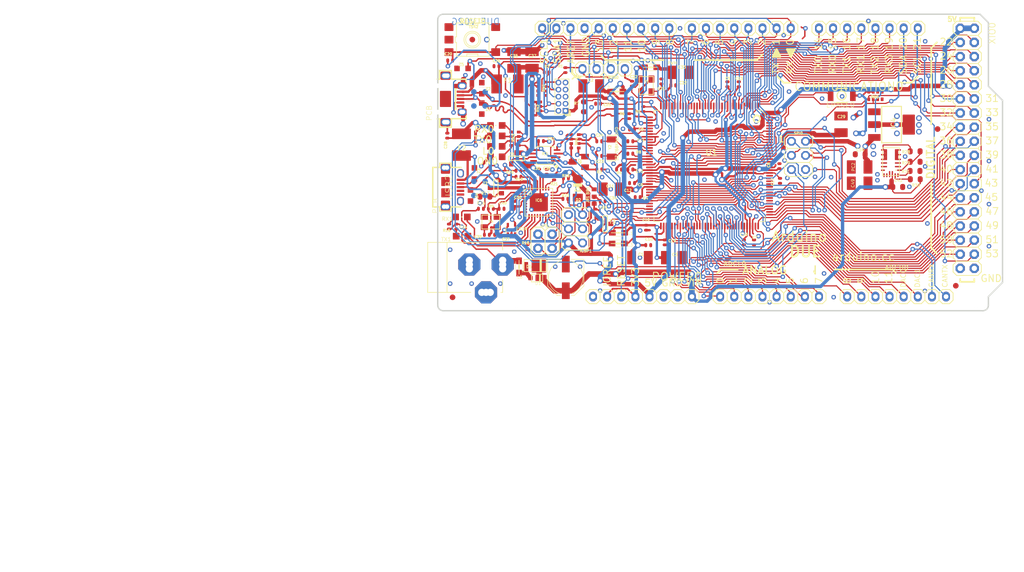
<source format=kicad_pcb>
(kicad_pcb (version 20211014) (generator pcbnew)
  (layers (0 "F.Cu" signal) (31 "B.Cu" signal) (34 "B.Paste" user) (35 "F.Paste" user) (36 "B.SilkS" user "B.Silkscreen") (37 "F.SilkS" user "F.Silkscreen") (38 "B.Mask" user) (39 "F.Mask" user) (44 "Edge.Cuts" user))
  (net 0 "")
  (net 1 "+5V")
  (net 2 "GND")
  (net 3 "VIN")
  (net 4 "N$3")
  (net 5 "+3V3")
  (net 6 "N$54")
  (net 7 "N$55")
  (net 8 "USBVCC")
  (net 9 "N$2")
  (net 10 "GATE_CMD")
  (net 11 "CMP")
  (net 12 "RXL")
  (net 13 "TXL")
  (net 14 "D+")
  (net 15 "5-GND")
  (net 16 "JTAG_TMS")
  (net 17 "JTAG_TCK")
  (net 18 "JTAG_TDO")
  (net 19 "JTAG_TDI")
  (net 20 "L13")
  (net 21 "PIN51")
  (net 22 "PIN49")
  (net 23 "PIN47")
  (net 24 "PIN45")
  (net 25 "PIN43")
  (net 26 "PIN41")
  (net 27 "PIN39")
  (net 28 "PIN37")
  (net 29 "PIN35")
  (net 30 "PIN33")
  (net 31 "PIN25")
  (net 32 "PIN24")
  (net 33 "PIN32")
  (net 34 "PIN34")
  (net 35 "PIN36")
  (net 36 "PIN38")
  (net 37 "PIN40")
  (net 38 "PIN42")
  (net 39 "PIN44")
  (net 40 "PIN46")
  (net 41 "PIN48")
  (net 42 "XOUT32")
  (net 43 "XOUT")
  (net 44 "XIN")
  (net 45 "XIN32")
  (net 46 "D-")
  (net 47 "XUSB")
  (net 48 "UOTGID")
  (net 49 "N$11")
  (net 50 "N$12")
  (net 51 "VBG")
  (net 52 "ERASE_S")
  (net 53 "AVREF")
  (net 54 "AD2")
  (net 55 "AD3")
  (net 56 "AD4")
  (net 57 "AD5")
  (net 58 "AD6")
  (net 59 "AD7")
  (net 60 "SCL0-3")
  (net 61 "SDA0-3")
  (net 62 "RXD3")
  (net 63 "TXD3")
  (net 64 "RXD2")
  (net 65 "TXD2")
  (net 66 "TXD1")
  (net 67 "SDA1")
  (net 68 "SCL1")
  (net 69 "MISO")
  (net 70 "MOSI")
  (net 71 "SPCK")
  (net 72 "SS1/PWM4")
  (net 73 "PWM11")
  (net 74 "PWM12")
  (net 75 "PWM9")
  (net 76 "PWM8")
  (net 77 "PWM7")
  (net 78 "PWM6")
  (net 79 "PWM2")
  (net 80 "PWM5")
  (net 81 "RXD0")
  (net 82 "TXD0")
  (net 83 "PIN50")
  (net 84 "AD1")
  (net 85 "AD0")
  (net 86 "AD8")
  (net 87 "AD9")
  (net 88 "AD10")
  (net 89 "AVREFL")
  (net 90 "AREF")
  (net 91 "N$5")
  (net 92 "VDDOUT")
  (net 93 "VDDANA")
  (net 94 "VDDOUTMI")
  (net 95 "VDDPLL")
  (net 96 "N$6")
  (net 97 "UOTGVBOF")
  (net 98 "VIN+")
  (net 99 "JTAG_RESET")
  (net 100 "MASTER-RESET")
  (net 101 "N$7")
  (net 102 "DAC1")
  (net 103 "CANTX0")
  (net 104 "CANRX0")
  (net 105 "ETX_EN")
  (net 106 "ETXD0")
  (net 107 "ETXD1")
  (net 108 "ERXD0")
  (net 109 "ERXD1")
  (net 110 "EMDIO")
  (net 111 "ERX_DV")
  (net 112 "EEXTINT")
  (net 113 "ERX_ER")
  (net 114 "EMDC")
  (net 115 "ETX_CLK")
  (net 116 "CANTX1/IO")
  (net 117 "DAC0(CANRX1)")
  (net 118 "RXD1")
  (net 119 "AD14(RXD3)")
  (net 120 "AD11(TXD3)")
  (net 121 "SS0/PWM10")
  (net 122 "PWM3")
  (net 123 "PWM13")
  (net 124 "PIN30")
  (net 125 "PIN28")
  (net 126 "PIN26")
  (net 127 "PIN22")
  (net 128 "PIN31")
  (net 129 "PIN29")
  (net 130 "PIN27")
  (net 131 "PIN23")
  (net 132 "SS3")
  (net 133 "16U2-TX")
  (net 134 "N$4")
  (net 135 "N$14")
  (net 136 "DTR")
  (net 137 "RD-")
  (net 138 "RD+")
  (net 139 "RESET2")
  (net 140 "MISO2")
  (net 141 "MOSI2")
  (net 142 "SCK2")
  (net 143 "XVCC")
  (net 144 "XT2")
  (net 145 "XT1")
  (net 146 "8PB7")
  (net 147 "8PB6")
  (net 148 "8PB5")
  (net 149 "8PB4")
  (net 150 "RESET_CMD")
  (net 151 "ERASE_CMD")
  (net 152 "BD-")
  (net 153 "BD+")
  (net 154 "N$1")
  (net 155 "VUCAP")
  (net 156 "TXL-U2")
  (net 157 "RXL-U2")
  (net 158 "USBVCCU2")
  (net 159 "N$10")
  (net 160 "N$15")
  (net 161 "N$35")
  (net 162 "N$36")
  (net 163 "N$37")
  (footprint "boardEagle:SMC_B" (layer "F.Cu") (at 140.1699 122.1232)
    (fp_text reference "C3")
    (fp_text value "22uF")
  )
  (footprint "boardEagle:C0402" (layer "F.Cu") (at 106.5403 118.02)
    (fp_text reference "C39")
    (fp_text value "22pF")
  )
  (footprint "boardEagle:R0402" (layer "F.Cu") (at 118.6307 107.696 90)
    (fp_text reference "R21")
    (fp_text value "1K")
  )
  (footprint "boardEagle:MCR-AB1-S-RA-SMT" (layer "F.Cu") (at 99.0981 93.5736 -90)
    (fp_text reference "USB1" hide)
    (fp_text value "MCR-AB1-S-RA-SMT-TR" hide)
  )
  (footprint "boardEagle:R0603-ROUND" (layer "F.Cu") (at 183.5785 104.8766 180)
    (fp_text reference "R29")
    (fp_text value "19K1_0,1%")
  )
  (footprint "boardEagle:CT_CN0603" (layer "F.Cu") (at 104.3051 106.9848 -90)
    (fp_text reference "Z3")
    (fp_text value "BRNCG0603MLC-05E")
  )
  (footprint "boardEagle:C0402" (layer "F.Cu") (at 152.7683 119.38 90)
    (fp_text reference "C16")
    (fp_text value "100nF")
  )
  (footprint "boardEagle:0805" (layer "F.Cu") (at 136.0043 87.884)
    (fp_text reference "L5")
    (fp_text value "MH2029-300Y")
  )
  (footprint "boardEagle:R0603-ROUND" (layer "F.Cu") (at 183.5785 102.997 180)
    (fp_text reference "R28")
    (fp_text value "100K_1%")
  )
  (footprint "boardEagle:C0402" (layer "F.Cu") (at 132.3467 106.2736)
    (fp_text reference "C15")
    (fp_text value "100nF")
  )
  (footprint "boardEagle:SOT-23" (layer "F.Cu") (at 111.9251 104.267 180)
    (fp_text reference "T1")
    (fp_text value "PMV48XP")
  )
  (footprint "boardEagle:C0603-ROUND" (layer "F.Cu") (at 180.446681 109.418122)
    (fp_text reference "C41")
    (fp_text value "100nF")
  )
  (footprint "boardEagle:2X03" (layer "F.Cu") (at 122.4899 116.9416 90)
    (fp_text reference "ICSP1")
    (fp_text value "ICSP")
  )
  (footprint "boardEagle:CHIPLED_0805" (layer "F.Cu") (at 101.9683 114.808 -90)
    (fp_text reference "RX1")
    (fp_text value "Yellow")
  )
  (footprint "boardEagle:TP-1.00MM" (layer "F.Cu") (at 104.2011 92.3036)
    (fp_text reference "UD-1")
    (fp_text value "DNP" hide)
  )
  (footprint "boardEagle:R0402" (layer "F.Cu") (at 112.2299 107.5944 180)
    (fp_text reference "R19")
    (fp_text value "22R")
  )
  (footprint "boardEagle:R0402" (layer "F.Cu") (at 120.6627 88.392 90)
    (fp_text reference "R1")
    (fp_text value "0R")
  )
  (footprint "boardEagle:R0402" (layer "F.Cu") (at 126.0475 113.8428 90)
    (fp_text reference "R99")
    (fp_text value "10K" hide)
  )
  (footprint "boardEagle:CAY16" (layer "F.Cu") (at 115.4811 95.3262 -90)
    (fp_text reference "RN2")
    (fp_text value "100k")
  )
  (footprint "boardEagle:CHIPLED_0805" (layer "F.Cu") (at 108.2421 100.2284 90)
    (fp_text reference "TX0")
    (fp_text value "Yellow")
  )
  (footprint "boardEagle:FIDUCIA-MOUNT" (layer "F.Cu") (at 103.9241 82.9056)
    (fp_text reference "FID3" hide)
    (fp_text value "FIDUCIALMOUNT" hide)
  )
  (footprint "boardEagle:CT_CN0603" (layer "F.Cu") (at 105.6259 95.3008 -90)
    (fp_text reference "Z1")
    (fp_text value "BRNCG0603MLC-05E")
  )
  (footprint "boardEagle:SMC_B" (layer "F.Cu") (at 170.2435 98.1456 90)
    (fp_text reference "C29")
    (fp_text value "22uF")
  )
  (footprint "boardEagle:C0402" (layer "F.Cu") (at 127.3683 111.9632 180)
    (fp_text reference "C34")
    (fp_text value "100nF")
  )
  (footprint "boardEagle:R0402" (layer "F.Cu") (at 120.7643 107.8484)
    (fp_text reference "R13")
    (fp_text value "10K")
  )
  (footprint "boardEagle:SMC_B" (layer "F.Cu") (at 173.5963 105.8164 180)
    (fp_text reference "PC2")
    (fp_text value "22uF")
  )
  (footprint "boardEagle:TP-1.00MM" (layer "F.Cu") (at 106.2301 110.9472)
    (fp_text reference "UVB2")
    (fp_text value "DNP" hide)
  )
  (footprint "boardEagle:SOT223" (layer "F.Cu") (at 179.3367 98.1964 -90)
    (fp_text reference "IC4")
    (fp_text value "NX1117CE33Z")
  )
  (footprint "boardEagle:SMC_B" (layer "F.Cu") (at 134.0739 122.1232)
    (fp_text reference "C1")
    (fp_text value "22uF")
  )
  (footprint "boardEagle:C0402" (layer "F.Cu") (at 131.9403 110.8456 90)
    (fp_text reference "C12")
    (fp_text value "100nF")
  )
  (footprint "boardEagle:C0402" (layer "F.Cu") (at 126.7587 103.8352 180)
    (fp_text reference "C23")
    (fp_text value "22pF")
  )
  (footprint "boardEagle:R0603-ROUND" (layer "F.Cu") (at 124.0155 94.996 90)
    (fp_text reference "R7")
    (fp_text value "6K8")
  )
  (footprint "boardEagle:R0402" (layer "F.Cu") (at 112.2299 106.4768 180)
    (fp_text reference "R20")
    (fp_text value "22R")
  )
  (footprint "boardEagle:SOT-23" (layer "F.Cu") (at 108.1659 109.5502 -90)
    (fp_text reference "T2")
    (fp_text value "PMV48XP")
  )
  (footprint "boardEagle:C0402" (layer "F.Cu") (at 159.2707 108.3056 90)
    (fp_text reference "C17")
    (fp_text value "100nF")
  )
  (footprint "boardEagle:TP-1.00MM" (layer "F.Cu") (at 104.2011 110.9472)
    (fp_text reference "UGND2")
    (fp_text value "DNP" hide)
  )
  (footprint "boardEagle:FIDUCIA-MOUNT" (layer "F.Cu") (at 187.6171 98.9932)
    (fp_text reference "FID1" hide)
    (fp_text value "FIDUCIALMOUNT" hide)
  )
  (footprint "boardEagle:CON2_USB_MICRO_B_AT" (layer "F.Cu") (at 99.0981 109.4486 -90)
    (fp_text reference "USB2")
    (fp_text value "MCR-B-S-RA-SMT-CS1TR")
  )
  (footprint "boardEagle:QFN-20" (layer "F.Cu") (at 179.2351 104.8512 180)
    (fp_text reference "IC5")
    (fp_text value "MPM3610")
  )
  (footprint "boardEagle:J0402" (layer "F.Cu") (at 125.8443 110.49 -90)
    (fp_text reference "BR1")
    (fp_text value "NM")
  )
  (footprint "boardEagle:C0402" (layer "F.Cu") (at 140.0683 91.1352 180)
    (fp_text reference "C32")
    (fp_text value "100nF")
  )
  (footprint "boardEagle:R0402" (layer "F.Cu") (at 113.8583 120.2168 -90)
    (fp_text reference "R18")
    (fp_text value "10K")
  )
  (footprint "boardEagle:C0402" (layer "F.Cu") (at 138.5443 119.38 90)
    (fp_text reference "C19")
    (fp_text value "100nF")
  )
  (footprint "boardEagle:SMC_B" (layer "F.Cu") (at 111.4171 86.5632 90)
    (fp_text reference "C35")
    (fp_text value "22uF")
  )
  (footprint "boardEagle:C0402" (layer "F.Cu") (at 132.6515 108.712)
    (fp_text reference "C6")
    (fp_text value "100nF")
  )
  (footprint "boardEagle:1X08" (layer "F.Cu") (at 157.3911 129.1336)
    (fp_text reference "ADCL0")
    (fp_text value "FH254-108DF08500V")
  )
  (footprint "boardEagle:R0402" (layer "F.Cu") (at 120.6627 111.5568)
    (fp_text reference "R23")
    (fp_text value "1K")
  )
  (footprint "boardEagle:1X10" (layer "F.Cu") (at 127.9271 80.8736 180)
    (fp_text reference "PWMH0" hide)
    (fp_text value "FH254-110DF08500V")
  )
  (footprint "boardEagle:0805" (layer "F.Cu") (at 130.1623 119.5832)
    (fp_text reference "L3")
    (fp_text value "MH2029-300Y")
  )
  (footprint "boardEagle:CHIPLED_0805" (layer "F.Cu") (at 108.2421 102.108 90)
    (fp_text reference "L0")
    (fp_text value "Yellow")
  )
  (footprint "boardEagle:C0402" (layer "F.Cu") (at 115.9129 106.6546 90)
    (fp_text reference "C30")
    (fp_text value "100nF")
  )
  (footprint "boardEagle:C0402" (layer "F.Cu") (at 126.7587 101.1936 180)
    (fp_text reference "C24")
    (fp_text value "22pF")
  )
  (footprint "boardEagle:CAY16" (layer "F.Cu") (at 176.4411 92.964 180)
    (fp_text reference "RN5")
    (fp_text value "1K5")
  )
  (footprint "boardEagle:R0402" (layer "F.Cu") (at 134.6835 95.4024 90)
    (fp_text reference "R5")
    (fp_text value "39R 1%")
  )
  (footprint "" (layer "F.Cu") (at 111.6711 129.1336)
    (fp_text reference "@HOLE3" hide)
    (fp_text value "")
  )
  (footprint "boardEagle:C0402" (layer "F.Cu") (at 132.3467 101.1936)
    (fp_text reference "C14")
    (fp_text value "100nF")
  )
  (footprint "boardEagle:CAY16" (layer "F.Cu") (at 111.5949 100.7364 -90)
    (fp_text reference "RN3")
    (fp_text value "1K")
  )
  (footprint "boardEagle:R0402" (layer "F.Cu") (at 125.8443 111.76 90)
    (fp_text reference "JR1")
    (fp_text value "0R")
  )
  (footprint "boardEagle:TP-1.00MM" (layer "F.Cu") (at 106.2301 92.3036)
    (fp_text reference "UD+1")
    (fp_text value "DNP" hide)
  )
  (footprint "boardEagle:TS42" (layer "F.Cu") (at 103.9241 82.9056)
    (fp_text reference "RESET0")
    (fp_text value "TS42")
  )
  (footprint "boardEagle:TP-1.00MM" (layer "F.Cu") (at 104.2011 108.4072)
    (fp_text reference "UD-2")
    (fp_text value "DNP" hide)
  )
  (footprint "boardEagle:CT_CN0603" (layer "F.Cu") (at 103.5939 110.9472 90)
    (fp_text reference "Z4")
    (fp_text value "BRNCG0603MLC-05E")
  )
  (footprint "boardEagle:C0603-ROUND" (layer "F.Cu") (at 173.6979 103.5304 180)
    (fp_text reference "C50")
    (fp_text value "100nF")
  )
  (footprint "boardEagle:R0603-ROUND" (layer "F.Cu") (at 183.6039 108.0262 180)
    (fp_text reference "R30")
    (fp_text value "100k")
  )
  (footprint "boardEagle:FIDUCIA-MOUNT" (layer "F.Cu") (at 100.3681 129.2606)
    (fp_text reference "FID4" hide)
    (fp_text value "FIDUCIALMOUNT" hide)
  )
  (footprint "boardEagle:TP-1.00MM" (layer "F.Cu") (at 106.2301 94.8436)
    (fp_text reference "UVB1")
    (fp_text value "DNP" hide)
  )
  (footprint "boardEagle:PANASONIC_D" (layer "F.Cu") (at 120.7389 125.6792 -90)
    (fp_text reference "PC1" hide)
    (fp_text value "47uF")
  )
  (footprint "boardEagle:DO220AAL" (layer "F.Cu") (at 115.2271 123.5456 180)
    (fp_text reference "D5")
    (fp_text value "SS1P3L")
  )
  (footprint "boardEagle:FRAME" (layer "F.Cu") (at 97.7011 131.6736)
    (fp_text reference "U$1" hide)
    (fp_text value "DNP" hide)
  )
  (footprint "boardEagle:0805" (layer "F.Cu") (at 130.2131 117.6528)
    (fp_text reference "L1")
    (fp_text value "MH2029-300Y")
  )
  (footprint "boardEagle:1X08" (layer "F.Cu") (at 152.3111 80.8736 180)
    (fp_text reference "PWML0" hide)
    (fp_text value "FH254-108DF08500V")
  )
  (footprint "boardEagle:R0603-ROUND" (layer "F.Cu") (at 106.1847 111.1504)
    (fp_text reference "R17")
    (fp_text value "75K" hide)
  )
  (footprint "boardEagle:SMC_B" (layer "F.Cu") (at 173.5963 108.7374 180)
    (fp_text reference "C49")
    (fp_text value "22uF")
  )
  (footprint "boardEagle:L1812" (layer "F.Cu") (at 110.2487 90.8812 180)
    (fp_text reference "F1")
    (fp_text value "MF-MSMF050-2 500mA")
  )
  (footprint "boardEagle:CT_CN0603" (layer "F.Cu") (at 102.1715 88.0872)
    (fp_text reference "Z5")
    (fp_text value "BRNCG0603MLC-05E")
  )
  (footprint "" (layer "F.Cu") (at 163.7411 96.1136)
    (fp_text reference "@HOLE4" hide)
    (fp_text value "")
  )
  (footprint "boardEagle:R0402" (layer "F.Cu") (at 99.7331 116.5352 90)
    (fp_text reference "R15")
    (fp_text value "1K")
  )
  (footprint "boardEagle:SC70-5" (layer "F.Cu") (at 110.9643 117.0736)
    (fp_text reference "IC10")
    (fp_text value "74LVC1G125DCKR")
  )
  (footprint "boardEagle:PH1X4-THT" (layer "F.Cu") (at 131.3561 88.1888 180)
    (fp_text reference "DEBUG0")
    (fp_text value "")
  )
  (footprint "boardEagle:C0402" (layer "F.Cu") (at 159.1691 105.664 -90)
    (fp_text reference "C8")
    (fp_text value "100nF")
  )
  (footprint "" (layer "F.Cu") (at 194.2211 129.1336)
    (fp_text reference "@HOLE0" hide)
    (fp_text value "")
  )
  (footprint "boardEagle:SMC_B" (layer "F.Cu") (at 125.3109 91.2368 180)
    (fp_text reference "C2")
    (fp_text value "22uF")
  )
  (footprint "boardEagle:C0402" (layer "F.Cu") (at 126.5555 94.4372 180)
    (fp_text reference "C25")
    (fp_text value "22pF")
  )
  (footprint "boardEagle:C0402" (layer "F.Cu") (at 108.2675 87.6808 180)
    (fp_text reference "C26")
    (fp_text value "10n")
  )
  (footprint "boardEagle:C0402" (layer "F.Cu") (at 151.8539 90.932 -90)
    (fp_text reference "C13")
    (fp_text value "100nF")
  )
  (footprint "boardEagle:CHIPLED_0805" (layer "F.Cu") (at 102.0699 118.2624 -90)
    (fp_text reference "TX1")
    (fp_text value "Yellow")
  )
  (footprint "boardEagle:RESONATOR_EPSON_FC_145" (layer "F.Cu") (at 128.9939 102.4128 90)
    (fp_text reference "Y2")
    (fp_text value "32,768Khz_SMD")
  )
  (footprint "boardEagle:R0402" (layer "F.Cu") (at 126.7587 106.2736 180)
    (fp_text reference "R3")
    (fp_text value "1K")
  )
  (footprint "boardEagle:C0402" (layer "F.Cu") (at 133.6675 111.252)
    (fp_text reference "C4")
    (fp_text value "100nF")
  )
  (footprint "boardEagle:R0402" (layer "F.Cu") (at 132.1435 96.6724 -90)
    (fp_text reference "R6")
    (fp_text value "39R 1%")
  )
  (footprint "boardEagle:C0402" (layer "F.Cu") (at 109.1819 113.3348)
    (fp_text reference "C40")
    (fp_text value "22pF")
  )
  (footprint "boardEagle:1X08" (layer "F.Cu") (at 175.1711 80.8736)
    (fp_text reference "COMMUNICATION0")
    (fp_text value "FH254-108DF08500V")
  )
  (footprint "boardEagle:1X08" (layer "F.Cu") (at 180.2511 129.1336)
    (fp_text reference "ADCH0")
    (fp_text value "FH254-108DF08500V")
  )
  (footprint "boardEagle:0805" (layer "F.Cu") (at 129.9083 92.2528 180)
    (fp_text reference "L2")
    (fp_text value "MH2029-300Y")
  )
  (footprint "" (layer "F.Cu") (at 163.7411 124.0536)
    (fp_text reference "@HOLE5" hide)
    (fp_text value "")
  )
  (footprint "boardEagle:MINIMELF" (layer "F.Cu") (at 122.8979 109.6264 -90)
    (fp_text reference "D2")
    (fp_text value "CD1206-S01575")
  )
  (footprint "boardEagle:MICROSMP" (layer "F.Cu") (at 115.5827 125.7808 180)
    (fp_text reference "D1")
    (fp_text value "MSS1P3L-M3/89A")
  )
  (footprint "boardEagle:CAY16" (layer "F.Cu") (at 116.4463 91.7448 90)
    (fp_text reference "RN1")
    (fp_text value "100k")
  )
  (footprint "boardEagle:TP-1.00MM" (layer "F.Cu") (at 104.2011 94.8436)
    (fp_text reference "UGND1")
    (fp_text value "DNP" hide)
  )
  (footprint "boardEagle:2X18" (layer "F.Cu") (at 192.9511 102.4636 -90)
    (fp_text reference "XIO0")
    (fp_text value "18x2F-H8.5")
  )
  (footprint "boardEagle:R0402" (layer "F.Cu") (at 105.4735 113.3348 180)
    (fp_text reference "R16")
    (fp_text value "100k" hide)
  )
  (footprint "boardEagle:C0402" (layer "F.Cu") (at 111.5187 112.4712 90)
    (fp_text reference "C36")
    (fp_text value "100nF")
  )
  (footprint "boardEagle:SMD_157SW" (layer "F.Cu") (at 172.3771 92.964 180)
    (fp_text reference "ERASE0")
    (fp_text value "157SW")
  )
  (footprint "boardEagle:1X08" (layer "F.Cu") (at 134.5311 129.1336)
    (fp_text reference "POWER0")
    (fp_text value "FH254-108DF08500V")
  )
  (footprint "boardEagle:2X02" (layer "F.Cu") (at 117.0067 119.1768 180)
    (fp_text reference "JP5")
    (fp_text value "2x2M - NM")
  )
  (footprint "boardEagle:C0402" (layer "F.Cu") (at 99.4283 100.1776 90)
    (fp_text reference "C28")
    (fp_text value "100nF")
  )
  (footprint "boardEagle:FIDUCIA-MOUNT" (layer "F.Cu") (at 190.8937 127.1778)
    (fp_text reference "FID2" hide)
    (fp_text value "FIDUCIALMOUNT" hide)
  )
  (footprint "boardEagle:0805" (layer "F.Cu") (at 112.3315 123.7996 90)
    (fp_text reference "L6")
    (fp_text value "MH2029-300Y")
  )
  (footprint "boardEagle:CHIPLED_0805" (layer "F.Cu") (at 108.2421 98.3488 90)
    (fp_text reference "RX0")
    (fp_text value "Yellow")
  )
  (footprint "boardEagle:L1812" (layer "F.Cu") (at 101.9683 101.8032 -90)
    (fp_text reference "F2")
    (fp_text value "MF-MSMF050-2 500mA")
  )
  (footprint "boardEagle:2X03" (layer "F.Cu") (at 162.5981 103.7336 -90)
    (fp_text reference "SPI0")
    (fp_text value "ICSP")
  )
  (footprint "boardEagle:C0402" (layer "F.Cu") (at 132.6515 99.06)
    (fp_text reference "C9")
    (fp_text value "100nF")
  )
  (footprint "" (layer "F.Cu") (at 112.9411 80.8736)
    (fp_text reference "@HOLE1" hide)
    (fp_text value "")
  )
  (footprint "boardEagle:SOT23" (layer "F.Cu") (at 123.1011 104.902 90)
    (fp_text reference "Q2")
    (fp_text value "BC847B")
  )
  (footprint "boardEagle:R0603-ROUND" (layer "F.Cu") (at 183.5531 106.5276 180)
    (fp_text reference "R31")
    (fp_text value "56k")
  )
  (footprint "boardEagle:C0402" (layer "F.Cu") (at 108.3899 118.02 180)
    (fp_text reference "C37")
    (fp_text value "100nF")
  )
  (footprint "boardEagle:C0402" (layer "F.Cu") (at 149.8219 90.932 -90)
    (fp_text reference "C5")
    (fp_text value "100nF")
  )
  (footprint "boardEagle:C0402" (layer "F.Cu") (at 116.2685 101.1682 180)
    (fp_text reference "C31")
    (fp_text value "100nF")
  )
  (footprint "boardEagle:FRAME" (layer "F.Cu") (at 97.7011 131.6736)
    (fp_text reference "U$2" hide)
    (fp_text value "DNP" hide)
  )
  (footprint "boardEagle:CT_CN0603" (layer "F.Cu") (at 105.6259 91.6432 90)
    (fp_text reference "Z2")
    (fp_text value "BRNCG0603MLC-05E")
  )
  (footprint "boardEagle:LQFP144" (layer "F.Cu") (at 146.5961 105.6386 180)
    (fp_text reference "U1")
    (fp_text value "ATSAM3X8EA-AU")
  )
  (footprint "" (layer "F.Cu") (at 187.8711 80.8736)
    (fp_text reference "@HOLE2" hide)
    (fp_text value "")
  )
  (footprint "boardEagle:C0402" (layer "F.Cu") (at 137.9347 90.424 90)
    (fp_text reference "C21")
    (fp_text value "22pF")
  )
  (footprint "boardEagle:MLF32" (layer "F.Cu") (at 115.8875 112.1664)
    (fp_text reference "IC6")
    (fp_text value "ATMEGA16U2-MU" hide)
  )
  (footprint "boardEagle:CRYSTAL-3.2-2.5" (layer "F.Cu") (at 135.2169 91.1606 -90)
    (fp_text reference "Y1")
    (fp_text value "12mHz-12pF-K7")
  )
  (footprint "boardEagle:SMC_B" (layer "F.Cu") (at 128.9685 109.8042 180)
    (fp_text reference "C11")
    (fp_text value "22uF")
  )
  (footprint "boardEagle:CAY16" (layer "F.Cu") (at 122.3899 101.1936 -90)
    (fp_text reference "RN4")
    (fp_text value "100k")
  )
  (footprint "boardEagle:SMC_B" (layer "F.Cu") (at 141.3891 88.7984)
    (fp_text reference "C33")
    (fp_text value "22uF")
  )
  (footprint "boardEagle:C0402" (layer "F.Cu") (at 99.9363 86.6648 180)
    (fp_text reference "C20")
    (fp_text value "10n")
  )
  (footprint "boardEagle:CRYSTAL-3.2-2.5" (layer "F.Cu") (at 107.2515 115.7224)
    (fp_text reference "Y4")
    (fp_text value "16Mhz-KX-7")
  )
  (footprint "boardEagle:POWERSUPPLY_DC-21MM" (layer "F.Cu") (at 103.0351 123.2916 90)
    (fp_text reference "X2" hide)
    (fp_text value "POWER-SUPPLY")
  )
  (footprint "boardEagle:TP-1.00MM" (layer "F.Cu") (at 106.2301 108.4072)
    (fp_text reference "UD+2")
    (fp_text value "DNP" hide)
  )
  (footprint "boardEagle:R0402" (layer "F.Cu") (at 117.3099 88.7984 180)
    (fp_text reference "R2")
    (fp_text value "10K")
  )
  (footprint "boardEagle:R0402" (layer "F.Cu") (at 107.2515 113.3348)
    (fp_text reference "R9")
    (fp_text value "1M")
  )
  (footprint "boardEagle:C0402" (layer "F.Cu") (at 154.5971 119.38 90)
    (fp_text reference "C7")
    (fp_text value "100nF")
  )
  (footprint "boardEagle:CHIPLED_0805" (layer "F.Cu") (at 108.2421 103.9876 90)
    (fp_text reference "ON0")
    (fp_text value "Green")
  )
  (footprint "boardEagle:MSOP08" (layer "F.Cu") (at 117.0559 103.7336 90)
    (fp_text reference "IC1")
    (fp_text value "LMV358IDGKR")
  )
  (footprint "boardEagle:R0402" (layer "F.Cu") (at 132.3467 103.4288)
    (fp_text reference "R8")
    (fp_text value "0R-DNP")
  )
  (footprint "boardEagle:SMC_B" (layer "F.Cu") (at 114.6683 86.5632 90)
    (fp_text reference "C27")
    (fp_text value "22uF")
  )
  (footprint "boardEagle:C0402" (layer "F.Cu") (at 135.569962 119.880382 180)
    (fp_text reference "C18")
    (fp_text value "100nF")
  )
  (footprint "boardEagle:R0402" (layer "F.Cu") (at 101.0539 116.5352 -90)
    (fp_text reference "R14")
    (fp_text value "1K")
  )
  (footprint "boardEagle:SOT-23" (layer "F.Cu") (at 127.8255 116.078 90)
    (fp_text reference "T3")
    (fp_text value "PMV48XP")
  )
  (footprint "boardEagle:C0402" (layer "F.Cu") (at 117.3099 106.68 90)
    (fp_text reference "C38")
    (fp_text value "1uF")
  )
  (footprint "boardEagle:C0402" (layer "F.Cu") (at 135.1915 116.7384 90)
    (fp_text reference "C10")
    (fp_text value "100nF")
  )
  (footprint "boardEagle:R0402" (layer "F.Cu") (at 130.3147 106.2736 180)
    (fp_text reference "R4")
    (fp_text value "100k")
  )
  (footprint "boardEagle:PINHEAD_2X05_127" (layer "F.Cu") (at 120.0531 93.1672 180)
    (fp_text reference "CN2" hide)
    (fp_text value "PINHEAD-2x5-P1.27" hide)
  )
  (footprint "boardEagle:C0402" (layer "F.Cu") (at 132.6515 90.8304 90)
    (fp_text reference "C22")
    (fp_text value "22pF")
  )
  (gr_line (start 161.8361 84.6836) (end 161.2011 84.6836) (layer "F.SilkS") (width 0.4064))
  (gr_line (start 169.0243 124.2568) (end 179.5145 124.2568) (layer "F.SilkS") (width 0.3048))
  (gr_circle (center 119.0371 105.7148) (end 119.2167 105.7148) (layer "F.SilkS") (width 0.3048) (fill none))
  (gr_line (start 194.2211 126.4666) (end 194.2211 125.9586) (layer "F.SilkS") (width 0.3048))
  (gr_line (start 158.0261 85.9536) (end 158.6611 84.6836) (layer "F.SilkS") (width 0.4064))
  (gr_line (start 182.9181 90.6526) (end 184.0611 89.5096) (layer "F.SilkS") (width 0.3048))
  (gr_line (start 191.6811 125.9586) (end 191.6811 126.4666) (layer "F.SilkS") (width 0.3048))
  (gr_line (start 121.9835 88.9) (end 121.9835 88.0872) (layer "F.SilkS") (width 0.2032))
  (gr_line (start 123.4059 89.6112) (end 122.6947 89.6112) (layer "F.SilkS") (width 0.2032))
  (gr_line (start 158.6611 85.9536) (end 159.2961 85.9536) (layer "F.SilkS") (width 0.4064))
  (gr_line (start 186.4741 84.4296) (end 187.4901 83.4136) (layer "F.SilkS") (width 0.3048))
  (gr_line (start 179.5145 124.2568) (end 180.0987 124.841) (layer "F.SilkS") (width 0.3048))
  (gr_line (start 151.6761 124.2568) (end 148.6281 124.2568) (layer "F.SilkS") (width 0.3048))
  (gr_line (start 123.4059 89.8144) (end 123.4059 89.6112) (layer "F.SilkS") (width 0.2032))
  (gr_line (start 158.6611 84.6836) (end 159.2961 85.9536) (layer "F.SilkS") (width 0.4064))
  (gr_line (start 186.4741 108.6866) (end 186.4741 120.3706) (layer "F.SilkS") (width 0.3048))
  (gr_line (start 121.9835 88.0872) (end 121.7803 88.0872) (layer "F.SilkS") (width 0.2032))
  (gr_line (start 121.7803 88.9508) (end 122.6439 89.8144) (layer "F.SilkS") (width 0.2032))
  (gr_line (start 127.9271 86.5886) (end 127.0381 85.6996) (layer "F.SilkS") (width 0.3048))
  (gr_line (start 161.2011 84.6836) (end 161.2011 85.3186) (layer "F.SilkS") (width 0.4064))
  (gr_line (start 122.6947 89.6112) (end 121.9835 88.9) (layer "F.SilkS") (width 0.2032))
  (gr_line (start 160.5661 84.6836) (end 161.2011 85.3186) (layer "F.SilkS") (width 0.4064))
  (gr_line (start 122.6439 89.8144) (end 123.4059 89.8144) (layer "F.SilkS") (width 0.2032))
  (gr_line (start 158.6611 85.9536) (end 158.0261 85.9536) (layer "F.SilkS") (width 0.4064))
  (gr_line (start 186.4741 120.3706) (end 187.4901 121.3866) (layer "F.SilkS") (width 0.3048))
  (gr_line (start 138.3411 86.5886) (end 127.9271 86.5886) (layer "F.SilkS") (width 0.3048))
  (gr_line (start 191.6811 78.9686) (end 194.2211 78.9686) (layer "F.SilkS") (width 0.3048))
  (gr_line (start 158.7881 89.5096) (end 159.9311 90.6526) (layer "F.SilkS") (width 0.3048))
  (gr_line (start 161.2011 85.3186) (end 161.8361 84.6836) (layer "F.SilkS") (width 0.4064))
  (gr_line (start 148.6281 124.2568) (end 147.9169 124.968) (layer "F.SilkS") (width 0.3048))
  (gr_line (start 159.2961 85.9536) (end 158.6611 85.3186) (layer "F.SilkS") (width 0.4064))
  (gr_line (start 143.9291 86.5886) (end 155.1051 86.5886) (layer "F.SilkS") (width 0.3048))
  (gr_line (start 161.8361 84.6836) (end 161.2011 85.9536) (layer "F.SilkS") (width 0.4064))
  (gr_line (start 121.7803 88.0872) (end 121.7803 88.9508) (layer "F.SilkS") (width 0.2032))
  (gr_line (start 158.6611 85.3186) (end 158.6611 85.9536) (layer "F.SilkS") (width 0.4064))
  (gr_line (start 191.6811 79.6036) (end 191.6811 78.9686) (layer "F.SilkS") (width 0.3048))
  (gr_line (start 158.0261 85.9536) (end 158.6611 85.3186) (layer "F.SilkS") (width 0.4064))
  (gr_line (start 155.1051 86.5886) (end 156.1211 85.5726) (layer "F.SilkS") (width 0.3048))
  (gr_line (start 159.9311 90.6526) (end 161.2011 90.6526) (layer "F.SilkS") (width 0.3048))
  (gr_line (start 161.2011 85.9536) (end 160.5661 84.6836) (layer "F.SilkS") (width 0.4064))
  (gr_line (start 122.7963 89.2048) (end 121.9327 89.9668) (layer "F.SilkS") (width 0.254))
  (gr_line (start 186.4741 98.1456) (end 186.4741 84.4296) (layer "F.SilkS") (width 0.3048))
  (gr_line (start 181.1401 90.6526) (end 182.9181 90.6526) (layer "F.SilkS") (width 0.3048))
  (gr_line (start 194.2211 78.9686) (end 194.2211 79.6036) (layer "F.SilkS") (width 0.3048))
  (gr_line (start 191.6811 126.4666) (end 194.2211 126.4666) (layer "F.SilkS") (width 0.3048))
  (gr_line (start 160.5661 84.6836) (end 161.2011 84.6836) (layer "F.SilkS") (width 0.4064))
  (gr_arc (start 97.7011 79.3336) (mid 97.993993 78.626493) (end 98.7011 78.3336) (layer "Edge.Cuts") (width 0.254))
  (gr_line (start 97.7011 130.6736) (end 97.7011 79.3336) (layer "Edge.Cuts") (width 0.254))
  (gr_line (start 98.7011 78.3336) (end 195.2371 78.3336) (layer "Edge.Cuts") (width 0.254))
  (gr_line (start 195.7611 131.6736) (end 98.7011 131.6736) (layer "Edge.Cuts") (width 0.254))
  (gr_line (start 195.2371 78.3336) (end 196.7611 79.8576) (layer "Edge.Cuts") (width 0.254))
  (gr_line (start 196.7611 129.1336) (end 196.7611 130.6736) (layer "Edge.Cuts") (width 0.254))
  (gr_line (start 199.3011 126.5936) (end 196.7611 129.1336) (layer "Edge.Cuts") (width 0.254))
  (gr_line (start 199.3011 93.8276) (end 199.3011 126.5936) (layer "Edge.Cuts") (width 0.254))
  (gr_line (start 196.7611 91.2876) (end 199.3011 93.8276) (layer "Edge.Cuts") (width 0.254))
  (gr_arc (start 196.7611 130.6736) (mid 196.468207 131.380707) (end 195.7611 131.6736) (layer "Edge.Cuts") (width 0.254))
  (gr_arc (start 98.7011 131.6736) (mid 97.993993 131.380707) (end 97.7011 130.6736) (layer "Edge.Cuts") (width 0.254))
  (gr_line (start 196.7611 79.8576) (end 196.7611 91.2876) (layer "Edge.Cuts") (width 0.254))
  (gr_text "DUE V02G" (at 108.9279 80.3656) (layer "B.Cu") (effects (font (size 1.1684 1.1684) (thickness 0.1016)) (justify left bottom mirror)))
  (gr_text "DIGITAL" (at 187.2361 108.1786 90) (layer "F.SilkS") (effects (font (size 1.42494 1.42494) (thickness 0.25146)) (justify left bottom)))
  (gr_text "21" (at 184.6961 84.9376 90) (layer "F.SilkS") (effects (font (size 1.251712 1.251712) (thickness 0.170688)) (justify left bottom)))
  (gr_text "7" (at 144.0561 84.0486 90) (layer "F.SilkS") (effects (font (size 1.251712 1.251712) (thickness 0.170688)) (justify left bottom)))
  (gr_text "35" (at 196.1261 99.2886) (layer "F.SilkS") (effects (font (size 1.251712 1.251712) (thickness 0.170688)) (justify left bottom)))
  (gr_text "PWM" (at 138.9761 87.4268) (layer "F.SilkS") (effects (font (size 0.51816 0.51816) (thickness 0.09144)) (justify left bottom)))
  (gr_text "31" (at 196.1261 94.2086) (layer "F.SilkS") (effects (font (size 1.251712 1.251712) (thickness 0.170688)) (justify left bottom)))
  (gr_text "8" (at 172.1231 126.9746 90) (layer "F.SilkS") (effects (font (size 1.251712 1.251712) (thickness 0.170688)) (justify left bottom)))
  (gr_text "TX0" (at 166.9161 89.2556 90) (layer "F.SilkS") (effects (font (size 1.251712 1.251712) (thickness 0.170688)) (justify left bottom)))
  (gr_text "AREF" (at 122.4363 87.3892 90) (layer "F.SilkS") (effects (font (size 1.251712 1.251712) (thickness 0.170688)) (justify left bottom)))
  (gr_text "43" (at 195.9991 109.4486) (layer "F.SilkS") (effects (font (size 1.251712 1.251712) (thickness 0.170688)) (justify left bottom)))
  (gr_text "RESET" (at 131.4533 127.4196 90) (layer "F.SilkS") (effects (font (size 1.251712 1.251712) (thickness 0.170688)) (justify left bottom)))
  (gr_text "13" (at 127.5461 85.3186 90) (layer "F.SilkS") (effects (font (size 1.251712 1.251712) (thickness 0.170688)) (justify left bottom)))
  (gr_text "CANTX" (at 189.4713 127.5842 90) (layer "F.SilkS") (effects (font (size 0.89408 0.89408) (thickness 0.12192)) (justify left bottom)))
  (gr_text "SCL" (at 184.6961 89.2556 90) (layer "F.SilkS") (effects (font (size 1.251712 1.251712) (thickness 0.170688)) (justify left bottom)))
  (gr_text "CANRX" (at 187.0583 127.5842 90) (layer "F.SilkS") (effects (font (size 0.89408 0.89408) (thickness 0.12192)) (justify left bottom)))
  (gr_text "34" (at 187.8711 99.2886) (layer "F.SilkS") (effects (font (size 1.251712 1.251712) (thickness 0.170688)) (justify left bottom)))
  (gr_text "12" (at 130.0861 85.3186 90) (layer "F.SilkS") (effects (font (size 1.251712 1.251712) (thickness 0.170688)) (justify left bottom)))
  (gr_text "22" (at 187.8711 84.0486) (layer "F.SilkS") (effects (font (size 1.251712 1.251712) (thickness 0.170688)) (justify left bottom)))
  (gr_text "7" (at 167.0431 126.9746 90) (layer "F.SilkS") (effects (font (size 1.251712 1.251712) (thickness 0.170688)) (justify left bottom)))
  (gr_text "GND" (at 137.8199 127.402) (layer "F.SilkS") (effects (font (size 1.251712 1.251712) (thickness 0.170688)) (justify left bottom)))
  (gr_text "GND" (at 195.2371 126.5936) (layer "F.SilkS") (effects (font (size 1.251712 1.251712) (thickness 0.170688)) (justify left bottom)))
  (gr_text "RX1" (at 174.5361 89.2556 90) (layer "F.SilkS") (effects (font (size 1.251712 1.251712) (thickness 0.170688)) (justify left bottom)))
  (gr_text "42" (at 187.8711 109.4486) (layer "F.SilkS") (effects (font (size 1.251712 1.251712) (thickness 0.170688)) (justify left bottom)))
  (gr_text "52" (at 187.8711 122.1486) (layer "F.SilkS") (effects (font (size 1.251712 1.251712) (thickness 0.170688)) (justify left bottom)))
  (gr_text "1" (at 151.5491 126.9746 90) (layer "F.SilkS") (effects (font (size 1.251712 1.251712) (thickness 0.170688)) (justify left bottom)))
  (gr_text "3" (at 156.8831 126.9746 90) (layer "F.SilkS") (effects (font (size 1.251712 1.251712) (thickness 0.170688)) (justify left bottom)))
  (gr_text "0" (at 149.2631 126.9746 90) (layer "F.SilkS") (effects (font (size 1.251712 1.251712) (thickness 0.170688)) (justify left bottom)))
  (gr_text "VIN" (at 142.1887 127.402) (layer "F.SilkS") (effects (font (size 1.251712 1.251712) (thickness 0.170688)) (justify left bottom)))
  (gr_text "5V" (at 191.1731 78.7146) (layer "F.SilkS") (effects (font (size 0.89408 0.89408) (thickness 0.22352)) (justify right top)))
  (gr_text "33" (at 196.1261 96.7486) (layer "F.SilkS") (effects (font (size 1.251712 1.251712) (thickness 0.170688)) (justify left bottom)))
  (gr_text "TX1" (at 171.9961 89.2556 90) (layer "F.SilkS") (effects (font (size 1.251712 1.251712) (thickness 0.170688)) (justify left bottom)))
  (gr_text "6" (at 164.3761 126.9746 90) (layer "F.SilkS") (effects (font (size 1.251712 1.251712) (thickness 0.170688)) (justify left bottom)))
  (gr_text "11" (at 179.5399 126.9746 90) (layer "F.SilkS") (effects (font (size 1.251712 1.251712) (thickness 0.170688)) (justify left bottom)))
  (gr_text "16" (at 171.9961 84.9376 90) (layer "F.SilkS") (effects (font (size 1.251712 1.251712) (thickness 0.170688)) (justify left bottom)))
  (gr_text "48" (at 187.8711 117.0686) (layer "F.SilkS") (effects (font (size 1.251712 1.251712) (thickness 0.170688)) (justify left bottom)))
  (gr_text "37" (at 196.1261 101.8286) (layer "F.SilkS") (effects (font (size 1.251712 1.251712) (thickness 0.170688)) (justify left bottom)))
  (gr_text "11" (at 132.6261 85.3186 90) (layer "F.SilkS") (effects (font (size 1.251712 1.251712) (thickness 0.170688)) (justify left bottom)))
  (gr_text "RX3" (at 179.6161 89.2556 90) (layer "F.SilkS") (effects (font (size 1.251712 1.251712) (thickness 0.170688)) (justify left bottom)))
  (gr_text "20" (at 182.1561 84.9376 90) (layer "F.SilkS") (effects (font (size 1.251712 1.251712) (thickness 0.170688)) (justify left bottom)))
  (gr_text "RX0" (at 169.4561 89.2556 90) (layer "F.SilkS") (effects (font (size 1.251712 1.251712) (thickness 0.170688)) (justify left bottom)))
  (gr_text "36" (at 187.8711 101.8286) (layer "F.SilkS") (effects (font (size 1.251712 1.251712) (thickness 0.170688)) (justify left bottom)))
  (gr_text "17" (at 174.5361 84.9376 90) (layer "F.SilkS") (effects (font (size 1.251712 1.251712) (thickness 0.170688)) (justify left bottom)))
  (gr_text "3V3" (at 133.9933 127.4196 90) (layer "F.SilkS") (effects (font (size 1.251712 1.251712) (thickness 0.170688)) (justify left bottom)))
  (gr_text "32" (at 187.8711 96.7486) (layer "F.SilkS") (effects (font (size 1.251712 1.251712) (thickness 0.170688)) (justify left bottom)))
  (gr_text "49" (at 196.1261 117.0686) (layer "F.SilkS") (effects (font (size 1.251712 1.251712) (thickness 0.170688)) (justify left bottom)))
  (gr_text "19" (at 179.6161 84.9376 90) (layer "F.SilkS") (effects (font (size 1.251712 1.251712) (thickness 0.170688)) (justify left bottom)))
  (gr_text "3" (at 154.2161 84.0486 90) (layer "F.SilkS") (effects (font (size 1.251712 1.251712) (thickness 0.170688)) (justify left bottom)))
  (gr_text "ANALOG   IN" (at 152.3365 125.222) (layer "F.SilkS") (effects (font (size 1.42494 1.42494) (thickness 0.25146)) (justify left bottom)))
  (gr_text "8" (at 140.2461 84.0486 90) (layer "F.SilkS") (effects (font (size 1.251712 1.251712) (thickness 0.170688)) (justify left bottom)))
  (gr_text "5V" (at 134.7719 127.402) (layer "F.SilkS") (effects (font (size 1.251712 1.251712) (thickness 0.170688)) (justify left bottom)))
  (gr_text "4" (at 159.4231 126.9746 90) (layer "F.SilkS") (effects (font (size 1.251712 1.251712) (thickness 0.170688)) (justify left bottom)))
  (gr_text "DUE" (at 160.7439 122.174) (layer "F.SilkS") (effects (font (size 1.9431 1.9431) (thickness 0.3429)) (justify left bottom)))
  (gr_text "9" (at 174.6631 126.9746 90) (layer "F.SilkS") (effects (font (size 1.251712 1.251712) (thickness 0.170688)) (justify left bottom)))
  (gr_text "TX2" (at 177.0761 89.2556 90) (layer "F.SilkS") (effects (font (size 1.251712 1.251712) (thickness 0.170688)) (justify left bottom)))
  (gr_text "45" (at 195.9991 111.9886) (layer "F.SilkS") (effects (font (size 1.251712 1.251712) (thickness 0.170688)) (justify left bottom)))
  (gr_text "Arduino" (at 157.5943 119.38) (layer "F.SilkS") (effects (font (size 1.78816 1.78816) (thickness 0.24384)) (justify left bottom)))
  (gr_text "24" (at 187.8711 86.5886) (layer "F.SilkS") (effects (font (size 1.251712 1.251712) (thickness 0.170688)) (justify left bottom)))
  (gr_text "10" (at 135.1661 85.3186 90) (layer "F.SilkS") (effects (font (size 1.251712 1.251712) (thickness 0.170688)) (justify left bottom)))
  (gr_text "DAC0" (at 181.9783 127.5842 90) (layer "F.SilkS") (effects (font (size 0.89408 0.89408) (thickness 0.12192)) (justify left bottom)))
  (gr_text "39" (at 196.1261 104.3686) (layer "F.SilkS") (effects (font (size 1.251712 1.251712) (thickness 0.170688)) (justify left bottom)))
  (gr_text "41" (at 196.1261 106.9086) (layer "F.SilkS") (effects (font (size 1.251712 1.251712) (thickness 0.170688)) (justify left bottom)))
  (gr_text "9" (at 137.7061 84.0486 90) (layer "F.SilkS") (effects (font (size 1.251712 1.251712) (thickness 0.170688)) (justify left bottom)))
  (gr_text "40" (at 187.8711 106.9086) (layer "F.SilkS") (effects (font (size 1.251712 1.251712) (thickness 0.170688)) (justify left bottom)))
  (gr_text "10" (at 177.2031 126.9746 90) (layer "F.SilkS") (effects (font (size 1.28016 1.28016) (thickness 0.14224)) (justify left bottom)))
  (gr_text "4" (at 151.6761 84.0486 90) (layer "F.SilkS") (effects (font (size 1.251712 1.251712) (thickness 0.170688)) (justify left bottom)))
  (gr_text "44" (at 187.8711 111.9886) (layer "F.SilkS") (effects (font (size 1.251712 1.251712) (thickness 0.170688)) (justify left bottom)))
  (gr_text "arduino.cc" (at 168.4909 122.809) (layer "F.SilkS") (effects (font (size 1.45288 1.45288) (thickness 0.19812)) (justify left bottom)))
  (gr_text "26" (at 187.8711 89.1286) (layer "F.SilkS") (effects (font (size 1.251712 1.251712) (thickness 0.170688)) (justify left bottom)))
  (gr_text "DAC1" (at 184.5183 127.5842 90) (layer "F.SilkS") (effects (font (size 0.89408 0.89408) (thickness 0.12192)) (justify left bottom)))
  (gr_text "IOREF" (at 128.9133 127.4196 90) (layer "F.SilkS") (effects (font (size 1.251712 1.251712) (thickness 0.170688)) (justify left bottom)))
  (gr_text "GND" (at 125.1141 86.1954 90) (layer "F.SilkS") (effects (font (size 1.251712 1.251712) (thickness 0.170688)) (justify left bottom)))
  (gr_text "38" (at 187.8711 104.3686) (layer "F.SilkS") (effects (font (size 1.251712 1.251712) (thickness 0.170688)) (justify left bottom)))
  (gr_text "5" (at 161.8361 126.9746 90) (layer "F.SilkS") (effects (font (size 1.251712 1.251712) (thickness 0.170688)) (justify left bottom)))
  (gr_text "18" (at 177.0761 84.9376 90) (layer "F.SilkS") (effects (font (size 1.251712 1.251712) (thickness 0.170688)) (justify left bottom)))
  (gr_text "RX" (at 161.8361 89.2556 90) (layer "F.SilkS") (effects (font (size 1.251712 1.251712) (thickness 0.170688)) (justify left bottom)))
  (gr_text "53" (at 196.1261 122.1486) (layer "F.SilkS") (effects (font (size 1.251712 1.251712) (thickness 0.170688)) (justify left bottom)))
  (gr_text "SDA1" (at 119.8963 87.3892 90) (layer "F.SilkS") (effects (font (size 1.251712 1.251712) (thickness 0.170688)) (justify left bottom)))
  (gr_text "47" (at 196.1261 114.5286) (layer "F.SilkS") (effects (font (size 1.251712 1.251712) (thickness 0.170688)) (justify left bottom)))
  (gr_text "2" (at 154.3431 126.9746 90) (layer "F.SilkS") (effects (font (size 1.251712 1.251712) (thickness 0.170688)) (justify left bottom)))
  (gr_text "50" (at 187.8711 119.6086) (layer "F.SilkS") (effects (font (size 1.251712 1.251712) (thickness 0.170688)) (justify left bottom)))
  (gr_text "6" (at 146.5961 84.0486 90) (layer "F.SilkS") (effects (font (size 1.251712 1.251712) (thickness 0.170688)) (justify left bottom)))
  (gr_text "0" (at 161.8361 84.0486 90) (layer "F.SilkS") (effects (font (size 1.251712 1.251712) (thickness 0.170688)) (justify left bottom)))
  (gr_text "28" (at 187.8711 91.6686) (layer "F.SilkS") (effects (font (size 1.251712 1.251712) (thickness 0.170688)) (justify left bottom)))
  (gr_text "15" (at 169.4561 84.9376 90) (layer "F.SilkS") (effects (font (size 1.251712 1.251712) (thickness 0.170688)) (justify left bottom)))
  (gr_text "30" (at 187.8711 94.2086) (layer "F.SilkS") (effects (font (size 1.251712 1.251712) (thickness 0.170688)) (justify left bottom)))
  (gr_text "SDA" (at 182.1561 89.2556 90) (layer "F.SilkS") (effects (font (size 1.251712 1.251712) (thickness 0.170688)) (justify left bottom)))
  (gr_text "SCL1" (at 117.5595 87.3892 90) (layer "F.SilkS") (effects (font (size 1.251712 1.251712) (thickness 0.170688)) (justify left bottom)))
  (gr_text "1" (at 160.1767 100.1898) (layer "F.SilkS") (effects (font (size 1.0795 1.0795) (thickness 0.1905)) (justify right top)))
  (gr_text "5" (at 149.1361 84.0486 90) (layer "F.SilkS") (effects (font (size 1.251712 1.251712) (thickness 0.170688)) (justify left bottom)))
  (gr_text "51" (at 196.1261 119.6086) (layer "F.SilkS") (effects (font (size 1.251712 1.251712) (thickness 0.170688)) (justify left bottom)))
  (gr_text "14" (at 166.9161 84.9376 90) (layer "F.SilkS") (effects (font (size 1.251712 1.251712) (thickness 0.170688)) (justify left bottom)))
  (gr_text "1" (at 159.2961 84.0486 90) (layer "F.SilkS") (effects (font (size 1.251712 1.251712) (thickness 0.170688)) (justify left bottom)))
  (gr_text "2" (at 156.7561 84.0486 90) (layer "F.SilkS") (effects (font (size 1.251712 1.251712) (thickness 0.170688)) (justify left bottom)))
  (gr_text "46" (at 187.8711 114.5286) (layer "F.SilkS") (effects (font (size 1.251712 1.251712) (thickness 0.170688)) (justify left bottom)))
  (gr_text "TX" (at 159.2961 89.2556 90) (layer "F.SilkS") (effects (font (size 1.251712 1.251712) (thickness 0.170688)) (justify left bottom)))
  (segment (start 122.9723 107.696) (end 122.9995 107.696) (width 0.4064) (layer "F.Cu") (net 1))
  (segment (start 175.0695 104.648) (end 175.0695 105.7896) (width 0.8128) (layer "F.Cu") (net 1))
  (segment (start 111.5291 113.3784) (end 111.0107 113.8968) (width 0.4064) (layer "F.Cu") (net 1))
  (segment (start 155.6639 98.7552) (end 156.1211 98.298) (width 0.8128) (layer "F.Cu") (net 1))
  (segment (start 188.6331 91.2368) (end 189.7507 91.2368) (width 0.8128) (layer "F.Cu") (net 1))
  (segment (start 122.9723 107.696) (end 122.8979 107.9264) (width 0.4064) (layer "F.Cu") (net 1))
  (segment (start 124.8283 116.1288) (end 125.1331 116.4336) (width 0.6096) (layer "F.Cu") (net 1))
  (segment (start 122.6947 107.696) (end 121.7803 106.7816) (width 0.8128) (layer "F.Cu") (net 1))
  (segment (start 121.3739 107.5309) (end 121.3739 106.7816) (width 0.3048) (layer "F.Cu") (net 1))
  (segment (start 152.6667 98.4504) (end 152.9715 98.7552) (width 0.8128) (layer "F.Cu") (net 1))
  (segment (start 112.4943 112.918) (end 111.5187 112.9157) (width 0.4064) (layer "F.Cu") (net 1))
  (segment (start 150.4315 98.7552) (end 151.3459 98.7552) (width 0.8128) (layer "F.Cu") (net 1))
  (segment (start 174.6123 103.505) (end 174.5869 103.5304) (width 0.8128) (layer "F.Cu") (net 1))
  (segment (start 112.8649 105.283) (end 113.4745 105.283) (width 0.8128) (layer "F.Cu") (net 1))
  (segment (start 115.1128 106.2101) (end 114.8715 105.9688) (width 0.3048) (layer "F.Cu") (net 1))
  (segment (start 151.3459 98.7552) (end 151.6507 98.4504) (width 0.8128) (layer "F.Cu") (net 1))
  (segment (start 177.8127 101.9048) (end 177.8127 102.7236) (width 0.2032) (layer "F.Cu") (net 1))
  (segment (start 113.4375 109.7164) (end 113.1443 109.4232) (width 0.254) (layer "F.Cu") (net 1))
  (segment (start 128.7907 126.8984) (end 133.8707 126.8984) (width 0.8128) (layer "F.Cu") (net 1))
  (segment (start 101.5238 116.0907) (end 102.0191 116.586) (width 0.254) (layer "F.Cu") (net 1))
  (segment (start 125.1331 114.9096) (end 124.8283 115.2144) (width 0.6096) (layer "F.Cu") (net 1))
  (segment (start 112.7379 112.1664) (end 112.7379 112.6744) (width 0.254) (layer "F.Cu") (net 1))
  (segment (start 113.0427 109.5248) (end 113.1443 109.4232) (width 0.4064) (layer "F.Cu") (net 1))
  (segment (start 182.4355 91.8464) (end 183.0451 91.2368) (width 0.8128) (layer "F.Cu") (net 1))
  (segment (start 158.8643 96.1136) (end 159.4739 95.504) (width 0.8128) (layer "F.Cu") (net 1))
  (segment (start 133.8707 126.8984) (end 135.8011 128.8288) (width 0.8128) (layer "F.Cu") (net 1))
  (segment (start 114.1375 109.7164) (end 113.4375 109.7164) (width 0.254) (layer "F.Cu") (net 1))
  (segment (start 112.9919 109.5756) (end 113.1443 109.4232) (width 0.6096) (layer "F.Cu") (net 1))
  (segment (start 113.4745 105.283) (end 113.8555 105.664) (width 0.8128) (layer "F.Cu") (net 1))
  (segment (start 128.1811 126.2888) (end 128.7907 126.8984) (width 0.8128) (layer "F.Cu") (net 1))
  (segment (start 128.7907 122.428) (end 128.7907 121.7168) (width 0.8128) (layer "F.Cu") (net 1))
  (segment (start 112.7379 112.6744) (end 112.4943 112.918) (width 0.254) (layer "F.Cu") (net 1))
  (segment (start 124.7267 110.5408) (end 122.8979 108.712) (width 0.8128) (layer "F.Cu") (net 1))
  (segment (start 128.4859 121.412) (end 125.2347 121.412) (width 0.8128) (layer "F.Cu") (net 1))
  (segment (start 182.6895 102.2096) (end 182.3339 101.854) (width 0.2032) (layer "F.Cu") (net 1))
  (segment (start 124.7267 113.1824) (end 125.1331 113.5888) (width 0.6096) (layer "F.Cu") (net 1))
  (segment (start 99.7331 116.9797) (end 100.1014 116.9797) (width 0.254) (layer "F.Cu") (net 1))
  (segment (start 121.7803 106.7816) (end 121.3739 106.7816) (width 0.8128) (layer "F.Cu") (net 1))
  (segment (start 175.0695 105.7896) (end 175.0963 105.8164) (width 0.8128) (layer "F.Cu") (net 1))
  (segment (start 123.1503 121.412) (end 121.2199 119.4816) (width 0.8128) (layer "F.Cu") (net 1))
  (segment (start 156.5783 96.1136) (end 158.8643 96.1136) (width 0.8128) (layer "F.Cu") (net 1))
  (segment (start 177.8127 102.7236) (end 177.7851 102.7512) (width 0.2032) (layer "F.Cu") (net 1))
  (segment (start 100.3427 116.6368) (end 100.8888 116.0907) (width 0.254) (layer "F.Cu") (net 1))
  (segment (start 147.5867 99.4664) (end 147.8915 99.1616) (width 0.8128) (layer "F.Cu") (net 1))
  (segment (start 156.1211 96.5708) (end 156.5783 96.1136) (width 0.8128) (layer "F.Cu") (net 1))
  (segment (start 177.8635 101.854) (end 177.8127 101.9048) (width 0.2032) (layer "F.Cu") (net 1))
  (segment (start 174.6123 102.108) (end 174.6123 103.505) (width 0.8128) (layer "F.Cu") (net 1))
  (segment (start 107.1499 109.5756) (end 112.9919 109.5756) (width 0.6096) (layer "F.Cu") (net 1))
  (segment (start 121.4143 106.7204) (end 121.3739 106.7816) (width 0.8128) (layer "F.Cu") (net 1))
  (segment (start 125.2347 118.7704) (end 125.1331 118.5672) (width 0.8128) (layer "F.Cu") (net 1))
  (segment (start 135.8011 128.8288) (end 135.8011 129.1336) (width 0.8128) (layer "F.Cu") (net 1))
  (segment (start 122.8979 108.712) (end 122.8979 107.9264) (width 0.8128) (layer "F.Cu") (net 1))
  (segment (start 114.9439 105.8964) (end 114.8715 105.9688) (width 0.254) (layer "F.Cu") (net 1))
  (segment (start 125.2347 121.412) (end 125.2347 118.7704) (width 0.8128) (layer "F.Cu") (net 1))
  (segment (start 124.7267 110.5408) (end 124.7267 113.1824) (width 0.8128) (layer "F.Cu") (net 1))
  (segment (start 176.2379 100.5078) (end 176.2125 100.5078) (width 0.8128) (layer "F.Cu") (net 1))
  (segment (start 124.8283 115.2144) (end 124.8283 116.1288) (width 0.6096) (layer "F.Cu") (net 1))
  (segment (start 111.5187 112.9157) (end 111.5291 113.3784) (width 0.4064) (layer "F.Cu") (net 1))
  (segment (start 156.1211 98.298) (end 156.1211 96.5708) (width 0.8128) (layer "F.Cu") (net 1))
  (segment (start 182.6895 102.997) (end 182.6895 102.2096) (width 0.2032) (layer "F.Cu") (net 1))
  (segment (start 114.9439 104.7096) (end 114.9439 105.8964) (width 0.254) (layer "F.Cu") (net 1))
  (segment (start 115.9129 106.2101) (end 115.1128 106.2101) (width 0.3048) (layer "F.Cu") (net 1))
  (segment (start 125.1331 118.5672) (end 125.1331 118.364) (width 0.8128) (layer "F.Cu") (net 1))
  (segment (start 123.1503 121.412) (end 125.2347 121.412) (width 0.8128) (layer "F.Cu") (net 1))
  (segment (start 149.9743 99.1616) (end 150.4315 98.7552) (width 0.8128) (layer "F.Cu") (net 1))
  (segment (start 142.9131 99.4664) (end 147.5867 99.4664) (width 0.8128) (layer "F.Cu") (net 1))
  (segment (start 179.2351 91.8464) (end 182.4355 91.8464) (width 0.8128) (layer "F.Cu") (net 1))
  (segment (start 183.0451 91.2368) (end 188.6331 91.2368) (width 0.8128) (layer "F.Cu") (net 1))
  (segment (start 152.9715 98.7552) (end 155.6639 98.7552) (width 0.8128) (layer "F.Cu") (net 1))
  (segment (start 113.8555 105.664) (end 114.5667 105.664) (width 0.8128) (layer "F.Cu") (net 1))
  (segment (start 122.9723 107.696) (end 122.6947 107.696) (width 0.8128) (layer "F.Cu") (net 1))
  (segment (start 126.9111 126.2888) (end 128.1811 126.2888) (width 0.8128) (layer "F.Cu") (net 1))
  (segment (start 174.5869 103.5304) (end 174.5869 104.1654) (width 0.8128) (layer "F.Cu") (net 1))
  (segment (start 128.7907 121.7168) (end 128.4859 121.412) (width 0.8128) (layer "F.Cu") (net 1))
  (segment (start 151.6507 98.4504) (end 152.6667 98.4504) (width 0.8128) (layer "F.Cu") (net 1))
  (segment (start 125.1331 113.5888) (end 125.1331 114.9096) (width 0.6096) (layer "F.Cu") (net 1))
  (segment (start 174.5869 104.1654) (end 175.0695 104.648) (width 0.8128) (layer "F.Cu") (net 1))
  (segment (start 114.5667 105.664) (end 114.8715 105.9688) (width 0.8128) (layer "F.Cu") (net 1))
  (segment (start 113.4375 111.9164) (end 112.9879 111.9164) (width 0.254) (layer "F.Cu") (net 1))
  (segment (start 176.2125 100.5078) (end 174.6123 102.108) (width 0.8128) (layer "F.Cu") (net 1))
  (segment (start 100.8888 116.0907) (end 101.0539 116.0907) (width 0.254) (layer "F.Cu") (net 1))
  (segment (start 182.3339 101.854) (end 177.8635 101.854) (width 0.2032) (layer "F.Cu") (net 1))
  (segment (start 112.9879 111.9164) (end 112.7379 112.1664) (width 0.254) (layer "F.Cu") (net 1))
  (segment (start 147.8915 99.1616) (end 149.9743 99.1616) (width 0.8128) (layer "F.Cu") (net 1))
  (segment (start 171.4627 101.1936) (end 173.2407 102.0572) (width 0.8128) (layer "F.Cu") (net 1))
  (segment (start 141.7955 100.584) (end 142.9131 99.4664) (width 0.8128) (layer "F.Cu") (net 1))
  (segment (start 125.1331 116.4336) (end 125.1331 118.364) (width 0.6096) (layer "F.Cu") (net 1))
  (segment (start 100.3427 116.7384) (end 100.3427 116.6368) (width 0.254) (layer "F.Cu") (net 1))
  (segment (start 163.8681 101.1936) (end 171.4627 101.1936) (width 0.8128) (layer "F.Cu") (net 1))
  (segment (start 101.0539 116.0907) (end 101.5238 116.0907) (width 0.254) (layer "F.Cu") (net 1))
  (segment (start 100.1014 116.9797) (end 100.3427 116.7384) (width 0.254) (layer "F.Cu") (net 1))
  (segment (start 121.2088 107.8484) (end 121.3739 107.5309) (width 0.3048) (layer "F.Cu") (net 1))
  (via (at 114.8715 105.9688) (size 1.016) (drill 0.6096) (layers "F.Cu" "B.Cu") (net 1))
  (via (at 174.6123 102.108) (size 1.016) (drill 0.6096) (layers "F.Cu" "B.Cu") (net 1))
  (via (at 159.4739 95.504) (size 1.016) (drill 0.6096) (layers "F.Cu" "B.Cu") (net 1))
  (via (at 121.3739 106.7816) (size 1.016) (drill 0.6096) (layers "F.Cu" "B.Cu") (net 1))
  (via (at 173.2407 102.0572) (size 1.016) (drill 0.6096) (layers "F.Cu" "B.Cu") (net 1))
  (via (at 128.7907 122.428) (size 1.016) (drill 0.6096) (layers "F.Cu" "B.Cu") (net 1))
  (via (at 125.1331 118.364) (size 1.016) (drill 0.6096) (layers "F.Cu" "B.Cu") (net 1))
  (via (at 141.7955 100.584) (size 1.016) (drill 0.6096) (layers "F.Cu" "B.Cu") (net 1))
  (via (at 113.1443 109.4232) (size 0.8128) (drill 0.4064) (layers "F.Cu" "B.Cu") (net 1))
  (via (at 179.2351 91.8464) (size 1.016) (drill 0.6096) (layers "F.Cu" "B.Cu") (net 1))
  (via (at 188.6331 91.2368) (size 1.016) (drill 0.6096) (layers "F.Cu" "B.Cu") (net 1))
  (via (at 126.9111 126.2888) (size 1.016) (drill 0.6096) (layers "F.Cu" "B.Cu") (net 1))
  (via (at 102.0191 116.586) (size 0.8128) (drill 0.4064) (layers "F.Cu" "B.Cu") (net 1))
  (via (at 176.0855 103.4796) (size 1.016) (drill 0.6096) (layers "F.Cu" "B.Cu") (net 1))
  (via (at 111.0107 113.8968) (size 0.8128) (drill 0.4064) (layers "F.Cu" "B.Cu") (net 1))
  (via (at 189.7507 91.2368) (size 1.016) (drill 0.6096) (layers "F.Cu" "B.Cu") (net 1))
  (via (at 124.9299 113.3856) (size 1.016) (drill 0.6096) (layers "F.Cu" "B.Cu") (net 1))
  (via (at 176.0347 102.108) (size 1.016) (drill 0.6096) (layers "F.Cu" "B.Cu") (net 1))
  (segment (start 112.6363 119.1768) (end 112.2807 118.8212) (width 0.8128) (layer "B.Cu") (net 1))
  (segment (start 108.6739 118.0592) (end 108.3691 117.7544) (width 0.8128) (layer "B.Cu") (net 1))
  (segment (start 135.8011 128.4224) (end 135.8011 129.1336) (width 0.8128) (layer "B.Cu") (net 1))
  (segment (start 159.4739 95.504) (end 163.1315 91.8464) (width 0.8128) (layer "B.Cu") (net 1))
  (segment (start 118.9355 121.8184) (end 121.2723 119.4816) (width 0.6096) (layer "B.Cu") (net 1))
  (segment (start 126.9111 126.2888) (end 126.9111 125.476) (width 0.8128) (layer "B.Cu") (net 1))
  (segment (start 120.6627 106.7816) (end 121.3739 106.7816) (width 0.8128) (layer "B.Cu") (net 1))
  (segment (start 188.5315 91.0336) (end 188.7347 91.2368) (width 0.8128) (layer "B.Cu") (net 1))
  (segment (start 188.9379 87.6808) (end 188.5315 88.0872) (width 0.8128) (layer "B.Cu") (net 1))
  (segment (start 125.1331 113.3856) (end 127.2667 115.5192) (width 0.6096) (layer "B.Cu") (net 1))
  (segment (start 108.8771 118.2624) (end 108.6739 118.0592) (width 0.6096) (layer "B.Cu") (net 1))
  (segment (start 127.2667 116.2304) (end 125.1331 118.364) (width 0.6096) (layer "B.Cu") (net 1))
  (segment (start 188.6331 91.2368) (end 188.7347 91.2368) (width 0.8128) (layer "B.Cu") (net 1))
  (segment (start 112.2807 118.8212) (end 111.7219 118.2624) (width 0.8128) (layer "B.Cu") (net 1))
  (segment (start 108.3691 116.4384) (end 110.9107 113.8968) (width 0.8128) (layer "B.Cu") (net 1))
  (segment (start 177.8635 91.8464) (end 177.8635 91.948) (width 0.2032) (layer "B.Cu") (net 1))
  (segment (start 115.1763 121.8184) (end 118.9355 121.8184) (width 0.6096) (layer "B.Cu") (net 1))
  (segment (start 191.6811 80.8736) (end 194.2211 80.8736) (width 1.016) (layer "B.Cu") (net 1))
  (segment (start 188.7347 91.2368) (end 189.7507 91.2368) (width 0.8128) (layer "B.Cu") (net 1))
  (segment (start 189.5475 83.82) (end 188.9379 84.4296) (width 0.8128) (layer "B.Cu") (net 1))
  (segment (start 120.9151 119.1768) (end 121.2199 119.4816) (width 0.6096) (layer "B.Cu") (net 1))
  (segment (start 124.9299 113.3856) (end 125.1331 113.3856) (width 0.6096) (layer "B.Cu") (net 1))
  (segment (start 116.4971 107.3912) (end 114.8715 105.9688) (width 0.8128) (layer "B.Cu") (net 1))
  (segment (start 126.9111 125.476) (end 128.7907 123.5964) (width 0.8128) (layer "B.Cu") (net 1))
  (segment (start 188.5315 88.0872) (end 188.5315 91.0336) (width 0.8128) (layer "B.Cu") (net 1))
  (segment (start 120.0531 107.3912) (end 120.6627 106.7816) (width 0.8128) (layer "B.Cu") (net 1))
  (segment (start 177.3555 92.456) (end 177.3555 92.8624) (width 0.2032) (layer "B.Cu") (net 1))
  (segment (start 108.0643 118.6688) (end 108.6739 118.0592) (width 0.3048) (layer "B.Cu") (net 1))
  (segment (start 141.7955 110.49) (end 141.7955 100.584) (width 0.8128) (layer "B.Cu") (net 1))
  (segment (start 188.9379 84.4296) (end 188.9379 87.6808) (width 0.8128) (layer "B.Cu") (net 1))
  (segment (start 135.8011 128.4224) (end 139.2555 124.968) (width 0.8128) (layer "B.Cu") (net 1))
  (segment (start 108.3691 117.7544) (end 108.3691 116.4384) (width 0.8128) (layer "B.Cu") (net 1))
  (segment (start 177.3555 92.8624) (end 176.4411 93.7768) (width 0.2032) (layer "B.Cu") (net 1))
  (segment (start 104.1019 118.6688) (end 102.0191 116.586) (width 0.3048) (layer "B.Cu") (net 1))
  (segment (start 112.6363 119.1768) (end 120.9151 119.1768) (width 0.4572) (layer "B.Cu") (net 1))
  (segment (start 127.2667 115.5192) (end 127.2667 116.2304) (width 0.6096) (layer "B.Cu") (net 1))
  (segment (start 177.8635 91.948) (end 177.3555 92.456) (width 0.2032) (layer "B.Cu") (net 1))
  (segment (start 111.7219 118.2624) (end 108.8771 118.2624) (width 0.8128) (layer "B.Cu") (net 1))
  (segment (start 139.2555 124.968) (end 139.2555 113.03) (width 0.8128) (layer "B.Cu") (net 1))
  (segment (start 176.4411 93.7768) (end 176.4411 99.4664) (width 0.2032) (layer "B.Cu") (net 1))
  (segment (start 191.4779 81.3816) (end 191.6811 80.8736) (width 0.8128) (layer "B.Cu") (net 1))
  (segment (start 116.4971 107.3912) (end 120.0531 107.3912) (width 0.8128) (layer "B.Cu") (net 1))
  (segment (start 115.1763 121.8184) (end 112.2807 118.9228) (width 0.6096) (layer "B.Cu") (net 1))
  (segment (start 189.5475 83.312) (end 191.4779 81.3816) (width 0.8128) (layer "B.Cu") (net 1))
  (segment (start 111.0107 113.8968) (end 111.0107 111.5568) (width 0.8128) (layer "B.Cu") (net 1))
  (segment (start 139.2555 113.03) (end 141.7955 110.49) (width 0.8128) (layer "B.Cu") (net 1))
  (segment (start 110.9107 113.8968) (end 111.0107 113.8968) (width 0.4064) (layer "B.Cu") (net 1))
  (segment (start 128.7907 123.5964) (end 128.7907 122.428) (width 0.8128) (layer "B.Cu") (net 1))
  (segment (start 189.5475 83.312) (end 189.5475 83.82) (width 0.8128) (layer "B.Cu") (net 1))
  (segment (start 111.0107 111.5568) (end 113.1443 109.4232) (width 0.8128) (layer "B.Cu") (net 1))
  (segment (start 112.2807 118.9228) (end 112.2807 118.8212) (width 0.6096) (layer "B.Cu") (net 1))
  (segment (start 177.8635 91.8464) (end 179.2351 91.8464) (width 0.8128) (layer "B.Cu") (net 1))
  (segment (start 163.1315 91.8464) (end 177.8635 91.8464) (width 0.8128) (layer "B.Cu") (net 1))
  (segment (start 108.0643 118.6688) (end 104.1019 118.6688) (width 0.3048) (layer "B.Cu") (net 1))
  (segment (start 154.3431 115.3668) (end 155.0035 114.7064) (width 0.254) (layer "F.Cu") (net 2))
  (segment (start 102.0981 95.9736) (end 102.0981 95.9736) (width 1.016) (layer "F.Cu") (net 2))
  (segment (start 123.0649 102.3936) (end 123.0187 102.3936) (width 0.3048) (layer "F.Cu") (net 2))
  (segment (start 136.8171 100.3886) (end 137.3173 100.3886) (width 0.2794) (layer "F.Cu") (net 2))
  (segment (start 132.4483 105.4608) (end 133.2611 105.4608) (width 0.3048) (layer "F.Cu") (net 2))
  (segment (start 114.6683 85.0632) (end 115.3795 85.0392) (width 0.8128) (layer "F.Cu") (net 2))
  (segment (start 157.3961 105.8886) (end 157.4379 105.8886) (width 0.2032) (layer "F.Cu") (net 2))
  (segment (start 123.7107 100.9904) (end 124.8283 100.9904) (width 0.3048) (layer "F.Cu") (net 2))
  (segment (start 102.166969 95.982424) (end 102.231024 95.955631) (width 1.016) (layer "F.Cu") (net 2))
  (segment (start 102.2731 91.3384) (end 102.3747 91.3384) (width 1.016) (layer "F.Cu") (net 2))
  (segment (start 102.0981 91.1736) (end 102.0981 91.1736) (width 1.016) (layer "F.Cu") (net 2))
  (segment (start 117.3099 106.2355) (end 118.0615 106.2332) (width 0.3048) (layer "F.Cu") (net 2))
  (segment (start 116.1375 107.4784) (end 115.9129 107.0991) (width 0.3048) (layer "F.Cu") (net 2))
  (segment (start 139.3063 108.1024) (end 139.6873 108.204) (width 0.3048) (layer "F.Cu") (net 2))
  (segment (start 103.5845 111.9378) (end 103.5939 111.9472) (width 0.4064) (layer "F.Cu") (net 2))
  (segment (start 158.4579 105.4608) (end 158.4579 105.6386) (width 0.2794) (layer "F.Cu") (net 2))
  (segment (start 107.1921 103.9876) (end 106.6841 104.301) (width 0.508) (layer "F.Cu") (net 2))
  (segment (start 108.4015 116.6474) (end 108.3613 116.6876) (width 0.6096) (layer "F.Cu") (net 2))
  (segment (start 136.5845 105.3886) (end 136.8171 105.156) (width 0.2794) (layer "F.Cu") (net 2))
  (segment (start 149.8461 95.683) (end 149.7203 95.8088) (width 0.2794) (layer "F.Cu") (net 2))
  (segment (start 116.1923 96.5262) (end 116.1923 96.52) (width 0.4064) (layer "F.Cu") (net 2))
  (segment (start 134.2411 91.7336) (end 136.1419 90.0106) (width 0.3048) (layer "F.Cu") (net 2))
  (segment (start 135.7961 100.3886) (end 134.4881 100.3886) (width 0.2794) (layer "F.Cu") (net 2))
  (segment (start 136.6221 101.3886) (end 136.8171 101.1936) (width 0.254) (layer "F.Cu") (net 2))
  (segment (start 102.231024 91.191569) (end 102.2731 91.2468) (width 1.016) (layer "F.Cu") (net 2))
  (segment (start 154.3461 117.091) (end 154.3461 117.7066) (width 0.254) (layer "F.Cu") (net 2))
  (segment (start 120.5547 100.7936) (end 119.5451 101.9048) (width 0.3048) (layer "F.Cu") (net 2))
  (segment (start 172.4787 96.9264) (end 173.5963 96.1136) (width 0.8128) (layer "F.Cu") (net 2))
  (segment (start 102.0699 95.8088) (end 102.163449 95.776928) (width 0.4064) (layer "F.Cu") (net 2))
  (segment (start 102.2731 90.0176) (end 102.2731 91.2622) (width 0.8128) (layer "F.Cu") (net 2))
  (segment (start 115.3795 111.6584) (end 115.8875 112.1664) (width 0.254) (layer "F.Cu") (net 2))
  (segment (start 138.3461 117.4446) (end 137.9347 117.856) (width 0.3048) (layer "F.Cu") (net 2))
  (segment (start 114.8061 94.1262) (end 115.4749 94.1262) (width 0.4064) (layer "F.Cu") (net 2))
  (segment (start 121.0499 99.9936) (end 120.8659 100.1776) (width 0.3048) (layer "F.Cu") (net 2))
  (segment (start 120.9675 100.7872) (end 121.7085 100.7872) (width 0.3048) (layer "F.Cu") (net 2))
  (segment (start 139.4587 92.7608) (end 139.3444 92.964) (width 0.2794) (layer "F.Cu") (net 2))
  (segment (start 102.2731 95.9104) (end 102.2731 95.8976) (width 0.254) (layer "F.Cu") (net 2))
  (segment (start 103.5939 111.9472) (end 103.7971 112.268) (width 0.4064) (layer "F.Cu") (net 2))
  (segment (start 131.9022 106.6419) (end 131.9022 106.3117) (width 0.3048) (layer "F.Cu") (net 2))
  (segment (start 135.7961 101.3886) (end 136.6221 101.3886) (width 0.254) (layer "F.Cu") (net 2))
  (segment (start 139.3571 94.6912) (end 139.3461 94.8386) (width 0.2032) (layer "F.Cu") (net 2))
  (segment (start 122.9995 103.4288) (end 122.7963 103.632) (width 0.3048) (layer "F.Cu") (net 2))
  (segment (start 102.0981 91.1736) (end 102.166969 91.164776) (width 1.016) (layer "F.Cu") (net 2))
  (segment (start 131.9022 106.3117) (end 131.9403 106.2736) (width 0.3048) (layer "F.Cu") (net 2))
  (segment (start 122.7963 103.632) (end 123.9827 103.632) (width 0.3048) (layer "F.Cu") (net 2))
  (segment (start 102.166969 91.164776) (end 102.231024 91.191569) (width 1.016) (layer "F.Cu") (net 2))
  (segment (start 102.3747 91.3384) (end 102.3747 91.3384) (width 1.016) (layer "F.Cu") (net 2))
  (segment (start 116.713 101.1682) (end 117.7925 101.1682) (width 0.3048) (layer "F.Cu") (net 2))
  (segment (start 107.3531 116.6876) (end 107.3531 117.6517) (width 0.4064) (layer "F.Cu") (net 2))
  (segment (start 158.2039 105.8926) (end 157.4419 105.8926) (width 0.2794) (layer "F.Cu") (net 2))
  (segment (start 102.2731 90.0176) (end 102.1715 90.0176) (width 0.6096) (layer "F.Cu") (net 2))
  (segment (start 102.231024 95.955631) (end 102.2731 95.9004) (width 1.016) (layer "F.Cu") (net 2))
  (segment (start 135.5739 122.1232) (end 135.9027 121.7944) (width 0.508) (layer "F.Cu") (net 2))
  (segment (start 139.3461 93.4703) (end 139.3444 92.964) (width 0.2794) (layer "F.Cu") (net 2))
  (segment (start 137.3173 100.3886) (end 137.3251 100.3808) (width 0.2794) (layer "F.Cu") (net 2))
  (segment (start 116.1375 109.7164) (end 116.1375 112.1664) (width 0.254) (layer "F.Cu") (net 2))
  (segment (start 117.7544 88.7984) (end 117.7544 89.0651) (width 0.2032) (layer "F.Cu") (net 2))
  (segment (start 107.3023 116.6876) (end 107.3531 116.6876) (width 0.4064) (layer "F.Cu") (net 2))
  (segment (start 163.2331 80.772) (end 163.6395 80.772) (width 0.254) (layer "F.Cu") (net 2))
  (segment (start 163.7411 82.296) (end 163.2966 82.7405) (width 0.254) (layer "F.Cu") (net 2))
  (segment (start 137.1193 107.3886) (end 137.3251 107.5944) (width 0.2794) (layer "F.Cu") (net 2))
  (segment (start 123.0187 102.3936) (end 122.9995 102.4128) (width 0.3048) (layer "F.Cu") (net 2))
  (segment (start 120.8659 100.6856) (end 120.9675 100.7872) (width 0.3048) (layer "F.Cu") (net 2))
  (segment (start 102.2731 97.2312) (end 102.2731 95.9104) (width 0.8128) (layer "F.Cu") (net 2))
  (segment (start 170.2435 96.6456) (end 170.5243 96.3408) (width 0.8128) (layer "F.Cu") (net 2))
  (segment (start 138.3461 116.5402) (end 138.3461 117.4446) (width 0.3048) (layer "F.Cu") (net 2))
  (segment (start 126.3142 101.1936) (end 126.1087 100.6452) (width 0.3048) (layer "F.Cu") (net 2))
  (segment (start 126.1087 103.1644) (end 126.6571 102.616) (width 0.3048) (layer "F.Cu") (net 2))
  (segment (start 124.8283 100.9904) (end 125.6411 100.1776) (width 0.3048) (layer "F.Cu") (net 2))
  (segment (start 132.6515 107.3912) (end 131.9022 106.6419) (width 0.3048) (layer "F.Cu") (net 2))
  (segment (start 135.7961 105.3886) (end 136.5845 105.3886) (width 0.2794) (layer "F.Cu") (net 2))
  (segment (start 123.9827 103.632) (end 124.2011 103.952) (width 0.3048) (layer "F.Cu") (net 2))
  (segment (start 139.3444 92.964) (end 139.3444 96.7232) (width 0.2794) (layer "F.Cu") (net 2))
  (segment (start 108.0643 80.0608) (end 108.1241 80.6556) (width 0.2032) (layer "F.Cu") (net 2))
  (segment (start 132.6515 107.4928) (end 132.6515 107.3912) (width 0.3048) (layer "F.Cu") (net 2))
  (segment (start 121.7149 99.9936) (end 121.0499 99.9936) (width 0.3048) (layer "F.Cu") (net 2))
  (segment (start 163.7411 80.8736) (end 163.7411 82.296) (width 0.254) (layer "F.Cu") (net 2))
  (segment (start 137.9347 117.856) (end 136.8171 117.856) (width 0.3048) (layer "F.Cu") (net 2))
  (segment (start 111.4171 85.0632) (end 111.3395 84.86) (width 1.016) (layer "F.Cu") (net 2))
  (segment (start 117.7544 89.0651) (end 117.3099 89.5096) (width 0.2032) (layer "F.Cu") (net 2))
  (segment (start 102.1715 90.7288) (end 102.5779 90.7288) (width 0.4064) (layer "F.Cu") (net 2))
  (segment (start 102.2731 91.2622) (end 100.8507 91.2622) (width 0.8128) (layer "F.Cu") (net 2))
  (segment (start 102.2731 91.2468) (end 102.2731 91.2622) (width 1.016) (layer "F.Cu") (net 2))
  (segment (start 113.4375 111.4164) (end 115.2391 111.4164) (width 0.254) (layer "F.Cu") (net 2))
  (segment (start 157.4379 105.8886) (end 157.4419 105.8926) (width 0.2032) (layer "F.Cu") (net 2))
  (segment (start 135.7961 100.3886) (end 136.8171 100.3886) (width 0.2794) (layer "F.Cu") (net 2))
  (segment (start 101.9683 95.885) (end 101.9683 95.885) (width 0.8128) (layer "F.Cu") (net 2))
  (segment (start 154.3461 117.091) (end 154.3431 117.094) (width 0.254) (layer "F.Cu") (net 2))
  (segment (start 135.1915 117.1829) (end 135.8392 117.1829) (width 0.4064) (layer "F.Cu") (net 2))
  (segment (start 126.1087 100.6452) (end 125.6411 100.1776) (width 0.3048) (layer "F.Cu") (net 2))
  (segment (start 116.4463 92.1512) (end 116.4463 90.0684) (width 0.254) (layer "F.Cu") (net 2))
  (segment (start 132.6515 90.3859) (end 131.3919 89.774) (width 0.3048) (layer "F.Cu") (net 2))
  (segment (start 102.2731 95.8088) (end 102.2731 95.9104) (width 0.8128) (layer "F.Cu") (net 2))
  (segment (start 163.0911 80.63) (end 163.2331 80.772) (width 0.254) (layer "F.Cu") (net 2))
  (segment (start 102.1715 90.0176) (end 102.1715 90.7288) (width 0.6096) (layer "F.Cu") (net 2))
  (segment (start 111.3395 84.86) (end 109.6123 84.86) (width 0.8128) (layer "F.Cu") (net 2))
  (segment (start 102.5779 90.7288) (end 102.5779 89.2048) (width 0.4064) (layer "F.Cu") (net 2))
  (segment (start 102.0699 95.8088) (end 102.0699 95.8088) (width 0.4064) (layer "F.Cu") (net 2))
  (segment (start 135.7961 107.3886) (end 137.1193 107.3886) (width 0.2794) (layer "F.Cu") (net 2))
  (segment (start 131.9022 106.0069) (end 132.4483 105.4608) (width 0.3048) (layer "F.Cu") (net 2))
  (segment (start 115.2391 111.4164) (end 115.3795 111.5568) (width 0.254) (layer "F.Cu") (net 2))
  (segment (start 116.1375 109.7164) (end 116.1375 107.4784) (width 0.3048) (layer "F.Cu") (net 2))
  (segment (start 119.1689 102.7596) (end 119.1689 102.1794) (width 0.3048) (layer "F.Cu") (net 2))
  (segment (start 99.4283 99.7331) (end 99.4283 97.9028) (width 0.3048) (layer "F.Cu") (net 2))
  (segment (start 122.9995 102.4128) (end 122.9995 103.4288) (width 0.3048) (layer "F.Cu") (net 2))
  (segment (start 108.3613 116.6876) (end 107.3531 116.6876) (width 0.4064) (layer "F.Cu") (net 2))
  (segment (start 131.3815 89.5096) (end 131.3815 88.0364) (width 0.3048) (layer "F.Cu") (net 2))
  (segment (start 170.2435 96.6456) (end 170.7515 96.9264) (width 0.8128) (layer "F.Cu") (net 2))
  (segment (start 149.8461 94.8386) (end 149.8461 95.683) (width 0.2794) (layer "F.Cu") (net 2))
  (segment (start 135.7961 105.3886) (end 134.7557 105.3886) (width 0.2794) (layer "F.Cu") (net 2))
  (segment (start 154.3461 117.7066) (end 154.4955 117.856) (width 0.254) (layer "F.Cu") (net 2))
  (segment (start 116.4527 92.1448) (end 116.4463 92.1512) (width 0.254) (layer "F.Cu") (net 2))
  (segment (start 158.4579 105.6386) (end 158.2039 105.8926) (width 0.2794) (layer "F.Cu") (net 2))
  (segment (start 107.1921 102.108) (end 107.1921 103.9876) (width 0.508) (layer "F.Cu") (net 2))
  (segment (start 126.3142 103.8352) (end 126.1087 103.1644) (width 0.3048) (layer "F.Cu") (net 2))
  (segment (start 131.3919 89.774) (end 131.3815 89.5096) (width 0.3048) (layer "F.Cu") (net 2))
  (segment (start 154.3461 116.4386) (end 154.3461 116.4874) (width 0.2794) (layer "F.Cu") (net 2))
  (segment (start 116.4463 90.0684) (end 116.8019 89.7128) (width 0.254) (layer "F.Cu") (net 2))
  (segment (start 136.8171 101.1936) (end 136.8171 100.3886) (width 0.254) (layer "F.Cu") (net 2))
  (segment (start 154.3431 117.094) (end 154.3431 115.3668) (width 0.254) (layer "F.Cu") (net 2))
  (segment (start 117.1213 92.1448) (end 116.4527 92.1448) (width 0.254) (layer "F.Cu") (net 2))
  (segment (start 158.496 105.4227) (end 158.4579 105.4608) (width 0.2794) (layer "F.Cu") (net 2))
  (segment (start 115.4811 94.1324) (end 115.4811 96.52) (width 0.254) (layer "F.Cu") (net 2))
  (segment (start 109.6123 84.86) (end 109.5883 84.836) (width 0.8128) (layer "F.Cu") (net 2))
  (segment (start 134.2919 92.3106) (end 134.2411 91.7336) (width 0.3048) (layer "F.Cu") (net 2))
  (segment (start 101.9683 95.885) (end 102.0699 95.8088) (width 0.8128) (layer "F.Cu") (net 2))
  (segment (start 154.8003 114.7064) (end 155.0035 114.7064) (width 0.2032) (layer "F.Cu") (net 2))
  (segment (start 123.5139 100.7936) (end 123.7107 100.9904) (width 0.3048) (layer "F.Cu") (net 2))
  (segment (start 139.3461 94.8386) (end 139.3461 93.4703) (width 0.2794) (layer "F.Cu") (net 2))
  (segment (start 115.3795 111.5568) (end 115.3795 111.6584) (width 0.254) (layer "F.Cu") (net 2))
  (segment (start 106.6841 104.301) (end 105.5243 105.664) (width 0.508) (layer "F.Cu") (net 2))
  (segment (start 137.3251 107.5944) (end 138.7983 107.5944) (width 0.2794) (layer "F.Cu") (net 2))
  (segment (start 121.7149 100.7936) (end 123.0649 100.7936) (width 0.3048) (layer "F.Cu") (net 2))
  (segment (start 111.4171 85.0632) (end 114.6683 85.0632) (width 1.016) (layer "F.Cu") (net 2))
  (segment (start 102.0981 95.9736) (end 102.166969 95.982424) (width 1.016) (layer "F.Cu") (net 2))
  (segment (start 102.2477 95.6056) (end 102.2477 94.8944) (width 0.4064) (layer "F.Cu") (net 2))
  (segment (start 102.2731 91.2622) (end 102.2731 91.3384) (width 1.016) (layer "F.Cu") (net 2))
  (segment (start 149.8461 92.9882) (end 149.7203 92.8624) (width 0.2794) (layer "F.Cu") (net 2))
  (segment (start 102.163449 95.776928) (end 102.228528 95.702551) (width 0.4064) (layer "F.Cu") (net 2))
  (segment (start 163.6395 80.772) (end 163.7411 80.8736) (width 0.254) (layer "F.Cu") (net 2))
  (segment (start 107.3531 117.6517) (end 106.9848 118.02) (width 0.4064) (layer "F.Cu") (net 2))
  (segment (start 102.2731 95.8976) (end 102.0981 95.9736) (width 0.254) (layer "F.Cu") (net 2))
  (segment (start 157.4419 105.8926) (end 157.2387 105.8926) (width 0.2794) (layer "F.Cu") (net 2))
  (segment (start 154.3461 116.4874) (end 154.3461 117.091) (width 0.254) (layer "F.Cu") (net 2))
  (segment (start 115.4811 96.52) (end 114.8123 96.52) (width 0.4064) (layer "F.Cu") (net 2))
  (segment (start 113.4375 111.4164) (end 111.9235 111.4164) (width 0.254) (layer "F.Cu") (net 2))
  (segment (start 134.4881 100.3886) (end 134.4803 100.3808) (width 0.2794) (layer "F.Cu") (net 2))
  (segment (start 120.8659 100.1776) (end 120.8659 100.6856) (width 0.3048) (layer "F.Cu") (net 2))
  (segment (start 123.0649 100.7936) (end 123.5139 100.7936) (width 0.3048) (layer "F.Cu") (net 2))
  (segment (start 102.3747 91.3384) (end 102.2731 91.2622) (width 1.016) (layer "F.Cu") (net 2))
  (segment (start 111.9235 111.4164) (end 111.5187 112.0267) (width 0.254) (layer "F.Cu") (net 2))
  (segment (start 115.4749 94.1262) (end 115.4811 94.1324) (width 0.4064) (layer "F.Cu") (net 2))
  (segment (start 102.228528 95.702551) (end 102.2477 95.6056) (width 0.4064) (layer "F.Cu") (net 2))
  (segment (start 116.1561 96.5262) (end 116.1923 96.5262) (width 0.4064) (layer "F.Cu") (net 2))
  (segment (start 119.1689 102.1794) (end 119.5451 101.9048) (width 0.3048) (layer "F.Cu") (net 2))
  (segment (start 131.9022 106.2736) (end 131.9022 106.0069) (width 0.3048) (layer "F.Cu") (net 2))
  (segment (start 115.3795 85.0392) (end 116.4971 83.9216) (width 0.8128) (layer "F.Cu") (net 2))
  (segment (start 121.7149 100.7936) (end 120.5547 100.7936) (width 0.3048) (layer "F.Cu") (net 2))
  (segment (start 121.7085 100.7872) (end 121.7149 100.7936) (width 0.3048) (layer "F.Cu") (net 2))
  (segment (start 117.7925 101.1682) (end 117.7671 101.2444) (width 0.3048) (layer "F.Cu") (net 2))
  (segment (start 138.3461 116.4386) (end 138.3461 116.5402) (width 0.2794) (layer "F.Cu") (net 2))
  (segment (start 134.7557 105.3886) (end 134.6835 105.4608) (width 0.2794) (layer "F.Cu") (net 2))
  (segment (start 118.0615 106.2332) (end 118.3259 106.2736) (width 0.3048) (layer "F.Cu") (net 2))
  (segment (start 170.5243 96.3408) (end 170.6499 96.4184) (width 0.8128) (layer "F.Cu") (net 2))
  (segment (start 138.7983 107.5944) (end 139.3063 108.1024) (width 0.3048) (layer "F.Cu") (net 2))
  (segment (start 149.8461 94.8386) (end 149.8461 92.9882) (width 0.2794) (layer "F.Cu") (net 2))
  (segment (start 114.8123 96.52) (end 114.8061 96.5262) (width 0.4064) (layer "F.Cu") (net 2))
  (via (at 99.9363 120.7008) (size 0.8128) (drill 0.4064) (layers "F.Cu" "B.Cu") (net 2))
  (via (at 181.7751 103.9368) (size 0.8128) (drill 0.4064) (layers "F.Cu" "B.Cu") (net 2))
  (via (at 108.9787 126.7968) (size 0.8128) (drill 0.4064) (layers "F.Cu" "B.Cu") (net 2))
  (via (at 131.0259 98.9584) (size 0.8128) (drill 0.4064) (layers "F.Cu" "B.Cu") (net 2))
  (via (at 185.7883 115.9764) (size 0.8128) (drill 0.4064) (layers "F.Cu" "B.Cu") (net 2))
  (via (at 159.9311 82.0928) (size 0.8128) (drill 0.4064) (layers "F.Cu" "B.Cu") (net 2))
  (via (at 125.369321 95.0849) (size 0.8128) (drill 0.4064) (layers "F.Cu" "B.Cu") (net 2))
  (via (at 128.5875 99.568) (size 0.8128) (drill 0.4064) (layers "F.Cu" "B.Cu") (net 2))
  (via (at 134.112 117.254022) (size 0.8128) (drill 0.4064) (layers "F.Cu" "B.Cu") (net 2))
  (via (at 109.8931 92.964) (size 0.8128) (drill 0.4064) (layers "F.Cu" "B.Cu") (net 2))
  (via (at 116.4971 83.9216) (size 0.8128) (drill 0.4064) (layers "F.Cu" "B.Cu") (net 2))
  (via (at 160.8963 92.2528) (size 0.8128) (drill 0.4064) (layers "F.Cu" "B.Cu") (net 2))
  (via (at 117.2083 110.8456) (size 0.8128) (drill 0.4064) (layers "F.Cu" "B.Cu") (net 2))
  (via (at 145.6817 108.1024) (size 0.8128) (drill 0.4064) (layers "F.Cu" "B.Cu") (net 2))
  (via (at 196.8627 97.2312) (size 0.8128) (drill 0.4064) (layers "F.Cu" "B.Cu") (net 2))
  (via (at 155.0035 114.7064) (size 0.8128) (drill 0.4064) (layers "F.Cu" "B.Cu") (net 2))
  (via (at 122.7963 103.632) (size 0.8128) (drill 0.4064) (layers "F.Cu" "B.Cu") (net 2))
  (via (at 196.8627 120.0658) (size 0.8128) (drill 0.4064) (layers "F.Cu" "B.Cu") (net 2))
  (via (at 157.3911 130.1496) (size 0.8128) (drill 0.4064) (layers "F.Cu" "B.Cu") (net 2))
  (via (at 185.3819 83.2104) (size 0.8128) (drill 0.4064) (layers "F.Cu" "B.Cu") (net 2))
  (via (at 196.8627 112.4966) (size 0.8128) (drill 0.4064) (layers "F.Cu" "B.Cu") (net 2))
  (via (at 105.369359 87.226141) (size 0.8128) (drill 0.4064) (layers "F.Cu" "B.Cu") (net 2))
  (via (at 105.5243 105.664) (size 0.8128) (drill 0.4064) (layers "F.Cu" "B.Cu") (net 2))
  (via (at 167.1955 124.968) (size 0.8128) (drill 0.4064) (layers "F.Cu" "B.Cu") (net 2))
  (via (at 134.084059 122.128282) (size 0.8128) (drill 0.4064) (layers "F.Cu" "B.Cu") (net 2))
  (via (at 126.9111 128.0668) (size 0.8128) (drill 0.4064) (layers "F.Cu" "B.Cu") (net 2))
  (via (at 155.4099 118.2624) (size 0.8128) (drill 0.4064) (layers "F.Cu" "B.Cu") (net 2))
  (via (at 129.334259 105.234738) (size 0.8128) (drill 0.4064) (layers "F.Cu" "B.Cu") (net 2))
  (via (at 139.6873 108.204) (size 0.8128) (drill 0.4064) (layers "F.Cu" "B.Cu") (net 2))
  (via (at 112.6363 117.6528) (size 0.8128) (drill 0.4064) (layers "F.Cu" "B.Cu") (net 2))
  (via (at 195.4911 110.0836) (size 0.8128) (drill 0.4064) (layers "F.Cu" "B.Cu") (net 2))
  (via (at 128.833881 109.8042) (size 0.8128) (drill 0.4064) (layers "F.Cu" "B.Cu") (net 2))
  (via (at 109.5883 84.836) (size 0.8128) (drill 0.4064) (layers "F.Cu" "B.Cu") (net 2))
  (via (at 132.6515 107.4928) (size 0.8128) (drill 0.4064) (layers "F.Cu" "B.Cu") (net 2))
  (via (at 126.6571 102.616) (size 0.8128) (drill 0.4064) (layers "F.Cu" "B.Cu") (net 2))
  (via (at 119.5451 101.9048) (size 0.8128) (drill 0.4064) (layers "F.Cu" "B.Cu") (net 2))
  (via (at 168.4655 107.6452) (size 0.8128) (drill 0.4064) (layers "F.Cu" "B.Cu") (net 2))
  (via (at 185.3311 128.1176) (size 0.8128) (drill 0.4064) (layers "F.Cu" "B.Cu") (net 2))
  (via (at 160.5915 107.7976) (size 0.8128) (drill 0.4064) (layers "F.Cu" "B.Cu") (net 2))
  (via (at 172.4787 96.9264) (size 1.016) (drill 0.6096) (layers "F.Cu" "B.Cu") (net 2))
  (via (at 118.3259 106.2736) (size 0.8128) (drill 0.4064) (layers "F.Cu" "B.Cu") (net 2))
  (via (at 123.3043 123.7488) (size 0.8128) (drill 0.4064) (layers "F.Cu" "B.Cu") (net 2))
  (via (at 103.7971 126.7968) (size 0.8128) (drill 0.4064) (layers "F.Cu" "B.Cu") (net 2))
  (via (at 196.8627 104.7496) (size 0.8128) (drill 0.4064) (layers "F.Cu" "B.Cu") (net 2))
  (via (at 125.6411 100.1776) (size 0.8128) (drill 0.4064) (layers "F.Cu" "B.Cu") (net 2))
  (via (at 104.8131 115.6208) (size 0.8128) (drill 0.4064) (layers "F.Cu" "B.Cu") (net 2))
  (via (at 105.3211 112.3188) (size 0.8128) (drill 0.4064) (layers "F.Cu" "B.Cu") (net 2))
  (via (at 170.4467 93.1164) (size 0.8128) (drill 0.4064) (layers "F.Cu" "B.Cu") (net 2))
  (via (at 135.4963 86.6648) (size 0.8128) (drill 0.4064) (layers "F.Cu" "B.Cu") (net 2))
  (via (at 173.5963 96.1136) (size 1.016) (drill 0.6096) (layers "F.Cu" "B.Cu") (net 2))
  (via (at 163.8427 80.8736) (size 0.8128) (drill 0.4064) (layers "F.Cu" "B.Cu") (net 2))
  (via (at 185.3819 105.7148) (size 0.8128) (drill 0.4064) (layers "F.Cu" "B.Cu") (net 2))
  (via (at 176.7967 107.1372) (size 0.8128) (drill 0.4064) (layers "F.Cu" "B.Cu") (net 2))
  (via (at 117.7671 101.2444) (size 0.8128) (drill 0.4064) (layers "F.Cu" "B.Cu") (net 2))
  (via (at 105.902759 89.568022) (size 0.8128) (drill 0.4064) (layers "F.Cu" "B.Cu") (net 2))
  (via (at 99.9363 126.7968) (size 0.8128) (drill 0.4064) (layers "F.Cu" "B.Cu") (net 2))
  (via (at 102.6795 89.3064) (size 0.8128) (drill 0.4064) (layers "F.Cu" "B.Cu") (net 2))
  (via (at 106.5387 82.9056) (size 1.016) (drill 0.6096) (layers "F.Cu" "B.Cu") (net 2))
  (via (at 166.8399 93.5228) (size 0.8128) (drill 0.4064) (layers "F.Cu" "B.Cu") (net 2))
  (via (at 168.9227 129.2352) (size 0.8128) (drill 0.4064) (layers "F.Cu" "B.Cu") (net 2))
  (via (at 160.0835 104.648) (size 0.8128) (drill 0.4064) (layers "F.Cu" "B.Cu") (net 2))
  (via (at 102.2731 98.044) (size 1.016) (drill 0.6096) (layers "F.Cu" "B.Cu") (net 2))
  (via (at 176.7967 108.204) (size 0.8128) (drill 0.4064) (layers "F.Cu" "B.Cu") (net 2))
  (via (at 114.5667 113.4872) (size 0.8128) (drill 0.4064) (layers "F.Cu" "B.Cu") (net 2))
  (via (at 111.4679 121.0564) (size 0.8128) (drill 0.4064) (layers "F.Cu" "B.Cu") (net 2))
  (via (at 181.6735 90.5256) (size 0.8128) (drill 0.4064) (layers "F.Cu" "B.Cu") (net 2))
  (via (at 120.3071 79.9592) (size 0.8128) (drill 0.4064) (layers "F.Cu" "B.Cu") (net 2))
  (via (at 175.1711 79.5528) (size 0.8128) (drill 0.4064) (layers "F.Cu" "B.Cu") (net 2))
  (via (at 141.2875 80.8736) (size 0.8128) (drill 0.4064) (layers "F.Cu" "B.Cu") (net 2))
  (via (at 155.0035 97.6376) (size 0.8128) (drill 0.4064) (layers "F.Cu" "B.Cu") (net 2))
  (via (at 138.3411 99.7712) (size 0.8128) (drill 0.4064) (layers "F.Cu" "B.Cu") (net 2))
  (via (at 165.5699 107.5944) (size 0.8128) (drill 0.4064) (layers "F.Cu" "B.Cu") (net 2))
  (via (at 147.6883 97.6376) (size 0.8128) (drill 0.4064) (layers "F.Cu" "B.Cu") (net 2))
  (via (at 127.2667 107.6452) (size 0.8128) (drill 0.4064) (layers "F.Cu" "B.Cu") (net 2))
  (via (at 119.8499 99.6696) (size 0.8128) (drill 0.4064) (layers "F.Cu" "B.Cu") (net 2))
  (via (at 182.5371 109.3724) (size 0.8128) (drill 0.4064) (layers "F.Cu" "B.Cu") (net 2))
  (via (at 118.8339 123.7488) (size 0.8128) (drill 0.4064) (layers "F.Cu" "B.Cu") (net 2))
  (segment (start 182.7911 110.49) (end 179.8447 110.49) (width 0.2032) (layer "F.Cu") (net 3))
  (segment (start 125.5395 102.5144) (end 124.6251 101.6) (width 0.3048) (layer "F.Cu") (net 3))
  (segment (start 184.4929 108.7882) (end 182.7911 110.49) (width 0.2032) (layer "F.Cu") (net 3))
  (segment (start 129.7051 125.0696) (end 124.9299 125.0696) (width 1.016) (layer "F.Cu") (net 3))
  (segment (start 120.7389 128.0792) (end 121.9203 128.0792) (width 1.016) (layer "F.Cu") (net 3))
  (segment (start 124.6251 101.6) (end 123.0649 101.5936) (width 0.3048) (layer "F.Cu") (net 3))
  (segment (start 179.3367 109.400341) (end 179.557681 109.418122) (width 0.8128) (layer "F.Cu") (net 3))
  (segment (start 121.9203 128.0792) (end 124.9299 125.0696) (width 1.016) (layer "F.Cu") (net 3))
  (segment (start 130.4163 124.7648) (end 142.9131 124.7648) (width 1.016) (layer "F.Cu") (net 3))
  (segment (start 179.5399 109.435904) (end 179.557681 109.418122) (width 0.2032) (layer "F.Cu") (net 3))
  (segment (start 116.2827 125.7808) (end 116.4067 125.7808) (width 1.016) (layer "F.Cu") (net 3))
  (segment (start 178.2191 109.4232) (end 175.7821 109.4232) (width 0.6096) (layer "F.Cu") (net 3))
  (segment (start 179.552603 109.4232) (end 179.557681 109.418122) (width 0.8128) (layer "F.Cu") (net 3))
  (segment (start 179.4851 107.9032) (end 179.3367 108.2548) (width 0.2032) (layer "F.Cu") (net 3))
  (segment (start 118.7051 128.0792) (end 120.7389 128.0792) (width 1.016) (layer "F.Cu") (net 3))
  (segment (start 179.5399 110.1852) (end 179.5399 109.435904) (width 0.2032) (layer "F.Cu") (net 3))
  (segment (start 130.1115 125.0696) (end 130.4163 124.7648) (width 1.016) (layer "F.Cu") (net 3))
  (segment (start 115.9271 123.5456) (end 115.9779 125.6792) (width 1.016) (layer "F.Cu") (net 3))
  (segment (start 179.4851 107.1012) (end 179.4851 107.9032) (width 0.2032) (layer "F.Cu") (net 3))
  (segment (start 142.9131 124.7648) (end 143.2179 125.0696) (width 1.016) (layer "F.Cu") (net 3))
  (segment (start 184.4929 108.0262) (end 184.4929 108.7882) (width 0.2032) (layer "F.Cu") (net 3))
  (segment (start 115.9779 125.6792) (end 116.2827 125.7808) (width 1.016) (layer "F.Cu") (net 3))
  (segment (start 116.4067 125.7808) (end 118.7051 128.0792) (width 1.016) (layer "F.Cu") (net 3))
  (segment (start 178.2191 109.4232) (end 179.552603 109.4232) (width 0.8128) (layer "F.Cu") (net 3))
  (segment (start 179.3367 108.2548) (end 179.3367 109.400341) (width 0.8128) (layer "F.Cu") (net 3))
  (segment (start 143.2179 125.0696) (end 143.4211 125.0696) (width 1.016) (layer "F.Cu") (net 3))
  (segment (start 175.7821 109.4232) (end 175.0963 108.7374) (width 0.6096) (layer "F.Cu") (net 3))
  (segment (start 129.7051 125.0696) (end 129.8067 125.0696) (width 1.016) (layer "F.Cu") (net 3))
  (segment (start 129.7051 125.0696) (end 130.1115 125.0696) (width 1.016) (layer "F.Cu") (net 3))
  (segment (start 179.8447 110.49) (end 179.5399 110.1852) (width 0.2032) (layer "F.Cu") (net 3))
  (via (at 129.7051 125.0696) (size 1.016) (drill 0.6096) (layers "F.Cu" "B.Cu") (net 3))
  (via (at 143.4211 125.0696) (size 1.016) (drill 0.6096) (layers "F.Cu" "B.Cu") (net 3))
  (via (at 178.2191 109.4232) (size 1.016) (drill 0.6096) (layers "F.Cu" "B.Cu") (net 3))
  (via (at 125.5395 102.5144) (size 0.8128) (drill 0.4064) (layers "F.Cu" "B.Cu") (net 3))
  (segment (start 170.5229 123.3678) (end 166.5859 127.3048) (width 0.6096) (layer "B.Cu") (net 3))
  (segment (start 146.7739 128.6256) (end 146.7739 129.3368) (width 0.6096) (layer "B.Cu") (net 3))
  (segment (start 170.5229 123.3678) (end 170.5229 112.5474) (width 0.6096) (layer "B.Cu") (net 3))
  (segment (start 125.5395 103.2256) (end 126.3523 104.0384) (width 0.3048) (layer "B.Cu") (net 3))
  (segment (start 146.1643 129.9464) (end 144.2339 129.9464) (width 0.6096) (layer "B.Cu") (net 3))
  (segment (start 129.2987 114.0968) (end 129.2987 112.4712) (width 0.3048) (layer "B.Cu") (net 3))
  (segment (start 130.9243 124.0536) (end 130.9243 115.7224) (width 0.3048) (layer "B.Cu") (net 3))
  (segment (start 166.5859 127.3048) (end 148.0947 127.3048) (width 0.6096) (layer "B.Cu") (net 3))
  (segment (start 144.2339 129.9464) (end 143.4211 129.1336) (width 0.6096) (layer "B.Cu") (net 3))
  (segment (start 125.5395 102.5144) (end 125.5395 103.2256) (width 0.3048) (layer "B.Cu") (net 3))
  (segment (start 130.3147 124.6632) (end 129.7051 125.0696) (width 0.3048) (layer "B.Cu") (net 3))
  (segment (start 146.7739 129.3368) (end 146.1643 129.9464) (width 0.6096) (layer "B.Cu") (net 3))
  (segment (start 126.3523 107.95) (end 126.3523 104.0384) (width 0.3048) (layer "B.Cu") (net 3))
  (segment (start 143.4211 129.1336) (end 143.4211 125.0696) (width 1.016) (layer "B.Cu") (net 3))
  (segment (start 129.2987 112.4712) (end 126.9619 110.1344) (width 0.3048) (layer "B.Cu") (net 3))
  (segment (start 170.5229 112.5474) (end 173.6471 109.4232) (width 0.6096) (layer "B.Cu") (net 3))
  (segment (start 130.9243 115.7224) (end 129.2987 114.0968) (width 0.3048) (layer "B.Cu") (net 3))
  (segment (start 126.9619 108.5596) (end 126.3523 107.95) (width 0.3048) (layer "B.Cu") (net 3))
  (segment (start 148.0947 127.3048) (end 146.7739 128.6256) (width 0.6096) (layer "B.Cu") (net 3))
  (segment (start 126.9619 110.1344) (end 126.9619 108.5596) (width 0.3048) (layer "B.Cu") (net 3))
  (segment (start 173.6471 109.4232) (end 178.2191 109.4232) (width 0.6096) (layer "B.Cu") (net 3))
  (segment (start 130.3147 124.6632) (end 130.9243 124.0536) (width 0.3048) (layer "B.Cu") (net 3))
  (segment (start 110.9199 101.9364) (end 110.9199 102.3598) (width 0.254) (layer "F.Cu") (net 4))
  (segment (start 110.9199 102.3598) (end 109.2921 103.9876) (width 0.254) (layer "F.Cu") (net 4))
  (segment (start 176.2379 98.1964) (end 182.4357 98.1964) (width 0.8128) (layer "F.Cu") (net 5))
  (segment (start 137.8331 106.8832) (end 137.8204 106.8959) (width 0.2794) (layer "F.Cu") (net 5))
  (segment (start 112.2699 101.9364) (end 111.7535 101.9364) (width 0.2032) (layer "F.Cu") (net 5))
  (segment (start 147.3835 107.188) (end 147.6883 107.188) (width 0.8128) (layer "F.Cu") (net 5))
  (segment (start 129.5703 116.7384) (end 129.1131 117.6528) (width 0.3048) (layer "F.Cu") (net 5))
  (segment (start 122.5931 93.7768) (end 122.5931 95.25) (width 0.6096) (layer "F.Cu") (net 5))
  (segment (start 112.6047 99.5364) (end 113.3475 100.2792) (width 0.2032) (layer "F.Cu") (net 5))
  (segment (start 115.4811 91.3448) (end 115.0239 90.9892) (width 0.254) (layer "F.Cu") (net 5))
  (segment (start 137.8677 109.3886) (end 137.9347 109.3216) (width 0.3048) (layer "F.Cu") (net 5))
  (segment (start 134.9756 106.8959) (end 135.6995 106.8832) (width 0.2794) (layer "F.Cu") (net 5))
  (segment (start 130.7211 105.4608) (end 131.2291 104.9528) (width 0.4064) (layer "F.Cu") (net 5))
  (segment (start 127.8255 114.808) (end 127.8255 116.0018) (width 0.254) (layer "F.Cu") (net 5))
  (segment (start 132.1435 115.9256) (end 132.4483 115.9256) (width 0.3048) (layer "F.Cu") (net 5))
  (segment (start 113.4491 93.98) (end 113.4491 93.1672) (width 0.254) (layer "F.Cu") (net 5))
  (segment (start 150.3426 95.9993) (end 150.3426 94.869) (width 0.2794) (layer "F.Cu") (net 5))
  (segment (start 131.4069 104.5972) (end 131.2291 104.6988) (width 0.4064) (layer "F.Cu") (net 5))
  (segment (start 174.1043 92.964) (end 173.5963 92.964) (width 0.3048) (layer "F.Cu") (net 5))
  (segment (start 125.8443 112.44) (end 125.8443 113.2459) (width 0.3048) (layer "F.Cu") (net 5))
  (segment (start 110.3143 116.5204) (end 109.6899 117.1448) (width 0.3048) (layer "F.Cu") (net 5))
  (segment (start 114.9439 103.4096) (end 114.3443 103.4096) (width 0.3048) (layer "F.Cu") (net 5))
  (segment (start 158.9546 106.1085) (end 159.1691 106.1085) (width 0.3048) (layer "F.Cu") (net 5))
  (segment (start 154.5971 118.872) (end 154.5971 118.9355) (width 0.2794) (layer "F.Cu") (net 5))
  (segment (start 155.4099 106.0704) (end 155.5115 106.172) (width 0.8128) (layer "F.Cu") (net 5))
  (segment (start 133.1595 108.712) (end 134.9756 106.8959) (width 0.3048) (layer "F.Cu") (net 5))
  (segment (start 135.7961 109.3886) (end 134.8705 109.3886) (width 0.3048) (layer "F.Cu") (net 5))
  (segment (start 160.6931 99.7712) (end 159.8803 100.584) (width 0.8128) (layer "F.Cu") (net 5))
  (segment (start 129.1131 117.6528) (end 127.4445 117.6528) (width 0.254) (layer "F.Cu") (net 5))
  (segment (start 115.7713 91.3448) (end 115.4811 91.3448) (width 0.254) (layer "F.Cu") (net 5))
  (segment (start 112.2699 100.3364) (end 113.2903 100.3364) (width 0.2032) (layer "F.Cu") (net 5))
  (segment (start 111.6203 100.4824) (end 111.7219 100.3808) (width 0.2032) (layer "F.Cu") (net 5))
  (segment (start 131.3307 116.7384) (end 132.1435 115.9256) (width 0.3048) (layer "F.Cu") (net 5))
  (segment (start 165.6715 100.076) (end 169.9147 100.076) (width 0.8128) (layer "F.Cu") (net 5))
  (segment (start 113.4175 101.9364) (end 113.4491 102.0064) (width 0.2032) (layer "F.Cu") (net 5))
  (segment (start 132.6515 122.1232) (end 132.6515 120.9548) (width 0.6096) (layer "F.Cu") (net 5))
  (segment (start 114.7381 95.7262) (end 114.7699 95.5548) (width 0.254) (layer "F.Cu") (net 5))
  (segment (start 99.4918 86.6648) (end 99.5299 87.6808) (width 0.3048) (layer "F.Cu") (net 5))
  (segment (start 135.7961 109.3886) (end 137.8677 109.3886) (width 0.3048) (layer "F.Cu") (net 5))
  (segment (start 111.6203 101.8032) (end 111.6203 100.4824) (width 0.2032) (layer "F.Cu") (net 5))
  (segment (start 131.7171 104.3886) (end 131.4069 104.5972) (width 0.2794) (layer "F.Cu") (net 5))
  (segment (start 138.0236 106.7435) (end 139.2174 106.7435) (width 0.8128) (layer "F.Cu") (net 5))
  (segment (start 126.0856 113.4872) (end 126.5047 113.4872) (width 0.254) (layer "F.Cu") (net 5))
  (segment (start 149.5171 96.8248) (end 150.3426 95.9993) (width 0.2794) (layer "F.Cu") (net 5))
  (segment (start 112.2699 99.5364) (end 112.6047 99.5364) (width 0.2032) (layer "F.Cu") (net 5))
  (segment (start 108.8344 118.02) (end 108.8344 118.0003) (width 0.254) (layer "F.Cu") (net 5))
  (segment (start 157.3961 106.3886) (end 158.6745 106.3886) (width 0.3048) (layer "F.Cu") (net 5))
  (segment (start 150.3461 94.8782) (end 150.3426 94.869) (width 0.2794) (layer "F.Cu") (net 5))
  (segment (start 138.0236 106.7435) (end 137.8331 106.8832) (width 0.2794) (layer "F.Cu") (net 5))
  (segment (start 112.2699 101.9364) (end 113.4175 101.9364) (width 0.2032) (layer "F.Cu") (net 5))
  (segment (start 115.7713 90.5448) (end 115.7713 89.7274) (width 0.254) (layer "F.Cu") (net 5))
  (segment (start 126.5047 113.4872) (end 127.8255 114.808) (width 0.254) (layer "F.Cu") (net 5))
  (segment (start 115.6381 90.678) (end 115.7713 90.5448) (width 0.254) (layer "F.Cu") (net 5))
  (segment (start 135.6995 106.8832) (end 135.7961 106.8886) (width 0.2032) (layer "F.Cu") (net 5))
  (segment (start 114.3443 103.4096) (end 113.8555 102.9208) (width 0.3048) (layer "F.Cu") (net 5))
  (segment (start 113.8555 92.7608) (end 113.4491 93.1672) (width 0.254) (layer "F.Cu") (net 5))
  (segment (start 158.6745 106.3886) (end 158.9546 106.1085) (width 0.3048) (layer "F.Cu") (net 5))
  (segment (start 113.8555 102.4128) (end 113.4491 102.0064) (width 0.3048) (layer "F.Cu") (net 5))
  (segment (start 169.9147 100.076) (end 170.2435 99.6456) (width 0.8128) (layer "F.Cu") (net 5))
  (segment (start 114.7699 94.9452) (end 114.7871 94.9452) (width 0.254) (layer "F.Cu") (net 5))
  (segment (start 153.8461 118.121) (end 154.5971 118.872) (width 0.2794) (layer "F.Cu") (net 5))
  (segment (start 111.2139 93.1672) (end 109.8931 91.8464) (width 0.254) (layer "F.Cu") (net 5))
  (segment (start 153.8461 114.4414) (end 153.8351 114.5032) (width 0.2794) (layer "F.Cu") (net 5))
  (segment (start 111.7535 101.9364) (end 111.6203 101.8032) (width 0.2032) (layer "F.Cu") (net 5))
  (segment (start 131.8387 127.7112) (end 129.1971 127.7112) (width 0.3048) (layer "F.Cu") (net 5))
  (segment (start 131.2291 104.9528) (end 131.2291 104.6988) (width 0.4064) (layer "F.Cu") (net 5))
  (segment (start 131.3307 116.7384) (end 129.5703 116.7384) (width 0.3048) (layer "F.Cu") (net 5))
  (segment (start 134.112 111.252) (end 134.4803 111.1504) (width 0.3048) (layer "F.Cu") (net 5))
  (segment (start 115.0239 90.9892) (end 115.0747 90.8812) (width 0.254) (layer "F.Cu") (net 5))
  (segment (start 134.4803 111.1504) (end 134.4803 109.7788) (width 0.3048) (layer "F.Cu") (net 5))
  (segment (start 111.7219 100.3808) (end 112.2255 100.3808) (width 0.2032) (layer "F.Cu") (net 5))
  (segment (start 131.0591 92.2196) (end 131.0259 92.0496) (width 0.2032) (layer "F.Cu") (net 5))
  (segment (start 133.2611 129.1336) (end 131.8387 127.7112) (width 0.3048) (layer "F.Cu") (net 5))
  (segment (start 149.5171 96.8248) (end 149.5171 97.3328) (width 0.2794) (layer "F.Cu") (net 5))
  (segment (start 129.1971 127.7112) (end 128.1811 128.7272) (width 0.3048) (layer "F.Cu") (net 5))
  (segment (start 110.3143 116.2236) (end 110.3143 116.5204) (width 0.3048) (layer "F.Cu") (net 5))
  (segment (start 113.8555 102.9208) (end 113.8555 102.4128) (width 0.3048) (layer "F.Cu") (net 5))
  (segment (start 139.4587 106.9848) (end 147.1803 106.9848) (width 0.8128) (layer "F.Cu") (net 5))
  (segment (start 109.8931 91.8464) (end 109.8931 89.4588) (width 0.254) (layer "F.Cu") (net 5))
  (segment (start 174.7793 92.289) (end 174.1043 92.964) (width 0.3048) (layer "F.Cu") (net 5))
  (segment (start 114.8061 95.7262) (end 114.7381 95.7262) (width 0.254) (layer "F.Cu") (net 5))
  (segment (start 131.0083 92.2528) (end 131.0591 92.2196) (width 0.2032) (layer "F.Cu") (net 5))
  (segment (start 150.3426 94.7928) (end 150.3461 94.8386) (width 0.2032) (layer "F.Cu") (net 5))
  (segment (start 176.0411 92.289) (end 175.2411 92.289) (width 0.3048) (layer "F.Cu") (net 5))
  (segment (start 147.1803 106.9848) (end 147.3835 107.188) (width 0.8128) (layer "F.Cu") (net 5))
  (segment (start 165.3667 99.7712) (end 165.6715 100.076) (width 0.8128) (layer "F.Cu") (net 5))
  (segment (start 159.8803 100.584) (end 159.8803 103.0732) (width 0.8128) (layer "F.Cu") (net 5))
  (segment (start 132.5739 122.1232) (end 132.6515 122.1232) (width 0.2032) (layer "F.Cu") (net 5))
  (segment (start 115.7713 89.7274) (end 115.8875 89.5096) (width 0.254) (layer "F.Cu") (net 5))
  (segment (start 133.096 108.712) (end 133.1595 108.712) (width 0.3048) (layer "F.Cu") (net 5))
  (segment (start 157.3961 106.3886) (end 155.7281 106.3886) (width 0.3048) (layer "F.Cu") (net 5))
  (segment (start 129.8702 106.0069) (end 130.4163 105.4608) (width 0.4064) (layer "F.Cu") (net 5))
  (segment (start 123.3043 93.0656) (end 122.5931 93.7768) (width 0.6096) (layer "F.Cu") (net 5))
  (segment (start 149.4155 106.0704) (end 155.4099 106.0704) (width 0.8128) (layer "F.Cu") (net 5))
  (segment (start 128.6891 93.472) (end 127.5715 93.472) (width 0.6096) (layer "F.Cu") (net 5))
  (segment (start 130.4163 105.4608) (end 130.7211 105.4608) (width 0.4064) (layer "F.Cu") (net 5))
  (segment (start 135.89 106.8959) (end 135.7961 106.8886) (width 0.2032) (layer "F.Cu") (net 5))
  (segment (start 108.8344 118.0003) (end 109.6899 117.1448) (width 0.3048) (layer "F.Cu") (net 5))
  (segment (start 127.8255 116.0018) (end 126.8095 117.0178) (width 0.254) (layer "F.Cu") (net 5))
  (segment (start 113.4491 93.1672) (end 111.2139 93.1672) (width 0.254) (layer "F.Cu") (net 5))
  (segment (start 127.4445 117.6528) (end 126.8095 117.0178) (width 0.254) (layer "F.Cu") (net 5))
  (segment (start 114.8061 94.9262) (end 114.3953 94.9262) (width 0.254) (layer "F.Cu") (net 5))
  (segment (start 126.0856 113.4872) (end 126.0475 113.3983) (width 0.3048) (layer "F.Cu") (net 5))
  (segment (start 115.0747 90.8812) (end 115.2779 90.678) (width 0.254) (layer "F.Cu") (net 5))
  (segment (start 133.7183 119.888) (end 135.117843 119.888) (width 0.4064) (layer "F.Cu") (net 5))
  (segment (start 135.7961 104.3886) (end 131.7171 104.3886) (width 0.2794) (layer "F.Cu") (net 5))
  (segment (start 175.2411 92.289) (end 174.7793 92.289) (width 0.3048) (layer "F.Cu") (net 5))
  (segment (start 155.7281 106.3886) (end 155.5115 106.172) (width 0.3048) (layer "F.Cu") (net 5))
  (segment (start 137.8204 106.8959) (end 135.89 106.8959) (width 0.2794) (layer "F.Cu") (net 5))
  (segment (start 113.8555 91.44) (end 113.8555 92.7608) (width 0.254) (layer "F.Cu") (net 5))
  (segment (start 113.2903 100.3364) (end 113.3475 100.2792) (width 0.2032) (layer "F.Cu") (net 5))
  (segment (start 115.2779 90.678) (end 115.6381 90.678) (width 0.254) (layer "F.Cu") (net 5))
  (segment (start 172.3771 92.964) (end 173.5963 92.964) (width 0.4064) (layer "F.Cu") (net 5))
  (segment (start 127.5715 93.472) (end 127.1651 93.0656) (width 0.6096) (layer "F.Cu") (net 5))
  (segment (start 135.117843 119.888) (end 135.125462 119.880382) (width 0.4064) (layer "F.Cu") (net 5))
  (segment (start 112.2255 100.3808) (end 112.2699 100.3364) (width 0.2032) (layer "F.Cu") (net 5))
  (segment (start 150.3426 92.1766) (end 149.8219 91.3765) (width 0.3048) (layer "F.Cu") (net 5))
  (segment (start 139.2174 106.7435) (end 139.4587 106.9848) (width 0.8128) (layer "F.Cu") (net 5))
  (segment (start 122.5931 95.25) (end 122.1359 95.7072) (width 0.6096) (layer "F.Cu") (net 5))
  (segment (start 150.3461 94.8386) (end 150.3461 94.8782) (width 0.2794) (layer "F.Cu") (net 5))
  (segment (start 114.3063 90.9892) (end 113.8555 91.44) (width 0.254) (layer "F.Cu") (net 5))
  (segment (start 153.8461 116.4386) (end 153.8461 114.4414) (width 0.2794) (layer "F.Cu") (net 5))
  (segment (start 115.0239 90.9892) (end 114.3063 90.9892) (width 0.254) (layer "F.Cu") (net 5))
  (segment (start 131.0259 91.44) (end 131.0259 92.0496) (width 0.6096) (layer "F.Cu") (net 5))
  (segment (start 125.8443 112.2045) (end 125.8443 112.44) (width 0.3048) (layer "F.Cu") (net 5))
  (segment (start 150.3426 94.7928) (end 150.3426 92.1766) (width 0.2794) (layer "F.Cu") (net 5))
  (segment (start 132.6515 120.9548) (end 133.7183 119.888) (width 0.6096) (layer "F.Cu") (net 5))
  (segment (start 159.2707 106.2736) (end 159.1691 106.1085) (width 0.2032) (layer "F.Cu") (net 5))
  (segment (start 153.8461 116.4386) (end 153.8461 118.121) (width 0.2794) (layer "F.Cu") (net 5))
  (segment (start 160.6931 99.7712) (end 165.3667 99.7712) (width 0.8128) (layer "F.Cu") (net 5))
  (segment (start 182.4357 98.1964) (end 181.9785 97.4346) (width 0.4064) (layer "F.Cu") (net 5))
  (segment (start 114.7699 95.5548) (end 114.7699 94.9452) (width 0.254) (layer "F.Cu") (net 5))
  (segment (start 122.1359 95.7072) (end 120.6881 95.7072) (width 0.6096) (layer "F.Cu") (net 5))
  (segment (start 128.1811 128.7272) (end 128.1811 129.1336) (width 0.3048) (layer "F.Cu") (net 5))
  (segment (start 125.8443 113.2459) (end 126.0475 113.3983) (width 0.3048) (layer "F.Cu") (net 5))
  (segment (start 114.7871 94.9452) (end 114.8061 94.9262) (width 0.2032) (layer "F.Cu") (net 5))
  (segment (start 130.5179 90.8304) (end 131.0259 91.44) (width 0.6096) (layer "F.Cu") (net 5))
  (segment (start 127.1651 93.0656) (end 123.3043 93.0656) (width 0.6096) (layer "F.Cu") (net 5))
  (segment (start 129.8702 106.2736) (end 129.8702 106.0069) (width 0.4064) (layer "F.Cu") (net 5))
  (segment (start 134.8705 109.3886) (end 134.4803 109.7788) (width 0.3048) (layer "F.Cu") (net 5))
  (segment (start 170.3691 99.7712) (end 170.2435 99.6456) (width 0.8128) (layer "F.Cu") (net 5))
  (segment (start 114.3953 94.9262) (end 113.4491 93.98) (width 0.254) (layer "F.Cu") (net 5))
  (via (at 131.2291 104.6988) (size 1.016) (drill 0.6096) (layers "F.Cu" "B.Cu") (net 5))
  (via (at 115.8875 89.5096) (size 0.8128) (drill 0.4064) (layers "F.Cu" "B.Cu") (net 5))
  (via (at 180.3019 96.6724) (size 1.016) (drill 0.6096) (layers "F.Cu" "B.Cu") (net 5))
  (via (at 184.2643 99.4664) (size 1.016) (drill 0.6096) (layers "F.Cu" "B.Cu") (net 5))
  (via (at 147.6883 107.188) (size 1.016) (drill 0.6096) (layers "F.Cu" "B.Cu") (net 5))
  (via (at 180.3019 98.1964) (size 1.016) (drill 0.6096) (layers "F.Cu" "B.Cu") (net 5))
  (via (at 184.2643 98.2472) (size 1.016) (drill 0.6096) (layers "F.Cu" "B.Cu") (net 5))
  (via (at 184.2643 97.028) (size 1.016) (drill 0.6096) (layers "F.Cu" "B.Cu") (net 5))
  (via (at 109.6899 117.1448) (size 0.8128) (drill 0.4064) (layers "F.Cu" "B.Cu") (net 5))
  (via (at 99.5299 87.6808) (size 0.8128) (drill 0.4064) (layers "F.Cu" "B.Cu") (net 5))
  (via (at 159.8803 103.0732) (size 1.016) (drill 0.6096) (layers "F.Cu" "B.Cu") (net 5))
  (via (at 180.3019 99.7712) (size 1.016) (drill 0.6096) (layers "F.Cu" "B.Cu") (net 5))
  (via (at 113.3475 100.2792) (size 1.016) (drill 0.6096) (layers "F.Cu" "B.Cu") (net 5))
  (via (at 138.0236 106.7435) (size 1.016) (drill 0.6096) (layers "F.Cu" "B.Cu") (net 5))
  (via (at 109.8931 89.4588) (size 0.8128) (drill 0.4064) (layers "F.Cu" "B.Cu") (net 5))
  (via (at 149.5171 97.3328) (size 0.8128) (drill 0.4064) (layers "F.Cu" "B.Cu") (net 5))
  (via (at 153.8351 114.5032) (size 0.8128) (drill 0.4064) (layers "F.Cu" "B.Cu") (net 5))
  (via (at 132.4483 115.9256) (size 0.8128) (drill 0.4064) (layers "F.Cu" "B.Cu") (net 5))
  (via (at 128.6891 93.472) (size 1.016) (drill 0.6096) (layers "F.Cu" "B.Cu") (net 5))
  (via (at 173.5963 92.964) (size 0.8128) (drill 0.4064) (layers "F.Cu" "B.Cu") (net 5))
  (via (at 130.5179 90.8304) (size 1.016) (drill 0.6096) (layers "F.Cu" "B.Cu") (net 5))
  (via (at 172.9359 99.7712) (size 1.016) (drill 0.6096) (layers "F.Cu" "B.Cu") (net 5))
  (via (at 149.4155 106.0704) (size 1.016) (drill 0.6096) (layers "F.Cu" "B.Cu") (net 5))
  (via (at 137.9347 109.3216) (size 1.016) (drill 0.6096) (layers "F.Cu" "B.Cu") (net 5))
  (via (at 155.5115 106.172) (size 1.016) (drill 0.6096) (layers "F.Cu" "B.Cu") (net 5))
  (via (at 174.1551 99.7712) (size 1.016) (drill 0.6096) (layers "F.Cu" "B.Cu") (net 5))
  (via (at 133.7183 119.888) (size 1.016) (drill 0.6096) (layers "F.Cu" "B.Cu") (net 5))
  (segment (start 120.2563 96.9264) (end 120.7135 96.4692) (width 0.6096) (layer "B.Cu") (net 5))
  (segment (start 153.5811 114.5032) (end 153.8351 114.5032) (width 0.4064) (layer "B.Cu") (net 5))
  (segment (start 138.0236 109.2073) (end 138.0236 106.7435) (width 0.8128) (layer "B.Cu") (net 5))
  (segment (start 174.7139 93.5736) (end 174.1043 92.964) (width 0.4064) (layer "B.Cu") (net 5))
  (segment (start 133.4135 123.5456) (end 133.0071 123.1392) (width 0.6096) (layer "B.Cu") (net 5))
  (segment (start 133.4135 128.9812) (end 133.2611 129.1336) (width 0.6096) (layer "B.Cu") (net 5))
  (segment (start 129.8067 94.3864) (end 128.8923 93.472) (width 0.8128) (layer "B.Cu") (net 5))
  (segment (start 151.9047 112.8268) (end 151.9047 111.76) (width 0.4064) (layer "B.Cu") (net 5))
  (segment (start 113.3475 100.3808) (end 112.0267 101.7016) (width 0.6096) (layer "B.Cu") (net 5))
  (segment (start 113.6523 89.408) (end 113.6523 99.9744) (width 0.6096) (layer "B.Cu") (net 5))
  (segment (start 120.7135 95.7326) (end 120.6881 95.7072) (width 0.6096) (layer "B.Cu") (net 5))
  (segment (start 135.2931 111.9632) (end 137.9347 109.3216) (width 0.8128) (layer "B.Cu") (net 5))
  (segment (start 113.3475 111.8616) (end 113.3475 115.316) (width 0.6096) (layer "B.Cu") (net 5))
  (segment (start 132.6515 112.1664) (end 132.4483 111.9632) (width 0.6096) (layer "B.Cu") (net 5))
  (segment (start 115.8875 89.5096) (end 115.3795 89.0016) (width 0.6096) (layer "B.Cu") (net 5))
  (segment (start 109.7915 88.2904) (end 106.3371 84.836) (width 0.254) (layer "B.Cu") (net 5))
  (segment (start 159.8803 103.124) (end 156.8323 106.172) (width 0.8128) (layer "B.Cu") (net 5))
  (segment (start 113.6523 99.9744) (end 113.3475 100.2792) (width 0.6096) (layer "B.Cu") (net 5))
  (segment (start 151.9047 111.76) (end 149.2631 109.1184) (width 0.4064) (layer "B.Cu") (net 5))
  (segment (start 132.4483 113.9952) (end 132.6515 113.792) (width 0.6096) (layer "B.Cu") (net 5))
  (segment (start 115.8875 89.6112) (end 115.8875 89.5096) (width 0.4064) (layer "B.Cu") (net 5))
  (segment (start 128.6891 92.6592) (end 128.6891 93.472) (width 0.4064) (layer "B.Cu") (net 5))
  (segment (start 132.4483 111.9632) (end 135.2931 111.9632) (width 0.8128) (layer "B.Cu") (net 5))
  (segment (start 109.8931 89.4588) (end 109.7915 88.2904) (width 0.254) (layer "B.Cu") (net 5))
  (segment (start 172.9359 99.7712) (end 174.1551 99.7712) (width 0.8128) (layer "B.Cu") (net 5))
  (segment (start 133.0579 116.5352) (end 132.4483 115.9256) (width 0.6096) (layer "B.Cu") (net 5))
  (segment (start 133.0071 120.5992) (end 133.7183 119.888) (width 0.6096) (layer "B.Cu") (net 5))
  (segment (start 131.2291 104.6988) (end 131.2291 100.6856) (width 0.8128) (layer "B.Cu") (net 5))
  (segment (start 147.6883 108.3056) (end 147.6883 107.188) (width 0.4064) (layer "B.Cu") (net 5))
  (segment (start 174.7139 99.2632) (end 174.7139 93.5736) (width 0.4064) (layer "B.Cu") (net 5))
  (segment (start 131.2291 104.6988) (end 131.2291 110.744) (width 0.8128) (layer "B.Cu") (net 5))
  (segment (start 128.8923 93.472) (end 128.6891 93.472) (width 0.8128) (layer "B.Cu") (net 5))
  (segment (start 153.5811 114.5032) (end 151.9047 112.8268) (width 0.4064) (layer "B.Cu") (net 5))
  (segment (start 137.9347 109.3216) (end 138.0236 109.2073) (width 0.4064) (layer "B.Cu") (net 5))
  (segment (start 133.7183 119.888) (end 133.0579 119.2276) (width 0.6096) (layer "B.Cu") (net 5))
  (segment (start 115.8875 96.1136) (end 115.8875 89.6112) (width 0.6096) (layer "B.Cu") (net 5))
  (segment (start 174.1043 92.964) (end 173.5963 92.964) (width 0.4064) (layer "B.Cu") (net 5))
  (segment (start 133.4135 128.9812) (end 133.4135 123.5456) (width 0.6096) (layer "B.Cu") (net 5))
  (segment (start 132.6515 113.792) (end 132.6515 112.1664) (width 0.6096) (layer "B.Cu") (net 5))
  (segment (start 149.5171 100.1776) (end 149.7203 100.3808) (width 0.6096) (layer "B.Cu") (net 5))
  (segment (start 174.7139 99.2632) (end 174.1551 99.7712) (width 0.4064) (layer "B.Cu") (net 5))
  (segment (start 102.3747 84.836) (end 106.3371 84.836) (width 0.254) (layer "B.Cu") (net 5))
  (segment (start 120.2563 96.9264) (end 116.7003 96.9264) (width 0.6096) (layer "B.Cu") (net 5))
  (segment (start 131.2291 110.744) (end 132.4483 111.9632) (width 0.8128) (layer "B.Cu") (net 5))
  (segment (start 120.7135 96.4692) (end 120.7135 95.7326) (width 0.6096) (layer "B.Cu") (net 5))
  (segment (start 148.5011 109.1184) (end 147.6883 108.3056) (width 0.4064) (layer "B.Cu") (net 5))
  (segment (start 129.8067 99.2632) (end 129.8067 94.3864) (width 0.8128) (layer "B.Cu") (net 5))
  (segment (start 111.5187 117.1448) (end 109.6899 117.1448) (width 0.6096) (layer "B.Cu") (net 5))
  (segment (start 102.3747 84.836) (end 99.5299 87.6808) (width 0.254) (layer "B.Cu") (net 5))
  (segment (start 114.0587 89.0016) (end 113.6523 89.408) (width 0.6096) (layer "B.Cu") (net 5))
  (segment (start 130.5179 90.8304) (end 128.6891 92.6592) (width 0.4064) (layer "B.Cu") (net 5))
  (segment (start 149.2631 109.1184) (end 148.5011 109.1184) (width 0.4064) (layer "B.Cu") (net 5))
  (segment (start 149.7203 100.3808) (end 149.7203 105.7656) (width 0.6096) (layer "B.Cu") (net 5))
  (segment (start 113.3475 100.2792) (end 113.3475 100.3808) (width 0.4064) (layer "B.Cu") (net 5))
  (segment (start 149.4155 106.0704) (end 148.8059 106.0704) (width 0.8128) (layer "B.Cu") (net 5))
  (segment (start 131.2291 100.6856) (end 129.8067 99.2632) (width 0.8128) (layer "B.Cu") (net 5))
  (segment (start 148.8059 106.0704) (end 147.6883 107.188) (width 0.8128) (layer "B.Cu") (net 5))
  (segment (start 132.4483 115.9256) (end 132.4483 113.9952) (width 0.6096) (layer "B.Cu") (net 5))
  (segment (start 149.7203 105.7656) (end 149.4155 106.0704) (width 0.6096) (layer "B.Cu") (net 5))
  (segment (start 133.0071 123.1392) (end 133.0071 120.5992) (width 0.6096) (layer "B.Cu") (net 5))
  (segment (start 115.1763 110.0328) (end 113.3475 111.8616) (width 0.6096) (layer "B.Cu") (net 5))
  (segment (start 112.0267 104.648) (end 115.1763 107.7976) (width 0.6096) (layer "B.Cu") (net 5))
  (segment (start 115.1763 107.7976) (end 115.1763 110.0328) (width 0.6096) (layer "B.Cu") (net 5))
  (segment (start 149.5171 97.3328) (end 149.5171 100.1776) (width 0.6096) (layer "B.Cu") (net 5))
  (segment (start 147.7899 107.2896) (end 147.6883 107.188) (width 0.4064) (layer "B.Cu") (net 5))
  (segment (start 133.0579 119.2276) (end 133.0579 116.5352) (width 0.6096) (layer "B.Cu") (net 5))
  (segment (start 115.3795 89.0016) (end 114.0587 89.0016) (width 0.6096) (layer "B.Cu") (net 5))
  (segment (start 116.7003 96.9264) (end 115.8875 96.1136) (width 0.6096) (layer "B.Cu") (net 5))
  (segment (start 113.3475 115.316) (end 111.5187 117.1448) (width 0.6096) (layer "B.Cu") (net 5))
  (segment (start 159.8803 103.0732) (end 159.8803 103.124) (width 0.8128) (layer "B.Cu") (net 5))
  (segment (start 112.0267 101.7016) (end 112.0267 104.648) (width 0.6096) (layer "B.Cu") (net 5))
  (segment (start 156.8323 106.172) (end 155.5115 106.172) (width 0.8128) (layer "B.Cu") (net 5))
  (segment (start 110.9199 99.3756) (end 109.8931 98.3488) (width 0.254) (layer "F.Cu") (net 6))
  (segment (start 109.8931 98.3488) (end 109.2921 98.3488) (width 0.254) (layer "F.Cu") (net 6))
  (segment (start 110.9199 99.5364) (end 110.9199 99.3756) (width 0.254) (layer "F.Cu") (net 6))
  (segment (start 109.538601 100.265885) (end 109.463668 100.220599) (width 0.254) (layer "F.Cu") (net 7))
  (segment (start 109.463668 100.220599) (end 109.2921 100.2284) (width 0.254) (layer "F.Cu") (net 7))
  (segment (start 110.9199 100.3364) (end 109.5905 100.3364) (width 0.254) (layer "F.Cu") (net 7))
  (segment (start 109.5905 100.3364) (end 109.5905 100.3364) (width 0.254) (layer "F.Cu") (net 7))
  (segment (start 109.5905 100.3364) (end 109.538601 100.265885) (width 0.254) (layer "F.Cu") (net 7))
  (segment (start 116.8654 88.7984) (end 116.8654 88.5571) (width 0.3048) (layer "F.Cu") (net 8))
  (segment (start 112.3315 90.678) (end 112.3315 87.884) (width 0.8128) (layer "F.Cu") (net 8))
  (segment (start 118.8743 107.046) (end 119.5451 106.3752) (width 0.3048) (layer "F.Cu") (net 8))
  (segment (start 114.6683 88.0632) (end 114.6683 90.0176) (width 0.8128) (layer "F.Cu") (net 8))
  (segment (start 118.6307 107.2515) (end 118.8743 107.046) (width 0.3048) (layer "F.Cu") (net 8))
  (segment (start 112.1283 87.884) (end 111.743221 87.871007) (width 0.8128) (layer "F.Cu") (net 8))
  (segment (start 114.6683 88.0632) (end 114.5667 87.9616) (width 0.8128) (layer "F.Cu") (net 8))
  (segment (start 112.9157 103.251) (end 113.1443 103.4796) (width 0.8128) (layer "F.Cu") (net 8))
  (segment (start 111.743221 87.871007) (end 111.4171 88.0632) (width 0.8128) (layer "F.Cu") (net 8))
  (segment (start 116.2699 88.0632) (end 114.6683 88.0632) (width 0.3048) (layer "F.Cu") (net 8))
  (segment (start 111.8997 103.251) (end 112.9157 103.251) (width 0.8128) (layer "F.Cu") (net 8))
  (segment (start 114.6683 88.0632) (end 114.6683 87.884) (width 0.8128) (layer "F.Cu") (net 8))
  (segment (start 112.3315 87.884) (end 114.6683 87.884) (width 0.8128) (layer "F.Cu") (net 8))
  (segment (start 116.8654 88.5571) (end 116.2699 88.0632) (width 0.3048) (layer "F.Cu") (net 8))
  (segment (start 111.406093 87.871007) (end 111.4171 88.0632) (width 0.4064) (layer "F.Cu") (net 8))
  (segment (start 112.3315 87.884) (end 112.1283 87.884) (width 0.8128) (layer "F.Cu") (net 8))
  (segment (start 112.1987 90.8812) (end 112.3315 90.678) (width 0.8128) (layer "F.Cu") (net 8))
  (via (at 119.5451 106.3752) (size 0.8128) (drill 0.4064) (layers "F.Cu" "B.Cu") (net 8))
  (via (at 113.1443 103.4796) (size 1.016) (drill 0.6096) (layers "F.Cu" "B.Cu") (net 8))
  (via (at 114.6683 90.0176) (size 1.016) (drill 0.6096) (layers "F.Cu" "B.Cu") (net 8))
  (segment (start 114.6683 102.5144) (end 114.6683 90.0176) (width 0.8128) (layer "B.Cu") (net 8))
  (segment (start 113.1443 104.5464) (end 113.1443 103.4796) (width 0.4064) (layer "B.Cu") (net 8))
  (segment (start 114.6683 102.5144) (end 113.7031 103.4796) (width 0.8128) (layer "B.Cu") (net 8))
  (segment (start 119.5451 106.172) (end 118.4275 105.0544) (width 0.4064) (layer "B.Cu") (net 8))
  (segment (start 113.6523 105.0544) (end 113.1443 104.5464) (width 0.4064) (layer "B.Cu") (net 8))
  (segment (start 113.7031 103.4796) (end 113.1443 103.4796) (width 0.8128) (layer "B.Cu") (net 8))
  (segment (start 118.4275 105.0544) (end 113.6523 105.0544) (width 0.4064) (layer "B.Cu") (net 8))
  (segment (start 119.5451 106.3752) (end 119.5451 106.172) (width 0.4064) (layer "B.Cu") (net 8))
  (segment (start 109.2921 102.108) (end 110.2637 101.1364) (width 0.254) (layer "F.Cu") (net 9))
  (segment (start 110.2637 101.1364) (end 110.9199 101.1364) (width 0.254) (layer "F.Cu") (net 9))
  (segment (start 114.7699 104.0638) (end 114.9439 104.0596) (width 0.2032) (layer "F.Cu") (net 10))
  (segment (start 111.1123 105.2576) (end 110.9345 105.283) (width 0.254) (layer "F.Cu") (net 10))
  (segment (start 113.8555 104.3432) (end 111.3155 104.3432) (width 0.254) (layer "F.Cu") (net 10))
  (segment (start 114.1349 104.0638) (end 113.8555 104.3432) (width 0.254) (layer "F.Cu") (net 10))
  (segment (start 114.7699 104.0638) (end 114.1349 104.0638) (width 0.254) (layer "F.Cu") (net 10))
  (segment (start 111.3155 104.3432) (end 111.1123 104.5464) (width 0.254) (layer "F.Cu") (net 10))
  (segment (start 111.1123 104.5464) (end 111.1123 105.2576) (width 0.254) (layer "F.Cu") (net 10))
  (segment (start 115.824 101.1682) (end 115.8217 102.0422) (width 0.3048) (layer "F.Cu") (net 11))
  (segment (start 121.7149 102.3982) (end 121.7295 105.0544) (width 0.3048) (layer "F.Cu") (net 11))
  (segment (start 121.7295 105.0544) (end 121.8819 105.0544) (width 0.4064) (layer "F.Cu") (net 11))
  (segment (start 121.7149 102.3936) (end 121.7149 102.3982) (width 0.3048) (layer "F.Cu") (net 11))
  (segment (start 116.0399 102.7684) (end 116.2939 102.5144) (width 0.3048) (layer "F.Cu") (net 11))
  (segment (start 114.7699 102.7684) (end 114.9439 102.7596) (width 0.2032) (layer "F.Cu") (net 11))
  (segment (start 121.7149 102.3936) (end 121.7149 101.5936) (width 0.3048) (layer "F.Cu") (net 11))
  (segment (start 122.4407 105.0544) (end 121.7295 105.0544) (width 0.3048) (layer "F.Cu") (net 11))
  (segment (start 115.8217 102.0422) (end 116.2939 102.5144) (width 0.3048) (layer "F.Cu") (net 11))
  (segment (start 120.6627 105.0544) (end 121.7295 105.0544) (width 0.4064) (layer "F.Cu") (net 11))
  (segment (start 114.7699 102.7684) (end 116.0399 102.7684) (width 0.3048) (layer "F.Cu") (net 11))
  (segment (start 121.8819 105.0544) (end 122.0011 104.902) (width 0.2032) (layer "F.Cu") (net 11))
  (via (at 120.6627 105.0544) (size 0.8128) (drill 0.4064) (layers "F.Cu" "B.Cu") (net 11))
  (via (at 116.2939 102.5144) (size 0.8128) (drill 0.4064) (layers "F.Cu" "B.Cu") (net 11))
  (segment (start 120.6627 105.0544) (end 120.1801 105.0544) (width 0.3048) (layer "B.Cu") (net 11))
  (segment (start 117.6147 103.8352) (end 116.2939 102.5144) (width 0.3048) (layer "B.Cu") (net 11))
  (segment (start 118.9609 103.8352) (end 117.6147 103.8352) (width 0.3048) (layer "B.Cu") (net 11))
  (segment (start 120.1801 105.0544) (end 118.9609 103.8352) (width 0.3048) (layer "B.Cu") (net 11))
  (segment (start 152.8461 116.4386) (end 152.8461 117.575) (width 0.2032) (layer "F.Cu") (net 12))
  (segment (start 152.8461 117.575) (end 152.5651 117.7544) (width 0.2032) (layer "F.Cu") (net 12))
  (segment (start 142.1003 113.284) (end 142.6083 113.284) (width 0.2032) (layer "F.Cu") (net 12))
  (segment (start 104.5083 99.4664) (end 104.5083 101.9048) (width 0.508) (layer "F.Cu") (net 12))
  (segment (start 107.1921 98.3488) (end 105.6259 98.3488) (width 0.508) (layer "F.Cu") (net 12))
  (segment (start 130.0099 115.9256) (end 131.4323 115.9256) (width 0.2032) (layer "F.Cu") (net 12))
  (segment (start 133.2611 115.4176) (end 132.9563 115.1128) (width 0.2032) (layer "F.Cu") (net 12))
  (segment (start 138.0363 115.4176) (end 133.2611 115.4176) (width 0.2032) (layer "F.Cu") (net 12))
  (segment (start 105.6259 98.3488) (end 104.5083 99.4664) (width 0.508) (layer "F.Cu") (net 12))
  (segment (start 152.8461 116.4386) (end 152.8699 116.4386) (width 0.2032) (layer "F.Cu") (net 12))
  (segment (start 139.1539 114.3) (end 138.0363 115.4176) (width 0.2032) (layer "F.Cu") (net 12))
  (segment (start 132.9563 115.1128) (end 132.2451 115.1128) (width 0.2032) (layer "F.Cu") (net 12))
  (segment (start 141.0843 114.3) (end 142.1003 113.284) (width 0.2032) (layer "F.Cu") (net 12))
  (segment (start 139.1539 114.3) (end 141.0843 114.3) (width 0.2032) (layer "F.Cu") (net 12))
  (segment (start 132.2451 115.1128) (end 131.4323 115.9256) (width 0.2032) (layer "F.Cu") (net 12))
  (via (at 104.5083 101.9048) (size 0.8128) (drill 0.4064) (layers "F.Cu" "B.Cu") (net 12))
  (via (at 142.6083 113.284) (size 0.8128) (drill 0.4064) (layers "F.Cu" "B.Cu") (net 12))
  (via (at 130.0099 115.9256) (size 0.8128) (drill 0.4064) (layers "F.Cu" "B.Cu") (net 12))
  (via (at 152.5651 117.7544) (size 0.8128) (drill 0.4064) (layers "F.Cu" "B.Cu") (net 12))
  (segment (start 152.5651 117.7544) (end 152.5651 114.3) (width 0.2032) (layer "B.Cu") (net 12))
  (segment (start 126.7587 120.8024) (end 127.6731 119.888) (width 0.2032) (layer "B.Cu") (net 12))
  (segment (start 102.3747 101.9048) (end 100.8507 103.4288) (width 0.2032) (layer "B.Cu") (net 12))
  (segment (start 130.0099 115.9256) (end 127.6731 118.2624) (width 0.2032) (layer "B.Cu") (net 12))
  (segment (start 145.4531 113.792) (end 145.4531 112.8776) (width 0.2032) (layer "B.Cu") (net 12))
  (segment (start 100.8507 103.4288) (end 100.8507 116.5352) (width 0.2032) (layer "B.Cu") (net 12))
  (segment (start 144.9451 114.3) (end 145.4531 113.792) (width 0.2032) (layer "B.Cu") (net 12))
  (segment (start 121.4755 120.8024) (end 126.7587 120.8024) (width 0.2032) (layer "B.Cu") (net 12))
  (segment (start 142.6083 113.284) (end 143.6243 114.3) (width 0.2032) (layer "B.Cu") (net 12))
  (segment (start 119.8499 122.428) (end 121.4755 120.8024) (width 0.2032) (layer "B.Cu") (net 12))
  (segment (start 145.4531 112.8776) (end 145.7579 112.5728) (width 0.2032) (layer "B.Cu") (net 12))
  (segment (start 145.7579 112.5728) (end 150.8379 112.5728) (width 0.2032) (layer "B.Cu") (net 12))
  (segment (start 104.5083 101.9048) (end 102.3747 101.9048) (width 0.2032) (layer "B.Cu") (net 12))
  (segment (start 143.6243 114.3) (end 144.9451 114.3) (width 0.2032) (layer "B.Cu") (net 12))
  (segment (start 111.7219 119.2784) (end 114.8715 122.428) (width 0.2032) (layer "B.Cu") (net 12))
  (segment (start 114.8715 122.428) (end 119.8499 122.428) (width 0.2032) (layer "B.Cu") (net 12))
  (segment (start 127.6731 119.888) (end 127.6731 118.2624) (width 0.2032) (layer "B.Cu") (net 12))
  (segment (start 100.8507 116.5352) (end 103.5939 119.2784) (width 0.2032) (layer "B.Cu") (net 12))
  (segment (start 152.5651 114.3) (end 150.8379 112.5728) (width 0.2032) (layer "B.Cu") (net 12))
  (segment (start 111.7219 119.2784) (end 103.5939 119.2784) (width 0.2032) (layer "B.Cu") (net 12))
  (segment (start 154.8461 117.089) (end 155.2067 117.4496) (width 0.2032) (layer "F.Cu") (net 13))
  (segment (start 126.8603 123.1392) (end 127.8763 124.1552) (width 0.2032) (layer "F.Cu") (net 13))
  (segment (start 145.5547 122.1232) (end 145.8087 121.8692) (width 0.2032) (layer "F.Cu") (net 13))
  (segment (start 143.0147 122.4788) (end 143.3703 122.1232) (width 0.2032) (layer "F.Cu") (net 13))
  (segment (start 129.7051 124.1552) (end 130.1115 123.7488) (width 0.2032) (layer "F.Cu") (net 13))
  (segment (start 156.2735 119.888) (end 156.2735 117.856) (width 0.2032) (layer "F.Cu") (net 13))
  (segment (start 154.8461 116.4386) (end 154.8461 117.089) (width 0.2032) (layer "F.Cu") (net 13))
  (segment (start 149.2123 119.5832) (end 150.9395 119.5832) (width 0.2032) (layer "F.Cu") (net 13))
  (segment (start 106.4895 100.2284) (end 105.7275 100.9904) (width 0.508) (layer "F.Cu") (net 13))
  (segment (start 150.9395 119.5832) (end 152.0571 120.7008) (width 0.2032) (layer "F.Cu") (net 13))
  (segment (start 130.1115 123.7488) (end 142.7099 123.7488) (width 0.2032) (layer "F.Cu") (net 13))
  (segment (start 146.9263 121.8692) (end 149.2123 119.5832) (width 0.2032) (layer "F.Cu") (net 13))
  (segment (start 155.2067 117.4496) (end 155.8671 117.4496) (width 0.2032) (layer "F.Cu") (net 13))
  (segment (start 107.1921 100.2284) (end 106.4895 100.2284) (width 0.508) (layer "F.Cu") (net 13))
  (segment (start 143.3703 122.1232) (end 145.5547 122.1232) (width 0.2032) (layer "F.Cu") (net 13))
  (segment (start 155.7147 120.7008) (end 156.2735 119.888) (width 0.2032) (layer "F.Cu") (net 13))
  (segment (start 145.8087 121.8692) (end 146.9263 121.8692) (width 0.2032) (layer "F.Cu") (net 13))
  (segment (start 155.8671 117.4496) (end 156.2735 117.856) (width 0.2032) (layer "F.Cu") (net 13))
  (segment (start 152.0571 120.7008) (end 155.7147 120.7008) (width 0.2032) (layer "F.Cu") (net 13))
  (segment (start 143.0147 123.444) (end 143.0147 122.4788) (width 0.2032) (layer "F.Cu") (net 13))
  (segment (start 142.7099 123.7488) (end 143.0147 123.444) (width 0.2032) (layer "F.Cu") (net 13))
  (segment (start 127.8763 124.1552) (end 129.7051 124.1552) (width 0.2032) (layer "F.Cu") (net 13))
  (via (at 126.8603 123.1392) (size 0.8128) (drill 0.4064) (layers "F.Cu" "B.Cu") (net 13))
  (via (at 105.7275 100.9904) (size 0.8128) (drill 0.4064) (layers "F.Cu" "B.Cu") (net 13))
  (segment (start 100.3427 116.9416) (end 103.1875 119.7864) (width 0.2032) (layer "B.Cu") (net 13))
  (segment (start 124.0155 122.7328) (end 124.4219 123.1392) (width 0.2032) (layer "B.Cu") (net 13))
  (segment (start 103.7971 101.4984) (end 102.0191 101.4984) (width 0.2032) (layer "B.Cu") (net 13))
  (segment (start 114.7699 122.936) (end 122.3899 122.936) (width 0.2032) (layer "B.Cu") (net 13))
  (segment (start 111.6203 119.7864) (end 114.7699 122.936) (width 0.2032) (layer "B.Cu") (net 13))
  (segment (start 103.1875 119.7864) (end 111.6203 119.7864) (width 0.2032) (layer "B.Cu") (net 13))
  (segment (start 104.3051 100.9904) (end 103.7971 101.4984) (width 0.2032) (layer "B.Cu") (net 13))
  (segment (start 124.4219 123.1392) (end 126.8603 123.1392) (width 0.2032) (layer "B.Cu") (net 13))
  (segment (start 102.0191 101.4984) (end 100.3427 103.1748) (width 0.2032) (layer "B.Cu") (net 13))
  (segment (start 100.3427 103.1748) (end 100.3427 116.9416) (width 0.2032) (layer "B.Cu") (net 13))
  (segment (start 122.5931 122.7328) (end 124.0155 122.7328) (width 0.2032) (layer "B.Cu") (net 13))
  (segment (start 105.7275 100.9904) (end 104.3051 100.9904) (width 0.2032) (layer "B.Cu") (net 13))
  (segment (start 122.3899 122.936) (end 122.5931 122.7328) (width 0.2032) (layer "B.Cu") (net 13))
  (segment (start 106.886875 95.3008) (end 106.8959 95.3008) (width 0.254) (layer "F.Cu") (net 14))
  (segment (start 129.5019 96.6216) (end 129.0955 96.6216) (width 0.254) (layer "F.Cu") (net 14))
  (segment (start 128.8923 96.52) (end 128.8923 96.52) (width 0.254) (layer "F.Cu") (net 14))
  (segment (start 133.898596 96.743522) (end 133.663825 96.746057) (width 0.254) (layer "F.Cu") (net 14))
  (segment (start 118.141046 98.396494) (end 118.141045 98.396494) (width 0.254) (layer "F.Cu") (net 14))
  (segment (start 108.8263 95.25) (end 108.852796 95.133508) (width 0.254) (layer "F.Cu") (net 14))
  (segment (start 128.938118 96.589394) (end 128.8923 96.52) (width 0.254) (layer "F.Cu") (net 14))
  (segment (start 135.000471 96.8756) (end 135.000471 96.8756) (width 0.254) (layer "F.Cu") (net 14))
  (segment (start 106.662568 94.916383) (end 106.669311 95.034644) (width 0.254) (layer "F.Cu") (net 14))
  (segment (start 109.2327 94.8944) (end 109.353312 94.945687) (width 0.254) (layer "F.Cu") (net 14))
  (segment (start 124.894583 98.234368) (end 125.141287 98.035813) (width 0.254) (layer "F.Cu") (net 14))
  (segment (start 106.692699 94.801827) (end 106.662568 94.916383) (width 0.254) (layer "F.Cu") (net 14))
  (segment (start 130.3147 96.2152) (end 130.3147 96.2152) (width 0.254) (layer "F.Cu") (net 14))
  (segment (start 132.629775 96.19996) (end 132.3363 96.2152) (width 0.254) (layer "F.Cu") (net 14))
  (segment (start 109.7407 96.012) (end 109.886955 96.021019) (width 0.254) (layer "F.Cu") (net 14))
  (segment (start 106.566666 94.446754) (end 106.639534 94.552609) (width 0.254) (layer "F.Cu") (net 14))
  (segment (start 133.42248 96.739327) (end 133.311331 96.689613) (width 0.254) (layer "F.Cu") (net 14))
  (segment (start 128.853525 96.426665) (end 128.781984 96.355274) (width 0.254) (layer "F.Cu") (net 14))
  (segment (start 128.035595 96.352123) (end 128.160212 96.3168) (width 0.254) (layer "F.Cu") (net 14))
  (segment (start 105.2609 94.3008) (end 105.6259 94.3008) (width 0.3048) (layer "F.Cu") (net 14))
  (segment (start 106.8959 95.3008) (end 107.004153 95.323884) (width 0.254) (layer "F.Cu") (net 14))
  (segment (start 126.471112 96.705988) (end 126.471112 96.705988) (width 0.254) (layer "F.Cu") (net 14))
  (segment (start 108.3691 95.7072) (end 108.510383 95.684823) (width 0.254) (layer "F.Cu") (net 14))
  (segment (start 109.353312 94.945687) (end 109.452172 95.031734) (width 0.254) (layer "F.Cu") (net 14))
  (segment (start 108.087125 94.859101) (end 108.1151 95.0976) (width 0.254) (layer "F.Cu") (net 14))
  (segment (start 124.590675 98.3234) (end 124.590675 98.3234) (width 0.254) (layer "F.Cu") (net 14))
  (segment (start 127.834106 96.511394) (end 127.924366 96.418495) (width 0.254) (layer "F.Cu") (net 14))
  (segment (start 102.0699 93.5736) (end 101.7981 93.5736) (width 0.3048) (layer "F.Cu") (net 14))
  (segment (start 129.012494 96.626582) (end 128.938118 96.589394) (width 0.254) (layer "F.Cu") (net 14))
  (segment (start 108.852796 95.133508) (end 108.913994 95.030905) (width 0.254) (layer "F.Cu") (net 14))
  (segment (start 108.1151 95.3516) (end 108.118861 95.472109) (width 0.254) (layer "F.Cu") (net 14))
  (segment (start 129.9083 96.4184) (end 129.9083 96.4184) (width 0.254) (layer "F.Cu") (net 14))
  (segment (start 135.000471 96.8756) (end 134.979693 96.866994) (width 0.254) (layer "F.Cu") (net 14))
  (segment (start 118.766725 98.3234) (end 118.766725 98.3234) (width 0.254) (layer "F.Cu") (net 14))
  (segment (start 126.658069 96.589155) (end 126.767725 96.5708) (width 0.254) (layer "F.Cu") (net 14))
  (segment (start 108.8263 95.25) (end 108.8263 95.25) (width 0.254) (layer "F.Cu") (net 14))
  (segment (start 106.712269 95.145033) (end 106.886875 95.3008) (width 0.254) (layer "F.Cu") (net 14))
  (segment (start 109.494598 95.53793) (end 109.495678 95.680084) (width 0.254) (layer "F.Cu") (net 14))
  (segment (start 106.8959 95.3008) (end 106.8959 95.3008) (width 0.254) (layer "F.Cu") (net 14))
  (segment (start 109.5375 95.4024) (end 109.5375 95.4024) (width 0.254) (layer "F.Cu") (net 14))
  (segment (start 109.5375 95.4024) (end 109.494598 95.53793) (width 0.254) (layer "F.Cu") (net 14))
  (segment (start 124.747014 98.29385) (end 124.894583 98.234368) (width 0.254) (layer "F.Cu") (net 14))
  (segment (start 132.3363 96.2152) (end 130.3147 96.2152) (width 0.254) (layer "F.Cu") (net 14))
  (segment (start 128.8923 96.52) (end 128.853525 96.426665) (width 0.254) (layer "F.Cu") (net 14))
  (segment (start 108.637835 95.619883) (end 108.738983 95.518735) (width 0.254) (layer "F.Cu") (net 14))
  (segment (start 133.311331 96.689613) (end 133.14369 96.533269) (width 0.254) (layer "F.Cu") (net 14))
  (segment (start 106.226475 94.2848) (end 105.6259 94.2848) (width 0.254) (layer "F.Cu") (net 14))
  (segment (start 133.663825 96.746057) (end 133.663824 96.746057) (width 0.254) (layer "F.Cu") (net 14))
  (segment (start 110.028839 95.984402) (end 110.152464 95.905732) (width 0.254) (layer "F.Cu") (net 14))
  (segment (start 106.226475 94.2848) (end 106.226473 94.2848) (width 0.254) (layer "F.Cu") (net 14))
  (segment (start 106.682522 94.673717) (end 106.6927 94.801825) (width 0.254) (layer "F.Cu") (net 14))
  (segment (start 126.767725 96.5708) (end 127.648603 96.5708) (width 0.254) (layer "F.Cu") (net 14))
  (segment (start 104.5083 93.5736) (end 104.4829 93.345) (width 0.3048) (layer "F.Cu") (net 14))
  (segment (start 127.834106 96.511394) (end 127.834106 96.511394) (width 0.254) (layer "F.Cu") (net 14))
  (segment (start 132.0927 96.2152) (end 132.1308 96.2152) (width 0.254) (layer "F.Cu") (net 14))
  (segment (start 107.440417 94.828865) (end 107.541565 94.727717) (width 0.254) (layer "F.Cu") (net 14))
  (segment (start 110.427652 95.595074) (end 110.56658 95.565349) (width 0.254) (layer "F.Cu") (net 14))
  (segment (start 108.510383 95.684823) (end 108.637835 95.619883) (width 0.254) (layer "F.Cu") (net 14))
  (segment (start 118.164475 98.3996) (end 113.918043 98.3996) (width 0.254) (layer "F.Cu") (net 14))
  (segment (start 108.913994 95.030905) (end 109.003903 94.952235) (width 0.254) (layer "F.Cu") (net 14))
  (segment (start 129.0955 96.6216) (end 129.012494 96.626582) (width 0.254) (layer "F.Cu") (net 14))
  (segment (start 128.5875 96.3168) (end 128.160212 96.3168) (width 0.254) (layer "F.Cu") (net 14))
  (segment (start 110.970853 95.673035) (end 113.516565 98.210322) (width 0.254) (layer "F.Cu") (net 14))
  (segment (start 133.663824 96.746057) (end 133.542709 96.758579) (width 0.254) (layer "F.Cu") (net 14))
  (segment (start 118.571709 98.397632) (end 118.141046 98.396494) (width 0.254) (layer "F.Cu") (net 14))
  (segment (start 134.7343 96.7486) (end 134.979693 96.866994) (width 0.254) (layer "F.Cu") (net 14))
  (segment (start 135.6487 96.8756) (end 135.000471 96.8756) (width 0.254) (layer "F.Cu") (net 14))
  (segment (start 133.14369 96.533269) (end 133.143691 96.53327) (width 0.254) (layer "F.Cu") (net 14))
  (segment (start 113.631938 98.308446) (end 113.516565 98.210322) (width 0.254) (layer "F.Cu") (net 14))
  (segment (start 107.375477 94.956317) (end 107.440417 94.828865) (width 0.254) (layer "F.Cu") (net 14))
  (segment (start 133.143691 96.53327) (end 133.042511 96.413365) (width 0.254) (layer "F.Cu") (net 14))
  (segment (start 128.781984 96.355274) (end 128.5875 96.3168) (width 0.254) (layer "F.Cu") (net 14))
  (segment (start 109.886955 96.021019) (end 110.028839 95.984402) (width 0.254) (layer "F.Cu") (net 14))
  (segment (start 108.738983 95.518735) (end 108.8263 95.25) (width 0.254) (layer "F.Cu") (net 14))
  (segment (start 124.590675 98.3234) (end 118.766725 98.3234) (width 0.254) (layer "F.Cu") (net 14))
  (segment (start 106.468883 94.363365) (end 106.566666 94.446754) (width 0.254) (layer "F.Cu") (net 14))
  (segment (start 107.8103 94.6404) (end 107.924306 94.682595) (width 0.254) (layer "F.Cu") (net 14))
  (segment (start 108.019693 94.757954) (end 108.087125 94.859101) (width 0.254) (layer "F.Cu") (net 14))
  (segment (start 104.4829 93.345) (end 104.7623 93.3958) (width 0.3048) (layer "F.Cu") (net 14))
  (segment (start 109.495678 95.680084) (end 109.540632 95.814947) (width 0.254) (layer "F.Cu") (net 14))
  (segment (start 108.1151 95.0976) (end 108.1151 95.3516) (width 0.254) (layer "F.Cu") (net 14))
  (segment (start 107.215389 95.267432) (end 107.3531 95.0976) (width 0.254) (layer "F.Cu") (net 14))
  (segment (start 106.226473 94.2848) (end 106.35285 94.308125) (width 0.254) (layer "F.Cu") (net 14))
  (segment (start 130.190324 96.199521) (end 130.069416 96.232632) (width 0.254) (layer "F.Cu") (net 14))
  (segment (start 133.811953 96.749585) (end 133.811953 96.749585) (width 0.254) (layer "F.Cu") (net 14))
  (segment (start 106.669311 95.034644) (end 106.712269 95.145033) (width 0.254) (layer "F.Cu") (net 14))
  (segment (start 107.541565 94.727717) (end 107.8103 94.6404) (width 0.254) (layer "F.Cu") (net 14))
  (segment (start 104.7623 93.3958) (end 105.5497 94.1832) (width 0.3048) (layer "F.Cu") (net 14))
  (segment (start 107.924306 94.682595) (end 108.019693 94.757954) (width 0.254) (layer "F.Cu") (net 14))
  (segment (start 108.168453 95.582005) (end 108.3691 95.7072) (width 0.254) (layer "F.Cu") (net 14))
  (segment (start 132.1308 96.2152) (end 132.1435 96.2279) (width 0.254) (layer "F.Cu") (net 14))
  (segment (start 134.979693 96.866994) (end 134.9883 96.8756) (width 0.254) (layer "F.Cu") (net 14))
  (segment (start 107.3531 95.0976) (end 107.375477 94.956317) (width 0.254) (layer "F.Cu") (net 14))
  (segment (start 109.519603 95.14412) (end 109.5375 95.4024) (width 0.254) (layer "F.Cu") (net 14))
  (segment (start 130.069416 96.232632) (end 129.9083 96.4184) (width 0.254) (layer "F.Cu") (net 14))
  (segment (start 133.042511 96.413365) (end 132.919883 96.315503) (width 0.254) (layer "F.Cu") (net 14))
  (segment (start 107.8103 94.6404) (end 107.8103 94.6404) (width 0.254) (layer "F.Cu") (net 14))
  (segment (start 110.2995 95.6564) (end 110.299499 95.656401) (width 0.254) (layer "F.Cu") (net 14))
  (segment (start 134.7343 96.7486) (end 133.898596 96.743522) (width 0.254) (layer "F.Cu") (net 14))
  (segment (start 133.704 96.7486) (end 133.704 96.7486) (width 0.254) (layer "F.Cu") (net 14))
  (segment (start 129.0955 96.6216) (end 129.0955 96.6216) (width 0.254) (layer "F.Cu") (net 14))
  (segment (start 113.768933 98.373034) (end 113.631938 98.308446) (width 0.254) (layer "F.Cu") (net 14))
  (segment (start 106.639534 94.552609) (end 106.682522 94.673717) (width 0.254) (layer "F.Cu") (net 14))
  (segment (start 133.898596 96.743522) (end 133.704 96.7486) (width 0.254) (layer "F.Cu") (net 14))
  (segment (start 113.918043 98.3996) (end 113.918042 98.3996) (width 0.254) (layer "F.Cu") (net 14))
  (segment (start 127.648603 96.5708) (end 127.648603 96.5708) (width 0.254) (layer "F.Cu") (net 14))
  (segment (start 125.141287 98.035813) (end 126.471112 96.705988) (width 0.254) (layer "F.Cu") (net 14))
  (segment (start 132.919883 96.315503) (end 132.629775 96.19996) (width 0.254) (layer "F.Cu") (net 14))
  (segment (start 126.471112 96.705988) (end 126.5569 96.635265) (width 0.254) (layer "F.Cu") (net 14))
  (segment (start 132.3363 96.2152) (end 132.1435 96.2279) (width 0.254) (layer "F.Cu") (net 14))
  (segment (start 127.924366 96.418495) (end 128.035595 96.352123) (width 0.254) (layer "F.Cu") (net 14))
  (segment (start 133.586221 96.738438) (end 133.811953 96.749585) (width 0.254) (layer "F.Cu") (net 14))
  (segment (start 107.004153 95.323884) (end 107.114242 95.312386) (width 0.254) (layer "F.Cu") (net 14))
  (segment (start 110.299499 95.656401) (end 110.427652 95.595074) (width 0.254) (layer "F.Cu") (net 14))
  (segment (start 101.8743 93.599) (end 104.5083 93.5736) (width 0.3048) (layer "F.Cu") (net 14))
  (segment (start 109.003903 94.952235) (end 109.2327 94.8944) (width 0.254) (layer "F.Cu") (net 14))
  (segment (start 110.56658 95.565349) (end 110.708608 95.568868) (width 0.254) (layer "F.Cu") (net 14))
  (segment (start 108.1151 95.3516) (end 108.1151 95.3516) (width 0.254) (layer "F.Cu") (net 14))
  (segment (start 130.3147 96.2152) (end 130.190324 96.199521) (width 0.254) (layer "F.Cu") (net 14))
  (segment (start 129.846218 96.527308) (end 129.747184 96.604168) (width 0.254) (layer "F.Cu") (net 14))
  (segment (start 110.845893 95.605437) (end 110.970853 95.673035) (width 0.254) (layer "F.Cu") (net 14))
  (segment (start 118.766725 98.3234) (end 118.571709 98.397632) (width 0.254) (layer "F.Cu") (net 14))
  (segment (start 135.000471 96.8756) (end 135.000471 96.8756) (width 0.254) (layer "F.Cu") (net 14))
  (segment (start 127.648603 96.5708) (end 127.834106 96.511394) (width 0.254) (layer "F.Cu") (net 14))
  (segment (start 106.35285 94.308125) (end 106.468883 94.363365) (width 0.254) (layer "F.Cu") (net 14))
  (segment (start 109.452172 95.031734) (end 109.519603 95.14412) (width 0.254) (layer "F.Cu") (net 14))
  (segment (start 135.000471 96.8756) (end 134.979693 96.866994) (width 0.254) (layer "F.Cu") (net 14))
  (segment (start 105.6259 94.2848) (end 105.6259 94.3008) (width 0.3048) (layer "F.Cu") (net 14))
  (segment (start 107.114242 95.312386) (end 107.215389 95.267432) (width 0.254) (layer "F.Cu") (net 14))
  (segment (start 118.141045 98.396494) (end 118.164475 98.3996) (width 0.254) (layer "F.Cu") (net 14))
  (segment (start 113.918042 98.3996) (end 113.768933 98.373034) (width 0.254) (layer "F.Cu") (net 14))
  (segment (start 105.5403 94.3008) (end 105.6259 94.3008) (width 0.3048) (layer "F.Cu") (net 14))
  (segment (start 135.6487 96.8756) (end 135.7961 96.8886) (width 0.254) (layer "F.Cu") (net 14))
  (segment (start 109.7407 96.012) (end 109.7407 96.012) (width 0.254) (layer "F.Cu") (net 14))
  (segment (start 109.540632 95.814947) (end 109.7407 96.012) (width 0.254) (layer "F.Cu") (net 14))
  (segment (start 108.3691 95.7072) (end 108.3691 95.7072) (width 0.254) (layer "F.Cu") (net 14))
  (segment (start 126.5569 96.635265) (end 126.658069 96.589155) (width 0.254) (layer "F.Cu") (net 14))
  (segment (start 129.747184 96.604168) (end 129.5019 96.6216) (width 0.254) (layer "F.Cu") (net 14))
  (segment (start 129.9083 96.4184) (end 129.846218 96.527308) (width 0.254) (layer "F.Cu") (net 14))
  (segment (start 133.704 96.7486) (end 133.586221 96.738438) (width 0.254) (layer "F.Cu") (net 14))
  (segment (start 133.542709 96.758579) (end 133.42248 96.739327) (width 0.254) (layer "F.Cu") (net 14))
  (segment (start 124.590675 98.3234) (end 124.747014 98.29385) (width 0.254) (layer "F.Cu") (net 14))
  (segment (start 106.6927 94.801825) (end 106.692699 94.801827) (width 0.254) (layer "F.Cu") (net 14))
  (segment (start 108.118861 95.472109) (end 108.168453 95.582005) (width 0.254) (layer "F.Cu") (net 14))
  (segment (start 133.811953 96.749585) (end 133.898596 96.743522) (width 0.254) (layer "F.Cu") (net 14))
  (segment (start 101.7981 93.5736) (end 101.8235 93.5482) (width 0.3048) (layer "F.Cu") (net 14))
  (segment (start 110.708608 95.568868) (end 110.845893 95.605437) (width 0.254) (layer "F.Cu") (net 14))
  (segment (start 110.152464 95.905732) (end 110.2995 95.6564) (width 0.254) (layer "F.Cu") (net 14))
  (segment (start 101.8235 93.5482) (end 101.8743 93.599) (width 0.3048) (layer "F.Cu") (net 14))
  (segment (start 109.2327 94.8944) (end 109.2327 94.8944) (width 0.254) (layer "F.Cu") (net 14))
  (segment (start 105.5497 94.1832) (end 105.2609 94.3008) (width 0.3048) (layer "F.Cu") (net 14))
  (segment (start 107.3531 95.0976) (end 107.3531 95.0976) (width 0.254) (layer "F.Cu") (net 14))
  (via (at 104.4829 93.345) (size 0.8128) (drill 0.4064) (layers "F.Cu" "B.Cu") (net 14))
  (segment (start 104.2035 92.941) (end 104.2011 92.3036) (width 0.3048) (layer "B.Cu") (net 14))
  (segment (start 104.4829 93.345) (end 104.2035 92.941) (width 0.3048) (layer "B.Cu") (net 14))
  (segment (start 135.1915 84.1248) (end 125.9459 84.1248) (width 0.2032) (layer "F.Cu") (net 16))
  (segment (start 135.6995 84.6328) (end 139.3571 84.6328) (width 0.2032) (layer "F.Cu") (net 16))
  (segment (start 117.2083 95.758) (end 116.2939 95.758) (width 0.2032) (layer "F.Cu") (net 16))
  (segment (start 125.1331 84.6328) (end 125.5395 84.2264) (width 0.2032) (layer "F.Cu") (net 16))
  (segment (start 140.3477 94.6658) (end 140.3461 94.8386) (width 0.2032) (layer "F.Cu") (net 16))
  (segment (start 116.2939 95.758) (end 116.1561 95.7262) (width 0.2032) (layer "F.Cu") (net 16))
  (segment (start 140.1699 93.2688) (end 140.3477 93.4466) (width 0.2032) (layer "F.Cu") (net 16))
  (segment (start 125.5395 84.2264) (end 125.8443 84.2264) (width 0.2032) (layer "F.Cu") (net 16))
  (segment (start 118.1227 84.6328) (end 125.1331 84.6328) (width 0.2032) (layer "F.Cu") (net 16))
  (segment (start 125.9459 84.1248) (end 125.8443 84.2264) (width 0.2032) (layer "F.Cu") (net 16))
  (segment (start 140.3477 93.4466) (end 140.3477 94.6658) (width 0.2032) (layer "F.Cu") (net 16))
  (segment (start 139.3571 84.6328) (end 139.6619 84.328) (width 0.2032) (layer "F.Cu") (net 16))
  (segment (start 135.1915 84.1248) (end 135.6995 84.6328) (width 0.2032) (layer "F.Cu") (net 16))
  (segment (start 117.2083 85.4456) (end 117.3099 85.4456) (width 0.2032) (layer "F.Cu") (net 16))
  (segment (start 117.3099 85.4456) (end 118.1227 84.6328) (width 0.2032) (layer "F.Cu") (net 16))
  (via (at 117.2083 95.758) (size 0.8128) (drill 0.4064) (layers "F.Cu" "B.Cu") (net 16))
  (via (at 125.8443 84.2264) (size 0.8128) (drill 0.4064) (layers "F.Cu" "B.Cu") (net 16))
  (via (at 117.2083 85.4456) (size 0.8128) (drill 0.4064) (layers "F.Cu" "B.Cu") (net 16))
  (via (at 139.6619 84.328) (size 0.8128) (drill 0.4064) (layers "F.Cu" "B.Cu") (net 16))
  (via (at 140.1699 93.2688) (size 0.8128) (drill 0.4064) (layers "F.Cu" "B.Cu") (net 16))
  (segment (start 119.1895 95.758) (end 119.3673 95.758) (width 0.3048) (layer "B.Cu") (net 16))
  (segment (start 139.6619 92.7608) (end 140.1699 93.2688) (width 0.2032) (layer "B.Cu") (net 16))
  (segment (start 125.8443 87.757) (end 125.8443 84.2264) (width 0.2032) (layer "B.Cu") (net 16))
  (segment (start 117.2083 95.7072) (end 116.8527 95.3516) (width 0.254) (layer "B.Cu") (net 16))
  (segment (start 139.6619 84.328) (end 139.6619 92.7608) (width 0.2032) (layer "B.Cu") (net 16))
  (segment (start 117.2083 95.758) (end 119.1895 95.758) (width 0.2032) (layer "B.Cu") (net 16))
  (segment (start 116.8527 85.8012) (end 117.2083 85.4456) (width 0.254) (layer "B.Cu") (net 16))
  (segment (start 119.3673 95.758) (end 119.4181 95.7072) (width 0.3048) (layer "B.Cu") (net 16))
  (segment (start 116.8527 95.3516) (end 116.8527 85.8012) (width 0.254) (layer "B.Cu") (net 16))
  (segment (start 117.2083 95.758) (end 117.2083 95.7072) (width 0.254) (layer "B.Cu") (net 16))
  (segment (start 125.8443 87.757) (end 126.2761 88.1888) (width 0.2032) (layer "B.Cu") (net 16))
  (segment (start 142.1003 85.5472) (end 141.9987 85.6488) (width 0.2032) (layer "F.Cu") (net 17))
  (segment (start 117.7163 94.4372) (end 117.1575 94.9452) (width 0.2032) (layer "F.Cu") (net 17))
  (segment (start 119.4181 94.4372) (end 117.7163 94.4372) (width 0.2032) (layer "F.Cu") (net 17))
  (segment (start 119.8499 85.4456) (end 119.0371 86.2584) (width 0.2032) (layer "F.Cu") (net 17))
  (segment (start 141.8461 94.8386) (end 141.8461 96.2662) (width 0.2032) (layer "F.Cu") (net 17))
  (segment (start 119.0371 86.2584) (end 118.0211 86.2584) (width 0.2032) (layer "F.Cu") (net 17))
  (segment (start 141.8461 96.2662) (end 141.5923 96.52) (width 0.2032) (layer "F.Cu") (net 17))
  (segment (start 128.3843 85.2424) (end 128.1811 85.4456) (width 0.2032) (layer "F.Cu") (net 17))
  (segment (start 140.0683 85.6488) (end 139.8651 85.4456) (width 0.2032) (layer "F.Cu") (net 17))
  (segment (start 141.9987 85.6488) (end 140.0683 85.6488) (width 0.2032) (layer "F.Cu") (net 17))
  (segment (start 128.1811 85.4456) (end 119.8499 85.4456) (width 0.2032) (layer "F.Cu") (net 17))
  (segment (start 139.8651 85.4456) (end 135.0899 85.4456) (width 0.2032) (layer "F.Cu") (net 17))
  (segment (start 117.1575 94.9452) (end 116.2939 94.9452) (width 0.2032) (layer "F.Cu") (net 17))
  (segment (start 134.8867 85.2424) (end 128.3843 85.2424) (width 0.2032) (layer "F.Cu") (net 17))
  (segment (start 135.0899 85.4456) (end 134.8867 85.2424) (width 0.2032) (layer "F.Cu") (net 17))
  (segment (start 116.2939 94.9452) (end 116.1561 94.9262) (width 0.2032) (layer "F.Cu") (net 17))
  (via (at 117.7163 94.4372) (size 0.8128) (drill 0.4064) (layers "F.Cu" "B.Cu") (net 17))
  (via (at 118.0211 86.2584) (size 0.8128) (drill 0.4064) (layers "F.Cu" "B.Cu") (net 17))
  (via (at 141.5923 96.52) (size 0.8128) (drill 0.4064) (layers "F.Cu" "B.Cu") (net 17))
  (via (at 128.3843 85.2424) (size 0.8128) (drill 0.4064) (layers "F.Cu" "B.Cu") (net 17))
  (via (at 142.1003 85.5472) (size 0.8128) (drill 0.4064) (layers "F.Cu" "B.Cu") (net 17))
  (segment (start 141.5923 96.52) (end 141.7955 96.3168) (width 0.2032) (layer "B.Cu") (net 17))
  (segment (start 142.1003 92.6592) (end 142.1003 85.5472) (width 0.2032) (layer "B.Cu") (net 17))
  (segment (start 117.3607 87.4268) (end 117.3607 94.0816) (width 0.2032) (layer "B.Cu") (net 17))
  (segment (start 141.7955 96.3168) (end 141.7955 92.964) (width 0.2032) (layer "B.Cu") (net 17))
  (segment (start 117.3607 94.0816) (end 117.7163 94.4372) (width 0.2032) (layer "B.Cu") (net 17))
  (segment (start 118.0211 86.7664) (end 118.0211 86.2584) (width 0.2032) (layer "B.Cu") (net 17))
  (segment (start 128.3843 87.757) (end 128.8161 88.1888) (width 0.2032) (layer "B.Cu") (net 17))
  (segment (start 141.7955 92.964) (end 142.1003 92.6592) (width 0.2032) (layer "B.Cu") (net 17))
  (segment (start 128.3843 85.2424) (end 128.3843 87.757) (width 0.2032) (layer "B.Cu") (net 17))
  (segment (start 118.0211 86.7664) (end 117.3607 87.4268) (width 0.2032) (layer "B.Cu") (net 17))
  (segment (start 140.8303 94.8736) (end 140.8461 94.8386) (width 0.2032) (layer "F.Cu") (net 18))
  (segment (start 119.2403 85.344) (end 119.5451 85.0392) (width 0.2032) (layer "F.Cu") (net 18))
  (segment (start 134.8867 84.5312) (end 135.3947 85.0392) (width 0.2032) (layer "F.Cu") (net 18))
  (segment (start 140.8303 94.8736) (end 140.8303 95.0976) (width 0.2032) (layer "F.Cu") (net 18))
  (segment (start 140.5763 85.0392) (end 140.6779 84.9376) (width 0.2032) (layer "F.Cu") (net 18))
  (segment (start 126.8603 84.5312) (end 134.8867 84.5312) (width 0.2032) (layer "F.Cu") (net 18))
  (segment (start 119.5451 85.0392) (end 126.3523 85.0392) (width 0.2032) (layer "F.Cu") (net 18))
  (segment (start 140.8811 95.0976) (end 140.8811 97.3328) (width 0.2032) (layer "F.Cu") (net 18))
  (segment (start 140.8303 95.0976) (end 140.8811 95.0976) (width 0.2032) (layer "F.Cu") (net 18))
  (segment (start 118.7323 85.344) (end 119.2403 85.344) (width 0.2032) (layer "F.Cu") (net 18))
  (segment (start 126.3523 85.0392) (end 126.8603 84.5312) (width 0.2032) (layer "F.Cu") (net 18))
  (segment (start 135.3947 85.0392) (end 140.5763 85.0392) (width 0.2032) (layer "F.Cu") (net 18))
  (via (at 140.8811 97.3328) (size 0.8128) (drill 0.4064) (layers "F.Cu" "B.Cu") (net 18))
  (via (at 118.7323 85.344) (size 0.8128) (drill 0.4064) (layers "F.Cu" "B.Cu") (net 18))
  (via (at 140.6779 84.9376) (size 0.8128) (drill 0.4064) (layers "F.Cu" "B.Cu") (net 18))
  (segment (start 140.6779 84.9376) (end 140.6779 92.71) (width 0.2032) (layer "B.Cu") (net 18))
  (segment (start 118.7323 85.344) (end 118.7323 86.9696) (width 0.2032) (layer "B.Cu") (net 18))
  (segment (start 117.8179 92.5068) (end 117.8179 87.884) (width 0.2032) (layer "B.Cu") (net 18))
  (segment (start 140.8811 92.9132) (end 140.8811 97.3328) (width 0.2032) (layer "B.Cu") (net 18))
  (segment (start 118.4783 93.1672) (end 117.8179 92.5068) (width 0.2032) (layer "B.Cu") (net 18))
  (segment (start 140.6779 92.71) (end 140.8811 92.9132) (width 0.2032) (layer "B.Cu") (net 18))
  (segment (start 117.8179 87.884) (end 118.7323 86.9696) (width 0.2032) (layer "B.Cu") (net 18))
  (segment (start 118.4783 93.1672) (end 119.4181 93.1672) (width 0.2032) (layer "B.Cu") (net 18))
  (segment (start 119.4181 91.8718) (end 119.4435 91.8464) (width 0.2032) (layer "F.Cu") (net 19))
  (segment (start 126.4539 83.1088) (end 126.6571 83.312) (width 0.2032) (layer "F.Cu") (net 19))
  (segment (start 117.5703 91.3448) (end 118.1227 91.8972) (width 0.254) (layer "F.Cu") (net 19))
  (segment (start 120.3579 83.82) (end 124.5235 83.82) (width 0.2032) (layer "F.Cu") (net 19))
  (segment (start 126.6571 83.312) (end 135.4963 83.312) (width 0.2032) (layer "F.Cu") (net 19))
  (segment (start 135.4963 83.312) (end 136.0043 82.804) (width 0.2032) (layer "F.Cu") (net 19))
  (segment (start 125.2347 83.1088) (end 126.4539 83.1088) (width 0.2032) (layer "F.Cu") (net 19))
  (segment (start 117.1213 91.3448) (end 117.5703 91.3448) (width 0.254) (layer "F.Cu") (net 19))
  (segment (start 120.0531 83.5152) (end 120.3579 83.82) (width 0.2032) (layer "F.Cu") (net 19))
  (segment (start 141.3891 92.3544) (end 141.3891 93.9546) (width 0.2032) (layer "F.Cu") (net 19))
  (segment (start 136.0043 82.804) (end 140.8811 82.804) (width 0.2032) (layer "F.Cu") (net 19))
  (segment (start 119.7483 83.5152) (end 120.0531 83.5152) (width 0.2032) (layer "F.Cu") (net 19))
  (segment (start 141.3891 93.9546) (end 141.3383 94.0054) (width 0.2032) (layer "F.Cu") (net 19))
  (segment (start 118.1227 91.8972) (end 119.4181 91.8972) (width 0.254) (layer "F.Cu") (net 19))
  (segment (start 124.5235 83.82) (end 125.2347 83.1088) (width 0.2032) (layer "F.Cu") (net 19))
  (segment (start 119.4181 91.8972) (end 119.4181 91.8718) (width 0.2032) (layer "F.Cu") (net 19))
  (segment (start 141.3383 94.0054) (end 141.3461 94.8386) (width 0.2032) (layer "F.Cu") (net 19))
  (segment (start 140.8811 82.804) (end 140.9827 82.9056) (width 0.2032) (layer "F.Cu") (net 19))
  (via (at 141.3891 92.3544) (size 0.8128) (drill 0.4064) (layers "F.Cu" "B.Cu") (net 19))
  (via (at 119.7483 83.5152) (size 0.8128) (drill 0.4064) (layers "F.Cu" "B.Cu") (net 19))
  (via (at 140.9827 82.9056) (size 0.8128) (drill 0.4064) (layers "F.Cu" "B.Cu") (net 19))
  (segment (start 141.0843 85.6488) (end 141.0843 92.0496) (width 0.2032) (layer "B.Cu") (net 19))
  (segment (start 119.2403 86.9696) (end 119.2403 87.376) (width 0.2032) (layer "B.Cu") (net 19))
  (segment (start 119.2403 87.376) (end 118.2751 88.3412) (width 0.2032) (layer "B.Cu") (net 19))
  (segment (start 118.2751 88.3412) (end 118.2751 91.4908) (width 0.2032) (layer "B.Cu") (net 19))
  (segment (start 119.7483 86.4616) (end 119.7483 83.5152) (width 0.2032) (layer "B.Cu") (net 19))
  (segment (start 141.0843 92.0496) (end 141.3891 92.3544) (width 0.2032) (layer "B.Cu") (net 19))
  (segment (start 141.3891 83.4136) (end 141.3891 85.344) (width 0.2032) (layer "B.Cu") (net 19))
  (segment (start 140.9827 82.9056) (end 141.3891 83.4136) (width 0.2032) (layer "B.Cu") (net 19))
  (segment (start 118.2751 91.4908) (end 118.6815 91.8972) (width 0.2032) (layer "B.Cu") (net 19))
  (segment (start 119.2403 86.9696) (end 119.7483 86.4616) (width 0.2032) (layer "B.Cu") (net 19))
  (segment (start 118.6815 91.8972) (end 119.4181 91.8972) (width 0.2032) (layer "B.Cu") (net 19))
  (segment (start 141.3891 85.344) (end 141.0843 85.6488) (width 0.2032) (layer "B.Cu") (net 19))
  (segment (start 119.0371 104.6988) (end 118.2751 104.6988) (width 0.254) (layer "F.Cu") (net 20))
  (segment (start 118.1227 100.3808) (end 118.6307 100.8888) (width 0.2032) (layer "F.Cu") (net 20))
  (segment (start 118.6307 101.7016) (end 118.0211 102.3112) (width 0.2032) (layer "F.Cu") (net 20))
  (segment (start 118.2243 104.648) (end 118.2243 104.0808) (width 0.254) (layer "F.Cu") (net 20))
  (segment (start 119.0371 104.6988) (end 119.1689 104.7096) (width 0.2032) (layer "F.Cu") (net 20))
  (segment (start 118.2751 104.6988) (end 118.2243 104.648) (width 0.254) (layer "F.Cu") (net 20))
  (segment (start 112.4903 101.1364) (end 112.6363 101.1936) (width 0.2032) (layer "F.Cu") (net 20))
  (segment (start 118.6307 100.8888) (end 118.6307 101.7016) (width 0.2032) (layer "F.Cu") (net 20))
  (segment (start 119.1689 104.0596) (end 118.2031 104.0596) (width 0.3048) (layer "F.Cu") (net 20))
  (segment (start 113.7539 101.1936) (end 114.5667 100.3808) (width 0.2032) (layer "F.Cu") (net 20))
  (segment (start 118.2243 104.0808) (end 118.2031 104.0596) (width 0.254) (layer "F.Cu") (net 20))
  (segment (start 112.6363 101.1936) (end 113.7539 101.1936) (width 0.2032) (layer "F.Cu") (net 20))
  (segment (start 118.0211 102.3112) (end 118.0211 103.8776) (width 0.2032) (layer "F.Cu") (net 20))
  (segment (start 114.5667 100.3808) (end 118.1227 100.3808) (width 0.2032) (layer "F.Cu") (net 20))
  (segment (start 118.0211 103.8776) (end 118.2031 104.0596) (width 0.2032) (layer "F.Cu") (net 20))
  (segment (start 112.2699 101.1364) (end 112.4903 101.1364) (width 0.2032) (layer "F.Cu") (net 20))
  (segment (start 194.2211 118.9736) (end 193.0019 120.1928) (width 0.2032) (layer "F.Cu") (net 21))
  (segment (start 148.3461 116.4386) (end 148.3029 116.4386) (width 0.2032) (layer "F.Cu") (net 21))
  (segment (start 189.1411 120.1928) (end 193.0019 120.1928) (width 0.2032) (layer "F.Cu") (net 21))
  (segment (start 166.1795 118.7704) (end 171.8691 124.46) (width 0.2032) (layer "F.Cu") (net 21))
  (segment (start 171.8691 124.46) (end 184.8739 124.46) (width 0.2032) (layer "F.Cu") (net 21))
  (segment (start 148.3461 116.4386) (end 148.3461 115.669) (width 0.2032) (layer "F.Cu") (net 21))
  (segment (start 184.8739 124.46) (end 189.1411 120.1928) (width 0.2032) (layer "F.Cu") (net 21))
  (segment (start 147.7899 113.792) (end 147.2819 113.284) (width 0.2032) (layer "F.Cu") (net 21))
  (segment (start 150.1267 121.92) (end 149.6187 121.412) (width 0.2032) (layer "F.Cu") (net 21))
  (segment (start 148.3461 115.669) (end 147.7899 115.1128) (width 0.2032) (layer "F.Cu") (net 21))
  (segment (start 156.9339 121.92) (end 150.1267 121.92) (width 0.2032) (layer "F.Cu") (net 21))
  (segment (start 147.7899 115.1128) (end 147.7899 113.792) (width 0.2032) (layer "F.Cu") (net 21))
  (segment (start 160.0835 118.7704) (end 166.1795 118.7704) (width 0.2032) (layer "F.Cu") (net 21))
  (segment (start 160.0835 118.7704) (end 156.9339 121.92) (width 0.2032) (layer "F.Cu") (net 21))
  (via (at 147.2819 113.284) (size 0.8128) (drill 0.4064) (layers "F.Cu" "B.Cu") (net 21))
  (via (at 149.6187 121.412) (size 0.8128) (drill 0.4064) (layers "F.Cu" "B.Cu") (net 21))
  (segment (start 147.7899 115.824) (end 148.3995 116.4336) (width 0.2032) (layer "B.Cu") (net 21))
  (segment (start 147.2819 113.284) (end 147.7899 113.792) (width 0.2032) (layer "B.Cu") (net 21))
  (segment (start 148.3995 120.1928) (end 149.6187 121.412) (width 0.2032) (layer "B.Cu") (net 21))
  (segment (start 148.3995 116.4336) (end 148.3995 120.1928) (width 0.2032) (layer "B.Cu") (net 21))
  (segment (start 147.7899 113.792) (end 147.7899 115.824) (width 0.2032) (layer "B.Cu") (net 21))
  (segment (start 156.5275 121.1072) (end 159.6771 117.9576) (width 0.2032) (layer "F.Cu") (net 22))
  (segment (start 190.4619 117.6528) (end 193.0019 117.6528) (width 0.2032) (layer "F.Cu") (net 22))
  (segment (start 151.3459 121.1072) (end 156.5275 121.1072) (width 0.2032) (layer "F.Cu") (net 22))
  (segment (start 193.0019 117.6528) (end 194.2211 116.4336) (width 0.2032) (layer "F.Cu") (net 22))
  (segment (start 159.6771 117.9576) (end 166.5859 117.9576) (width 0.2032) (layer "F.Cu") (net 22))
  (segment (start 172.2755 123.6472) (end 184.4675 123.6472) (width 0.2032) (layer "F.Cu") (net 22))
  (segment (start 149.3139 116.6368) (end 149.3461 116.4386) (width 0.2032) (layer "F.Cu") (net 22))
  (segment (start 184.4675 123.6472) (end 190.4619 117.6528) (width 0.2032) (layer "F.Cu") (net 22))
  (segment (start 149.3139 116.6368) (end 149.3139 117.856) (width 0.2032) (layer "F.Cu") (net 22))
  (segment (start 149.3139 117.856) (end 149.5171 118.0592) (width 0.2032) (layer "F.Cu") (net 22))
  (segment (start 166.5859 117.9576) (end 172.2755 123.6472) (width 0.2032) (layer "F.Cu") (net 22))
  (segment (start 150.6347 120.396) (end 151.3459 121.1072) (width 0.2032) (layer "F.Cu") (net 22))
  (via (at 150.6347 120.396) (size 0.8128) (drill 0.4064) (layers "F.Cu" "B.Cu") (net 22))
  (via (at 149.5171 118.0592) (size 0.8128) (drill 0.4064) (layers "F.Cu" "B.Cu") (net 22))
  (segment (start 149.5171 118.0592) (end 149.5171 119.2784) (width 0.2032) (layer "B.Cu") (net 22))
  (segment (start 149.5171 119.2784) (end 150.6347 120.396) (width 0.2032) (layer "B.Cu") (net 22))
  (segment (start 172.6819 122.8344) (end 184.0611 122.8344) (width 0.2032) (layer "F.Cu") (net 23))
  (segment (start 188.6331 117.6528) (end 191.0715 115.2144) (width 0.2032) (layer "F.Cu") (net 23))
  (segment (start 162.2171 116.5352) (end 166.3827 116.5352) (width 0.2032) (layer "F.Cu") (net 23))
  (segment (start 150.3299 115.2144) (end 150.3299 116.4336) (width 0.2032) (layer "F.Cu") (net 23))
  (segment (start 188.6331 118.2624) (end 188.6331 117.6528) (width 0.2032) (layer "F.Cu") (net 23))
  (segment (start 184.0611 122.8344) (end 188.6331 118.2624) (width 0.2032) (layer "F.Cu") (net 23))
  (segment (start 192.9003 115.2144) (end 191.0715 115.2144) (width 0.2032) (layer "F.Cu") (net 23))
  (segment (start 161.9123 116.84) (end 162.2171 116.5352) (width 0.2032) (layer "F.Cu") (net 23))
  (segment (start 166.3827 116.5352) (end 172.6819 122.8344) (width 0.2032) (layer "F.Cu") (net 23))
  (segment (start 194.2211 113.8936) (end 192.9003 115.2144) (width 0.2032) (layer "F.Cu") (net 23))
  (segment (start 150.3299 116.4336) (end 150.3461 116.4386) (width 0.2032) (layer "F.Cu") (net 23))
  (segment (start 149.9235 114.808) (end 150.3299 115.2144) (width 0.2032) (layer "F.Cu") (net 23))
  (via (at 161.9123 116.84) (size 0.8128) (drill 0.4064) (layers "F.Cu" "B.Cu") (net 23))
  (via (at 149.9235 114.808) (size 0.8128) (drill 0.4064) (layers "F.Cu" "B.Cu") (net 23))
  (segment (start 150.6347 118.7704) (end 150.6347 116.4336) (width 0.2032) (layer "B.Cu") (net 23))
  (segment (start 153.0731 121.2088) (end 150.6347 118.7704) (width 0.2032) (layer "B.Cu") (net 23))
  (segment (start 157.5435 121.2088) (end 153.0731 121.2088) (width 0.2032) (layer "B.Cu") (net 23))
  (segment (start 161.9123 116.84) (end 157.5435 121.2088) (width 0.2032) (layer "B.Cu") (net 23))
  (segment (start 149.9235 115.7224) (end 149.9235 114.808) (width 0.2032) (layer "B.Cu") (net 23))
  (segment (start 150.6347 116.4336) (end 149.9235 115.7224) (width 0.2032) (layer "B.Cu") (net 23))
  (segment (start 151.3459 115.5192) (end 151.3459 116.4336) (width 0.2032) (layer "F.Cu") (net 24))
  (segment (start 190.5635 112.5728) (end 193.0019 112.5728) (width 0.2032) (layer "F.Cu") (net 24))
  (segment (start 151.4475 114.9096) (end 151.4475 115.4176) (width 0.2032) (layer "F.Cu") (net 24))
  (segment (start 151.4475 115.4176) (end 151.3459 115.5192) (width 0.2032) (layer "F.Cu") (net 24))
  (segment (start 159.3723 116.2304) (end 159.8803 115.7224) (width 0.2032) (layer "F.Cu") (net 24))
  (segment (start 193.0019 112.5728) (end 194.2211 111.3536) (width 0.2032) (layer "F.Cu") (net 24))
  (segment (start 151.3459 116.4336) (end 151.3461 116.4386) (width 0.2032) (layer "F.Cu") (net 24))
  (segment (start 187.6171 115.5192) (end 190.5635 112.5728) (width 0.2032) (layer "F.Cu") (net 24))
  (segment (start 157.0355 119.4816) (end 159.3723 117.1448) (width 0.2032) (layer "F.Cu") (net 24))
  (segment (start 173.0883 122.0216) (end 183.5531 122.0216) (width 0.2032) (layer "F.Cu") (net 24))
  (segment (start 159.3723 117.1448) (end 159.3723 116.2304) (width 0.2032) (layer "F.Cu") (net 24))
  (segment (start 159.8803 115.7224) (end 166.7891 115.7224) (width 0.2032) (layer "F.Cu") (net 24))
  (segment (start 183.5531 122.0216) (end 187.6171 117.9576) (width 0.2032) (layer "F.Cu") (net 24))
  (segment (start 187.6171 117.9576) (end 187.6171 115.5192) (width 0.2032) (layer "F.Cu") (net 24))
  (segment (start 166.7891 115.7224) (end 173.0883 122.0216) (width 0.2032) (layer "F.Cu") (net 24))
  (via (at 151.4475 114.9096) (size 0.8128) (drill 0.4064) (layers "F.Cu" "B.Cu") (net 24))
  (via (at 157.0355 119.4816) (size 0.8128) (drill 0.4064) (layers "F.Cu" "B.Cu") (net 24))
  (segment (start 153.2763 120.1928) (end 151.4475 118.364) (width 0.2032) (layer "B.Cu") (net 24))
  (segment (start 156.3243 120.1928) (end 153.2763 120.1928) (width 0.2032) (layer "B.Cu") (net 24))
  (segment (start 157.0355 119.4816) (end 156.3243 120.1928) (width 0.2032) (layer "B.Cu") (net 24))
  (segment (start 151.4475 118.364) (end 151.4475 114.9096) (width 0.2032) (layer "B.Cu") (net 24))
  (segment (start 173.6979 89.8144) (end 177.3555 89.8144) (width 0.2032) (layer "F.Cu") (net 25))
  (segment (start 163.7411 90.424) (end 163.5379 90.2208) (width 0.2032) (layer "F.Cu") (net 25))
  (segment (start 184.5691 95.3008) (end 183.6547 94.3864) (width 0.2032) (layer "F.Cu") (net 25))
  (segment (start 147.3835 103.0224) (end 147.1803 102.8192) (width 0.2032) (layer "F.Cu") (net 25))
  (segment (start 159.7787 88.5952) (end 159.0675 88.5952) (width 0.2032) (layer "F.Cu") (net 25))
  (segment (start 138.1379 103.5304) (end 137.7315 103.0224) (width 0.2032) (layer "F.Cu") (net 25))
  (segment (start 153.2763 103.0224) (end 153.3779 102.9208) (width 0.2032) (layer "F.Cu") (net 25))
  (segment (start 195.4403 97.8408) (end 194.9323 97.3328) (width 0.2032) (layer "F.Cu") (net 25))
  (segment (start 156.0195 89.408) (end 155.1051 90.3224) (width 0.2032) (layer "F.Cu") (net 25))
  (segment (start 185.2803 96.6216) (end 184.5691 95.9104) (width 0.2032) (layer "F.Cu") (net 25))
  (segment (start 161.4043 90.2208) (end 159.7787 88.5952) (width 0.2032) (layer "F.Cu") (net 25))
  (segment (start 180.3019 88.9) (end 182.6387 88.9) (width 0.2032) (layer "F.Cu") (net 25))
  (segment (start 158.2547 89.408) (end 156.0195 89.408) (width 0.2032) (layer "F.Cu") (net 25))
  (segment (start 141.0843 102.8192) (end 140.3731 103.5304) (width 0.2032) (layer "F.Cu") (net 25))
  (segment (start 184.5691 95.9104) (end 184.5691 95.3008) (width 0.2032) (layer "F.Cu") (net 25))
  (segment (start 195.4403 107.5944) (end 195.4403 97.8408) (width 0.2032) (layer "F.Cu") (net 25))
  (segment (start 177.3555 89.8144) (end 177.7619 89.408) (width 0.2032) (layer "F.Cu") (net 25))
  (segment (start 190.2587 96.6216) (end 185.2803 96.6216) (width 0.2032) (layer "F.Cu") (net 25))
  (segment (start 163.5379 90.2208) (end 161.4043 90.2208) (width 0.2032) (layer "F.Cu") (net 25))
  (segment (start 190.9699 97.3328) (end 190.2587 96.6216) (width 0.2032) (layer "F.Cu") (net 25))
  (segment (start 147.1803 102.8192) (end 141.0843 102.8192) (width 0.2032) (layer "F.Cu") (net 25))
  (segment (start 137.6299 113.8936) (end 137.1219 114.4016) (width 0.2032) (layer "F.Cu") (net 25))
  (segment (start 173.0883 90.424) (end 173.6979 89.8144) (width 0.2032) (layer "F.Cu") (net 25))
  (segment (start 182.6387 88.9) (end 183.0451 89.3064) (width 0.2032) (layer "F.Cu") (net 25))
  (segment (start 177.7619 89.408) (end 179.7939 89.408) (width 0.2032) (layer "F.Cu") (net 25))
  (segment (start 135.6995 114.4016) (end 135.7961 114.3886) (width 0.2032) (layer "F.Cu") (net 25))
  (segment (start 153.2763 103.0224) (end 147.3835 103.0224) (width 0.2032) (layer "F.Cu") (net 25))
  (segment (start 179.7939 89.408) (end 180.3019 88.9) (width 0.2032) (layer "F.Cu") (net 25))
  (segment (start 194.2211 108.8136) (end 195.4403 107.5944) (width 0.2032) (layer "F.Cu") (net 25))
  (segment (start 159.0675 88.5952) (end 158.2547 89.408) (width 0.2032) (layer "F.Cu") (net 25))
  (segment (start 163.7411 90.424) (end 173.0883 90.424) (width 0.2032) (layer "F.Cu") (net 25))
  (segment (start 140.3731 103.5304) (end 138.1379 103.5304) (width 0.2032) (layer "F.Cu") (net 25))
  (segment (start 194.9323 97.3328) (end 190.9699 97.3328) (width 0.2032) (layer "F.Cu") (net 25))
  (segment (start 137.1219 114.4016) (end 135.6995 114.4016) (width 0.2032) (layer "F.Cu") (net 25))
  (via (at 153.3779 102.9208) (size 0.8128) (drill 0.4064) (layers "F.Cu" "B.Cu") (net 25))
  (via (at 137.6299 113.8936) (size 0.8128) (drill 0.4064) (layers "F.Cu" "B.Cu") (net 25))
  (via (at 183.6547 94.3864) (size 0.8128) (drill 0.4064) (layers "F.Cu" "B.Cu") (net 25))
  (via (at 137.7315 103.0224) (size 0.8128) (drill 0.4064) (layers "F.Cu" "B.Cu") (net 25))
  (via (at 155.1051 90.3224) (size 0.8128) (drill 0.4064) (layers "F.Cu" "B.Cu") (net 25))
  (via (at 183.0451 89.3064) (size 0.8128) (drill 0.4064) (layers "F.Cu" "B.Cu") (net 25))
  (segment (start 153.3779 102.9208) (end 153.7843 102.5144) (width 0.2032) (layer "B.Cu") (net 25))
  (segment (start 183.1467 89.408) (end 183.0451 89.3064) (width 0.2032) (layer "B.Cu") (net 25))
  (segment (start 139.7635 103.5304) (end 138.8491 103.5304) (width 0.2032) (layer "B.Cu") (net 25))
  (segment (start 138.3411 103.0224) (end 137.7315 103.0224) (width 0.2032) (layer "B.Cu") (net 25))
  (segment (start 140.8811 110.236) (end 137.6299 113.4872) (width 0.2032) (layer "B.Cu") (net 25))
  (segment (start 183.1467 90.424) (end 182.8419 90.7288) (width 0.2032) (layer "B.Cu") (net 25))
  (segment (start 140.8811 104.648) (end 140.8811 110.236) (width 0.2032) (layer "B.Cu") (net 25))
  (segment (start 137.6299 113.4872) (end 137.6299 113.8936) (width 0.2032) (layer "B.Cu") (net 25))
  (segment (start 154.8003 95.3008) (end 157.3403 97.8408) (width 0.2032) (layer "B.Cu") (net 25))
  (segment (start 153.7843 102.5144) (end 156.1211 102.5144) (width 0.2032) (layer "B.Cu") (net 25))
  (segment (start 139.7635 103.5304) (end 140.8811 104.648) (width 0.2032) (layer "B.Cu") (net 25))
  (segment (start 157.3403 101.2952) (end 156.1211 102.5144) (width 0.2032) (layer "B.Cu") (net 25))
  (segment (start 138.8491 103.5304) (end 138.3411 103.0224) (width 0.2032) (layer "B.Cu") (net 25))
  (segment (start 183.1467 89.408) (end 183.1467 90.424) (width 0.2032) (layer "B.Cu") (net 25))
  (segment (start 182.8419 93.5736) (end 183.6547 94.3864) (width 0.2032) (layer "B.Cu") (net 25))
  (segment (start 154.8003 90.6272) (end 154.8003 95.3008) (width 0.2032) (layer "B.Cu") (net 25))
  (segment (start 182.8419 90.7288) (end 182.8419 93.5736) (width 0.2032) (layer "B.Cu") (net 25))
  (segment (start 157.3403 97.8408) (end 157.3403 101.2952) (width 0.2032) (layer "B.Cu") (net 25))
  (segment (start 155.1051 90.3224) (end 154.8003 90.6272) (width 0.2032) (layer "B.Cu") (net 25))
  (segment (start 154.1907 111.6584) (end 155.8163 111.6584) (width 0.2032) (layer "F.Cu") (net 26))
  (segment (start 137.3251 111.76) (end 150.9395 111.76) (width 0.2032) (layer "F.Cu") (net 26))
  (segment (start 137.1965 111.8886) (end 137.3251 111.76) (width 0.2032) (layer "F.Cu") (net 26))
  (segment (start 170.5483 115.062) (end 166.7383 111.252) (width 0.2032) (layer "F.Cu") (net 26))
  (segment (start 135.7961 111.8886) (end 137.1965 111.8886) (width 0.2032) (layer "F.Cu") (net 26))
  (segment (start 170.5483 115.062) (end 184.6199 115.062) (width 0.2032) (layer "F.Cu") (net 26))
  (segment (start 189.6491 110.0328) (end 190.1571 110.0328) (width 0.2032) (layer "F.Cu") (net 26))
  (segment (start 151.8539 110.8456) (end 153.3779 110.8456) (width 0.2032) (layer "F.Cu") (net 26))
  (segment (start 184.6199 115.062) (end 189.6491 110.0328) (width 0.2032) (layer "F.Cu") (net 26))
  (segment (start 159.1691 111.0488) (end 159.3723 111.252) (width 0.2032) (layer "F.Cu") (net 26))
  (segment (start 153.3779 110.8456) (end 154.1907 111.6584) (width 0.2032) (layer "F.Cu") (net 26))
  (segment (start 150.9395 111.76) (end 151.8539 110.8456) (width 0.2032) (layer "F.Cu") (net 26))
  (segment (start 159.3723 111.252) (end 166.7383 111.252) (width 0.2032) (layer "F.Cu") (net 26))
  (segment (start 155.8163 111.6584) (end 156.0703 111.4044) (width 0.2032) (layer "F.Cu") (net 26))
  (via (at 190.1571 110.0328) (size 0.8128) (drill 0.4064) (layers "F.Cu" "B.Cu") (net 26))
  (via (at 159.1691 111.0488) (size 0.8128) (drill 0.4064) (layers "F.Cu" "B.Cu") (net 26))
  (via (at 156.0703 111.4044) (size 0.8128) (drill 0.4064) (layers "F.Cu" "B.Cu") (net 26))
  (segment (start 192.9511 109.5756) (end 192.9511 107.5436) (width 0.2032) (layer "B.Cu") (net 26))
  (segment (start 156.0703 111.4044) (end 156.4259 111.0488) (width 0.2032) (layer "B.Cu") (net 26))
  (segment (start 192.9511 107.5436) (end 194.2211 106.2736) (width 0.2032) (layer "B.Cu") (net 26))
  (segment (start 156.4259 111.0488) (end 159.1691 111.0488) (width 0.2032) (layer "B.Cu") (net 26))
  (segment (start 192.4431 110.0836) (end 192.9511 109.5756) (width 0.2032) (layer "B.Cu") (net 26))
  (segment (start 190.1571 110.0328) (end 190.2079 110.0836) (width 0.2032) (layer "B.Cu") (net 26))
  (segment (start 190.2079 110.0836) (end 192.4431 110.0836) (width 0.2032) (layer "B.Cu") (net 26))
  (segment (start 190.0047 108.5596) (end 191.0715 107.4928) (width 0.2032) (layer "F.Cu") (net 27))
  (segment (start 136.8601 110.8886) (end 136.9187 110.9472) (width 0.2032) (layer "F.Cu") (net 27))
  (segment (start 170.7515 114.554) (end 184.3151 114.554) (width 0.2032) (layer "F.Cu") (net 27))
  (segment (start 136.9187 110.9472) (end 150.5331 110.9472) (width 0.2032) (layer "F.Cu") (net 27))
  (segment (start 150.5331 110.9472) (end 151.4475 110.0328) (width 0.2032) (layer "F.Cu") (net 27))
  (segment (start 184.3151 114.554) (end 190.0047 108.8644) (width 0.2032) (layer "F.Cu") (net 27))
  (segment (start 153.7843 110.0328) (end 154.2923 110.5408) (width 0.2032) (layer "F.Cu") (net 27))
  (segment (start 154.2923 110.5408) (end 154.8003 110.5408) (width 0.2032) (layer "F.Cu") (net 27))
  (segment (start 160.1851 110.5408) (end 160.5407 110.5408) (width 0.2032) (layer "F.Cu") (net 27))
  (segment (start 166.9415 110.744) (end 170.7515 114.554) (width 0.2032) (layer "F.Cu") (net 27))
  (segment (start 135.7961 110.8886) (end 136.8601 110.8886) (width 0.2032) (layer "F.Cu") (net 27))
  (segment (start 160.7439 110.744) (end 166.9415 110.744) (width 0.2032) (layer "F.Cu") (net 27))
  (segment (start 151.4475 110.0328) (end 153.7843 110.0328) (width 0.2032) (layer "F.Cu") (net 27))
  (segment (start 192.9511 107.0864) (end 192.9511 105.0036) (width 0.2032) (layer "F.Cu") (net 27))
  (segment (start 190.0047 108.8644) (end 190.0047 108.5596) (width 0.2032) (layer "F.Cu") (net 27))
  (segment (start 160.5407 110.5408) (end 160.7439 110.744) (width 0.2032) (layer "F.Cu") (net 27))
  (segment (start 192.9511 105.0036) (end 194.2211 103.7336) (width 0.2032) (layer "F.Cu") (net 27))
  (segment (start 192.5447 107.4928) (end 192.9511 107.0864) (width 0.2032) (layer "F.Cu") (net 27))
  (segment (start 191.0715 107.4928) (end 192.5447 107.4928) (width 0.2032) (layer "F.Cu") (net 27))
  (via (at 160.1851 110.5408) (size 0.8128) (drill 0.4064) (layers "F.Cu" "B.Cu") (net 27))
  (via (at 154.8003 110.5408) (size 0.8128) (drill 0.4064) (layers "F.Cu" "B.Cu") (net 27))
  (segment (start 154.8003 110.5408) (end 154.9019 110.5408) (width 0.2032) (layer "B.Cu") (net 27))
  (segment (start 156.4259 110.6424) (end 156.5275 110.5408) (width 0.2032) (layer "B.Cu") (net 27))
  (segment (start 159.9819 110.3376) (end 160.1851 110.5408) (width 0.2032) (layer "B.Cu") (net 27))
  (segment (start 154.9019 110.5408) (end 155.0035 110.6424) (width 0.2032) (layer "B.Cu") (net 27))
  (segment (start 156.5275 110.5408) (end 158.2547 110.5408) (width 0.2032) (layer "B.Cu") (net 27))
  (segment (start 158.4579 110.3376) (end 159.9819 110.3376) (width 0.2032) (layer "B.Cu") (net 27))
  (segment (start 155.0035 110.6424) (end 156.4259 110.6424) (width 0.2032) (layer "B.Cu") (net 27))
  (segment (start 158.2547 110.5408) (end 158.4579 110.3376) (width 0.2032) (layer "B.Cu") (net 27))
  (segment (start 135.9027 109.9312) (end 137.1219 109.9312) (width 0.2032) (layer "F.Cu") (net 28))
  (segment (start 151.0411 109.22) (end 154.3939 109.22) (width 0.2032) (layer "F.Cu") (net 28))
  (segment (start 167.1447 98.9584) (end 167.2971 98.806) (width 0.2032) (layer "F.Cu") (net 28))
  (segment (start 187.5663 103.5812) (end 189.0395 102.108) (width 0.2032) (layer "F.Cu") (net 28))
  (segment (start 160.6931 98.9584) (end 167.1447 98.9584) (width 0.2032) (layer "F.Cu") (net 28))
  (segment (start 160.5915 99.06) (end 160.6931 98.9584) (width 0.2032) (layer "F.Cu") (net 28))
  (segment (start 169.9387 106.0196) (end 169.9387 110.236) (width 0.2032) (layer "F.Cu") (net 28))
  (segment (start 169.9387 110.236) (end 171.7167 112.014) (width 0.2032) (layer "F.Cu") (net 28))
  (segment (start 159.7787 99.06) (end 160.5915 99.06) (width 0.2032) (layer "F.Cu") (net 28))
  (segment (start 150.1267 110.1344) (end 151.0411 109.22) (width 0.2032) (layer "F.Cu") (net 28))
  (segment (start 169.2783 105.3592) (end 169.9387 106.0196) (width 0.2032) (layer "F.Cu") (net 28))
  (segment (start 187.5663 107.7976) (end 187.5663 103.5812) (width 0.2032) (layer "F.Cu") (net 28))
  (segment (start 137.3251 110.1344) (end 150.1267 110.1344) (width 0.2032) (layer "F.Cu") (net 28))
  (segment (start 137.1219 109.9312) (end 137.3251 110.1344) (width 0.2032) (layer "F.Cu") (net 28))
  (segment (start 169.0243 105.3592) (end 169.2783 105.3592) (width 0.2032) (layer "F.Cu") (net 28))
  (segment (start 154.3939 109.22) (end 154.4955 109.1184) (width 0.2032) (layer "F.Cu") (net 28))
  (segment (start 171.7167 112.014) (end 183.3499 112.014) (width 0.2032) (layer "F.Cu") (net 28))
  (segment (start 159.7787 99.06) (end 159.0675 99.7712) (width 0.2032) (layer "F.Cu") (net 28))
  (segment (start 135.9027 109.9312) (end 135.7961 109.8886) (width 0.2032) (layer "F.Cu") (net 28))
  (segment (start 183.3499 112.014) (end 187.5663 107.7976) (width 0.2032) (layer "F.Cu") (net 28))
  (via (at 169.0243 105.3592) (size 0.8128) (drill 0.4064) (layers "F.Cu" "B.Cu") (net 28))
  (via (at 189.0395 102.108) (size 0.8128) (drill 0.4064) (layers "F.Cu" "B.Cu") (net 28))
  (via (at 167.2971 98.806) (size 0.8128) (drill 0.4064) (layers "F.Cu" "B.Cu") (net 28))
  (via (at 154.4955 109.1184) (size 0.8128) (drill 0.4064) (layers "F.Cu" "B.Cu") (net 28))
  (via (at 159.0675 99.7712) (size 0.8128) (drill 0.4064) (layers "F.Cu" "B.Cu") (net 28))
  (segment (start 169.0243 105.3592) (end 169.0243 100.5332) (width 0.2032) (layer "B.Cu") (net 28))
  (segment (start 152.4635 108.3056) (end 152.4635 106.68) (width 0.2032) (layer "B.Cu") (net 28))
  (segment (start 193.0019 102.4128) (end 194.2211 101.1936) (width 0.2032) (layer "B.Cu") (net 28))
  (segment (start 154.4955 109.1184) (end 153.2763 109.1184) (width 0.2032) (layer "B.Cu") (net 28))
  (segment (start 159.0675 101.3968) (end 159.0675 99.7712) (width 0.2032) (layer "B.Cu") (net 28))
  (segment (start 152.4635 106.68) (end 154.6987 104.4448) (width 0.2032) (layer "B.Cu") (net 28))
  (segment (start 169.0243 100.5332) (end 167.2971 98.806) (width 0.2032) (layer "B.Cu") (net 28))
  (segment (start 189.0395 102.108) (end 189.3443 102.4128) (width 0.2032) (layer "B.Cu") (net 28))
  (segment (start 156.0195 104.4448) (end 159.0675 101.3968) (width 0.2032) (layer "B.Cu") (net 28))
  (segment (start 152.4635 108.3056) (end 153.2763 109.1184) (width 0.2032) (layer "B.Cu") (net 28))
  (segment (start 189.3443 102.4128) (end 193.0019 102.4128) (width 0.2032) (layer "B.Cu") (net 28))
  (segment (start 154.6987 104.4448) (end 156.0195 104.4448) (width 0.2032) (layer "B.Cu") (net 28))
  (segment (start 169.4307 110.3884) (end 171.5643 112.522) (width 0.2032) (layer "F.Cu") (net 29))
  (segment (start 136.7985 108.3886) (end 136.9187 108.5088) (width 0.2032) (layer "F.Cu") (net 29))
  (segment (start 149.9235 109.728) (end 139.5603 109.728) (width 0.2032) (layer "F.Cu") (net 29))
  (segment (start 189.8523 100.9396) (end 190.8175 99.9744) (width 0.2032) (layer "F.Cu") (net 29))
  (segment (start 188.0235 108.0008) (end 188.0235 104.14) (width 0.2032) (layer "F.Cu") (net 29))
  (segment (start 190.8175 99.9744) (end 192.9003 99.9744) (width 0.2032) (layer "F.Cu") (net 29))
  (segment (start 153.7843 108.8136) (end 150.8379 108.8136) (width 0.2032) (layer "F.Cu") (net 29))
  (segment (start 188.0235 104.14) (end 189.8523 102.3112) (width 0.2032) (layer "F.Cu") (net 29))
  (segment (start 171.5643 112.522) (end 183.5023 112.522) (width 0.2032) (layer "F.Cu") (net 29))
  (segment (start 154.1907 108.4072) (end 155.1051 108.4072) (width 0.2032) (layer "F.Cu") (net 29))
  (segment (start 135.7961 108.3886) (end 136.7985 108.3886) (width 0.2032) (layer "F.Cu") (net 29))
  (segment (start 139.5603 109.728) (end 138.3411 108.5088) (width 0.2032) (layer "F.Cu") (net 29))
  (segment (start 189.8523 102.3112) (end 189.8523 100.9396) (width 0.2032) (layer "F.Cu") (net 29))
  (segment (start 183.5023 112.522) (end 188.0235 108.0008) (width 0.2032) (layer "F.Cu") (net 29))
  (segment (start 192.9003 99.9744) (end 194.2211 98.6536) (width 0.2032) (layer "F.Cu") (net 29))
  (segment (start 169.0243 106.2736) (end 169.4307 106.68) (width 0.2032) (layer "F.Cu") (net 29))
  (segment (start 155.7147 107.7976) (end 155.8163 107.7976) (width 0.2032) (layer "F.Cu") (net 29))
  (segment (start 136.9187 108.5088) (end 138.3411 108.5088) (width 0.2032) (layer "F.Cu") (net 29))
  (segment (start 169.4307 106.68) (end 169.4307 110.3884) (width 0.2032) (layer "F.Cu") (net 29))
  (segment (start 155.1051 108.4072) (end 155.7147 107.7976) (width 0.2032) (layer "F.Cu") (net 29))
  (segment (start 153.7843 108.8136) (end 154.1907 108.4072) (width 0.2032) (layer "F.Cu") (net 29))
  (segment (start 150.8379 108.8136) (end 149.9235 109.728) (width 0.2032) (layer "F.Cu") (net 29))
  (segment (start 165.5699 106.2736) (end 169.0243 106.2736) (width 0.2032) (layer "F.Cu") (net 29))
  (via (at 155.8163 107.7976) (size 0.8128) (drill 0.4064) (layers "F.Cu" "B.Cu") (net 29))
  (via (at 165.5699 106.2736) (size 0.8128) (drill 0.4064) (layers "F.Cu" "B.Cu") (net 29))
  (segment (start 162.1155 105.0544) (end 162.5727 105.5116) (width 0.2032) (layer "B.Cu") (net 29))
  (segment (start 155.8163 107.7976) (end 158.0515 107.7976) (width 0.2032) (layer "B.Cu") (net 29))
  (segment (start 162.5727 106.8832) (end 163.097678 107.421638) (width 0.2032) (layer "B.Cu") (net 29))
  (segment (start 165.5699 106.3752) (end 164.0459 107.8992) (width 0.2032) (layer "B.Cu") (net 29))
  (segment (start 165.5699 106.2736) (end 165.5699 106.3752) (width 0.2032) (layer "B.Cu") (net 29))
  (segment (start 158.0515 107.7976) (end 160.7947 105.0544) (width 0.2032) (layer "B.Cu") (net 29))
  (segment (start 163.57524 107.8992) (end 163.097678 107.421638) (width 0.2032) (layer "B.Cu") (net 29))
  (segment (start 164.0459 107.8992) (end 163.57524 107.8992) (width 0.2032) (layer "B.Cu") (net 29))
  (segment (start 160.7947 105.0544) (end 162.1155 105.0544) (width 0.2032) (layer "B.Cu") (net 29))
  (segment (start 162.5727 105.5116) (end 162.5727 106.8832) (width 0.2032) (layer "B.Cu") (net 29))
  (segment (start 152.6667 103.632) (end 152.4635 103.4288) (width 0.2032) (layer "F.Cu") (net 30))
  (segment (start 172.8851 90.0176) (end 163.9443 90.0176) (width 0.2032) (layer "F.Cu") (net 30))
  (segment (start 159.9819 88.1888) (end 158.8643 88.1888) (width 0.2032) (layer "F.Cu") (net 30))
  (segment (start 140.5763 103.9368) (end 138.0363 103.9368) (width 0.2032) (layer "F.Cu") (net 30))
  (segment (start 152.4635 103.4288) (end 147.1803 103.4288) (width 0.2032) (layer "F.Cu") (net 30))
  (segment (start 177.5587 89.0016) (end 177.1523 89.408) (width 0.2032) (layer "F.Cu") (net 30))
  (segment (start 137.4267 105.2576) (end 137.4267 104.5464) (width 0.2032) (layer "F.Cu") (net 30))
  (segment (start 183.2483 88.4936) (end 180.0987 88.4936) (width 0.2032) (layer "F.Cu") (net 30))
  (segment (start 136.8171 105.8672) (end 135.9027 105.8672) (width 0.2032) (layer "F.Cu") (net 30))
  (segment (start 161.6075 89.8144) (end 159.9819 88.1888) (width 0.2032) (layer "F.Cu") (net 30))
  (segment (start 154.3939 103.3272) (end 154.0891 103.632) (width 0.2032) (layer "F.Cu") (net 30))
  (segment (start 147.1803 103.4288) (end 146.9771 103.2256) (width 0.2032) (layer "F.Cu") (net 30))
  (segment (start 193.0019 94.8944) (end 187.0075 94.8944) (width 0.2032) (layer "F.Cu") (net 30))
  (segment (start 137.4267 104.5464) (end 138.0363 103.9368) (width 0.2032) (layer "F.Cu") (net 30))
  (segment (start 185.9915 89.408) (end 185.6867 89.1032) (width 0.2032) (layer "F.Cu") (net 30))
  (segment (start 173.4947 89.408) (end 172.8851 90.0176) (width 0.2032) (layer "F.Cu") (net 30))
  (segment (start 194.2211 96.1136) (end 193.0019 94.8944) (width 0.2032) (layer "F.Cu") (net 30))
  (segment (start 187.0075 94.8944) (end 185.9915 93.8784) (width 0.2032) (layer "F.Cu") (net 30))
  (segment (start 155.4099 89.0016) (end 155.1051 89.3064) (width 0.2032) (layer "F.Cu") (net 30))
  (segment (start 185.6867 89.1032) (end 183.8579 89.1032) (width 0.2032) (layer "F.Cu") (net 30))
  (segment (start 146.9771 103.2256) (end 141.2875 103.2256) (width 0.2032) (layer "F.Cu") (net 30))
  (segment (start 141.2875 103.2256) (end 140.5763 103.9368) (width 0.2032) (layer "F.Cu") (net 30))
  (segment (start 158.8643 88.1888) (end 158.0515 89.0016) (width 0.2032) (layer "F.Cu") (net 30))
  (segment (start 177.1523 89.408) (end 173.4947 89.408) (width 0.2032) (layer "F.Cu") (net 30))
  (segment (start 183.8579 89.1032) (end 183.2483 88.4936) (width 0.2032) (layer "F.Cu") (net 30))
  (segment (start 179.5907 89.0016) (end 177.5587 89.0016) (width 0.2032) (layer "F.Cu") (net 30))
  (segment (start 137.4267 105.2576) (end 136.8171 105.8672) (width 0.2032) (layer "F.Cu") (net 30))
  (segment (start 163.7411 89.8144) (end 161.6075 89.8144) (width 0.2032) (layer "F.Cu") (net 30))
  (segment (start 158.0515 89.0016) (end 155.4099 89.0016) (width 0.2032) (layer "F.Cu") (net 30))
  (segment (start 135.9027 105.8672) (end 135.7961 105.8886) (width 0.2032) (layer "F.Cu") (net 30))
  (segment (start 180.0987 88.4936) (end 179.5907 89.0016) (width 0.2032) (layer "F.Cu") (net 30))
  (segment (start 163.9443 90.0176) (end 163.7411 89.8144) (width 0.2032) (layer "F.Cu") (net 30))
  (segment (start 154.0891 103.632) (end 152.6667 103.632) (width 0.2032) (layer "F.Cu") (net 30))
  (via (at 155.1051 89.3064) (size 0.8128) (drill 0.4064) (layers "F.Cu" "B.Cu") (net 30))
  (via (at 185.9915 93.8784) (size 0.8128) (drill 0.4064) (layers "F.Cu" "B.Cu") (net 30))
  (via (at 185.9915 89.408) (size 0.8128) (drill 0.4064) (layers "F.Cu" "B.Cu") (net 30))
  (via (at 154.3939 103.3272) (size 0.8128) (drill 0.4064) (layers "F.Cu" "B.Cu") (net 30))
  (segment (start 156.3243 102.9208) (end 157.7467 101.4984) (width 0.2032) (layer "B.Cu") (net 30))
  (segment (start 157.7467 101.4984) (end 157.7467 97.6376) (width 0.2032) (layer "B.Cu") (net 30))
  (segment (start 155.2067 91.8464) (end 155.8163 91.2368) (width 0.2032) (layer "B.Cu") (net 30))
  (segment (start 154.8003 102.9208) (end 154.3939 103.3272) (width 0.2032) (layer "B.Cu") (net 30))
  (segment (start 185.9915 93.8784) (end 185.9915 89.408) (width 0.2032) (layer "B.Cu") (net 30))
  (segment (start 157.7467 97.6376) (end 155.2067 95.0976) (width 0.2032) (layer "B.Cu") (net 30))
  (segment (start 155.8163 90.0176) (end 155.1051 89.3064) (width 0.2032) (layer "B.Cu") (net 30))
  (segment (start 156.3243 102.9208) (end 154.8003 102.9208) (width 0.2032) (layer "B.Cu") (net 30))
  (segment (start 155.2067 95.0976) (end 155.2067 91.8464) (width 0.2032) (layer "B.Cu") (net 30))
  (segment (start 155.8163 91.2368) (end 155.8163 90.0176) (width 0.2032) (layer "B.Cu") (net 30))
  (segment (start 149.3393 93.7514) (end 149.3393 94.7166) (width 0.2032) (layer "F.Cu") (net 31))
  (segment (start 175.3235 85.7504) (end 171.6659 85.7504) (width 0.2032) (layer "F.Cu") (net 31))
  (segment (start 163.4363 86.1568) (end 161.8107 84.5312) (width 0.2032) (layer "F.Cu") (net 31))
  (segment (start 149.0599 93.472) (end 149.3393 93.7514) (width 0.2032) (layer "F.Cu") (net 31))
  (segment (start 149.5171 85.344) (end 149.2123 85.0392) (width 0.2032) (layer "F.Cu") (net 31))
  (segment (start 189.8523 84.836) (end 178.2699 84.836) (width 0.2032) (layer "F.Cu") (net 31))
  (segment (start 149.3393 94.7166) (end 149.3461 94.8386) (width 0.2032) (layer "F.Cu") (net 31))
  (segment (start 177.7619 85.344) (end 175.7299 85.344) (width 0.2032) (layer "F.Cu") (net 31))
  (segment (start 165.5699 86.1568) (end 163.4363 86.1568) (width 0.2032) (layer "F.Cu") (net 31))
  (segment (start 156.2227 85.344) (end 149.5171 85.344) (width 0.2032) (layer "F.Cu") (net 31))
  (segment (start 157.0355 84.5312) (end 156.2227 85.344) (width 0.2032) (layer "F.Cu") (net 31))
  (segment (start 194.2211 85.9536) (end 193.0019 84.7344) (width 0.2032) (layer "F.Cu") (net 31))
  (segment (start 161.8107 84.5312) (end 157.0355 84.5312) (width 0.2032) (layer "F.Cu") (net 31))
  (segment (start 178.2699 84.836) (end 177.7619 85.344) (width 0.2032) (layer "F.Cu") (net 31))
  (segment (start 165.7731 86.36) (end 165.5699 86.1568) (width 0.2032) (layer "F.Cu") (net 31))
  (segment (start 189.9539 84.7344) (end 189.8523 84.836) (width 0.2032) (layer "F.Cu") (net 31))
  (segment (start 175.7299 85.344) (end 175.3235 85.7504) (width 0.2032) (layer "F.Cu") (net 31))
  (segment (start 171.0563 86.36) (end 165.7731 86.36) (width 0.2032) (layer "F.Cu") (net 31))
  (segment (start 193.0019 84.7344) (end 189.9539 84.7344) (width 0.2032) (layer "F.Cu") (net 31))
  (segment (start 171.6659 85.7504) (end 171.0563 86.36) (width 0.2032) (layer "F.Cu") (net 31))
  (via (at 149.0599 93.472) (size 0.8128) (drill 0.4064) (layers "F.Cu" "B.Cu") (net 31))
  (via (at 149.2123 85.0392) (size 0.8128) (drill 0.4064) (layers "F.Cu" "B.Cu") (net 31))
  (segment (start 150.4315 86.1568) (end 150.4315 91.8464) (width 0.2032) (layer "B.Cu") (net 31))
  (segment (start 149.2123 85.0392) (end 150.4315 86.1568) (width 0.2032) (layer "B.Cu") (net 31))
  (segment (start 149.4155 93.1164) (end 149.0599 93.472) (width 0.2032) (layer "B.Cu") (net 31))
  (segment (start 149.4155 92.8624) (end 149.4155 93.1164) (width 0.2032) (layer "B.Cu") (net 31))
  (segment (start 150.4315 91.8464) (end 149.4155 92.8624) (width 0.2032) (layer "B.Cu") (net 31))
  (segment (start 172.4787 87.376) (end 171.8691 87.9856) (width 0.2032) (layer "F.Cu") (net 32))
  (segment (start 191.6811 85.9536) (end 190.1571 85.9536) (width 0.2032) (layer "F.Cu") (net 32))
  (segment (start 152.2603 86.9696) (end 151.9555 87.2744) (width 0.2032) (layer "F.Cu") (net 32))
  (segment (start 178.5747 86.9696) (end 176.5427 86.9696) (width 0.2032) (layer "F.Cu") (net 32))
  (segment (start 184.8739 87.0712) (end 184.2643 86.4616) (width 0.2032) (layer "F.Cu") (net 32))
  (segment (start 151.8461 93.7846) (end 151.9555 93.6752) (width 0.2032) (layer "F.Cu") (net 32))
  (segment (start 171.8691 87.9856) (end 164.9603 87.9856) (width 0.2032) (layer "F.Cu") (net 32))
  (segment (start 176.1363 87.376) (end 172.4787 87.376) (width 0.2032) (layer "F.Cu") (net 32))
  (segment (start 151.9555 93.6752) (end 151.9555 92.7608) (width 0.2032) (layer "F.Cu") (net 32))
  (segment (start 162.6235 87.7824) (end 160.9979 86.1568) (width 0.2032) (layer "F.Cu") (net 32))
  (segment (start 157.8483 86.1568) (end 157.0355 86.9696) (width 0.2032) (layer "F.Cu") (net 32))
  (segment (start 164.7571 87.7824) (end 162.6235 87.7824) (width 0.2032) (layer "F.Cu") (net 32))
  (segment (start 157.0355 86.9696) (end 152.2603 86.9696) (width 0.2032) (layer "F.Cu") (net 32))
  (segment (start 184.2643 86.4616) (end 179.0827 86.4616) (width 0.2032) (layer "F.Cu") (net 32))
  (segment (start 176.5427 86.9696) (end 176.1363 87.376) (width 0.2032) (layer "F.Cu") (net 32))
  (segment (start 189.0395 87.0712) (end 184.8739 87.0712) (width 0.2032) (layer "F.Cu") (net 32))
  (segment (start 151.8461 94.8386) (end 151.8461 93.7846) (width 0.2032) (layer "F.Cu") (net 32))
  (segment (start 179.0827 86.4616) (end 178.5747 86.9696) (width 0.2032) (layer "F.Cu") (net 32))
  (segment (start 160.9979 86.1568) (end 157.8483 86.1568) (width 0.2032) (layer "F.Cu") (net 32))
  (segment (start 190.1571 85.9536) (end 189.0395 87.0712) (width 0.2032) (layer "F.Cu") (net 32))
  (segment (start 164.9603 87.9856) (end 164.7571 87.7824) (width 0.2032) (layer "F.Cu") (net 32))
  (via (at 151.9555 92.7608) (size 0.8128) (drill 0.4064) (layers "F.Cu" "B.Cu") (net 32))
  (via (at 151.9555 87.2744) (size 0.8128) (drill 0.4064) (layers "F.Cu" "B.Cu") (net 32))
  (segment (start 151.9555 87.2744) (end 151.9555 92.7608) (width 0.2032) (layer "B.Cu") (net 32))
  (segment (start 162.8267 87.376) (end 164.9603 87.376) (width 0.2032) (layer "F.Cu") (net 33))
  (segment (start 156.8323 86.5632) (end 157.6451 85.7504) (width 0.2032) (layer "F.Cu") (net 33))
  (segment (start 157.6451 85.7504) (end 161.2011 85.7504) (width 0.2032) (layer "F.Cu") (net 33))
  (segment (start 191.6811 96.1136) (end 191.7827 96.1136) (width 0.2032) (layer "F.Cu") (net 33))
  (segment (start 139.8461 94.8386) (end 139.8461 96.1962) (width 0.2032) (layer "F.Cu") (net 33))
  (segment (start 161.2011 85.7504) (end 162.8267 87.376) (width 0.2032) (layer "F.Cu") (net 33))
  (segment (start 165.1635 87.5792) (end 171.6659 87.5792) (width 0.2032) (layer "F.Cu") (net 33))
  (segment (start 178.8795 86.0552) (end 184.9755 86.0552) (width 0.2032) (layer "F.Cu") (net 33))
  (segment (start 145.4531 84.9376) (end 147.0787 86.5632) (width 0.2032) (layer "F.Cu") (net 33))
  (segment (start 172.2755 86.9696) (end 175.9331 86.9696) (width 0.2032) (layer "F.Cu") (net 33))
  (segment (start 142.1003 84.5312) (end 142.8115 85.2424) (width 0.2032) (layer "F.Cu") (net 33))
  (segment (start 185.8899 96.1136) (end 191.6811 96.1136) (width 0.2032) (layer "F.Cu") (net 33))
  (segment (start 139.8461 96.1962) (end 140.1699 96.52) (width 0.2032) (layer "F.Cu") (net 33))
  (segment (start 164.9603 87.376) (end 165.1635 87.5792) (width 0.2032) (layer "F.Cu") (net 33))
  (segment (start 185.2803 95.504) (end 185.8899 96.1136) (width 0.2032) (layer "F.Cu") (net 33))
  (segment (start 184.9755 86.0552) (end 185.2803 86.36) (width 0.2032) (layer "F.Cu") (net 33))
  (segment (start 176.3395 86.5632) (end 178.3715 86.5632) (width 0.2032) (layer "F.Cu") (net 33))
  (segment (start 144.2339 84.9376) (end 145.4531 84.9376) (width 0.2032) (layer "F.Cu") (net 33))
  (segment (start 178.3715 86.5632) (end 178.8795 86.0552) (width 0.2032) (layer "F.Cu") (net 33))
  (segment (start 171.6659 87.5792) (end 172.2755 86.9696) (width 0.2032) (layer "F.Cu") (net 33))
  (segment (start 147.0787 86.5632) (end 156.8323 86.5632) (width 0.2032) (layer "F.Cu") (net 33))
  (segment (start 175.9331 86.9696) (end 176.3395 86.5632) (width 0.2032) (layer "F.Cu") (net 33))
  (segment (start 143.9291 85.2424) (end 144.2339 84.9376) (width 0.2032) (layer "F.Cu") (net 33))
  (segment (start 142.8115 85.2424) (end 143.9291 85.2424) (width 0.2032) (layer "F.Cu") (net 33))
  (via (at 140.1699 96.52) (size 0.8128) (drill 0.4064) (layers "F.Cu" "B.Cu") (net 33))
  (via (at 185.2803 95.504) (size 0.8128) (drill 0.4064) (layers "F.Cu" "B.Cu") (net 33))
  (via (at 142.1003 84.5312) (size 0.8128) (drill 0.4064) (layers "F.Cu" "B.Cu") (net 33))
  (via (at 185.2803 86.36) (size 0.8128) (drill 0.4064) (layers "F.Cu" "B.Cu") (net 33))
  (segment (start 185.2803 86.36) (end 185.2803 95.504) (width 0.2032) (layer "B.Cu") (net 33))
  (segment (start 140.3731 82.1944) (end 141.4907 82.1944) (width 0.2032) (layer "B.Cu") (net 33))
  (segment (start 140.1699 96.52) (end 140.1699 94.2848) (width 0.2032) (layer "B.Cu") (net 33))
  (segment (start 138.9507 93.0656) (end 138.9507 83.9216) (width 0.2032) (layer "B.Cu") (net 33))
  (segment (start 139.8651 82.7024) (end 140.3731 82.1944) (width 0.2032) (layer "B.Cu") (net 33))
  (segment (start 142.1003 82.9056) (end 142.1003 84.5312) (width 0.2032) (layer "B.Cu") (net 33))
  (segment (start 140.1699 94.2848) (end 138.9507 93.0656) (width 0.2032) (layer "B.Cu") (net 33))
  (segment (start 138.9507 83.9216) (end 139.8651 83.0072) (width 0.2032) (layer "B.Cu") (net 33))
  (segment (start 141.4907 82.1944) (end 142.1003 82.9056) (width 0.2032) (layer "B.Cu") (net 33))
  (segment (start 139.8651 83.0072) (end 139.8651 82.7024) (width 0.2032) (layer "B.Cu") (net 33))
  (segment (start 139.7635 109.3216) (end 138.4935 108.0516) (width 0.2032) (layer "F.Cu") (net 34))
  (segment (start 167.5003 102.108) (end 170.7007 102.108) (width 0.2032) (layer "F.Cu") (net 34))
  (segment (start 170.4467 103.7844) (end 171.1071 103.124) (width 0.2032) (layer "F.Cu") (net 34))
  (segment (start 170.4467 103.7844) (end 170.4467 110.1344) (width 0.2032) (layer "F.Cu") (net 34))
  (segment (start 153.5811 108.4072) (end 150.6347 108.4072) (width 0.2032) (layer "F.Cu") (net 34))
  (segment (start 171.8183 111.506) (end 183.2483 111.506) (width 0.2032) (layer "F.Cu") (net 34))
  (segment (start 171.1071 102.5144) (end 170.7007 102.108) (width 0.2032) (layer "F.Cu") (net 34))
  (segment (start 171.1071 103.124) (end 171.1071 102.5144) (width 0.2032) (layer "F.Cu") (net 34))
  (segment (start 138.4935 108.0516) (end 137.0711 108.0516) (width 0.2032) (layer "F.Cu") (net 34))
  (segment (start 167.2971 102.3112) (end 167.5003 102.108) (width 0.2032) (layer "F.Cu") (net 34))
  (segment (start 149.7203 109.3216) (end 139.7635 109.3216) (width 0.2032) (layer "F.Cu") (net 34))
  (segment (start 187.0583 102.362) (end 190.6651 98.7044) (width 0.2032) (layer "F.Cu") (net 34))
  (segment (start 150.6347 108.4072) (end 149.7203 109.3216) (width 0.2032) (layer "F.Cu") (net 34))
  (segment (start 170.4467 110.1344) (end 171.8183 111.506) (width 0.2032) (layer "F.Cu") (net 34))
  (segment (start 183.2483 111.506) (end 187.0583 107.696) (width 0.2032) (layer "F.Cu") (net 34))
  (segment (start 137.0711 108.0516) (end 136.9187 107.8992) (width 0.2032) (layer "F.Cu") (net 34))
  (segment (start 154.4955 107.696) (end 154.2923 107.696) (width 0.2032) (layer "F.Cu") (net 34))
  (segment (start 187.0583 107.696) (end 187.0583 102.362) (width 0.2032) (layer "F.Cu") (net 34))
  (segment (start 190.6651 98.7044) (end 191.6811 98.6536) (width 0.2032) (layer "F.Cu") (net 34))
  (segment (start 135.9027 107.8992) (end 135.7961 107.8886) (width 0.2032) (layer "F.Cu") (net 34))
  (segment (start 166.5859 102.3112) (end 167.2971 102.3112) (width 0.2032) (layer "F.Cu") (net 34))
  (segment (start 136.9187 107.8992) (end 135.9027 107.8992) (width 0.2032) (layer "F.Cu") (net 34))
  (segment (start 154.2923 107.696) (end 153.5811 108.4072) (width 0.2032) (layer "F.Cu") (net 34))
  (via (at 166.5859 102.3112) (size 0.8128) (drill 0.4064) (layers "F.Cu" "B.Cu") (net 34))
  (via (at 154.4955 107.696) (size 0.8128) (drill 0.4064) (layers "F.Cu" "B.Cu") (net 34))
  (segment (start 160.6931 99.7712) (end 159.8803 100.584) (width 0.2032) (layer "B.Cu") (net 34))
  (segment (start 166.5859 102.3112) (end 164.0459 99.7712) (width 0.2032) (layer "B.Cu") (net 34))
  (segment (start 154.4955 105.9688) (end 154.4955 107.696) (width 0.2032) (layer "B.Cu") (net 34))
  (segment (start 159.8803 101.8032) (end 159.8803 100.584) (width 0.2032) (layer "B.Cu") (net 34))
  (segment (start 156.4259 105.2576) (end 159.8803 101.8032) (width 0.2032) (layer "B.Cu") (net 34))
  (segment (start 155.2067 105.2576) (end 154.4955 105.9688) (width 0.2032) (layer "B.Cu") (net 34))
  (segment (start 156.4259 105.2576) (end 155.2067 105.2576) (width 0.2032) (layer "B.Cu") (net 34))
  (segment (start 164.0459 99.7712) (end 160.6931 99.7712) (width 0.2032) (layer "B.Cu") (net 34))
  (segment (start 157.4927 110.8964) (end 158.2039 110.8964) (width 0.2032) (layer "F.Cu") (net 35))
  (segment (start 183.6547 113.03) (end 188.4807 108.204) (width 0.2032) (layer "F.Cu") (net 35))
  (segment (start 167.7543 109.4232) (end 163.1823 109.4232) (width 0.2032) (layer "F.Cu") (net 35))
  (segment (start 158.8643 110.236) (end 159.4739 110.236) (width 0.2032) (layer "F.Cu") (net 35))
  (segment (start 157.3961 110.9014) (end 157.4927 110.8964) (width 0.2032) (layer "F.Cu") (net 35))
  (segment (start 190.9699 102.108) (end 190.9699 101.9048) (width 0.2032) (layer "F.Cu") (net 35))
  (segment (start 157.3961 110.8886) (end 157.3961 110.9014) (width 0.2032) (layer "F.Cu") (net 35))
  (segment (start 171.3611 113.03) (end 183.6547 113.03) (width 0.2032) (layer "F.Cu") (net 35))
  (segment (start 159.4739 110.236) (end 160.9979 108.712) (width 0.2032) (layer "F.Cu") (net 35))
  (segment (start 163.1823 109.4232) (end 162.4711 108.712) (width 0.2032) (layer "F.Cu") (net 35))
  (segment (start 158.2039 110.8964) (end 158.8643 110.236) (width 0.2032) (layer "F.Cu") (net 35))
  (segment (start 190.9699 101.9048) (end 191.6811 101.1936) (width 0.2032) (layer "F.Cu") (net 35))
  (segment (start 162.4711 108.712) (end 160.9979 108.712) (width 0.2032) (layer "F.Cu") (net 35))
  (segment (start 167.7543 109.4232) (end 171.3611 113.03) (width 0.2032) (layer "F.Cu") (net 35))
  (segment (start 188.4807 104.5972) (end 190.9699 102.108) (width 0.2032) (layer "F.Cu") (net 35))
  (segment (start 188.4807 108.204) (end 188.4807 104.5972) (width 0.2032) (layer "F.Cu") (net 35))
  (segment (start 190.1571 103.6828) (end 191.6303 103.6828) (width 0.2032) (layer "F.Cu") (net 36))
  (segment (start 167.4495 109.8804) (end 171.1071 113.538) (width 0.2032) (layer "F.Cu") (net 36))
  (segment (start 167.4495 109.8804) (end 162.4711 109.8804) (width 0.2032) (layer "F.Cu") (net 36))
  (segment (start 135.7961 110.3886) (end 136.9697 110.3886) (width 0.2032) (layer "F.Cu") (net 36))
  (segment (start 188.9379 104.902) (end 190.1571 103.6828) (width 0.2032) (layer "F.Cu") (net 36))
  (segment (start 183.8071 113.538) (end 188.9379 108.4072) (width 0.2032) (layer "F.Cu") (net 36))
  (segment (start 137.1219 110.5408) (end 150.3299 110.5408) (width 0.2032) (layer "F.Cu") (net 36))
  (segment (start 136.9697 110.3886) (end 137.1219 110.5408) (width 0.2032) (layer "F.Cu") (net 36))
  (segment (start 162.4711 109.8804) (end 162.0139 109.4232) (width 0.2032) (layer "F.Cu") (net 36))
  (segment (start 153.9875 109.6264) (end 154.1907 109.8296) (width 0.2032) (layer "F.Cu") (net 36))
  (segment (start 150.3299 110.5408) (end 151.2443 109.6264) (width 0.2032) (layer "F.Cu") (net 36))
  (segment (start 171.1071 113.538) (end 183.8071 113.538) (width 0.2032) (layer "F.Cu") (net 36))
  (segment (start 154.1907 109.8296) (end 154.8003 109.8296) (width 0.2032) (layer "F.Cu") (net 36))
  (segment (start 188.9379 108.4072) (end 188.9379 104.902) (width 0.2032) (layer "F.Cu") (net 36))
  (segment (start 154.8003 109.8296) (end 155.8163 108.8136) (width 0.2032) (layer "F.Cu") (net 36))
  (segment (start 191.6303 103.6828) (end 191.6811 103.7336) (width 0.2032) (layer "F.Cu") (net 36))
  (segment (start 151.2443 109.6264) (end 153.9875 109.6264) (width 0.2032) (layer "F.Cu") (net 36))
  (via (at 155.8163 108.8136) (size 0.8128) (drill 0.4064) (layers "F.Cu" "B.Cu") (net 36))
  (via (at 162.0139 109.4232) (size 0.8128) (drill 0.4064) (layers "F.Cu" "B.Cu") (net 36))
  (segment (start 155.8163 108.8136) (end 156.1211 109.1184) (width 0.2032) (layer "B.Cu") (net 36))
  (segment (start 161.7091 109.1184) (end 162.0139 109.4232) (width 0.2032) (layer "B.Cu") (net 36))
  (segment (start 156.1211 109.1184) (end 161.7091 109.1184) (width 0.2032) (layer "B.Cu") (net 36))
  (segment (start 155.8163 110.5408) (end 155.8163 109.9312) (width 0.2032) (layer "F.Cu") (net 37))
  (segment (start 155.1051 111.252) (end 155.8163 110.5408) (width 0.2032) (layer "F.Cu") (net 37))
  (segment (start 167.198037 110.319822) (end 170.2435 113.3856) (width 0.2032) (layer "F.Cu") (net 37))
  (segment (start 161.2519 109.8296) (end 161.762437 110.319822) (width 0.2032) (layer "F.Cu") (net 37))
  (segment (start 170.9039 114.046) (end 184.0611 114.046) (width 0.2032) (layer "F.Cu") (net 37))
  (segment (start 189.4459 108.6612) (end 189.4459 106.9848) (width 0.2032) (layer "F.Cu") (net 37))
  (segment (start 170.2435 113.3856) (end 170.9039 114.046) (width 0.2032) (layer "F.Cu") (net 37))
  (segment (start 136.8837 111.3886) (end 136.9187 111.3536) (width 0.2032) (layer "F.Cu") (net 37))
  (segment (start 135.7961 111.3886) (end 136.8837 111.3886) (width 0.2032) (layer "F.Cu") (net 37))
  (segment (start 151.6507 110.4392) (end 153.5811 110.4392) (width 0.2032) (layer "F.Cu") (net 37))
  (segment (start 154.3939 111.252) (end 155.1051 111.252) (width 0.2032) (layer "F.Cu") (net 37))
  (segment (start 153.5811 110.4392) (end 154.3939 111.252) (width 0.2032) (layer "F.Cu") (net 37))
  (segment (start 184.0611 114.046) (end 189.4459 108.6612) (width 0.2032) (layer "F.Cu") (net 37))
  (segment (start 136.9187 111.3536) (end 150.7363 111.3536) (width 0.2032) (layer "F.Cu") (net 37))
  (segment (start 150.7363 111.3536) (end 151.6507 110.4392) (width 0.2032) (layer "F.Cu") (net 37))
  (segment (start 160.9471 109.8296) (end 161.2519 109.8296) (width 0.2032) (layer "F.Cu") (net 37))
  (segment (start 190.1571 106.2736) (end 191.6811 106.2736) (width 0.2032) (layer "F.Cu") (net 37))
  (segment (start 161.762437 110.319822) (end 167.198037 110.319822) (width 0.2032) (layer "F.Cu") (net 37))
  (segment (start 189.4459 106.9848) (end 190.1571 106.2736) (width 0.2032) (layer "F.Cu") (net 37))
  (via (at 160.9471 109.8296) (size 0.8128) (drill 0.4064) (layers "F.Cu" "B.Cu") (net 37))
  (via (at 155.8163 109.9312) (size 0.8128) (drill 0.4064) (layers "F.Cu" "B.Cu") (net 37))
  (segment (start 158.0515 109.9312) (end 158.1531 109.8296) (width 0.2032) (layer "B.Cu") (net 37))
  (segment (start 155.8163 109.9312) (end 158.0515 109.9312) (width 0.2032) (layer "B.Cu") (net 37))
  (segment (start 158.1531 109.8296) (end 160.9471 109.8296) (width 0.2032) (layer "B.Cu") (net 37))
  (segment (start 139.9159 112.1664) (end 151.1427 112.1664) (width 0.2032) (layer "F.Cu") (net 38))
  (segment (start 159.9819 111.6584) (end 166.3827 111.6584) (width 0.2032) (layer "F.Cu") (net 38))
  (segment (start 158.8135 112.3188) (end 159.3215 112.3188) (width 0.2032) (layer "F.Cu") (net 38))
  (segment (start 159.3215 112.3188) (end 159.9819 111.6584) (width 0.2032) (layer "F.Cu") (net 38))
  (segment (start 184.9247 115.57) (end 189.5983 110.8964) (width 0.2032) (layer "F.Cu") (net 38))
  (segment (start 151.1427 112.1664) (end 152.0571 111.252) (width 0.2032) (layer "F.Cu") (net 38))
  (segment (start 189.5983 110.8964) (end 190.3603 110.8964) (width 0.2032) (layer "F.Cu") (net 38))
  (segment (start 136.5681 113.8886) (end 137.3759 113.0808) (width 0.2032) (layer "F.Cu") (net 38))
  (segment (start 139.0015 113.0808) (end 139.9159 112.1664) (width 0.2032) (layer "F.Cu") (net 38))
  (segment (start 137.3759 113.0808) (end 139.0015 113.0808) (width 0.2032) (layer "F.Cu") (net 38))
  (segment (start 190.3603 110.8964) (end 191.6811 109.5756) (width 0.2032) (layer "F.Cu") (net 38))
  (segment (start 191.6811 109.5756) (end 191.6811 108.8136) (width 0.2032) (layer "F.Cu") (net 38))
  (segment (start 155.6131 112.0648) (end 156.0195 112.4712) (width 0.2032) (layer "F.Cu") (net 38))
  (segment (start 170.2943 115.57) (end 166.3827 111.6584) (width 0.2032) (layer "F.Cu") (net 38))
  (segment (start 152.0571 111.252) (end 153.1747 111.252) (width 0.2032) (layer "F.Cu") (net 38))
  (segment (start 153.1747 111.252) (end 153.9875 112.0648) (width 0.2032) (layer "F.Cu") (net 38))
  (segment (start 135.7961 113.8886) (end 136.5681 113.8886) (width 0.2032) (layer "F.Cu") (net 38))
  (segment (start 153.9875 112.0648) (end 155.6131 112.0648) (width 0.2032) (layer "F.Cu") (net 38))
  (segment (start 170.2943 115.57) (end 184.9247 115.57) (width 0.2032) (layer "F.Cu") (net 38))
  (via (at 158.8135 112.3188) (size 0.8128) (drill 0.4064) (layers "F.Cu" "B.Cu") (net 38))
  (via (at 156.0195 112.4712) (size 0.8128) (drill 0.4064) (layers "F.Cu" "B.Cu") (net 38))
  (segment (start 158.8135 112.4712) (end 158.8135 112.3188) (width 0.2032) (layer "B.Cu") (net 38))
  (segment (start 156.0195 112.4712) (end 158.8135 112.4712) (width 0.2032) (layer "B.Cu") (net 38))
  (segment (start 151.8461 115.6286) (end 152.1587 115.316) (width 0.2032) (layer "F.Cu") (net 39))
  (segment (start 166.9923 115.316) (end 173.2915 121.6152) (width 0.2032) (layer "F.Cu") (net 39))
  (segment (start 183.2483 121.6152) (end 187.1091 117.7544) (width 0.2032) (layer "F.Cu") (net 39))
  (segment (start 161.0995 115.0112) (end 161.4043 115.316) (width 0.2032) (layer "F.Cu") (net 39))
  (segment (start 187.1091 117.7544) (end 187.1091 114.9096) (width 0.2032) (layer "F.Cu") (net 39))
  (segment (start 151.0411 113.284) (end 150.5331 113.284) (width 0.2032) (layer "F.Cu") (net 39))
  (segment (start 152.1587 115.316) (end 152.1587 114.4016) (width 0.2032) (layer "F.Cu") (net 39))
  (segment (start 152.1587 114.4016) (end 151.0411 113.284) (width 0.2032) (layer "F.Cu") (net 39))
  (segment (start 173.2915 121.6152) (end 183.2483 121.6152) (width 0.2032) (layer "F.Cu") (net 39))
  (segment (start 161.4043 115.316) (end 166.9923 115.316) (width 0.2032) (layer "F.Cu") (net 39))
  (segment (start 151.8461 116.4386) (end 151.8461 115.6286) (width 0.2032) (layer "F.Cu") (net 39))
  (segment (start 187.1091 114.9096) (end 190.6651 111.3536) (width 0.2032) (layer "F.Cu") (net 39))
  (segment (start 190.6651 111.3536) (end 191.6811 111.3536) (width 0.2032) (layer "F.Cu") (net 39))
  (via (at 161.0995 115.0112) (size 0.8128) (drill 0.4064) (layers "F.Cu" "B.Cu") (net 39))
  (via (at 150.5331 113.284) (size 0.8128) (drill 0.4064) (layers "F.Cu" "B.Cu") (net 39))
  (segment (start 158.4579 118.6688) (end 156.6291 118.6688) (width 0.2032) (layer "B.Cu") (net 39))
  (segment (start 150.9395 113.284) (end 152.1587 114.5032) (width 0.2032) (layer "B.Cu") (net 39))
  (segment (start 161.0995 115.0112) (end 160.3883 115.0112) (width 0.2032) (layer "B.Cu") (net 39))
  (segment (start 155.6131 119.6848) (end 153.3779 119.6848) (width 0.2032) (layer "B.Cu") (net 39))
  (segment (start 150.5331 113.284) (end 150.9395 113.284) (width 0.2032) (layer "B.Cu") (net 39))
  (segment (start 159.4739 115.9256) (end 159.4739 117.6528) (width 0.2032) (layer "B.Cu") (net 39))
  (segment (start 159.4739 117.6528) (end 158.4579 118.6688) (width 0.2032) (layer "B.Cu") (net 39))
  (segment (start 153.3779 119.6848) (end 151.8539 118.1608) (width 0.2032) (layer "B.Cu") (net 39))
  (segment (start 152.1587 115.316) (end 151.8539 115.6208) (width 0.2032) (layer "B.Cu") (net 39))
  (segment (start 152.1587 114.5032) (end 152.1587 115.316) (width 0.2032) (layer "B.Cu") (net 39))
  (segment (start 160.3883 115.0112) (end 159.4739 115.9256) (width 0.2032) (layer "B.Cu") (net 39))
  (segment (start 156.6291 118.6688) (end 155.6131 119.6848) (width 0.2032) (layer "B.Cu") (net 39))
  (segment (start 151.8539 115.6208) (end 151.8539 118.1608) (width 0.2032) (layer "B.Cu") (net 39))
  (segment (start 188.1251 118.0592) (end 188.1251 116.2304) (width 0.2032) (layer "F.Cu") (net 40))
  (segment (start 160.6931 116.1288) (end 166.5859 116.1288) (width 0.2032) (layer "F.Cu") (net 40))
  (segment (start 166.5859 116.1288) (end 172.8851 122.428) (width 0.2032) (layer "F.Cu") (net 40))
  (segment (start 172.8851 122.428) (end 183.7563 122.428) (width 0.2032) (layer "F.Cu") (net 40))
  (segment (start 160.2867 116.5352) (end 160.6931 116.1288) (width 0.2032) (layer "F.Cu") (net 40))
  (segment (start 150.8461 115.629) (end 150.7363 115.5192) (width 0.2032) (layer "F.Cu") (net 40))
  (segment (start 183.7563 122.428) (end 188.1251 118.0592) (width 0.2032) (layer "F.Cu") (net 40))
  (segment (start 188.1251 116.2304) (end 190.4619 113.8936) (width 0.2032) (layer "F.Cu") (net 40))
  (segment (start 150.8461 116.4386) (end 150.8461 115.629) (width 0.2032) (layer "F.Cu") (net 40))
  (segment (start 150.7363 114.554) (end 149.4663 113.284) (width 0.2032) (layer "F.Cu") (net 40))
  (segment (start 150.7363 115.5192) (end 150.7363 114.554) (width 0.2032) (layer "F.Cu") (net 40))
  (segment (start 190.4619 113.8936) (end 191.6811 113.8936) (width 0.2032) (layer "F.Cu") (net 40))
  (via (at 149.4663 113.284) (size 0.8128) (drill 0.4064) (layers "F.Cu" "B.Cu") (net 40))
  (via (at 160.2867 116.5352) (size 0.8128) (drill 0.4064) (layers "F.Cu" "B.Cu") (net 40))
  (segment (start 151.0411 116.1288) (end 151.0411 118.5672) (width 0.2032) (layer "B.Cu") (net 40))
  (segment (start 150.7363 115.824) (end 151.0411 116.1288) (width 0.2032) (layer "B.Cu") (net 40))
  (segment (start 150.7363 114.554) (end 150.7363 115.824) (width 0.2032) (layer "B.Cu") (net 40))
  (segment (start 153.1747 120.7008) (end 151.0411 118.5672) (width 0.2032) (layer "B.Cu") (net 40))
  (segment (start 160.2867 116.5352) (end 160.2867 117.7544) (width 0.2032) (layer "B.Cu") (net 40))
  (segment (start 160.2867 117.7544) (end 157.3403 120.7008) (width 0.2032) (layer "B.Cu") (net 40))
  (segment (start 149.4663 113.284) (end 150.7363 114.554) (width 0.2032) (layer "B.Cu") (net 40))
  (segment (start 157.3403 120.7008) (end 153.1747 120.7008) (width 0.2032) (layer "B.Cu") (net 40))
  (segment (start 148.3995 113.284) (end 149.2123 114.0968) (width 0.2032) (layer "F.Cu") (net 41))
  (segment (start 162.9283 117.2464) (end 166.4843 117.2464) (width 0.2032) (layer "F.Cu") (net 41))
  (segment (start 184.2643 123.2408) (end 191.0715 116.4336) (width 0.2032) (layer "F.Cu") (net 41))
  (segment (start 191.6811 116.4336) (end 191.0715 116.4336) (width 0.2032) (layer "F.Cu") (net 41))
  (segment (start 149.2123 114.0968) (end 149.2123 115.1128) (width 0.2032) (layer "F.Cu") (net 41))
  (segment (start 149.2123 115.1128) (end 149.8461 115.7466) (width 0.2032) (layer "F.Cu") (net 41))
  (segment (start 172.4787 123.2408) (end 184.2643 123.2408) (width 0.2032) (layer "F.Cu") (net 41))
  (segment (start 149.8461 116.4386) (end 149.8461 115.7466) (width 0.2032) (layer "F.Cu") (net 41))
  (segment (start 166.4843 117.2464) (end 172.4787 123.2408) (width 0.2032) (layer "F.Cu") (net 41))
  (via (at 148.3995 113.284) (size 0.8128) (drill 0.4064) (layers "F.Cu" "B.Cu") (net 41))
  (via (at 162.9283 117.2464) (size 0.8128) (drill 0.4064) (layers "F.Cu" "B.Cu") (net 41))
  (segment (start 149.2123 115.7224) (end 149.2123 114.0968) (width 0.2032) (layer "B.Cu") (net 41))
  (segment (start 150.2283 118.9736) (end 152.9715 121.7168) (width 0.2032) (layer "B.Cu") (net 41))
  (segment (start 150.2283 116.7384) (end 149.2123 115.7224) (width 0.2032) (layer "B.Cu") (net 41))
  (segment (start 158.4579 121.7168) (end 162.9283 117.2464) (width 0.2032) (layer "B.Cu") (net 41))
  (segment (start 152.9715 121.7168) (end 158.4579 121.7168) (width 0.2032) (layer "B.Cu") (net 41))
  (segment (start 150.2283 116.7384) (end 150.2283 118.9736) (width 0.2032) (layer "B.Cu") (net 41))
  (segment (start 149.2123 114.0968) (end 148.3995 113.284) (width 0.2032) (layer "B.Cu") (net 41))
  (segment (start 134.7343 102.87) (end 134.3787 102.5144) (width 0.2032) (layer "F.Cu") (net 42))
  (segment (start 128.9183 103.8352) (end 129.3997 103.7336) (width 0.2032) (layer "F.Cu") (net 42))
  (segment (start 135.6995 102.8886) (end 135.6995 102.87) (width 0.2032) (layer "F.Cu") (net 42))
  (segment (start 130.0099 103.7336) (end 129.3997 103.7336) (width 0.2032) (layer "F.Cu") (net 42))
  (segment (start 134.3787 102.5144) (end 131.2291 102.5144) (width 0.2032) (layer "F.Cu") (net 42))
  (segment (start 129.3997 103.7336) (end 128.9939 103.9628) (width 0.2032) (layer "F.Cu") (net 42))
  (segment (start 131.2291 102.5144) (end 130.0099 103.7336) (width 0.2032) (layer "F.Cu") (net 42))
  (segment (start 128.9183 103.8352) (end 128.9939 103.9628) (width 0.2032) (layer "F.Cu") (net 42))
  (segment (start 135.7961 102.8886) (end 135.6995 102.8886) (width 0.2032) (layer "F.Cu") (net 42))
  (segment (start 127.2032 103.8352) (end 128.9183 103.8352) (width 0.2032) (layer "F.Cu") (net 42))
  (segment (start 135.6995 102.87) (end 134.7343 102.87) (width 0.2032) (layer "F.Cu") (net 42))
  (segment (start 137.2743 92.202) (end 137.277131 92.202) (width 0.2032) (layer "F.Cu") (net 43))
  (segment (start 137.683531 93.1672) (end 138.3411 93.824769) (width 0.2032) (layer "F.Cu") (net 43))
  (segment (start 136.1059 92.2528) (end 136.1419 92.3106) (width 0.2032) (layer "F.Cu") (net 43))
  (segment (start 137.9347 91.544432) (end 137.9347 90.8685) (width 0.2032) (layer "F.Cu") (net 43))
  (segment (start 137.277131 92.202) (end 137.9347 91.544432) (width 0.2032) (layer "F.Cu") (net 43))
  (segment (start 136.1059 92.0496) (end 136.1059 92.202) (width 0.2032) (layer "F.Cu") (net 43))
  (segment (start 136.1059 92.0496) (end 136.1419 92.3106) (width 0.2032) (layer "F.Cu") (net 43))
  (segment (start 138.3411 94.6912) (end 138.3461 94.8386) (width 0.2032) (layer "F.Cu") (net 43))
  (segment (start 137.2743 92.7608) (end 137.2743 92.202) (width 0.2032) (layer "F.Cu") (net 43))
  (segment (start 136.1059 92.202) (end 137.2743 92.202) (width 0.2032) (layer "F.Cu") (net 43))
  (segment (start 137.683531 93.1672) (end 137.6807 93.1672) (width 0.2032) (layer "F.Cu") (net 43))
  (segment (start 137.6807 93.1672) (end 137.2743 92.7608) (width 0.2032) (layer "F.Cu") (net 43))
  (segment (start 138.3411 93.824769) (end 138.3411 94.6912) (width 0.2032) (layer "F.Cu") (net 43))
  (segment (start 137.9347 90.8304) (end 137.9347 90.8685) (width 0.2032) (layer "F.Cu") (net 43))
  (segment (start 137.8461 94.8386) (end 137.8461 94.0946) (width 0.2032) (layer "F.Cu") (net 44))
  (segment (start 134.1755 89.916) (end 134.2919 90.0106) (width 0.2032) (layer "F.Cu") (net 44))
  (segment (start 134.2771 89.8144) (end 134.2919 90.0106) (width 0.2032) (layer "F.Cu") (net 44))
  (segment (start 134.2771 89.8144) (end 134.1755 89.916) (width 0.2032) (layer "F.Cu") (net 44))
  (segment (start 134.1755 89.916) (end 133.9723 90.3224) (width 0.2032) (layer "F.Cu") (net 44))
  (segment (start 133.5659 93.3196) (end 137.0711 93.3196) (width 0.2032) (layer "F.Cu") (net 44))
  (segment (start 137.8461 94.0946) (end 137.0711 93.3196) (width 0.2032) (layer "F.Cu") (net 44))
  (segment (start 132.6134 91.4781) (end 133.2562 91.4781) (width 0.2032) (layer "F.Cu") (net 44))
  (segment (start 133.6675 91.0336) (end 133.6675 90.5256) (width 0.2032) (layer "F.Cu") (net 44))
  (segment (start 132.6515 91.2749) (end 132.6134 91.4781) (width 0.2032) (layer "F.Cu") (net 44))
  (segment (start 133.2562 91.4781) (end 133.6675 91.0336) (width 0.2032) (layer "F.Cu") (net 44))
  (segment (start 132.6134 91.4781) (end 132.6134 92.3671) (width 0.2032) (layer "F.Cu") (net 44))
  (segment (start 132.6134 92.3671) (end 133.5659 93.3196) (width 0.2032) (layer "F.Cu") (net 44))
  (segment (start 133.6675 90.5256) (end 134.2919 90.0106) (width 0.2032) (layer "F.Cu") (net 44))
  (segment (start 128.7151 101.1936) (end 128.9939 100.8628) (width 0.2032) (layer "F.Cu") (net 45))
  (segment (start 134.9883 102.4128) (end 135.6995 102.4128) (width 0.2032) (layer "F.Cu") (net 45))
  (segment (start 127.2032 101.1936) (end 128.7151 101.1936) (width 0.2032) (layer "F.Cu") (net 45))
  (segment (start 128.7151 101.1936) (end 128.9437 101.2952) (width 0.2032) (layer "F.Cu") (net 45))
  (segment (start 134.6835 102.108) (end 134.9883 102.4128) (width 0.2032) (layer "F.Cu") (net 45))
  (segment (start 130.0099 101.2952) (end 128.9437 101.2952) (width 0.2032) (layer "F.Cu") (net 45))
  (segment (start 130.8227 102.108) (end 134.6835 102.108) (width 0.2032) (layer "F.Cu") (net 45))
  (segment (start 135.6995 102.4128) (end 135.7961 102.3886) (width 0.2032) (layer "F.Cu") (net 45))
  (segment (start 128.9437 101.2952) (end 128.9939 100.8628) (width 0.2032) (layer "F.Cu") (net 45))
  (segment (start 130.8227 102.108) (end 130.0099 101.2952) (width 0.2032) (layer "F.Cu") (net 45))
  (segment (start 134.6835 95.8469) (end 134.6835 95.9104) (width 0.254) (layer "F.Cu") (net 46))
  (segment (start 134.6454 95.8469) (end 134.6835 95.9104) (width 0.254) (layer "F.Cu") (net 46))
  (segment (start 127.573584 95.634544) (end 127.304234 95.6945) (width 0.254) (layer "F.Cu") (net 46))
  (segment (start 124.073651 97.6122) (end 124.247828 97.606265) (width 0.254) (layer "F.Cu") (net 46))
  (segment (start 108.002925 93.98) (end 107.5055 93.98) (width 0.254) (layer "F.Cu") (net 46))
  (segment (start 108.002925 93.98) (end 108.002924 93.98) (width 0.254) (layer "F.Cu") (net 46))
  (segment (start 137.0203 96.803913) (end 136.981694 96.624602) (width 0.254) (layer "F.Cu") (net 46))
  (segment (start 104.2035 92.4814) (end 103.7463 92.9132) (width 0.3048) (layer "F.Cu") (net 46))
  (segment (start 133.411734 95.721954) (end 133.54641 95.798148) (width 0.254) (layer "F.Cu") (net 46))
  (segment (start 105.6259 92.6432) (end 105.6099 92.6592) (width 0.3048) (layer "F.Cu") (net 46))
  (segment (start 136.897995 96.461392) (end 136.774906 96.325407) (width 0.254) (layer "F.Cu") (net 46))
  (segment (start 105.4227 92.6592) (end 105.6259 92.6432) (width 0.254) (layer "F.Cu") (net 46))
  (segment (start 108.002924 93.98) (end 108.448517 93.983549) (width 0.254) (layer "F.Cu") (net 46))
  (segment (start 110.579655 94.572815) (end 110.963776 94.798685) (width 0.254) (layer "F.Cu") (net 46))
  (segment (start 132.808289 95.377) (end 132.948941 95.390878) (width 0.254) (layer "F.Cu") (net 46))
  (segment (start 135.94989 95.8596) (end 134.6835 95.8596) (width 0.254) (layer "F.Cu") (net 46))
  (segment (start 117.754028 97.6884) (end 118.002753 97.645788) (width 0.254) (layer "F.Cu") (net 46))
  (segment (start 134.6835 95.8596) (end 134.6835 95.8469) (width 0.254) (layer "F.Cu") (net 46))
  (segment (start 136.757693 97.346407) (end 136.978106 97.075194) (width 0.254) (layer "F.Cu") (net 46))
  (segment (start 128.181665 95.377) (end 128.181665 95.377) (width 0.254) (layer "F.Cu") (net 46))
  (segment (start 106.1847 92.6592) (end 105.6259 92.4814) (width 0.254) (layer "F.Cu") (net 46))
  (segment (start 136.583988 97.3886) (end 136.757693 97.346407) (width 0.254) (layer "F.Cu") (net 46))
  (segment (start 133.298715 95.616267) (end 133.411734 95.721954) (width 0.254) (layer "F.Cu") (net 46))
  (segment (start 136.535893 96.086394) (end 136.535893 96.086394) (width 0.254) (layer "F.Cu") (net 46))
  (segment (start 113.483525 97.164025) (end 113.483526 97.164026) (width 0.254) (layer "F.Cu") (net 46))
  (segment (start 118.002753 97.645788) (end 118.002753 97.645788) (width 0.254) (layer "F.Cu") (net 46))
  (segment (start 126.37736 95.768756) (end 126.527717 95.71119) (width 0.254) (layer "F.Cu") (net 46))
  (segment (start 124.717675 97.392625) (end 126.247025 95.863275) (width 0.254) (layer "F.Cu") (net 46))
  (segment (start 103.7463 92.9132) (end 102.1715 92.9132) (width 0.3048) (layer "F.Cu") (net 46))
  (segment (start 101.7981 92.9236) (end 102.14639 92.9236) (width 0.254) (layer "F.Cu") (net 46))
  (segment (start 133.201208 95.513953) (end 133.298715 95.616266) (width 0.254) (layer "F.Cu") (net 46))
  (segment (start 110.963776 94.798685) (end 111.665812 95.346313) (width 0.254) (layer "F.Cu") (net 46))
  (segment (start 117.754028 97.6884) (end 117.754028 97.6884) (width 0.254) (layer "F.Cu") (net 46))
  (segment (start 133.082402 95.437396) (end 133.201208 95.513953) (width 0.254) (layer "F.Cu") (net 46))
  (segment (start 107.5309 93.599) (end 107.5817 93.990575) (width 0.3048) (layer "F.Cu") (net 46))
  (segment (start 113.483526 97.164026) (end 113.635314 97.326386) (width 0.254) (layer "F.Cu") (net 46))
  (segment (start 132.948941 95.390878) (end 133.082402 95.437396) (width 0.254) (layer "F.Cu") (net 46))
  (segment (start 110.177311 94.381283) (end 110.579655 94.572815) (width 0.254) (layer "F.Cu") (net 46))
  (segment (start 118.002753 97.645788) (end 118.207925 97.6122) (width 0.254) (layer "F.Cu") (net 46))
  (segment (start 133.298715 95.616266) (end 133.298715 95.616267) (width 0.254) (layer "F.Cu") (net 46))
  (segment (start 136.265448 95.914716) (end 136.110383 95.871618) (width 0.254) (layer "F.Cu") (net 46))
  (segment (start 128.181665 95.377) (end 128.045563 95.383772) (width 0.254) (layer "F.Cu") (net 46))
  (segment (start 102.14639 92.9236) (end 102.14639 92.9236) (width 0.254) (layer "F.Cu") (net 46))
  (segment (start 113.810632 97.463003) (end 114.005163 97.570512) (width 0.254) (layer "F.Cu") (net 46))
  (segment (start 124.247828 97.606265) (end 124.417501 97.566464) (width 0.254) (layer "F.Cu") (net 46))
  (segment (start 106.1847 92.6592) (end 107.5055 93.98) (width 0.254) (layer "F.Cu") (net 46))
  (segment (start 111.665812 95.346313) (end 113.483525 97.164025) (width 0.254) (layer "F.Cu") (net 46))
  (segment (start 136.981694 96.624602) (end 136.897995 96.461392) (width 0.254) (layer "F.Cu") (net 46))
  (segment (start 136.774906 96.325407) (end 136.535893 96.086394) (width 0.254) (layer "F.Cu") (net 46))
  (segment (start 134.6835 95.8469) (end 134.6454 95.8469) (width 0.254) (layer "F.Cu") (net 46))
  (segment (start 107.5817 93.990575) (end 108.002925 93.98) (width 0.3048) (layer "F.Cu") (net 46))
  (segment (start 124.07365 97.6122) (end 124.073651 97.6122) (width 0.254) (layer "F.Cu") (net 46))
  (segment (start 105.6259 92.4814) (end 105.6259 92.6432) (width 0.3048) (layer "F.Cu") (net 46))
  (segment (start 114.005163 97.570512) (end 114.43235 97.6884) (width 0.254) (layer "F.Cu") (net 46))
  (segment (start 127.304234 95.6945) (end 126.68785 95.6945) (width 0.254) (layer "F.Cu") (net 46))
  (segment (start 113.635314 97.326386) (end 113.810632 97.463003) (width 0.254) (layer "F.Cu") (net 46))
  (segment (start 108.448517 93.983549) (end 108.892105 94.02592) (width 0.254) (layer "F.Cu") (net 46))
  (segment (start 136.978106 97.075194) (end 136.978106 97.075194) (width 0.254) (layer "F.Cu") (net 46))
  (segment (start 124.417501 97.566464) (end 124.717675 97.392625) (width 0.254) (layer "F.Cu") (net 46))
  (segment (start 126.527717 95.71119) (end 126.68785 95.6945) (width 0.254) (layer "F.Cu") (net 46))
  (segment (start 137.0203 96.901488) (end 137.0203 96.803913) (width 0.254) (layer "F.Cu") (net 46))
  (segment (start 136.110383 95.871618) (end 135.94989 95.8596) (width 0.254) (layer "F.Cu") (net 46))
  (segment (start 126.247025 95.863275) (end 126.247025 95.863275) (width 0.254) (layer "F.Cu") (net 46))
  (segment (start 136.978106 97.075194) (end 137.0203 96.901488) (width 0.254) (layer "F.Cu") (net 46))
  (segment (start 132.80829 95.377) (end 132.808289 95.377) (width 0.254) (layer "F.Cu") (net 46))
  (segment (start 136.409125 95.987237) (end 136.265448 95.914716) (width 0.254) (layer "F.Cu") (net 46))
  (segment (start 104.2035 92.4814) (end 105.6259 92.4814) (width 0.3048) (layer "F.Cu") (net 46))
  (segment (start 132.80829 95.377) (end 128.181665 95.377) (width 0.254) (layer "F.Cu") (net 46))
  (segment (start 127.793806 95.483819) (end 127.692093 95.562282) (width 0.254) (layer "F.Cu") (net 46))
  (segment (start 135.7961 97.3886) (end 136.583987 97.3886) (width 0.254) (layer "F.Cu") (net 46))
  (segment (start 102.1715 92.9132) (end 101.9175 92.9132) (width 0.3048) (layer "F.Cu") (net 46))
  (segment (start 133.54641 95.798148) (end 133.849818 95.8469) (width 0.254) (layer "F.Cu") (net 46))
  (segment (start 102.14639 92.9236) (end 102.1715 92.9132) (width 0.254) (layer "F.Cu") (net 46))
  (segment (start 136.583987 97.3886) (end 136.583988 97.3886) (width 0.254) (layer "F.Cu") (net 46))
  (segment (start 137.0203 96.803913) (end 137.0203 96.803913) (width 0.254) (layer "F.Cu") (net 46))
  (segment (start 126.247025 95.863275) (end 126.37736 95.768756) (width 0.254) (layer "F.Cu") (net 46))
  (segment (start 127.692093 95.562282) (end 127.573584 95.634544) (width 0.254) (layer "F.Cu") (net 46))
  (segment (start 109.759804 94.225547) (end 110.177311 94.381283) (width 0.254) (layer "F.Cu") (net 46))
  (segment (start 127.692093 95.562282) (end 127.692093 95.562282) (width 0.254) (layer "F.Cu") (net 46))
  (segment (start 134.6454 95.8469) (end 133.849818 95.8469) (width 0.254) (layer "F.Cu") (net 46))
  (segment (start 109.330313 94.106791) (end 109.759804 94.225547) (width 0.254) (layer "F.Cu") (net 46))
  (segment (start 108.892105 94.02592) (end 109.330313 94.106791) (width 0.254) (layer "F.Cu") (net 46))
  (segment (start 136.535893 96.086394) (end 136.409125 95.987237) (width 0.254) (layer "F.Cu") (net 46))
  (segment (start 128.045563 95.383772) (end 127.793806 95.483819) (width 0.254) (layer "F.Cu") (net 46))
  (segment (start 118.207925 97.6122) (end 124.07365 97.6122) (width 0.254) (layer "F.Cu") (net 46))
  (segment (start 114.43235 97.6884) (end 117.754028 97.6884) (width 0.254) (layer "F.Cu") (net 46))
  (via (at 107.5309 93.599) (size 0.8128) (drill 0.4064) (layers "F.Cu" "B.Cu") (net 46))
  (segment (start 106.3879 92.456) (end 107.5309 93.599) (width 0.3048) (layer "B.Cu") (net 46))
  (segment (start 106.2301 92.3036) (end 106.3879 92.456) (width 0.3048) (layer "B.Cu") (net 46))
  (segment (start 106.3371 88.4428) (end 105.4735 88.4428) (width 0.8128) (layer "F.Cu") (net 47))
  (segment (start 117.6147 87.884) (end 116.5987 86.868) (width 0.254) (layer "F.Cu") (net 47))
  (segment (start 132.8547 86.7664) (end 132.7531 86.7664) (width 0.254) (layer "F.Cu") (net 47))
  (segment (start 106.3879 88.4428) (end 107.7087 89.7636) (width 0.8128) (layer "F.Cu") (net 47))
  (segment (start 102.1715 92.2782) (end 102.1461 92.2782) (width 0.4064) (layer "F.Cu") (net 47))
  (segment (start 108.712 89.9599) (end 108.2987 90.8812) (width 0.3048) (layer "F.Cu") (net 47))
  (segment (start 102.1715 92.2782) (end 103.2129 92.2782) (width 0.4064) (layer "F.Cu") (net 47))
  (segment (start 134.3249 97.8886) (end 134.2771 97.9424) (width 0.254) (layer "F.Cu") (net 47))
  (segment (start 102.121284 92.2736) (end 102.1715 92.2782) (width 0.254) (layer "F.Cu") (net 47))
  (segment (start 103.2129 92.2782) (end 103.8479 91.6432) (width 0.4064) (layer "F.Cu") (net 47))
  (segment (start 103.8479 91.6432) (end 103.8479 91.313) (width 0.4064) (layer "F.Cu") (net 47))
  (segment (start 101.7981 92.2736) (end 102.121284 92.2736) (width 0.254) (layer "F.Cu") (net 47))
  (segment (start 103.8479 90.0684) (end 105.4735 88.4428) (width 0.8128) (layer "F.Cu") (net 47))
  (segment (start 118.8339 87.884) (end 117.6147 87.884) (width 0.254) (layer "F.Cu") (net 47))
  (segment (start 107.7595 90.85) (end 108.2987 90.8812) (width 0.8128) (layer "F.Cu") (net 47))
  (segment (start 109.5883 86.868) (end 108.7755 87.6808) (width 0.254) (layer "F.Cu") (net 47))
  (segment (start 132.7531 86.7664) (end 132.4483 86.5632) (width 0.254) (layer "F.Cu") (net 47))
  (segment (start 106.3879 88.4428) (end 106.3371 88.4428) (width 0.8128) (layer "F.Cu") (net 47))
  (segment (start 120.3579 86.36) (end 118.8339 87.884) (width 0.254) (layer "F.Cu") (net 47))
  (segment (start 103.8479 91.313) (end 103.8479 90.0684) (width 0.8128) (layer "F.Cu") (net 47))
  (segment (start 135.7961 97.8886) (end 134.3249 97.8886) (width 0.254) (layer "F.Cu") (net 47))
  (segment (start 127.3683 86.5632) (end 132.4483 86.5632) (width 0.254) (layer "F.Cu") (net 47))
  (segment (start 108.712 87.6808) (end 108.712 89.9599) (width 0.3048) (layer "F.Cu") (net 47))
  (segment (start 108.7755 87.6808) (end 108.712 87.6808) (width 0.254) (layer "F.Cu") (net 47))
  (segment (start 127.1651 86.36) (end 127.3683 86.5632) (width 0.254) (layer "F.Cu") (net 47))
  (segment (start 102.121284 92.2736) (end 102.121284 92.2736) (width 0.254) (layer "F.Cu") (net 47))
  (segment (start 107.7087 89.7636) (end 107.7595 90.85) (width 0.8128) (layer "F.Cu") (net 47))
  (segment (start 116.5987 86.868) (end 109.5883 86.868) (width 0.254) (layer "F.Cu") (net 47))
  (segment (start 120.3579 86.36) (end 127.1651 86.36) (width 0.254) (layer "F.Cu") (net 47))
  (via (at 132.8547 86.7664) (size 0.8128) (drill 0.4064) (layers "F.Cu" "B.Cu") (net 47))
  (via (at 134.2771 97.9424) (size 0.8128) (drill 0.4064) (layers "F.Cu" "B.Cu") (net 47))
  (via (at 106.3371 88.4428) (size 0.8128) (drill 0.4064) (layers "F.Cu" "B.Cu") (net 47))
  (segment (start 134.6835 87.9856) (end 133.4643 86.7664) (width 0.254) (layer "B.Cu") (net 47))
  (segment (start 134.1755 97.9424) (end 133.9723 97.7392) (width 0.254) (layer "B.Cu") (net 47))
  (segment (start 133.8707 92.6592) (end 133.8707 97.536) (width 0.254) (layer "B.Cu") (net 47))
  (segment (start 108.8263 94.3356) (end 108.8263 90.932) (width 0.3048) (layer "B.Cu") (net 47))
  (segment (start 133.8707 97.536) (end 134.2771 97.9424) (width 0.254) (layer "B.Cu") (net 47))
  (segment (start 134.6835 87.9856) (end 134.6835 91.8464) (width 0.254) (layer "B.Cu") (net 47))
  (segment (start 133.4643 86.7664) (end 132.8547 86.7664) (width 0.254) (layer "B.Cu") (net 47))
  (segment (start 134.6835 91.8464) (end 133.8707 92.6592) (width 0.254) (layer "B.Cu") (net 47))
  (segment (start 108.8263 90.932) (end 106.3371 88.4428) (width 0.3048) (layer "B.Cu") (net 47))
  (segment (start 108.3183 94.8436) (end 108.8263 94.3356) (width 0.3048) (layer "B.Cu") (net 47))
  (segment (start 106.2301 94.8436) (end 108.3183 94.8436) (width 0.3048) (layer "B.Cu") (net 47))
  (segment (start 134.2771 97.9424) (end 134.1755 97.9424) (width 0.254) (layer "B.Cu") (net 47))
  (segment (start 127.7747 86.0552) (end 129.0955 86.0552) (width 0.254) (layer "F.Cu") (net 48))
  (segment (start 101.7877 94.234) (end 101.7981 94.2236) (width 0.254) (layer "F.Cu") (net 48))
  (segment (start 155.7147 104.9528) (end 156.2789 104.3886) (width 0.2032) (layer "F.Cu") (net 48))
  (segment (start 129.0955 86.0552) (end 129.2987 85.852) (width 0.254) (layer "F.Cu") (net 48))
  (segment (start 152.1587 104.9528) (end 155.7147 104.9528) (width 0.2032) (layer "F.Cu") (net 48))
  (segment (start 103.1715 88.0872) (end 103.1715 87.0872) (width 0.3048) (layer "F.Cu") (net 48))
  (segment (start 140.4239 104.394) (end 138.7983 104.394) (width 0.254) (layer "F.Cu") (net 48))
  (segment (start 102.095009 94.2236) (end 102.0699 94.234) (width 0.254) (layer "F.Cu") (net 48))
  (segment (start 134.3787 86.5632) (end 133.6675 85.852) (width 0.254) (layer "F.Cu") (net 48))
  (segment (start 138.3411 104.8512) (end 138.2395 104.8512) (width 0.254) (layer "F.Cu") (net 48))
  (segment (start 101.7877 94.234) (end 100.7491 94.234) (width 0.2032) (layer "F.Cu") (net 48))
  (segment (start 101.7981 94.2236) (end 102.095009 94.2236) (width 0.254) (layer "F.Cu") (net 48))
  (segment (start 101.7877 94.234) (end 102.0699 94.234) (width 0.254) (layer "F.Cu") (net 48))
  (segment (start 151.9555 104.7496) (end 152.1587 104.9528) (width 0.2032) (layer "F.Cu") (net 48))
  (segment (start 157.3961 104.3886) (end 156.2789 104.3886) (width 0.2032) (layer "F.Cu") (net 48))
  (segment (start 104.6099 86.7664) (end 103.4923 86.7664) (width 0.254) (layer "F.Cu") (net 48))
  (segment (start 100.6475 95.9104) (end 100.5459 96.012) (width 0.2032) (layer "F.Cu") (net 48))
  (segment (start 118.9863 87.0712) (end 120.1547 85.9028) (width 0.254) (layer "F.Cu") (net 48))
  (segment (start 103.1715 87.0872) (end 103.4923 86.7664) (width 0.3048) (layer "F.Cu") (net 48))
  (segment (start 146.1643 104.7496) (end 151.9555 104.7496) (width 0.2032) (layer "F.Cu") (net 48))
  (segment (start 117.0051 86.36) (end 105.0163 86.36) (width 0.254) (layer "F.Cu") (net 48))
  (segment (start 100.6475 94.3356) (end 100.6475 95.9104) (width 0.2032) (layer "F.Cu") (net 48))
  (segment (start 100.7491 94.234) (end 100.6475 94.3356) (width 0.2032) (layer "F.Cu") (net 48))
  (segment (start 118.9863 87.0712) (end 117.7163 87.0712) (width 0.254) (layer "F.Cu") (net 48))
  (segment (start 117.7163 87.0712) (end 117.0051 86.36) (width 0.254) (layer "F.Cu") (net 48))
  (segment (start 120.1547 85.9028) (end 127.6223 85.9028) (width 0.254) (layer "F.Cu") (net 48))
  (segment (start 102.095009 94.2236) (end 102.095009 94.2236) (width 0.254) (layer "F.Cu") (net 48))
  (segment (start 141.1351 105.1052) (end 140.4239 104.394) (width 0.254) (layer "F.Cu") (net 48))
  (segment (start 145.8087 105.1052) (end 146.1643 104.7496) (width 0.2032) (layer "F.Cu") (net 48))
  (segment (start 129.2987 85.852) (end 133.6675 85.852) (width 0.254) (layer "F.Cu") (net 48))
  (segment (start 101.7651 94.234) (end 101.7877 94.234) (width 0.254) (layer "F.Cu") (net 48))
  (segment (start 105.0163 86.36) (end 104.6099 86.7664) (width 0.254) (layer "F.Cu") (net 48))
  (segment (start 145.8087 105.1052) (end 141.1351 105.1052) (width 0.254) (layer "F.Cu") (net 48))
  (segment (start 127.6223 85.9028) (end 127.7747 86.0552) (width 0.254) (layer "F.Cu") (net 48))
  (segment (start 138.7983 104.394) (end 138.3411 104.8512) (width 0.254) (layer "F.Cu") (net 48))
  (via (at 100.5459 96.012) (size 0.8128) (drill 0.4064) (layers "F.Cu" "B.Cu") (net 48))
  (via (at 138.2395 104.8512) (size 0.8128) (drill 0.4064) (layers "F.Cu" "B.Cu") (net 48))
  (via (at 103.4923 86.7664) (size 0.8128) (drill 0.4064) (layers "F.Cu" "B.Cu") (net 48))
  (via (at 134.3787 86.5632) (size 0.8128) (drill 0.4064) (layers "F.Cu" "B.Cu") (net 48))
  (segment (start 134.6835 87.3252) (end 134.6835 86.868) (width 0.254) (layer "B.Cu") (net 48))
  (segment (start 134.4803 86.6648) (end 134.3787 86.5632) (width 0.254) (layer "B.Cu") (net 48))
  (segment (start 138.2395 104.8512) (end 137.2235 104.8512) (width 0.254) (layer "B.Cu") (net 48))
  (segment (start 135.2931 102.9208) (end 135.2931 96.7232) (width 0.254) (layer "B.Cu") (net 48))
  (segment (start 100.5459 96.012) (end 100.5459 90.5764) (width 0.2032) (layer "B.Cu") (net 48))
  (segment (start 134.6835 86.868) (end 134.3787 86.5632) (width 0.254) (layer "B.Cu") (net 48))
  (segment (start 103.4923 86.7664) (end 104.2035 87.4776) (width 0.254) (layer "B.Cu") (net 48))
  (segment (start 104.2035 89.9668) (end 104.2035 87.4776) (width 0.254) (layer "B.Cu") (net 48))
  (segment (start 135.1915 87.8332) (end 134.6835 87.3252) (width 0.254) (layer "B.Cu") (net 48))
  (segment (start 135.2931 96.7232) (end 134.4803 95.9104) (width 0.254) (layer "B.Cu") (net 48))
  (segment (start 134.4803 95.9104) (end 134.4803 92.7608) (width 0.254) (layer "B.Cu") (net 48))
  (segment (start 104.1019 90.0684) (end 104.2035 89.9668) (width 0.2032) (layer "B.Cu") (net 48))
  (segment (start 135.1915 92.0496) (end 135.1915 87.8332) (width 0.254) (layer "B.Cu") (net 48))
  (segment (start 100.5459 90.5764) (end 101.0539 90.0684) (width 0.2032) (layer "B.Cu") (net 48))
  (segment (start 134.4803 92.7608) (end 135.1915 92.0496) (width 0.254) (layer "B.Cu") (net 48))
  (segment (start 101.0539 90.0684) (end 104.1019 90.0684) (width 0.2032) (layer "B.Cu") (net 48))
  (segment (start 137.2235 104.8512) (end 135.2931 102.9208) (width 0.254) (layer "B.Cu") (net 48))
  (segment (start 134.4295 94.996) (end 134.4422 94.996) (width 0.2032) (layer "F.Cu") (net 49))
  (segment (start 134.4422 94.996) (end 134.4295 94.996) (width 0.2032) (layer "F.Cu") (net 49))
  (segment (start 134.4295 94.996) (end 134.4422 94.996) (width 0.2032) (layer "F.Cu") (net 49))
  (segment (start 137.0045 99.8886) (end 138.0363 98.8568) (width 0.2032) (layer "F.Cu") (net 49))
  (segment (start 138.0363 96.3676) (end 138.0363 98.8568) (width 0.2032) (layer "F.Cu") (net 49))
  (segment (start 134.4422 94.996) (end 134.4295 94.996) (width 0.2032) (layer "F.Cu") (net 49))
  (segment (start 136.6647 94.996) (end 138.0363 96.3676) (width 0.2032) (layer "F.Cu") (net 49))
  (segment (start 134.4295 94.996) (end 134.4422 94.996) (width 0.2032) (layer "F.Cu") (net 49))
  (segment (start 134.4422 94.996) (end 134.4295 94.996) (width 0.2032) (layer "F.Cu") (net 49))
  (segment (start 134.4422 94.996) (end 136.6647 94.996) (width 0.2032) (layer "F.Cu") (net 49))
  (segment (start 134.4295 94.996) (end 134.4422 94.996) (width 0.2032) (layer "F.Cu") (net 49))
  (segment (start 134.4295 94.996) (end 134.4422 94.996) (width 0.2032) (layer "F.Cu") (net 49))
  (segment (start 135.7961 99.8886) (end 137.0045 99.8886) (width 0.2032) (layer "F.Cu") (net 49))
  (segment (start 134.4422 94.996) (end 134.6835 94.9579) (width 0.2032) (layer "F.Cu") (net 49))
  (segment (start 133.8707 99.7712) (end 134.2771 99.3648) (width 0.2032) (layer "F.Cu") (net 50))
  (segment (start 130.937 97.1169) (end 130.2131 97.8408) (width 0.2032) (layer "F.Cu") (net 50))
  (segment (start 132.1435 97.1169) (end 130.937 97.1169) (width 0.2032) (layer "F.Cu") (net 50))
  (segment (start 135.6995 99.3648) (end 135.7961 99.3886) (width 0.2032) (layer "F.Cu") (net 50))
  (segment (start 130.2131 99.2632) (end 130.7211 99.7712) (width 0.2032) (layer "F.Cu") (net 50))
  (segment (start 130.7211 99.7712) (end 133.8707 99.7712) (width 0.2032) (layer "F.Cu") (net 50))
  (segment (start 130.2131 97.8408) (end 130.2131 99.2632) (width 0.2032) (layer "F.Cu") (net 50))
  (segment (start 134.2771 99.3648) (end 135.6995 99.3648) (width 0.2032) (layer "F.Cu") (net 50))
  (segment (start 126.7587 93.6752) (end 126.9619 93.8784) (width 0.2032) (layer "F.Cu") (net 51))
  (segment (start 124.1933 94.107) (end 124.4219 93.8784) (width 0.2032) (layer "F.Cu") (net 51))
  (segment (start 129.1463 94.5388) (end 128.9939 94.3864) (width 0.2032) (layer "F.Cu") (net 51))
  (segment (start 133.6167 94.1324) (end 136.1059 94.1324) (width 0.2032) (layer "F.Cu") (net 51))
  (segment (start 128.9939 94.3864) (end 127.2563 94.3864) (width 0.2032) (layer "F.Cu") (net 51))
  (segment (start 125.7427 93.6752) (end 126.7587 93.6752) (width 0.2032) (layer "F.Cu") (net 51))
  (segment (start 124.0155 94.107) (end 124.1933 94.107) (width 0.2032) (layer "F.Cu") (net 51))
  (segment (start 133.2103 94.5388) (end 129.1463 94.5388) (width 0.2032) (layer "F.Cu") (net 51))
  (segment (start 133.2103 94.5388) (end 133.6167 94.1324) (width 0.2032) (layer "F.Cu") (net 51))
  (segment (start 126.9619 94.3991) (end 127 94.4372) (width 0.2032) (layer "F.Cu") (net 51))
  (segment (start 125.5395 93.8784) (end 125.7427 93.6752) (width 0.2032) (layer "F.Cu") (net 51))
  (segment (start 127.2563 94.3864) (end 127 94.4372) (width 0.2032) (layer "F.Cu") (net 51))
  (segment (start 126.9619 93.8784) (end 126.9619 94.3991) (width 0.2032) (layer "F.Cu") (net 51))
  (segment (start 135.9281 98.3742) (end 135.7961 98.3886) (width 0.2032) (layer "F.Cu") (net 51))
  (segment (start 124.4219 93.8784) (end 125.5395 93.8784) (width 0.2032) (layer "F.Cu") (net 51))
  (segment (start 137.1219 98.552) (end 136.9441 98.3742) (width 0.2032) (layer "F.Cu") (net 51))
  (segment (start 136.9441 98.3742) (end 135.9281 98.3742) (width 0.2032) (layer "F.Cu") (net 51))
  (via (at 136.1059 94.1324) (size 0.8128) (drill 0.4064) (layers "F.Cu" "B.Cu") (net 51))
  (via (at 137.1219 98.552) (size 0.8128) (drill 0.4064) (layers "F.Cu" "B.Cu") (net 51))
  (segment (start 136.1059 94.7928) (end 137.1219 95.8088) (width 0.2032) (layer "B.Cu") (net 51))
  (segment (start 137.1219 95.8088) (end 137.1219 98.552) (width 0.2032) (layer "B.Cu") (net 51))
  (segment (start 136.1059 94.1324) (end 136.1059 94.7928) (width 0.2032) (layer "B.Cu") (net 51))
  (segment (start 162.3187 92.8624) (end 160.3883 94.7928) (width 0.2032) (layer "F.Cu") (net 52))
  (segment (start 137.5283 115.0112) (end 138.7475 113.792) (width 0.2032) (layer "F.Cu") (net 52))
  (segment (start 159.4739 98.552) (end 159.0675 98.9584) (width 0.2032) (layer "F.Cu") (net 52))
  (segment (start 156.1693 103.8886) (end 155.6131 104.4448) (width 0.2032) (layer "F.Cu") (net 52))
  (segment (start 165.6715 92.456) (end 165.2651 92.8624) (width 0.2032) (layer "F.Cu") (net 52))
  (segment (start 157.3961 103.8886) (end 158.2013 103.8886) (width 0.2032) (layer "F.Cu") (net 52))
  (segment (start 145.2499 104.648) (end 144.0307 104.648) (width 0.2032) (layer "F.Cu") (net 52))
  (segment (start 159.0675 98.9584) (end 158.7627 98.9584) (width 0.2032) (layer "F.Cu") (net 52))
  (segment (start 133.4643 114.7064) (end 133.7691 115.0112) (width 0.2032) (layer "F.Cu") (net 52))
  (segment (start 129.1463 115.2144) (end 128.8415 115.5192) (width 0.2032) (layer "F.Cu") (net 52))
  (segment (start 165.2651 92.8624) (end 162.3187 92.8624) (width 0.2032) (layer "F.Cu") (net 52))
  (segment (start 130.6195 115.4176) (end 131.3307 115.4176) (width 0.2032) (layer "F.Cu") (net 52))
  (segment (start 158.3563 100.2792) (end 158.3563 99.3648) (width 0.2032) (layer "F.Cu") (net 52))
  (segment (start 157.3961 103.8886) (end 156.1693 103.8886) (width 0.2032) (layer "F.Cu") (net 52))
  (segment (start 167.7035 92.456) (end 165.6715 92.456) (width 0.2032) (layer "F.Cu") (net 52))
  (segment (start 152.0571 104.2416) (end 145.6563 104.2416) (width 0.2032) (layer "F.Cu") (net 52))
  (segment (start 132.0419 114.7064) (end 133.4643 114.7064) (width 0.2032) (layer "F.Cu") (net 52))
  (segment (start 152.2603 104.4448) (end 152.0571 104.2416) (width 0.2032) (layer "F.Cu") (net 52))
  (segment (start 155.6131 104.4448) (end 152.2603 104.4448) (width 0.2032) (layer "F.Cu") (net 52))
  (segment (start 133.7691 115.0112) (end 137.5283 115.0112) (width 0.2032) (layer "F.Cu") (net 52))
  (segment (start 158.5595 103.5304) (end 158.5595 100.4824) (width 0.2032) (layer "F.Cu") (net 52))
  (segment (start 144.0307 104.648) (end 143.3195 103.9368) (width 0.2032) (layer "F.Cu") (net 52))
  (segment (start 128.8415 115.5192) (end 128.8415 116.0526) (width 0.2032) (layer "F.Cu") (net 52))
  (segment (start 158.7627 98.9584) (end 158.3563 99.3648) (width 0.2032) (layer "F.Cu") (net 52))
  (segment (start 138.7475 113.792) (end 140.0683 113.792) (width 0.2032) (layer "F.Cu") (net 52))
  (segment (start 145.6563 104.2416) (end 145.2499 104.648) (width 0.2032) (layer "F.Cu") (net 52))
  (segment (start 160.3883 94.7928) (end 160.3883 96.012) (width 0.2032) (layer "F.Cu") (net 52))
  (segment (start 130.4163 115.2144) (end 129.1463 115.2144) (width 0.2032) (layer "F.Cu") (net 52))
  (segment (start 159.4739 96.9264) (end 160.3883 96.012) (width 0.2032) (layer "F.Cu") (net 52))
  (segment (start 159.4739 96.9264) (end 159.4739 98.552) (width 0.2032) (layer "F.Cu") (net 52))
  (segment (start 131.3307 115.4176) (end 132.0419 114.7064) (width 0.2032) (layer "F.Cu") (net 52))
  (segment (start 168.3766 92.964) (end 167.7035 92.456) (width 0.2032) (layer "F.Cu") (net 52))
  (segment (start 158.2013 103.8886) (end 158.5595 103.5304) (width 0.2032) (layer "F.Cu") (net 52))
  (segment (start 140.0683 113.792) (end 140.2715 113.5888) (width 0.2032) (layer "F.Cu") (net 52))
  (segment (start 158.5595 100.4824) (end 158.3563 100.2792) (width 0.2032) (layer "F.Cu") (net 52))
  (segment (start 130.4163 115.2144) (end 130.6195 115.4176) (width 0.2032) (layer "F.Cu") (net 52))
  (via (at 143.3195 103.9368) (size 0.8128) (drill 0.4064) (layers "F.Cu" "B.Cu") (net 52))
  (via (at 140.2715 113.5888) (size 0.8128) (drill 0.4064) (layers "F.Cu" "B.Cu") (net 52))
  (segment (start 142.9131 108.9152) (end 142.9131 104.3432) (width 0.2032) (layer "B.Cu") (net 52))
  (segment (start 141.2875 113.792) (end 141.7955 113.284) (width 0.2032) (layer "B.Cu") (net 52))
  (segment (start 140.5763 113.792) (end 141.2875 113.792) (width 0.2032) (layer "B.Cu") (net 52))
  (segment (start 142.9131 104.3432) (end 143.3195 103.9368) (width 0.2032) (layer "B.Cu") (net 52))
  (segment (start 140.2715 113.5888) (end 140.3731 113.5888) (width 0.2032) (layer "B.Cu") (net 52))
  (segment (start 143.1163 111.5568) (end 143.1163 109.1184) (width 0.2032) (layer "B.Cu") (net 52))
  (segment (start 140.3731 113.5888) (end 140.5763 113.792) (width 0.2032) (layer "B.Cu") (net 52))
  (segment (start 141.7955 112.8776) (end 143.1163 111.5568) (width 0.2032) (layer "B.Cu") (net 52))
  (segment (start 143.1163 109.1184) (end 142.9131 108.9152) (width 0.2032) (layer "B.Cu") (net 52))
  (segment (start 141.7955 113.284) (end 141.7955 112.8776) (width 0.2032) (layer "B.Cu") (net 52))
  (segment (start 131.8895 119.5832) (end 131.2623 119.5832) (width 0.3048) (layer "F.Cu") (net 53))
  (segment (start 136.8806 118.9355) (end 136.3091 118.364) (width 0.3048) (layer "F.Cu") (net 53))
  (segment (start 138.5443 118.9355) (end 136.8806 118.9355) (width 0.3048) (layer "F.Cu") (net 53))
  (segment (start 138.8461 116.4386) (end 138.8461 118.7734) (width 0.2794) (layer "F.Cu") (net 53))
  (segment (start 138.8461 118.7734) (end 138.7475 118.872) (width 0.2032) (layer "F.Cu") (net 53))
  (segment (start 138.7475 118.872) (end 138.5443 118.9355) (width 0.2032) (layer "F.Cu") (net 53))
  (segment (start 133.1087 118.364) (end 131.8895 119.5832) (width 0.3048) (layer "F.Cu") (net 53))
  (segment (start 136.3091 118.364) (end 133.1087 118.364) (width 0.3048) (layer "F.Cu") (net 53))
  (segment (start 141.3383 117.7544) (end 141.3461 116.4386) (width 0.2032) (layer "F.Cu") (net 54))
  (segment (start 153.5811 129.1336) (end 153.5811 127.8128) (width 0.2032) (layer "F.Cu") (net 54))
  (segment (start 149.6187 127.2032) (end 150.0251 126.7968) (width 0.2032) (layer "F.Cu") (net 54))
  (segment (start 141.0843 126.3904) (end 141.7955 127.1016) (width 0.2032) (layer "F.Cu") (net 54))
  (segment (start 152.5651 126.7968) (end 153.5811 127.8128) (width 0.2032) (layer "F.Cu") (net 54))
  (segment (start 144.7419 127.9144) (end 146.8755 127.9144) (width 0.2032) (layer "F.Cu") (net 54))
  (segment (start 150.0251 126.7968) (end 152.5651 126.7968) (width 0.2032) (layer "F.Cu") (net 54))
  (segment (start 143.9291 127.1016) (end 144.7419 127.9144) (width 0.2032) (layer "F.Cu") (net 54))
  (segment (start 146.8755 127.9144) (end 147.5867 127.2032) (width 0.2032) (layer "F.Cu") (net 54))
  (segment (start 141.0843 117.9576) (end 141.3383 117.7544) (width 0.2032) (layer "F.Cu") (net 54))
  (segment (start 147.5867 127.2032) (end 149.6187 127.2032) (width 0.2032) (layer "F.Cu") (net 54))
  (segment (start 141.7955 127.1016) (end 143.9291 127.1016) (width 0.2032) (layer "F.Cu") (net 54))
  (via (at 141.0843 126.3904) (size 0.8128) (drill 0.4064) (layers "F.Cu" "B.Cu") (net 54))
  (via (at 141.0843 117.9576) (size 0.8128) (drill 0.4064) (layers "F.Cu" "B.Cu") (net 54))
  (segment (start 141.0843 126.3904) (end 141.0843 117.9576) (width 0.2032) (layer "B.Cu") (net 54))
  (segment (start 141.8461 115.0618) (end 141.8463 115.0112) (width 0.2032) (layer "F.Cu") (net 55))
  (segment (start 156.1211 127.8128) (end 156.1211 129.1336) (width 0.2032) (layer "F.Cu") (net 55))
  (segment (start 149.8219 126.3904) (end 152.7683 126.3904) (width 0.2032) (layer "F.Cu") (net 55))
  (segment (start 147.3835 126.7968) (end 149.4155 126.7968) (width 0.2032) (layer "F.Cu") (net 55))
  (segment (start 156.1211 127.8128) (end 155.7147 127.4064) (width 0.2032) (layer "F.Cu") (net 55))
  (segment (start 152.7683 126.3904) (end 153.7843 127.4064) (width 0.2032) (layer "F.Cu") (net 55))
  (segment (start 149.4155 126.7968) (end 149.8219 126.3904) (width 0.2032) (layer "F.Cu") (net 55))
  (segment (start 141.8461 116.4386) (end 141.8461 115.0618) (width 0.2032) (layer "F.Cu") (net 55))
  (segment (start 146.6723 127.508) (end 147.3835 126.7968) (width 0.2032) (layer "F.Cu") (net 55))
  (segment (start 145.4531 127.508) (end 146.6723 127.508) (width 0.2032) (layer "F.Cu") (net 55))
  (segment (start 155.7147 127.4064) (end 153.7843 127.4064) (width 0.2032) (layer "F.Cu") (net 55))
  (segment (start 145.0467 127.1016) (end 145.4531 127.508) (width 0.2032) (layer "F.Cu") (net 55))
  (via (at 141.8463 115.0112) (size 0.8128) (drill 0.4064) (layers "F.Cu" "B.Cu") (net 55))
  (via (at 145.0467 127.1016) (size 0.8128) (drill 0.4064) (layers "F.Cu" "B.Cu") (net 55))
  (segment (start 142.2019 123.3424) (end 143.0147 124.1552) (width 0.2032) (layer "B.Cu") (net 55))
  (segment (start 144.3355 124.7648) (end 144.3355 126.3904) (width 0.2032) (layer "B.Cu") (net 55))
  (segment (start 142.8115 117.4496) (end 142.8115 118.2624) (width 0.2032) (layer "B.Cu") (net 55))
  (segment (start 143.7259 124.1552) (end 144.3355 124.7648) (width 0.2032) (layer "B.Cu") (net 55))
  (segment (start 144.3355 126.3904) (end 145.0467 127.1016) (width 0.2032) (layer "B.Cu") (net 55))
  (segment (start 142.2019 118.872) (end 142.2019 123.3424) (width 0.2032) (layer "B.Cu") (net 55))
  (segment (start 142.8115 118.2624) (end 142.2019 118.872) (width 0.2032) (layer "B.Cu") (net 55))
  (segment (start 143.0147 124.1552) (end 143.7259 124.1552) (width 0.2032) (layer "B.Cu") (net 55))
  (segment (start 141.8463 116.4844) (end 142.8115 117.4496) (width 0.2032) (layer "B.Cu") (net 55))
  (segment (start 141.8463 115.0112) (end 141.8463 116.4844) (width 0.2032) (layer "B.Cu") (net 55))
  (segment (start 149.2123 126.3904) (end 149.6187 125.984) (width 0.2032) (layer "F.Cu") (net 56))
  (segment (start 146.7739 126.3904) (end 149.2123 126.3904) (width 0.2032) (layer "F.Cu") (net 56))
  (segment (start 158.2547 127.4064) (end 158.6611 127.8128) (width 0.2032) (layer "F.Cu") (net 56))
  (segment (start 142.6083 115.316) (end 142.6083 114.3) (width 0.2032) (layer "F.Cu") (net 56))
  (segment (start 153.9875 127) (end 155.9179 127) (width 0.2032) (layer "F.Cu") (net 56))
  (segment (start 158.6611 129.1336) (end 158.6611 129.2352) (width 0.2032) (layer "F.Cu") (net 56))
  (segment (start 152.9715 125.984) (end 153.9875 127) (width 0.2032) (layer "F.Cu") (net 56))
  (segment (start 142.3461 116.4386) (end 142.3461 115.5782) (width 0.2032) (layer "F.Cu") (net 56))
  (segment (start 149.6187 125.984) (end 152.9715 125.984) (width 0.2032) (layer "F.Cu") (net 56))
  (segment (start 155.9179 127) (end 156.3243 127.4064) (width 0.2032) (layer "F.Cu") (net 56))
  (segment (start 156.3243 127.4064) (end 158.2547 127.4064) (width 0.2032) (layer "F.Cu") (net 56))
  (segment (start 158.6611 127.8128) (end 158.6611 129.1336) (width 0.2032) (layer "F.Cu") (net 56))
  (segment (start 142.3461 115.5782) (end 142.6083 115.316) (width 0.2032) (layer "F.Cu") (net 56))
  (segment (start 146.3675 126.7968) (end 146.7739 126.3904) (width 0.2032) (layer "F.Cu") (net 56))
  (via (at 142.6083 114.3) (size 0.8128) (drill 0.4064) (layers "F.Cu" "B.Cu") (net 56))
  (via (at 146.3675 126.7968) (size 0.8128) (drill 0.4064) (layers "F.Cu" "B.Cu") (net 56))
  (segment (start 142.6083 123.0376) (end 143.3195 123.7488) (width 0.2032) (layer "B.Cu") (net 56))
  (segment (start 145.9611 126.3904) (end 146.3675 126.7968) (width 0.2032) (layer "B.Cu") (net 56))
  (segment (start 143.3195 123.7488) (end 143.9291 123.7488) (width 0.2032) (layer "B.Cu") (net 56))
  (segment (start 145.2499 126.3904) (end 145.9611 126.3904) (width 0.2032) (layer "B.Cu") (net 56))
  (segment (start 143.2179 118.5672) (end 142.6083 119.1768) (width 0.2032) (layer "B.Cu") (net 56))
  (segment (start 142.6083 116.4336) (end 143.2179 117.0432) (width 0.2032) (layer "B.Cu") (net 56))
  (segment (start 143.2179 117.0432) (end 143.2179 118.5672) (width 0.2032) (layer "B.Cu") (net 56))
  (segment (start 142.6083 119.1768) (end 142.6083 123.0376) (width 0.2032) (layer "B.Cu") (net 56))
  (segment (start 143.9291 123.7488) (end 144.7419 124.5616) (width 0.2032) (layer "B.Cu") (net 56))
  (segment (start 142.6083 114.3) (end 142.6083 116.4336) (width 0.2032) (layer "B.Cu") (net 56))
  (segment (start 144.7419 125.8824) (end 145.2499 126.3904) (width 0.2032) (layer "B.Cu") (net 56))
  (segment (start 144.7419 124.5616) (end 144.7419 125.8824) (width 0.2032) (layer "B.Cu") (net 56))
  (segment (start 158.9659 127.508) (end 160.2867 127.508) (width 0.2032) (layer "F.Cu") (net 57))
  (segment (start 153.1747 125.5776) (end 154.1907 126.5936) (width 0.2032) (layer "F.Cu") (net 57))
  (segment (start 156.1211 126.5936) (end 156.5275 127) (width 0.2032) (layer "F.Cu") (net 57))
  (segment (start 142.1003 117.9576) (end 142.8115 117.2464) (width 0.2032) (layer "F.Cu") (net 57))
  (segment (start 149.4155 125.5776) (end 153.1747 125.5776) (width 0.2032) (layer "F.Cu") (net 57))
  (segment (start 145.7579 126.3904) (end 142.1003 126.3904) (width 0.2032) (layer "F.Cu") (net 57))
  (segment (start 149.0091 125.984) (end 149.4155 125.5776) (width 0.2032) (layer "F.Cu") (net 57))
  (segment (start 142.8115 116.6368) (end 142.8461 116.4386) (width 0.2032) (layer "F.Cu") (net 57))
  (segment (start 158.4579 127) (end 158.9659 127.508) (width 0.2032) (layer "F.Cu") (net 57))
  (segment (start 160.2867 127.508) (end 161.2011 128.4224) (width 0.2032) (layer "F.Cu") (net 57))
  (segment (start 154.1907 126.5936) (end 156.1211 126.5936) (width 0.2032) (layer "F.Cu") (net 57))
  (segment (start 158.4579 127) (end 156.5275 127) (width 0.2032) (layer "F.Cu") (net 57))
  (segment (start 146.1643 125.984) (end 149.0091 125.984) (width 0.2032) (layer "F.Cu") (net 57))
  (segment (start 142.8115 117.2464) (end 142.8115 116.6368) (width 0.2032) (layer "F.Cu") (net 57))
  (segment (start 146.1643 125.984) (end 145.7579 126.3904) (width 0.2032) (layer "F.Cu") (net 57))
  (segment (start 161.2011 128.4224) (end 161.2011 129.1336) (width 0.2032) (layer "F.Cu") (net 57))
  (via (at 142.1003 126.3904) (size 0.8128) (drill 0.4064) (layers "F.Cu" "B.Cu") (net 57))
  (via (at 142.1003 117.9576) (size 0.8128) (drill 0.4064) (layers "F.Cu" "B.Cu") (net 57))
  (segment (start 142.1003 123.952) (end 142.1003 126.3904) (width 0.2032) (layer "B.Cu") (net 57))
  (segment (start 141.7955 123.6472) (end 141.7955 118.2624) (width 0.2032) (layer "B.Cu") (net 57))
  (segment (start 141.7955 118.2624) (end 142.1003 117.9576) (width 0.2032) (layer "B.Cu") (net 57))
  (segment (start 141.7955 123.6472) (end 142.1003 123.952) (width 0.2032) (layer "B.Cu") (net 57))
  (segment (start 145.4531 125.5776) (end 148.8059 125.5776) (width 0.2032) (layer "F.Cu") (net 58))
  (segment (start 143.3461 115.0862) (end 143.3449 115.0112) (width 0.2032) (layer "F.Cu") (net 58))
  (segment (start 159.1183 127.0508) (end 161.0487 127.0508) (width 0.2032) (layer "F.Cu") (net 58))
  (segment (start 153.3779 125.1712) (end 154.3939 126.1872) (width 0.2032) (layer "F.Cu") (net 58))
  (segment (start 161.0487 127.0508) (end 163.1315 129.1336) (width 0.2032) (layer "F.Cu") (net 58))
  (segment (start 158.6611 126.5936) (end 159.1183 127.0508) (width 0.2032) (layer "F.Cu") (net 58))
  (segment (start 148.8059 125.5776) (end 149.2123 125.1712) (width 0.2032) (layer "F.Cu") (net 58))
  (segment (start 156.7307 126.5936) (end 156.3243 126.1872) (width 0.2032) (layer "F.Cu") (net 58))
  (segment (start 154.3939 126.1872) (end 156.3243 126.1872) (width 0.2032) (layer "F.Cu") (net 58))
  (segment (start 158.6611 126.5936) (end 156.7307 126.5936) (width 0.2032) (layer "F.Cu") (net 58))
  (segment (start 149.2123 125.1712) (end 153.3779 125.1712) (width 0.2032) (layer "F.Cu") (net 58))
  (segment (start 163.1315 129.1336) (end 163.7411 129.1336) (width 0.2032) (layer "F.Cu") (net 58))
  (segment (start 143.3461 116.4386) (end 143.3461 115.0862) (width 0.2032) (layer "F.Cu") (net 58))
  (via (at 145.4531 125.5776) (size 0.8128) (drill 0.4064) (layers "F.Cu" "B.Cu") (net 58))
  (via (at 143.3449 115.0112) (size 0.8128) (drill 0.4064) (layers "F.Cu" "B.Cu") (net 58))
  (segment (start 145.3515 124.0536) (end 145.3515 122.8344) (width 0.2032) (layer "B.Cu") (net 58))
  (segment (start 145.3515 122.8344) (end 144.8435 122.3264) (width 0.2032) (layer "B.Cu") (net 58))
  (segment (start 143.6243 116.6368) (end 143.3449 116.3574) (width 0.2032) (layer "B.Cu") (net 58))
  (segment (start 143.3449 116.3574) (end 143.3449 115.0112) (width 0.2032) (layer "B.Cu") (net 58))
  (segment (start 144.8435 120.4976) (end 144.1323 119.7864) (width 0.2032) (layer "B.Cu") (net 58))
  (segment (start 143.6243 118.5672) (end 143.6243 116.6368) (width 0.2032) (layer "B.Cu") (net 58))
  (segment (start 145.1483 125.2728) (end 145.1483 124.2568) (width 0.2032) (layer "B.Cu") (net 58))
  (segment (start 145.1483 124.2568) (end 145.3515 124.0536) (width 0.2032) (layer "B.Cu") (net 58))
  (segment (start 144.1323 119.0752) (end 143.6243 118.5672) (width 0.2032) (layer "B.Cu") (net 58))
  (segment (start 144.1323 119.7864) (end 144.1323 119.0752) (width 0.2032) (layer "B.Cu") (net 58))
  (segment (start 144.8435 122.3264) (end 144.8435 120.4976) (width 0.2032) (layer "B.Cu") (net 58))
  (segment (start 145.4531 125.5776) (end 145.1483 125.2728) (width 0.2032) (layer "B.Cu") (net 58))
  (segment (start 149.0091 124.7648) (end 153.5811 124.7648) (width 0.2032) (layer "F.Cu") (net 59))
  (segment (start 161.2011 126.5936) (end 162.2171 127.6096) (width 0.2032) (layer "F.Cu") (net 59))
  (segment (start 144.281868 118.11) (end 143.8275 117.655632) (width 0.2032) (layer "F.Cu") (net 59))
  (segment (start 153.5811 124.7648) (end 154.5971 125.7808) (width 0.2032) (layer "F.Cu") (net 59))
  (segment (start 156.9339 126.1872) (end 158.8643 126.1872) (width 0.2032) (layer "F.Cu") (net 59))
  (segment (start 159.2707 126.5936) (end 161.2011 126.5936) (width 0.2032) (layer "F.Cu") (net 59))
  (segment (start 166.2811 129.1336) (end 166.2811 128.6256) (width 0.2032) (layer "F.Cu") (net 59))
  (segment (start 158.8643 126.1872) (end 159.2707 126.5936) (width 0.2032) (layer "F.Cu") (net 59))
  (segment (start 146.5707 125.1712) (end 148.6027 125.1712) (width 0.2032) (layer "F.Cu") (net 59))
  (segment (start 154.5971 125.7808) (end 156.5275 125.7808) (width 0.2032) (layer "F.Cu") (net 59))
  (segment (start 156.5275 125.7808) (end 156.9339 126.1872) (width 0.2032) (layer "F.Cu") (net 59))
  (segment (start 143.8275 116.6368) (end 143.8461 116.4386) (width 0.2032) (layer "F.Cu") (net 59))
  (segment (start 165.2651 127.6096) (end 166.2811 128.6256) (width 0.2032) (layer "F.Cu") (net 59))
  (segment (start 143.8275 117.655632) (end 143.8275 116.6368) (width 0.2032) (layer "F.Cu") (net 59))
  (segment (start 146.2659 124.8664) (end 146.5707 125.1712) (width 0.2032) (layer "F.Cu") (net 59))
  (segment (start 148.6027 125.1712) (end 149.0091 124.7648) (width 0.2032) (layer "F.Cu") (net 59))
  (segment (start 162.2171 127.6096) (end 165.2651 127.6096) (width 0.2032) (layer "F.Cu") (net 59))
  (segment (start 144.3355 118.1608) (end 144.281868 118.11) (width 0.2032) (layer "F.Cu") (net 59))
  (via (at 144.3355 118.1608) (size 0.8128) (drill 0.4064) (layers "F.Cu" "B.Cu") (net 59))
  (via (at 146.2659 124.8664) (size 0.8128) (drill 0.4064) (layers "F.Cu" "B.Cu") (net 59))
  (segment (start 145.2499 122.1232) (end 145.2499 120.2944) (width 0.2032) (layer "B.Cu") (net 59))
  (segment (start 144.6403 118.4656) (end 144.3355 118.1608) (width 0.2032) (layer "B.Cu") (net 59))
  (segment (start 145.7579 124.3584) (end 146.2659 124.8664) (width 0.2032) (layer "B.Cu") (net 59))
  (segment (start 145.7579 122.6312) (end 145.2499 122.1232) (width 0.2032) (layer "B.Cu") (net 59))
  (segment (start 144.6403 119.6848) (end 144.6403 118.4656) (width 0.2032) (layer "B.Cu") (net 59))
  (segment (start 145.7579 124.3584) (end 145.7579 122.6312) (width 0.2032) (layer "B.Cu") (net 59))
  (segment (start 145.2499 120.2944) (end 144.6403 119.6848) (width 0.2032) (layer "B.Cu") (net 59))
  (segment (start 144.8435 116.4336) (end 144.8435 115.5192) (width 0.2032) (layer "F.Cu") (net 60))
  (segment (start 144.6911 103.9368) (end 144.7927 103.8352) (width 0.2032) (layer "F.Cu") (net 60))
  (segment (start 175.3743 92.964) (end 182.9435 92.964) (width 0.2032) (layer "F.Cu") (net 60))
  (segment (start 175.2411 93.639) (end 175.2219 93.6198) (width 0.2032) (layer "F.Cu") (net 60))
  (segment (start 144.8435 115.5192) (end 144.5387 115.2144) (width 0.2032) (layer "F.Cu") (net 60))
  (segment (start 173.9519 94.488) (end 174.8009 93.639) (width 0.2032) (layer "F.Cu") (net 60))
  (segment (start 160.1851 96.9264) (end 160.7947 96.3168) (width 0.2032) (layer "F.Cu") (net 60))
  (segment (start 144.5387 114.4016) (end 144.6911 114.2492) (width 0.2032) (layer "F.Cu") (net 60))
  (segment (start 152.2603 103.8352) (end 152.4635 104.0384) (width 0.2032) (layer "F.Cu") (net 60))
  (segment (start 160.7947 95.0976) (end 162.6235 93.2688) (width 0.2032) (layer "F.Cu") (net 60))
  (segment (start 144.6911 114.2492) (end 144.6911 113.284) (width 0.2032) (layer "F.Cu") (net 60))
  (segment (start 144.8435 116.4336) (end 144.8461 116.4386) (width 0.2032) (layer "F.Cu") (net 60))
  (segment (start 160.1851 98.2472) (end 160.1851 96.9264) (width 0.2032) (layer "F.Cu") (net 60))
  (segment (start 165.3159 93.2688) (end 166.5351 94.488) (width 0.2032) (layer "F.Cu") (net 60))
  (segment (start 182.9435 92.964) (end 183.2483 93.2688) (width 0.2032) (layer "F.Cu") (net 60))
  (segment (start 144.7927 103.8352) (end 152.2603 103.8352) (width 0.2032) (layer "F.Cu") (net 60))
  (segment (start 175.2219 93.1164) (end 175.3743 92.964) (width 0.2032) (layer "F.Cu") (net 60))
  (segment (start 160.7947 96.3168) (end 160.7947 95.0976) (width 0.2032) (layer "F.Cu") (net 60))
  (segment (start 183.2483 93.2688) (end 183.6547 93.2688) (width 0.2032) (layer "F.Cu") (net 60))
  (segment (start 152.4635 104.0384) (end 154.9527 104.0384) (width 0.2032) (layer "F.Cu") (net 60))
  (segment (start 154.9527 104.0384) (end 155.4099 103.632) (width 0.2032) (layer "F.Cu") (net 60))
  (segment (start 175.2219 93.6198) (end 175.2219 93.1164) (width 0.2032) (layer "F.Cu") (net 60))
  (segment (start 174.8009 93.639) (end 175.2411 93.639) (width 0.2032) (layer "F.Cu") (net 60))
  (segment (start 144.5387 115.2144) (end 144.5387 114.4016) (width 0.2032) (layer "F.Cu") (net 60))
  (segment (start 162.6235 93.2688) (end 165.3159 93.2688) (width 0.2032) (layer "F.Cu") (net 60))
  (segment (start 166.5351 94.488) (end 173.9519 94.488) (width 0.2032) (layer "F.Cu") (net 60))
  (via (at 144.6911 113.284) (size 0.8128) (drill 0.4064) (layers "F.Cu" "B.Cu") (net 60))
  (via (at 144.6911 103.9368) (size 0.8128) (drill 0.4064) (layers "F.Cu" "B.Cu") (net 60))
  (via (at 155.4099 103.632) (size 0.8128) (drill 0.4064) (layers "F.Cu" "B.Cu") (net 60))
  (via (at 160.1851 98.2472) (size 0.8128) (drill 0.4064) (layers "F.Cu" "B.Cu") (net 60))
  (via (at 183.6547 93.2688) (size 0.8128) (drill 0.4064) (layers "F.Cu" "B.Cu") (net 60))
  (segment (start 183.6547 89.8144) (end 183.9595 89.5096) (width 0.254) (layer "B.Cu") (net 60))
  (segment (start 158.2547 101.6) (end 158.2547 99.4918) (width 0.2032) (layer "B.Cu") (net 60))
  (segment (start 183.6547 89.8144) (end 183.6547 93.2688) (width 0.254) (layer "B.Cu") (net 60))
  (segment (start 144.3355 107.1372) (end 144.3355 104.2924) (width 0.2032) (layer "B.Cu") (net 60))
  (segment (start 183.9595 89.5096) (end 183.9595 80.9752) (width 0.254) (layer "B.Cu") (net 60))
  (segment (start 144.6403 107.442) (end 144.3355 107.1372) (width 0.2032) (layer "B.Cu") (net 60))
  (segment (start 159.0675 98.9584) (end 159.7787 98.2472) (width 0.2032) (layer "B.Cu") (net 60))
  (segment (start 156.2227 103.632) (end 158.2547 101.6) (width 0.2032) (layer "B.Cu") (net 60))
  (segment (start 183.9595 80.9752) (end 184.0611 80.8736) (width 0.254) (layer "B.Cu") (net 60))
  (segment (start 159.7787 98.2472) (end 160.1851 98.2472) (width 0.2032) (layer "B.Cu") (net 60))
  (segment (start 144.6911 113.284) (end 144.6403 107.442) (width 0.2032) (layer "B.Cu") (net 60))
  (segment (start 144.3355 104.2924) (end 144.6911 103.9368) (width 0.2032) (layer "B.Cu") (net 60))
  (segment (start 158.7881 98.9584) (end 159.0675 98.9584) (width 0.2032) (layer "B.Cu") (net 60))
  (segment (start 158.2547 99.4918) (end 158.7881 98.9584) (width 0.2032) (layer "B.Cu") (net 60))
  (segment (start 155.4099 103.632) (end 156.2227 103.632) (width 0.2032) (layer "B.Cu") (net 60))
  (segment (start 169.4307 94.996) (end 167.2971 97.1296) (width 0.2032) (layer "F.Cu") (net 61))
  (segment (start 149.5171 108.9152) (end 144.3355 108.9152) (width 0.2032) (layer "F.Cu") (net 61))
  (segment (start 176.0347 94.3864) (end 174.7647 94.3864) (width 0.2032) (layer "F.Cu") (net 61))
  (segment (start 176.0411 93.639) (end 176.0347 93.6454) (width 0.2032) (layer "F.Cu") (net 61))
  (segment (start 174.1551 94.996) (end 174.7647 94.3864) (width 0.2032) (layer "F.Cu") (net 61))
  (segment (start 144.3461 116.4386) (end 144.3305 116.337) (width 0.2032) (layer "F.Cu") (net 61))
  (segment (start 144.3305 115.6666) (end 144.0815 115.4176) (width 0.2032) (layer "F.Cu") (net 61))
  (segment (start 176.0347 93.6454) (end 176.0347 94.3864) (width 0.2032) (layer "F.Cu") (net 61))
  (segment (start 178.2699 94.3864) (end 176.0347 94.3864) (width 0.2032) (layer "F.Cu") (net 61))
  (segment (start 144.3355 108.9152) (end 144.0307 108.6104) (width 0.2032) (layer "F.Cu") (net 61))
  (segment (start 144.0307 108.6104) (end 143.6751 108.6104) (width 0.2032) (layer "F.Cu") (net 61))
  (segment (start 169.4307 94.996) (end 174.1551 94.996) (width 0.2032) (layer "F.Cu") (net 61))
  (segment (start 144.0815 115.4176) (end 144.0815 113.6904) (width 0.2032) (layer "F.Cu") (net 61))
  (segment (start 150.4315 108.0008) (end 149.5171 108.9152) (width 0.2032) (layer "F.Cu") (net 61))
  (segment (start 144.3305 116.337) (end 144.3305 115.6666) (width 0.2032) (layer "F.Cu") (net 61))
  (segment (start 144.3305 116.337) (end 144.3863 116.4336) (width 0.2032) (layer "F.Cu") (net 61))
  (segment (start 144.0815 113.6904) (end 143.6751 113.284) (width 0.2032) (layer "F.Cu") (net 61))
  (segment (start 153.0731 108.0008) (end 150.4315 108.0008) (width 0.2032) (layer "F.Cu") (net 61))
  (segment (start 179.2859 93.98) (end 178.2699 94.3864) (width 0.2032) (layer "F.Cu") (net 61))
  (segment (start 153.0731 108.0008) (end 153.2763 107.696) (width 0.2032) (layer "F.Cu") (net 61))
  (via (at 143.6751 113.284) (size 0.8128) (drill 0.4064) (layers "F.Cu" "B.Cu") (net 61))
  (via (at 143.6751 108.6104) (size 0.8128) (drill 0.4064) (layers "F.Cu" "B.Cu") (net 61))
  (via (at 167.2971 97.1296) (size 0.8128) (drill 0.4064) (layers "F.Cu" "B.Cu") (net 61))
  (via (at 179.2859 93.98) (size 0.8128) (drill 0.4064) (layers "F.Cu" "B.Cu") (net 61))
  (via (at 153.2763 107.696) (size 0.8128) (drill 0.4064) (layers "F.Cu" "B.Cu") (net 61))
  (segment (start 153.2763 107.696) (end 153.3779 106.4768) (width 0.2032) (layer "B.Cu") (net 61))
  (segment (start 180.0987 93.6752) (end 179.2859 93.98) (width 0.254) (layer "B.Cu") (net 61))
  (segment (start 159.4739 101.6) (end 159.4739 100.3808) (width 0.2032) (layer "B.Cu") (net 61))
  (segment (start 143.6751 113.284) (end 143.6751 108.6104) (width 0.2032) (layer "B.Cu") (net 61))
  (segment (start 164.6555 99.3648) (end 166.8907 97.1296) (width 0.2032) (layer "B.Cu") (net 61))
  (segment (start 153.3779 106.4768) (end 155.0035 104.8512) (width 0.2032) (layer "B.Cu") (net 61))
  (segment (start 181.5211 80.8736) (end 181.5211 87.9856) (width 0.254) (layer "B.Cu") (net 61))
  (segment (start 159.4739 100.3808) (end 160.4899 99.3648) (width 0.2032) (layer "B.Cu") (net 61))
  (segment (start 156.2227 104.8512) (end 159.4739 101.6) (width 0.2032) (layer "B.Cu") (net 61))
  (segment (start 160.4899 99.3648) (end 164.6555 99.3648) (width 0.2032) (layer "B.Cu") (net 61))
  (segment (start 180.6067 88.9) (end 180.6067 93.1672) (width 0.254) (layer "B.Cu") (net 61))
  (segment (start 166.8907 97.1296) (end 167.2971 97.1296) (width 0.2032) (layer "B.Cu") (net 61))
  (segment (start 180.6067 93.1672) (end 180.0987 93.6752) (width 0.254) (layer "B.Cu") (net 61))
  (segment (start 155.0035 104.8512) (end 156.2227 104.8512) (width 0.2032) (layer "B.Cu") (net 61))
  (segment (start 180.6067 88.9) (end 181.5211 87.9856) (width 0.254) (layer "B.Cu") (net 61))
  (segment (start 152.1587 83.9216) (end 151.2443 84.836) (width 0.2032) (layer "F.Cu") (net 62))
  (segment (start 149.5171 84.328) (end 148.5011 84.328) (width 0.2032) (layer "F.Cu") (net 62))
  (segment (start 153.3779 84.5312) (end 152.7683 83.9216) (width 0.2032) (layer "F.Cu") (net 62))
  (segment (start 162.2171 83.7184) (end 156.6291 83.7184) (width 0.2032) (layer "F.Cu") (net 62))
  (segment (start 162.8267 84.328) (end 162.2171 83.7184) (width 0.2032) (layer "F.Cu") (net 62))
  (segment (start 147.1803 93.726) (end 146.8501 94.0562) (width 0.2032) (layer "F.Cu") (net 62))
  (segment (start 146.8501 94.0562) (end 146.8461 94.8386) (width 0.2032) (layer "F.Cu") (net 62))
  (segment (start 168.8211 80.8736) (end 168.8211 82.6008) (width 0.2032) (layer "F.Cu") (net 62))
  (segment (start 168.8211 82.6008) (end 168.5163 82.9056) (width 0.2032) (layer "F.Cu") (net 62))
  (segment (start 155.8163 84.5312) (end 153.3779 84.5312) (width 0.2032) (layer "F.Cu") (net 62))
  (segment (start 167.0939 82.9056) (end 165.6715 84.328) (width 0.2032) (layer "F.Cu") (net 62))
  (segment (start 151.2443 84.836) (end 150.0251 84.836) (width 0.2032) (layer "F.Cu") (net 62))
  (segment (start 168.5163 82.9056) (end 167.0939 82.9056) (width 0.2032) (layer "F.Cu") (net 62))
  (segment (start 147.1803 93.2688) (end 147.1803 93.726) (width 0.2032) (layer "F.Cu") (net 62))
  (segment (start 150.0251 84.836) (end 149.5171 84.328) (width 0.2032) (layer "F.Cu") (net 62))
  (segment (start 152.7683 83.9216) (end 152.1587 83.9216) (width 0.2032) (layer "F.Cu") (net 62))
  (segment (start 156.6291 83.7184) (end 155.8163 84.5312) (width 0.2032) (layer "F.Cu") (net 62))
  (segment (start 148.5011 84.328) (end 147.7899 85.0392) (width 0.2032) (layer "F.Cu") (net 62))
  (segment (start 165.6715 84.328) (end 162.8267 84.328) (width 0.2032) (layer "F.Cu") (net 62))
  (via (at 147.1803 93.2688) (size 0.8128) (drill 0.4064) (layers "F.Cu" "B.Cu") (net 62))
  (via (at 147.7899 85.0392) (size 0.8128) (drill 0.4064) (layers "F.Cu" "B.Cu") (net 62))
  (segment (start 147.4851 86.4616) (end 147.4851 87.0712) (width 0.2032) (layer "B.Cu") (net 62))
  (segment (start 146.3675 88.1888) (end 146.3675 92.0496) (width 0.2032) (layer "B.Cu") (net 62))
  (segment (start 147.7899 86.1568) (end 147.4851 86.4616) (width 0.2032) (layer "B.Cu") (net 62))
  (segment (start 147.4851 87.0712) (end 146.3675 88.1888) (width 0.2032) (layer "B.Cu") (net 62))
  (segment (start 147.7899 85.0392) (end 147.7899 86.1568) (width 0.2032) (layer "B.Cu") (net 62))
  (segment (start 146.3675 92.0496) (end 147.1803 92.8624) (width 0.2032) (layer "B.Cu") (net 62))
  (segment (start 147.1803 92.8624) (end 147.1803 93.2688) (width 0.2032) (layer "B.Cu") (net 62))
  (segment (start 152.9715 83.5152) (end 153.5811 84.1248) (width 0.2032) (layer "F.Cu") (net 63))
  (segment (start 153.5811 84.1248) (end 155.6131 84.1248) (width 0.2032) (layer "F.Cu") (net 63))
  (segment (start 155.6131 84.1248) (end 156.4259 83.312) (width 0.2032) (layer "F.Cu") (net 63))
  (segment (start 165.4683 83.9216) (end 166.2811 83.1088) (width 0.2032) (layer "F.Cu") (net 63))
  (segment (start 150.2283 84.4296) (end 149.5171 83.7184) (width 0.2032) (layer "F.Cu") (net 63))
  (segment (start 156.4259 83.312) (end 162.4203 83.312) (width 0.2032) (layer "F.Cu") (net 63))
  (segment (start 163.0299 83.9216) (end 165.4683 83.9216) (width 0.2032) (layer "F.Cu") (net 63))
  (segment (start 151.0411 84.4296) (end 151.9555 83.5152) (width 0.2032) (layer "F.Cu") (net 63))
  (segment (start 151.0411 84.4296) (end 150.2283 84.4296) (width 0.2032) (layer "F.Cu") (net 63))
  (segment (start 151.9555 83.5152) (end 152.9715 83.5152) (width 0.2032) (layer "F.Cu") (net 63))
  (segment (start 147.3461 96.2794) (end 147.0787 96.52) (width 0.2032) (layer "F.Cu") (net 63))
  (segment (start 147.7899 84.0232) (end 148.0947 83.7184) (width 0.2032) (layer "F.Cu") (net 63))
  (segment (start 147.3461 94.8386) (end 147.3461 96.2794) (width 0.2032) (layer "F.Cu") (net 63))
  (segment (start 148.0947 83.7184) (end 149.5171 83.7184) (width 0.2032) (layer "F.Cu") (net 63))
  (segment (start 166.2811 83.1088) (end 166.2811 80.8736) (width 0.2032) (layer "F.Cu") (net 63))
  (segment (start 162.4203 83.312) (end 163.0299 83.9216) (width 0.2032) (layer "F.Cu") (net 63))
  (via (at 147.0787 96.52) (size 0.8128) (drill 0.4064) (layers "F.Cu" "B.Cu") (net 63))
  (via (at 147.7899 84.0232) (size 0.8128) (drill 0.4064) (layers "F.Cu" "B.Cu") (net 63))
  (segment (start 146.7739 91.8464) (end 146.7739 88.392) (width 0.2032) (layer "B.Cu") (net 63))
  (segment (start 147.8915 86.868) (end 148.5011 86.2584) (width 0.2032) (layer "B.Cu") (net 63))
  (segment (start 148.5011 86.2584) (end 148.5011 84.328) (width 0.2032) (layer "B.Cu") (net 63))
  (segment (start 148.5011 84.328) (end 148.1963 84.0232) (width 0.2032) (layer "B.Cu") (net 63))
  (segment (start 148.1963 84.0232) (end 147.7899 84.0232) (width 0.2032) (layer "B.Cu") (net 63))
  (segment (start 146.7739 88.392) (end 147.8915 87.2744) (width 0.2032) (layer "B.Cu") (net 63))
  (segment (start 147.8915 95.7072) (end 147.8915 92.964) (width 0.2032) (layer "B.Cu") (net 63))
  (segment (start 147.8915 87.2744) (end 147.8915 86.868) (width 0.2032) (layer "B.Cu") (net 63))
  (segment (start 147.0787 96.52) (end 147.8915 95.7072) (width 0.2032) (layer "B.Cu") (net 63))
  (segment (start 147.8915 92.964) (end 146.7739 91.8464) (width 0.2032) (layer "B.Cu") (net 63))
  (segment (start 156.5275 92.964) (end 153.766865 92.964) (width 0.2032) (layer "F.Cu") (net 64))
  (segment (start 173.9011 83.312) (end 173.9011 80.8736) (width 0.2032) (layer "F.Cu") (net 64))
  (segment (start 168.6179 83.7184) (end 168.3131 84.0232) (width 0.2032) (layer "F.Cu") (net 64))
  (segment (start 153.766865 92.964) (end 153.3779 93.352966) (width 0.2032) (layer "F.Cu") (net 64))
  (segment (start 168.6179 83.7184) (end 173.4947 83.7184) (width 0.2032) (layer "F.Cu") (net 64))
  (segment (start 153.3779 93.352966) (end 153.3779 94.6912) (width 0.2032) (layer "F.Cu") (net 64))
  (segment (start 173.4947 83.7184) (end 173.9011 83.312) (width 0.2032) (layer "F.Cu") (net 64))
  (segment (start 153.3779 94.6912) (end 153.3461 94.8386) (width 0.2032) (layer "F.Cu") (net 64))
  (via (at 156.5275 92.964) (size 0.8128) (drill 0.4064) (layers "F.Cu" "B.Cu") (net 64))
  (via (at 168.3131 84.0232) (size 0.8128) (drill 0.4064) (layers "F.Cu" "B.Cu") (net 64))
  (segment (start 156.9339 91.3384) (end 156.5275 91.7448) (width 0.2032) (layer "B.Cu") (net 64))
  (segment (start 167.8051 83.5152) (end 168.3131 84.0232) (width 0.2032) (layer "B.Cu") (net 64))
  (segment (start 156.5275 91.7448) (end 156.5275 92.964) (width 0.2032) (layer "B.Cu") (net 64))
  (segment (start 156.9339 84.5312) (end 156.9339 91.3384) (width 0.2032) (layer "B.Cu") (net 64))
  (segment (start 156.9339 84.5312) (end 157.9499 83.5152) (width 0.2032) (layer "B.Cu") (net 64))
  (segment (start 157.9499 83.5152) (end 167.8051 83.5152) (width 0.2032) (layer "B.Cu") (net 64))
  (segment (start 152.8461 94.8386) (end 152.8241 94.8386) (width 0.2032) (layer "F.Cu") (net 65))
  (segment (start 162.6235 84.7344) (end 165.8747 84.7344) (width 0.2032) (layer "F.Cu") (net 65))
  (segment (start 152.4635 84.6328) (end 152.7683 84.9376) (width 0.2032) (layer "F.Cu") (net 65))
  (segment (start 167.2971 83.312) (end 170.9547 83.312) (width 0.2032) (layer "F.Cu") (net 65))
  (segment (start 152.7683 84.9376) (end 156.0195 84.9376) (width 0.2032) (layer "F.Cu") (net 65))
  (segment (start 170.9547 83.312) (end 171.3611 82.9056) (width 0.2032) (layer "F.Cu") (net 65))
  (segment (start 156.0195 84.9376) (end 156.8323 84.1248) (width 0.2032) (layer "F.Cu") (net 65))
  (segment (start 171.3611 82.9056) (end 171.3611 80.8736) (width 0.2032) (layer "F.Cu") (net 65))
  (segment (start 156.8323 84.1248) (end 162.0139 84.1248) (width 0.2032) (layer "F.Cu") (net 65))
  (segment (start 165.8747 84.7344) (end 167.2971 83.312) (width 0.2032) (layer "F.Cu") (net 65))
  (segment (start 152.8241 94.8386) (end 152.8191 94.8436) (width 0.2032) (layer "F.Cu") (net 65))
  (segment (start 152.1587 96.6216) (end 152.8191 96.0628) (width 0.2032) (layer "F.Cu") (net 65))
  (segment (start 162.0139 84.1248) (end 162.6235 84.7344) (width 0.2032) (layer "F.Cu") (net 65))
  (segment (start 152.8191 96.0628) (end 152.8191 94.8436) (width 0.2032) (layer "F.Cu") (net 65))
  (via (at 152.1587 96.6216) (size 0.8128) (drill 0.4064) (layers "F.Cu" "B.Cu") (net 65))
  (via (at 152.4635 84.6328) (size 0.8128) (drill 0.4064) (layers "F.Cu" "B.Cu") (net 65))
  (segment (start 152.1587 94.5896) (end 152.1587 96.6216) (width 0.2032) (layer "B.Cu") (net 65))
  (segment (start 152.7683 84.9376) (end 152.7683 93.98) (width 0.2032) (layer "B.Cu") (net 65))
  (segment (start 152.7683 93.98) (end 152.1587 94.5896) (width 0.2032) (layer "B.Cu") (net 65))
  (segment (start 152.7683 84.9376) (end 152.4635 84.6328) (width 0.2032) (layer "B.Cu") (net 65))
  (segment (start 156.9339 93.6752) (end 158.3563 92.2528) (width 0.2032) (layer "F.Cu") (net 66))
  (segment (start 169.3291 84.4296) (end 169.6339 84.1248) (width 0.2032) (layer "F.Cu") (net 66))
  (segment (start 153.8461 94.8386) (end 153.8461 93.6134) (width 0.2032) (layer "F.Cu") (net 66))
  (segment (start 155.7147 93.3704) (end 156.0195 93.6752) (width 0.2032) (layer "F.Cu") (net 66))
  (segment (start 153.8461 93.6134) (end 154.0891 93.3704) (width 0.2032) (layer "F.Cu") (net 66))
  (segment (start 176.0347 83.7184) (end 176.4411 83.312) (width 0.2032) (layer "F.Cu") (net 66))
  (segment (start 169.6339 84.1248) (end 174.5107 84.1248) (width 0.2032) (layer "F.Cu") (net 66))
  (segment (start 174.9171 83.7184) (end 176.0347 83.7184) (width 0.2032) (layer "F.Cu") (net 66))
  (segment (start 174.5107 84.1248) (end 174.9171 83.7184) (width 0.2032) (layer "F.Cu") (net 66))
  (segment (start 176.4411 83.312) (end 176.4411 80.8736) (width 0.2032) (layer "F.Cu") (net 66))
  (segment (start 156.0195 93.6752) (end 156.9339 93.6752) (width 0.2032) (layer "F.Cu") (net 66))
  (segment (start 154.0891 93.3704) (end 155.7147 93.3704) (width 0.2032) (layer "F.Cu") (net 66))
  (via (at 158.3563 92.2528) (size 0.8128) (drill 0.4064) (layers "F.Cu" "B.Cu") (net 66))
  (via (at 169.3291 84.4296) (size 0.8128) (drill 0.4064) (layers "F.Cu" "B.Cu") (net 66))
  (segment (start 168.6179 85.1408) (end 169.3291 84.4296) (width 0.2032) (layer "B.Cu") (net 66))
  (segment (start 157.7467 84.9376) (end 158.3563 84.328) (width 0.2032) (layer "B.Cu") (net 66))
  (segment (start 164.2491 84.328) (end 165.0619 85.1408) (width 0.2032) (layer "B.Cu") (net 66))
  (segment (start 165.0619 85.1408) (end 168.6179 85.1408) (width 0.2032) (layer "B.Cu") (net 66))
  (segment (start 157.7467 91.6432) (end 157.7467 84.9376) (width 0.2032) (layer "B.Cu") (net 66))
  (segment (start 158.3563 84.328) (end 164.2491 84.328) (width 0.2032) (layer "B.Cu") (net 66))
  (segment (start 158.3563 92.2528) (end 157.7467 91.6432) (width 0.2032) (layer "B.Cu") (net 66))
  (segment (start 144.3355 82.804) (end 144.6403 83.1088) (width 0.2032) (layer "F.Cu") (net 67))
  (segment (start 140.1699 83.2104) (end 136.2075 83.2104) (width 0.2032) (layer "F.Cu") (net 67))
  (segment (start 140.1699 83.2104) (end 140.7795 83.82) (width 0.2032) (layer "F.Cu") (net 67))
  (segment (start 126.4539 83.7184) (end 126.2507 83.5152) (width 0.2032) (layer "F.Cu") (net 67))
  (segment (start 142.1003 82.804) (end 144.3355 82.804) (width 0.2032) (layer "F.Cu") (net 67))
  (segment (start 118.5291 84.2264) (end 117.7163 83.4136) (width 0.2032) (layer "F.Cu") (net 67))
  (segment (start 151.3459 94.8944) (end 151.3461 94.8386) (width 0.2032) (layer "F.Cu") (net 67))
  (segment (start 126.2507 83.5152) (end 125.4379 83.5152) (width 0.2032) (layer "F.Cu") (net 67))
  (segment (start 150.3299 82.9056) (end 150.6347 83.2104) (width 0.2032) (layer "F.Cu") (net 67))
  (segment (start 151.3459 96.1136) (end 150.5331 96.9264) (width 0.2032) (layer "F.Cu") (net 67))
  (segment (start 144.6403 83.1088) (end 146.2659 83.1088) (width 0.2032) (layer "F.Cu") (net 67))
  (segment (start 141.0843 83.82) (end 142.1003 82.804) (width 0.2032) (layer "F.Cu") (net 67))
  (segment (start 146.4691 82.9056) (end 150.3299 82.9056) (width 0.2032) (layer "F.Cu") (net 67))
  (segment (start 136.2075 83.2104) (end 135.6995 83.7184) (width 0.2032) (layer "F.Cu") (net 67))
  (segment (start 146.2659 83.1088) (end 146.4691 82.9056) (width 0.2032) (layer "F.Cu") (net 67))
  (segment (start 151.3459 96.1136) (end 151.3459 94.8944) (width 0.2032) (layer "F.Cu") (net 67))
  (segment (start 124.7267 84.2264) (end 118.5291 84.2264) (width 0.2032) (layer "F.Cu") (net 67))
  (segment (start 125.4379 83.5152) (end 124.7267 84.2264) (width 0.2032) (layer "F.Cu") (net 67))
  (segment (start 140.7795 83.82) (end 141.0843 83.82) (width 0.2032) (layer "F.Cu") (net 67))
  (segment (start 135.6995 83.7184) (end 126.4539 83.7184) (width 0.2032) (layer "F.Cu") (net 67))
  (via (at 150.6347 83.2104) (size 0.8128) (drill 0.4064) (layers "F.Cu" "B.Cu") (net 67))
  (via (at 117.7163 83.4136) (size 0.8128) (drill 0.4064) (layers "F.Cu" "B.Cu") (net 67))
  (via (at 150.5331 96.9264) (size 0.8128) (drill 0.4064) (layers "F.Cu" "B.Cu") (net 67))
  (segment (start 151.2443 83.82) (end 151.2443 92.2528) (width 0.2032) (layer "B.Cu") (net 67))
  (segment (start 151.2443 92.2528) (end 150.3299 93.1672) (width 0.2032) (layer "B.Cu") (net 67))
  (segment (start 117.7163 82.7024) (end 118.7323 81.6864) (width 0.2032) (layer "B.Cu") (net 67))
  (segment (start 117.7163 83.4136) (end 117.7163 82.7024) (width 0.2032) (layer "B.Cu") (net 67))
  (segment (start 150.3299 96.1136) (end 150.5331 96.3168) (width 0.2032) (layer "B.Cu") (net 67))
  (segment (start 150.5331 96.3168) (end 150.5331 96.9264) (width 0.2032) (layer "B.Cu") (net 67))
  (segment (start 118.7323 81.0768) (end 118.8339 80.9752) (width 0.2032) (layer "B.Cu") (net 67))
  (segment (start 150.6347 83.2104) (end 151.2443 83.82) (width 0.2032) (layer "B.Cu") (net 67))
  (segment (start 118.7323 81.6864) (end 118.7323 81.0768) (width 0.2032) (layer "B.Cu") (net 67))
  (segment (start 118.8339 80.9752) (end 119.0371 80.8736) (width 0.2032) (layer "B.Cu") (net 67))
  (segment (start 150.3299 93.1672) (end 150.3299 96.1136) (width 0.2032) (layer "B.Cu") (net 67))
  (segment (start 134.8867 113.3856) (end 135.7931 113.3856) (width 0.2032) (layer "F.Cu") (net 68))
  (segment (start 117.4115 82.296) (end 120.2563 82.296) (width 0.2032) (layer "F.Cu") (net 68))
  (segment (start 135.6995 113.3856) (end 135.7961 113.3886) (width 0.2032) (layer "F.Cu") (net 68))
  (segment (start 120.2563 82.296) (end 120.9675 83.0072) (width 0.2032) (layer "F.Cu") (net 68))
  (segment (start 120.9675 83.0072) (end 124.0155 83.0072) (width 0.2032) (layer "F.Cu") (net 68))
  (segment (start 127.4699 82.296) (end 127.5715 82.1944) (width 0.2032) (layer "F.Cu") (net 68))
  (segment (start 132.6515 113.284) (end 134.7851 113.284) (width 0.2032) (layer "F.Cu") (net 68))
  (segment (start 124.7267 82.296) (end 127.4699 82.296) (width 0.2032) (layer "F.Cu") (net 68))
  (segment (start 116.4971 80.8736) (end 116.4971 81.3816) (width 0.2032) (layer "F.Cu") (net 68))
  (segment (start 132.0419 113.8936) (end 132.6515 113.284) (width 0.2032) (layer "F.Cu") (net 68))
  (segment (start 131.2291 113.792) (end 131.3307 113.8936) (width 0.2032) (layer "F.Cu") (net 68))
  (segment (start 116.4971 81.3816) (end 117.4115 82.296) (width 0.2032) (layer "F.Cu") (net 68))
  (segment (start 134.7851 113.284) (end 134.8867 113.3856) (width 0.2032) (layer "F.Cu") (net 68))
  (segment (start 124.0155 83.0072) (end 124.7267 82.296) (width 0.2032) (layer "F.Cu") (net 68))
  (segment (start 135.7931 113.3856) (end 135.7961 113.3886) (width 0.2032) (layer "F.Cu") (net 68))
  (segment (start 130.1115 113.792) (end 131.2291 113.792) (width 0.2032) (layer "F.Cu") (net 68))
  (segment (start 131.3307 113.8936) (end 132.0419 113.8936) (width 0.2032) (layer "F.Cu") (net 68))
  (via (at 127.5715 82.1944) (size 0.8128) (drill 0.4064) (layers "F.Cu" "B.Cu") (net 68))
  (via (at 130.1115 113.792) (size 0.8128) (drill 0.4064) (layers "F.Cu" "B.Cu") (net 68))
  (segment (start 127.4191 106.6292) (end 129.6543 108.8644) (width 0.2032) (layer "B.Cu") (net 68))
  (segment (start 130.0099 113.6904) (end 130.1115 113.792) (width 0.2032) (layer "B.Cu") (net 68))
  (segment (start 127.5207 90.8812) (end 127.5207 82.2452) (width 0.2032) (layer "B.Cu") (net 68))
  (segment (start 130.0099 111.76) (end 130.0099 113.6904) (width 0.2032) (layer "B.Cu") (net 68))
  (segment (start 127.5207 90.8812) (end 126.5555 91.8464) (width 0.2032) (layer "B.Cu") (net 68))
  (segment (start 129.6543 108.8644) (end 129.6543 111.4044) (width 0.2032) (layer "B.Cu") (net 68))
  (segment (start 127.4191 100.2792) (end 127.4191 106.6292) (width 0.2032) (layer "B.Cu") (net 68))
  (segment (start 126.5555 99.4156) (end 127.4191 100.2792) (width 0.2032) (layer "B.Cu") (net 68))
  (segment (start 129.6543 111.4044) (end 130.0099 111.76) (width 0.2032) (layer "B.Cu") (net 68))
  (segment (start 127.5207 82.2452) (end 127.5715 82.1944) (width 0.2032) (layer "B.Cu") (net 68))
  (segment (start 126.5555 91.8464) (end 126.5555 99.4156) (width 0.2032) (layer "B.Cu") (net 68))
  (segment (start 155.4099 115.5192) (end 156.0195 114.9096) (width 0.2032) (layer "F.Cu") (net 69))
  (segment (start 158.6611 114.9096) (end 160.3883 113.1824) (width 0.2032) (layer "F.Cu") (net 69))
  (segment (start 155.4099 115.5192) (end 155.3461 116.4386) (width 0.2032) (layer "F.Cu") (net 69))
  (segment (start 164.7571 113.1824) (end 165.1635 113.5888) (width 0.2032) (layer "F.Cu") (net 69))
  (segment (start 156.0195 114.9096) (end 158.6611 114.9096) (width 0.2032) (layer "F.Cu") (net 69))
  (segment (start 160.3883 113.1824) (end 164.7571 113.1824) (width 0.2032) (layer "F.Cu") (net 69))
  (via (at 165.1635 113.5888) (size 0.8128) (drill 0.4064) (layers "F.Cu" "B.Cu") (net 69))
  (segment (start 166.8907 107.5436) (end 166.8907 103.7336) (width 0.2032) (layer "B.Cu") (net 69))
  (segment (start 162.9283 102.4128) (end 165.5699 102.4128) (width 0.2032) (layer "B.Cu") (net 69))
  (segment (start 161.7091 101.1936) (end 162.9283 102.4128) (width 0.2032) (layer "B.Cu") (net 69))
  (segment (start 161.3281 101.1936) (end 161.7091 101.1936) (width 0.2032) (layer "B.Cu") (net 69))
  (segment (start 165.1635 113.5888) (end 165.1635 109.2708) (width 0.2032) (layer "B.Cu") (net 69))
  (segment (start 165.5699 102.4128) (end 166.8907 103.7336) (width 0.2032) (layer "B.Cu") (net 69))
  (segment (start 165.1635 109.2708) (end 166.8907 107.5436) (width 0.2032) (layer "B.Cu") (net 69))
  (segment (start 161.3027 101.1936) (end 161.3281 101.1936) (width 0.2032) (layer "B.Cu") (net 69))
  (segment (start 163.8681 103.7336) (end 163.8681 103.7082) (width 0.2032) (layer "F.Cu") (net 70))
  (segment (start 166.2811 113.3856) (end 165.6207 112.7252) (width 0.2032) (layer "F.Cu") (net 70))
  (segment (start 160.1343 112.7252) (end 158.4579 114.4016) (width 0.2032) (layer "F.Cu") (net 70))
  (segment (start 163.8681 103.7082) (end 163.8427 103.7336) (width 0.2032) (layer "F.Cu") (net 70))
  (segment (start 163.8427 103.7336) (end 163.8681 103.7336) (width 0.2032) (layer "F.Cu") (net 70))
  (segment (start 158.4579 114.4016) (end 157.4419 114.4016) (width 0.2032) (layer "F.Cu") (net 70))
  (segment (start 157.4419 114.4016) (end 157.3961 114.3886) (width 0.2032) (layer "F.Cu") (net 70))
  (segment (start 163.8427 103.7336) (end 164.9603 103.7336) (width 0.3048) (layer "F.Cu") (net 70))
  (segment (start 164.9603 103.7336) (end 165.3667 104.14) (width 0.3048) (layer "F.Cu") (net 70))
  (segment (start 165.6207 112.7252) (end 160.1343 112.7252) (width 0.2032) (layer "F.Cu") (net 70))
  (segment (start 166.2811 113.5888) (end 166.2811 113.3856) (width 0.2032) (layer "F.Cu") (net 70))
  (segment (start 165.3667 104.14) (end 167.7035 104.14) (width 0.3048) (layer "F.Cu") (net 70))
  (via (at 166.2811 113.5888) (size 0.8128) (drill 0.4064) (layers "F.Cu" "B.Cu") (net 70))
  (via (at 167.7035 104.14) (size 0.8128) (drill 0.4064) (layers "F.Cu" "B.Cu") (net 70))
  (segment (start 165.6207 109.4232) (end 165.6207 112.7252) (width 0.2032) (layer "B.Cu") (net 70))
  (segment (start 167.2971 107.7468) (end 167.2971 104.5464) (width 0.2032) (layer "B.Cu") (net 70))
  (segment (start 165.6207 112.7252) (end 166.2811 113.3856) (width 0.2032) (layer "B.Cu") (net 70))
  (segment (start 167.2971 104.5464) (end 167.7035 104.14) (width 0.2032) (layer "B.Cu") (net 70))
  (segment (start 165.6207 109.4232) (end 167.2971 107.7468) (width 0.2032) (layer "B.Cu") (net 70))
  (segment (start 166.2811 113.3856) (end 166.2811 113.5888) (width 0.2032) (layer "B.Cu") (net 70))
  (segment (start 167.3987 102.8192) (end 170.2943 102.8192) (width 0.2032) (layer "F.Cu") (net 71))
  (segment (start 165.3667 103.3272) (end 166.8907 103.3272) (width 0.2032) (layer "F.Cu") (net 71))
  (segment (start 164.4523 102.4128) (end 165.3667 103.3272) (width 0.2032) (layer "F.Cu") (net 71))
  (segment (start 160.1851 112.0648) (end 166.1795 112.0648) (width 0.2032) (layer "F.Cu") (net 71))
  (segment (start 166.8907 103.3272) (end 167.3987 102.8192) (width 0.2032) (layer "F.Cu") (net 71))
  (segment (start 167.1955 113.4872) (end 167.2971 113.5888) (width 0.2032) (layer "F.Cu") (net 71))
  (segment (start 158.3613 113.8886) (end 160.1851 112.0648) (width 0.2032) (layer "F.Cu") (net 71))
  (segment (start 163.0299 102.4128) (end 164.4523 102.4128) (width 0.2032) (layer "F.Cu") (net 71))
  (segment (start 166.1795 112.0648) (end 167.1955 113.0808) (width 0.2032) (layer "F.Cu") (net 71))
  (segment (start 162.4203 103.0224) (end 163.0299 102.4128) (width 0.2032) (layer "F.Cu") (net 71))
  (segment (start 157.3961 113.8886) (end 158.3613 113.8886) (width 0.2032) (layer "F.Cu") (net 71))
  (segment (start 162.1155 103.0224) (end 161.3281 103.7336) (width 0.2032) (layer "F.Cu") (net 71))
  (segment (start 162.1155 103.0224) (end 162.4203 103.0224) (width 0.2032) (layer "F.Cu") (net 71))
  (segment (start 167.1955 113.0808) (end 167.1955 113.4872) (width 0.2032) (layer "F.Cu") (net 71))
  (via (at 167.2971 113.5888) (size 0.8128) (drill 0.4064) (layers "F.Cu" "B.Cu") (net 71))
  (via (at 170.2943 102.8192) (size 0.8128) (drill 0.4064) (layers "F.Cu" "B.Cu") (net 71))
  (segment (start 170.2943 107.7976) (end 170.2943 102.8192) (width 0.2032) (layer "B.Cu") (net 71))
  (segment (start 167.2971 110.7948) (end 170.2943 107.7976) (width 0.2032) (layer "B.Cu") (net 71))
  (segment (start 167.2971 113.5888) (end 167.2971 110.7948) (width 0.2032) (layer "B.Cu") (net 71))
  (segment (start 154.9019 112.776) (end 154.1907 112.776) (width 0.2032) (layer "F.Cu") (net 72))
  (segment (start 156.3497 113.1824) (end 155.3083 113.1824) (width 0.2032) (layer "F.Cu") (net 72))
  (segment (start 156.4259 100.3808) (end 157.2387 100.3808) (width 0.2032) (layer "F.Cu") (net 72))
  (segment (start 156.1211 100.076) (end 156.4259 100.3808) (width 0.2032) (layer "F.Cu") (net 72))
  (segment (start 157.2387 100.3808) (end 157.3961 100.3886) (width 0.2032) (layer "F.Cu") (net 72))
  (segment (start 157.3961 112.8886) (end 156.6655 112.8886) (width 0.2032) (layer "F.Cu") (net 72))
  (segment (start 156.6655 112.8886) (end 156.3497 113.1824) (width 0.2032) (layer "F.Cu") (net 72))
  (segment (start 154.4955 100.584) (end 155.0035 100.076) (width 0.2032) (layer "F.Cu") (net 72))
  (segment (start 151.2443 100.584) (end 154.4955 100.584) (width 0.2032) (layer "F.Cu") (net 72))
  (segment (start 155.3083 113.1824) (end 154.9019 112.776) (width 0.2032) (layer "F.Cu") (net 72))
  (segment (start 155.0035 100.076) (end 156.1211 100.076) (width 0.2032) (layer "F.Cu") (net 72))
  (via (at 151.2443 100.584) (size 0.8128) (drill 0.4064) (layers "F.Cu" "B.Cu") (net 72))
  (via (at 154.1907 112.776) (size 0.8128) (drill 0.4064) (layers "F.Cu" "B.Cu") (net 72))
  (segment (start 153.1747 94.6912) (end 152.8699 94.996) (width 0.2032) (layer "B.Cu") (net 72))
  (segment (start 152.8699 94.996) (end 152.8699 97.2312) (width 0.2032) (layer "B.Cu") (net 72))
  (segment (start 151.2443 98.8568) (end 151.2443 100.584) (width 0.2032) (layer "B.Cu") (net 72))
  (segment (start 154.1907 112.776) (end 154.1907 112.268) (width 0.2032) (layer "B.Cu") (net 72))
  (segment (start 151.1427 80.8736) (end 151.0411 80.8736) (width 0.2032) (layer "B.Cu") (net 72))
  (segment (start 152.8699 97.2312) (end 151.2443 98.8568) (width 0.2032) (layer "B.Cu") (net 72))
  (segment (start 154.1907 112.268) (end 151.2443 109.3216) (width 0.2032) (layer "B.Cu") (net 72))
  (segment (start 151.1427 82.296) (end 153.1747 84.328) (width 0.2032) (layer "B.Cu") (net 72))
  (segment (start 151.2443 109.3216) (end 151.2443 100.584) (width 0.2032) (layer "B.Cu") (net 72))
  (segment (start 153.1747 84.328) (end 153.1747 94.6912) (width 0.2032) (layer "B.Cu") (net 72))
  (segment (start 151.1427 80.8736) (end 151.1427 82.296) (width 0.2032) (layer "B.Cu") (net 72))
  (segment (start 145.6563 85.7504) (end 145.6563 86.2584) (width 0.2032) (layer "F.Cu") (net 73))
  (segment (start 137.4267 86.1568) (end 137.5283 86.2584) (width 0.2032) (layer "F.Cu") (net 73))
  (segment (start 145.2499 85.344) (end 145.6563 85.7504) (width 0.2032) (layer "F.Cu") (net 73))
  (segment (start 145.6563 86.2584) (end 146.1643 86.7664) (width 0.2032) (layer "F.Cu") (net 73))
  (segment (start 145.8595 93.8784) (end 145.8595 94.6912) (width 0.2032) (layer "F.Cu") (net 73))
  (segment (start 144.1323 85.6488) (end 144.4371 85.344) (width 0.2032) (layer "F.Cu") (net 73))
  (segment (start 137.0203 86.1568) (end 137.4267 86.1568) (width 0.2032) (layer "F.Cu") (net 73))
  (segment (start 144.4371 85.344) (end 145.2499 85.344) (width 0.2032) (layer "F.Cu") (net 73))
  (segment (start 145.7579 93.1672) (end 145.7579 93.7768) (width 0.2032) (layer "F.Cu") (net 73))
  (segment (start 137.5283 86.2584) (end 142.4051 86.2584) (width 0.2032) (layer "F.Cu") (net 73))
  (segment (start 145.7579 93.7768) (end 145.8595 93.8784) (width 0.2032) (layer "F.Cu") (net 73))
  (segment (start 143.0147 85.6488) (end 144.1323 85.6488) (width 0.2032) (layer "F.Cu") (net 73))
  (segment (start 145.8595 94.6912) (end 145.8461 94.8386) (width 0.2032) (layer "F.Cu") (net 73))
  (segment (start 142.4051 86.2584) (end 143.0147 85.6488) (width 0.2032) (layer "F.Cu") (net 73))
  (via (at 145.7579 93.1672) (size 0.8128) (drill 0.4064) (layers "F.Cu" "B.Cu") (net 73))
  (via (at 146.1643 86.7664) (size 0.8128) (drill 0.4064) (layers "F.Cu" "B.Cu") (net 73))
  (via (at 137.0203 86.1568) (size 0.8128) (drill 0.4064) (layers "F.Cu" "B.Cu") (net 73))
  (segment (start 137.0203 85.852) (end 134.8867 83.7184) (width 0.2032) (layer "B.Cu") (net 73))
  (segment (start 145.5547 92.456) (end 145.7579 92.6592) (width 0.2032) (layer "B.Cu") (net 73))
  (segment (start 146.1643 86.7664) (end 145.5547 87.376) (width 0.2032) (layer "B.Cu") (net 73))
  (segment (start 145.7579 92.6592) (end 145.7579 93.1672) (width 0.2032) (layer "B.Cu") (net 73))
  (segment (start 137.0203 86.1568) (end 137.0203 85.852) (width 0.2032) (layer "B.Cu") (net 73))
  (segment (start 131.7371 80.8736) (end 131.7371 82.6008) (width 0.2032) (layer "B.Cu") (net 73))
  (segment (start 131.7371 82.6008) (end 132.8547 83.7184) (width 0.2032) (layer "B.Cu") (net 73))
  (segment (start 145.5547 87.376) (end 145.5547 92.456) (width 0.2032) (layer "B.Cu") (net 73))
  (segment (start 132.8547 83.7184) (end 134.8867 83.7184) (width 0.2032) (layer "B.Cu") (net 73))
  (segment (start 145.3461 96.2098) (end 145.6563 96.52) (width 0.2032) (layer "F.Cu") (net 74))
  (segment (start 145.3461 94.8386) (end 145.3461 96.2098) (width 0.2032) (layer "F.Cu") (net 74))
  (segment (start 129.5019 82.3976) (end 129.1971 82.0928) (width 0.2032) (layer "F.Cu") (net 74))
  (segment (start 129.1971 82.0928) (end 129.1971 80.8736) (width 0.2032) (layer "F.Cu") (net 74))
  (segment (start 141.8971 82.3976) (end 141.6939 82.1944) (width 0.2032) (layer "F.Cu") (net 74))
  (segment (start 141.6939 82.1944) (end 140.1699 82.1944) (width 0.2032) (layer "F.Cu") (net 74))
  (segment (start 139.9667 82.3976) (end 129.5019 82.3976) (width 0.2032) (layer "F.Cu") (net 74))
  (segment (start 144.9451 82.3976) (end 141.8971 82.3976) (width 0.2032) (layer "F.Cu") (net 74))
  (segment (start 140.1699 82.1944) (end 139.9667 82.3976) (width 0.2032) (layer "F.Cu") (net 74))
  (via (at 144.9451 82.3976) (size 0.8128) (drill 0.4064) (layers "F.Cu" "B.Cu") (net 74))
  (via (at 145.6563 96.52) (size 0.8128) (drill 0.4064) (layers "F.Cu" "B.Cu") (net 74))
  (segment (start 145.1483 86.7664) (end 146.0627 85.852) (width 0.2032) (layer "B.Cu") (net 74))
  (segment (start 146.0627 85.852) (end 146.0627 83.5152) (width 0.2032) (layer "B.Cu") (net 74))
  (segment (start 145.4531 93.98) (end 145.0467 93.5736) (width 0.2032) (layer "B.Cu") (net 74))
  (segment (start 146.0627 83.5152) (end 144.9451 82.3976) (width 0.2032) (layer "B.Cu") (net 74))
  (segment (start 145.6563 96.52) (end 145.4531 96.3168) (width 0.2032) (layer "B.Cu") (net 74))
  (segment (start 145.4531 96.3168) (end 145.4531 93.98) (width 0.2032) (layer "B.Cu") (net 74))
  (segment (start 145.0467 92.6592) (end 145.1483 92.5576) (width 0.2032) (layer "B.Cu") (net 74))
  (segment (start 145.0467 93.5736) (end 145.0467 92.6592) (width 0.2032) (layer "B.Cu") (net 74))
  (segment (start 145.1483 92.5576) (end 145.1483 86.7664) (width 0.2032) (layer "B.Cu") (net 74))
  (segment (start 140.8811 102.4128) (end 140.4747 102.8192) (width 0.2032) (layer "F.Cu") (net 75))
  (segment (start 157.1303 102.8886) (end 157.0355 102.8954) (width 0.2032) (layer "F.Cu") (net 75))
  (segment (start 140.4747 102.8192) (end 139.1539 102.8192) (width 0.2032) (layer "F.Cu") (net 75))
  (segment (start 147.6883 102.616) (end 147.4851 102.4128) (width 0.2032) (layer "F.Cu") (net 75))
  (segment (start 154.2923 102.2096) (end 153.0731 102.2096) (width 0.2032) (layer "F.Cu") (net 75))
  (segment (start 147.4851 102.4128) (end 140.8811 102.4128) (width 0.2032) (layer "F.Cu") (net 75))
  (segment (start 157.3961 102.8886) (end 157.1303 102.8886) (width 0.2032) (layer "F.Cu") (net 75))
  (segment (start 154.9781 102.8954) (end 154.2923 102.2096) (width 0.2032) (layer "F.Cu") (net 75))
  (segment (start 157.0355 102.8954) (end 154.9781 102.8954) (width 0.2032) (layer "F.Cu") (net 75))
  (segment (start 153.0731 102.2096) (end 152.6667 102.616) (width 0.2032) (layer "F.Cu") (net 75))
  (segment (start 152.6667 102.616) (end 147.6883 102.616) (width 0.2032) (layer "F.Cu") (net 75))
  (via (at 139.1539 102.8192) (size 0.8128) (drill 0.4064) (layers "F.Cu" "B.Cu") (net 75))
  (segment (start 139.1539 102.0064) (end 139.1539 102.8192) (width 0.2032) (layer "B.Cu") (net 75))
  (segment (start 136.8171 82.6008) (end 136.8171 80.8736) (width 0.2032) (layer "B.Cu") (net 75))
  (segment (start 138.6459 93.98) (end 138.1379 93.472) (width 0.2032) (layer "B.Cu") (net 75))
  (segment (start 138.1379 83.9216) (end 136.8171 82.6008) (width 0.2032) (layer "B.Cu") (net 75))
  (segment (start 138.6459 97.3328) (end 139.7635 98.4504) (width 0.2032) (layer "B.Cu") (net 75))
  (segment (start 139.7635 101.3968) (end 139.1539 102.0064) (width 0.2032) (layer "B.Cu") (net 75))
  (segment (start 138.6459 97.3328) (end 138.6459 93.98) (width 0.2032) (layer "B.Cu") (net 75))
  (segment (start 138.1379 93.472) (end 138.1379 83.9216) (width 0.2032) (layer "B.Cu") (net 75))
  (segment (start 139.7635 98.4504) (end 139.7635 101.3968) (width 0.2032) (layer "B.Cu") (net 75))
  (segment (start 140.2715 101.9048) (end 140.3731 102.0064) (width 0.2032) (layer "F.Cu") (net 76))
  (segment (start 152.8699 101.8032) (end 154.4955 101.8032) (width 0.2032) (layer "F.Cu") (net 76))
  (segment (start 140.3731 102.0064) (end 147.7899 102.0064) (width 0.2032) (layer "F.Cu") (net 76))
  (segment (start 147.9931 102.2096) (end 152.4635 102.2096) (width 0.2032) (layer "F.Cu") (net 76))
  (segment (start 147.7899 102.0064) (end 147.9931 102.2096) (width 0.2032) (layer "F.Cu") (net 76))
  (segment (start 155.1051 102.4128) (end 157.2387 102.4128) (width 0.2032) (layer "F.Cu") (net 76))
  (segment (start 154.4955 101.8032) (end 155.1051 102.4128) (width 0.2032) (layer "F.Cu") (net 76))
  (segment (start 152.4635 102.2096) (end 152.8699 101.8032) (width 0.2032) (layer "F.Cu") (net 76))
  (segment (start 157.2387 102.4128) (end 157.3961 102.3886) (width 0.2032) (layer "F.Cu") (net 76))
  (via (at 140.2715 101.9048) (size 0.8128) (drill 0.4064) (layers "F.Cu" "B.Cu") (net 76))
  (segment (start 139.4587 94.1832) (end 139.4587 96.9264) (width 0.2032) (layer "B.Cu") (net 76))
  (segment (start 138.5443 93.2688) (end 139.4587 94.1832) (width 0.2032) (layer "B.Cu") (net 76))
  (segment (start 139.3571 80.8736) (end 139.3571 82.9056) (width 0.2032) (layer "B.Cu") (net 76))
  (segment (start 140.1699 101.8032) (end 140.2715 101.9048) (width 0.2032) (layer "B.Cu") (net 76))
  (segment (start 139.4587 96.9264) (end 140.1699 97.6376) (width 0.2032) (layer "B.Cu") (net 76))
  (segment (start 138.5443 83.7184) (end 138.5443 93.2688) (width 0.2032) (layer "B.Cu") (net 76))
  (segment (start 140.1699 97.6376) (end 140.1699 101.8032) (width 0.2032) (layer "B.Cu") (net 76))
  (segment (start 139.3571 82.9056) (end 138.5443 83.7184) (width 0.2032) (layer "B.Cu") (net 76))
  (segment (start 157.3961 101.8886) (end 157.3565 101.8886) (width 0.2032) (layer "F.Cu") (net 77))
  (segment (start 154.6987 101.3968) (end 152.6667 101.3968) (width 0.2032) (layer "F.Cu") (net 77))
  (segment (start 152.3619 101.7016) (end 148.1963 101.7016) (width 0.2032) (layer "F.Cu") (net 77))
  (segment (start 155.2067 101.9048) (end 154.6987 101.3968) (width 0.2032) (layer "F.Cu") (net 77))
  (segment (start 157.3403 101.9048) (end 155.2067 101.9048) (width 0.2032) (layer "F.Cu") (net 77))
  (segment (start 152.6667 101.3968) (end 152.3619 101.7016) (width 0.2032) (layer "F.Cu") (net 77))
  (segment (start 148.0947 101.6) (end 143.1163 101.6) (width 0.2032) (layer "F.Cu") (net 77))
  (segment (start 157.3403 101.9048) (end 157.3565 101.8886) (width 0.2032) (layer "F.Cu") (net 77))
  (segment (start 148.1963 101.7016) (end 148.0947 101.6) (width 0.2032) (layer "F.Cu") (net 77))
  (segment (start 143.1163 101.6) (end 142.8115 101.2952) (width 0.2032) (layer "F.Cu") (net 77))
  (via (at 142.8115 101.2952) (size 0.8128) (drill 0.4064) (layers "F.Cu" "B.Cu") (net 77))
  (segment (start 142.2019 93.98) (end 142.2019 93.1672) (width 0.2032) (layer "B.Cu") (net 77))
  (segment (start 142.3035 97.6376) (end 142.3035 94.0816) (width 0.2032) (layer "B.Cu") (net 77))
  (segment (start 142.5067 86.2584) (end 142.8115 85.9536) (width 0.2032) (layer "B.Cu") (net 77))
  (segment (start 142.8115 98.1456) (end 142.3035 97.6376) (width 0.2032) (layer "B.Cu") (net 77))
  (segment (start 142.8115 101.2952) (end 142.8115 98.1456) (width 0.2032) (layer "B.Cu") (net 77))
  (segment (start 143.4211 82.9056) (end 143.4211 80.8736) (width 0.2032) (layer "B.Cu") (net 77))
  (segment (start 142.8115 85.9536) (end 142.8115 83.5152) (width 0.2032) (layer "B.Cu") (net 77))
  (segment (start 142.3035 94.0816) (end 142.2019 93.98) (width 0.2032) (layer "B.Cu") (net 77))
  (segment (start 142.8115 83.5152) (end 143.4211 82.9056) (width 0.2032) (layer "B.Cu") (net 77))
  (segment (start 142.2019 93.1672) (end 142.5067 92.8624) (width 0.2032) (layer "B.Cu") (net 77))
  (segment (start 142.5067 92.8624) (end 142.5067 86.2584) (width 0.2032) (layer "B.Cu") (net 77))
  (segment (start 156.0195 101.1936) (end 156.2227 101.3968) (width 0.2032) (layer "F.Cu") (net 78))
  (segment (start 145.9611 80.8736) (end 145.9611 82.169) (width 0.2032) (layer "F.Cu") (net 78))
  (segment (start 157.2387 101.3968) (end 157.3961 101.3886) (width 0.2032) (layer "F.Cu") (net 78))
  (segment (start 155.5115 101.1936) (end 156.0195 101.1936) (width 0.2032) (layer "F.Cu") (net 78))
  (segment (start 145.9611 82.169) (end 146.2913 82.4992) (width 0.2032) (layer "F.Cu") (net 78))
  (segment (start 146.2913 82.4992) (end 153.5811 82.4992) (width 0.2032) (layer "F.Cu") (net 78))
  (segment (start 156.2227 101.3968) (end 157.2387 101.3968) (width 0.2032) (layer "F.Cu") (net 78))
  (segment (start 153.5811 82.4992) (end 154.0891 83.0072) (width 0.2032) (layer "F.Cu") (net 78))
  (via (at 155.5115 101.1936) (size 0.8128) (drill 0.4064) (layers "F.Cu" "B.Cu") (net 78))
  (via (at 154.0891 83.0072) (size 0.8128) (drill 0.4064) (layers "F.Cu" "B.Cu") (net 78))
  (segment (start 153.6827 96.012) (end 153.6827 97.9424) (width 0.2032) (layer "B.Cu") (net 78))
  (segment (start 153.6827 97.9424) (end 155.5115 99.7712) (width 0.2032) (layer "B.Cu") (net 78))
  (segment (start 154.0891 83.0072) (end 153.9875 83.1088) (width 0.2032) (layer "B.Cu") (net 78))
  (segment (start 153.9875 95.7072) (end 153.6827 96.012) (width 0.2032) (layer "B.Cu") (net 78))
  (segment (start 155.5115 99.7712) (end 155.5115 101.1936) (width 0.2032) (layer "B.Cu") (net 78))
  (segment (start 153.9875 83.1088) (end 153.9875 95.7072) (width 0.2032) (layer "B.Cu") (net 78))
  (segment (start 158.5595 96.9264) (end 158.7627 97.1296) (width 0.2032) (layer "F.Cu") (net 79))
  (segment (start 157.2387 96.9264) (end 157.3961 96.8886) (width 0.2032) (layer "F.Cu") (net 79))
  (segment (start 158.5595 96.9264) (end 157.2387 96.9264) (width 0.2032) (layer "F.Cu") (net 79))
  (via (at 158.7627 97.1296) (size 0.8128) (drill 0.4064) (layers "F.Cu" "B.Cu") (net 79))
  (segment (start 156.1211 80.772) (end 156.1211 80.8736) (width 0.2032) (layer "B.Cu") (net 79))
  (segment (start 155.6131 94.8944) (end 157.8483 97.1296) (width 0.2032) (layer "B.Cu") (net 79))
  (segment (start 156.1211 80.8736) (end 156.1211 82.296) (width 0.2032) (layer "B.Cu") (net 79))
  (segment (start 156.1211 82.296) (end 156.5275 82.7024) (width 0.2032) (layer "B.Cu") (net 79))
  (segment (start 157.8483 97.1296) (end 158.7627 97.1296) (width 0.2032) (layer "B.Cu") (net 79))
  (segment (start 156.5275 91.1352) (end 155.6131 92.0496) (width 0.2032) (layer "B.Cu") (net 79))
  (segment (start 155.6131 92.0496) (end 155.6131 94.8944) (width 0.2032) (layer "B.Cu") (net 79))
  (segment (start 156.5275 82.7024) (end 156.5275 91.1352) (width 0.2032) (layer "B.Cu") (net 79))
  (segment (start 154.6987 100.9904) (end 152.4635 100.9904) (width 0.2032) (layer "F.Cu") (net 80))
  (segment (start 149.1107 101.2952) (end 148.8059 100.9904) (width 0.2032) (layer "F.Cu") (net 80))
  (segment (start 156.3245 100.8886) (end 155.9179 100.4824) (width 0.2032) (layer "F.Cu") (net 80))
  (segment (start 152.4635 100.9904) (end 152.1587 101.2952) (width 0.2032) (layer "F.Cu") (net 80))
  (segment (start 155.9179 100.4824) (end 155.2067 100.4824) (width 0.2032) (layer "F.Cu") (net 80))
  (segment (start 157.3961 100.8886) (end 156.3245 100.8886) (width 0.2032) (layer "F.Cu") (net 80))
  (segment (start 152.1587 101.2952) (end 149.1107 101.2952) (width 0.2032) (layer "F.Cu") (net 80))
  (segment (start 155.2067 100.4824) (end 154.6987 100.9904) (width 0.2032) (layer "F.Cu") (net 80))
  (via (at 148.8059 100.9904) (size 0.8128) (drill 0.4064) (layers "F.Cu" "B.Cu") (net 80))
  (segment (start 150.8379 85.2424) (end 148.5011 82.9056) (width 0.2032) (layer "B.Cu") (net 80))
  (segment (start 149.3139 96.3168) (end 149.3139 94.2848) (width 0.2032) (layer "B.Cu") (net 80))
  (segment (start 148.5011 82.9056) (end 148.5011 80.8736) (width 0.2032) (layer "B.Cu") (net 80))
  (segment (start 149.9235 92.964) (end 150.8379 92.0496) (width 0.2032) (layer "B.Cu") (net 80))
  (segment (start 149.9235 93.7768) (end 149.9235 92.964) (width 0.2032) (layer "B.Cu") (net 80))
  (segment (start 150.8379 92.0496) (end 150.8379 85.2424) (width 0.2032) (layer "B.Cu") (net 80))
  (segment (start 149.3139 94.2848) (end 149.9235 93.7768) (width 0.2032) (layer "B.Cu") (net 80))
  (segment (start 148.8059 96.8248) (end 149.3139 96.3168) (width 0.2032) (layer "B.Cu") (net 80))
  (segment (start 148.8059 100.9904) (end 148.8059 96.8248) (width 0.2032) (layer "B.Cu") (net 80))
  (segment (start 147.2819 83.312) (end 149.7203 83.312) (width 0.2032) (layer "F.Cu") (net 81))
  (segment (start 111.6143 116.2236) (end 111.6511 116.2236) (width 0.254) (layer "F.Cu") (net 81))
  (segment (start 117.9623 79.0956) (end 160.6231 79.0956) (width 0.2032) (layer "F.Cu") (net 81))
  (segment (start 117.9623 79.0956) (end 117.6735 79.4352) (width 0.2032) (layer "F.Cu") (net 81))
  (segment (start 111.6511 116.2236) (end 111.6511 115.8412) (width 0.254) (layer "F.Cu") (net 81))
  (segment (start 161.2011 79.6736) (end 161.2011 80.8736) (width 0.2032) (layer "F.Cu") (net 81))
  (segment (start 160.6931 82.9056) (end 161.2011 82.3976) (width 0.2032) (layer "F.Cu") (net 81))
  (segment (start 156.2227 82.9056) (end 160.6931 82.9056) (width 0.2032) (layer "F.Cu") (net 81))
  (segment (start 160.6231 79.0956) (end 161.2011 79.6736) (width 0.2032) (layer "F.Cu") (net 81))
  (segment (start 142.3461 96.6642) (end 143.0147 97.3328) (width 0.2032) (layer "F.Cu") (net 81))
  (segment (start 150.4315 84.0232) (end 150.8379 84.0232) (width 0.2032) (layer "F.Cu") (net 81))
  (segment (start 142.3461 94.8386) (end 142.3461 96.6642) (width 0.2032) (layer "F.Cu") (net 81))
  (segment (start 151.7523 83.1088) (end 153.1747 83.1088) (width 0.2032) (layer "F.Cu") (net 81))
  (segment (start 153.1747 83.1088) (end 153.7843 83.7184) (width 0.2032) (layer "F.Cu") (net 81))
  (segment (start 146.7739 83.82) (end 147.2819 83.312) (width 0.2032) (layer "F.Cu") (net 81))
  (segment (start 155.4099 83.7184) (end 156.2227 82.9056) (width 0.2032) (layer "F.Cu") (net 81))
  (segment (start 111.6511 115.8412) (end 111.0803 115.2704) (width 0.254) (layer "F.Cu") (net 81))
  (segment (start 149.7203 83.312) (end 150.4315 84.0232) (width 0.2032) (layer "F.Cu") (net 81))
  (segment (start 161.2011 82.3976) (end 161.2011 80.8736) (width 0.2032) (layer "F.Cu") (net 81))
  (segment (start 153.7843 83.7184) (end 155.4099 83.7184) (width 0.2032) (layer "F.Cu") (net 81))
  (segment (start 143.0147 97.3328) (end 146.3675 97.3328) (width 0.2032) (layer "F.Cu") (net 81))
  (segment (start 150.8379 84.0232) (end 151.7523 83.1088) (width 0.2032) (layer "F.Cu") (net 81))
  (via (at 111.0803 115.2704) (size 0.8128) (drill 0.4064) (layers "F.Cu" "B.Cu") (net 81))
  (via (at 146.7739 83.82) (size 0.8128) (drill 0.4064) (layers "F.Cu" "B.Cu") (net 81))
  (via (at 146.3675 97.3328) (size 0.8128) (drill 0.4064) (layers "F.Cu" "B.Cu") (net 81))
  (via (at 117.6735 79.4352) (size 0.8128) (drill 0.4064) (layers "F.Cu" "B.Cu") (net 81))
  (segment (start 111.5187 90.0176) (end 110.8075 90.7288) (width 0.2032) (layer "B.Cu") (net 81))
  (segment (start 111.0803 114.84) (end 111.0803 115.2704) (width 0.2032) (layer "B.Cu") (net 81))
  (segment (start 111.5187 87.7824) (end 111.5187 90.0176) (width 0.2032) (layer "B.Cu") (net 81))
  (segment (start 110.8075 90.7288) (end 110.8075 104.9528) (width 0.2032) (layer "B.Cu") (net 81))
  (segment (start 114.2619 83.82) (end 115.6843 82.3976) (width 0.2032) (layer "B.Cu") (net 81))
  (segment (start 145.9611 92.2528) (end 145.9611 87.9856) (width 0.2032) (layer "B.Cu") (net 81))
  (segment (start 117.5639 79.5448) (end 117.6735 79.4352) (width 0.2032) (layer "B.Cu") (net 81))
  (segment (start 117.5639 81.534) (end 117.5639 79.5448) (width 0.2032) (layer "B.Cu") (net 81))
  (segment (start 146.4691 95.8088) (end 146.4691 92.7608) (width 0.2032) (layer "B.Cu") (net 81))
  (segment (start 145.9611 87.9856) (end 146.9771 86.9696) (width 0.2032) (layer "B.Cu") (net 81))
  (segment (start 146.7739 85.344) (end 146.7739 83.82) (width 0.2032) (layer "B.Cu") (net 81))
  (segment (start 116.7003 82.3976) (end 117.5639 81.534) (width 0.2032) (layer "B.Cu") (net 81))
  (segment (start 110.8075 104.9528) (end 113.8555 108.0008) (width 0.2032) (layer "B.Cu") (net 81))
  (segment (start 110.8075 84.836) (end 111.8235 83.82) (width 0.2032) (layer "B.Cu") (net 81))
  (segment (start 113.8555 108.0008) (end 113.8555 109.728) (width 0.2032) (layer "B.Cu") (net 81))
  (segment (start 146.4691 92.7608) (end 145.9611 92.2528) (width 0.2032) (layer "B.Cu") (net 81))
  (segment (start 110.8075 87.0712) (end 110.8075 84.836) (width 0.2032) (layer "B.Cu") (net 81))
  (segment (start 111.9251 113.9952) (end 111.0803 114.84) (width 0.2032) (layer "B.Cu") (net 81))
  (segment (start 113.8555 109.728) (end 111.9251 111.6584) (width 0.2032) (layer "B.Cu") (net 81))
  (segment (start 115.6843 82.3976) (end 116.7003 82.3976) (width 0.2032) (layer "B.Cu") (net 81))
  (segment (start 146.9771 85.5472) (end 146.7739 85.344) (width 0.2032) (layer "B.Cu") (net 81))
  (segment (start 146.3675 95.9104) (end 146.4691 95.8088) (width 0.2032) (layer "B.Cu") (net 81))
  (segment (start 111.9251 111.6584) (end 111.9251 113.9952) (width 0.2032) (layer "B.Cu") (net 81))
  (segment (start 146.9771 86.9696) (end 146.9771 85.5472) (width 0.2032) (layer "B.Cu") (net 81))
  (segment (start 146.3675 97.3328) (end 146.3675 95.9104) (width 0.2032) (layer "B.Cu") (net 81))
  (segment (start 111.8235 83.82) (end 114.2619 83.82) (width 0.2032) (layer "B.Cu") (net 81))
  (segment (start 110.8075 87.0712) (end 111.5187 87.7824) (width 0.2032) (layer "B.Cu") (net 81))
  (segment (start 154.8511 95.6564) (end 154.3889 96.1186) (width 0.2032) (layer "F.Cu") (net 82))
  (segment (start 113.4375 113.9164) (end 112.6279 113.9164) (width 0.254) (layer "F.Cu") (net 82))
  (segment (start 154.3889 96.5658) (end 154.3939 96.6216) (width 0.2032) (layer "F.Cu") (net 82))
  (segment (start 154.3889 96.1186) (end 154.3889 96.5658) (width 0.2032) (layer "F.Cu") (net 82))
  (segment (start 154.8461 94.8386) (end 154.8511 95.6564) (width 0.2032) (layer "F.Cu") (net 82))
  (segment (start 158.3563 82.4992) (end 158.6611 82.1944) (width 0.2032) (layer "F.Cu") (net 82))
  (segment (start 112.6279 113.9164) (end 112.432318 114.11296) (width 0.254) (layer "F.Cu") (net 82))
  (segment (start 112.432318 114.11296) (end 112.4331 114.8224) (width 0.254) (layer "F.Cu") (net 82))
  (segment (start 155.6131 82.4992) (end 158.3563 82.4992) (width 0.2032) (layer "F.Cu") (net 82))
  (segment (start 158.6611 82.1944) (end 158.6611 80.8736) (width 0.2032) (layer "F.Cu") (net 82))
  (segment (start 155.1051 83.0072) (end 155.6131 82.4992) (width 0.2032) (layer "F.Cu") (net 82))
  (via (at 155.1051 83.0072) (size 0.8128) (drill 0.4064) (layers "F.Cu" "B.Cu") (net 82))
  (via (at 112.4331 114.8224) (size 0.8128) (drill 0.4064) (layers "F.Cu" "B.Cu") (net 82))
  (via (at 154.3939 96.6216) (size 0.8128) (drill 0.4064) (layers "F.Cu" "B.Cu") (net 82))
  (segment (start 116.9035 82.804) (end 117.9703 81.7372) (width 0.2032) (layer "B.Cu") (net 82))
  (segment (start 119.0371 79.0956) (end 117.9703 80.1624) (width 0.2032) (layer "B.Cu") (net 82))
  (segment (start 117.9703 80.1624) (end 117.9703 81.7372) (width 0.2032) (layer "B.Cu") (net 82))
  (segment (start 154.3939 83.7184) (end 155.1051 83.0072) (width 0.2032) (layer "B.Cu") (net 82))
  (segment (start 158.6611 80.8736) (end 156.8831 79.0956) (width 0.2032) (layer "B.Cu") (net 82))
  (segment (start 112.0267 84.2264) (end 114.4651 84.2264) (width 0.2032) (layer "B.Cu") (net 82))
  (segment (start 114.2619 107.7976) (end 111.3155 104.8512) (width 0.2032) (layer "B.Cu") (net 82))
  (segment (start 111.2139 86.868) (end 111.2139 85.0392) (width 0.2032) (layer "B.Cu") (net 82))
  (segment (start 111.3155 90.8812) (end 111.9251 90.2716) (width 0.2032) (layer "B.Cu") (net 82))
  (segment (start 112.3315 114.7208) (end 112.3315 111.8616) (width 0.2032) (layer "B.Cu") (net 82))
  (segment (start 154.3939 96.6216) (end 154.3939 83.7184) (width 0.2032) (layer "B.Cu") (net 82))
  (segment (start 112.3315 111.8616) (end 114.2619 109.9312) (width 0.2032) (layer "B.Cu") (net 82))
  (segment (start 112.4331 114.8224) (end 112.3315 114.7208) (width 0.2032) (layer "B.Cu") (net 82))
  (segment (start 115.8875 82.804) (end 116.9035 82.804) (width 0.2032) (layer "B.Cu") (net 82))
  (segment (start 114.2619 109.9312) (end 114.2619 107.7976) (width 0.2032) (layer "B.Cu") (net 82))
  (segment (start 111.3155 104.8512) (end 111.3155 90.8812) (width 0.2032) (layer "B.Cu") (net 82))
  (segment (start 114.4651 84.2264) (end 115.8875 82.804) (width 0.2032) (layer "B.Cu") (net 82))
  (segment (start 111.9251 90.2716) (end 111.9251 87.5792) (width 0.2032) (layer "B.Cu") (net 82))
  (segment (start 111.9251 87.5792) (end 111.2139 86.868) (width 0.2032) (layer "B.Cu") (net 82))
  (segment (start 156.8831 79.0956) (end 119.0371 79.0956) (width 0.2032) (layer "B.Cu") (net 82))
  (segment (start 111.2139 85.0392) (end 112.0267 84.2264) (width 0.2032) (layer "B.Cu") (net 82))
  (segment (start 148.8313 115.5446) (end 148.7445 115.4578) (width 0.2032) (layer "F.Cu") (net 83))
  (segment (start 156.7307 121.5136) (end 159.8803 118.364) (width 0.2032) (layer "F.Cu") (net 83))
  (segment (start 148.7445 114.9456) (end 148.5011 114.7064) (width 0.2032) (layer "F.Cu") (net 83))
  (segment (start 172.0723 124.0536) (end 184.6707 124.0536) (width 0.2032) (layer "F.Cu") (net 83))
  (segment (start 159.8803 118.364) (end 166.3827 118.364) (width 0.2032) (layer "F.Cu") (net 83))
  (segment (start 184.6707 124.0536) (end 189.7507 118.9736) (width 0.2032) (layer "F.Cu") (net 83))
  (segment (start 189.7507 118.9736) (end 191.6811 118.9736) (width 0.2032) (layer "F.Cu") (net 83))
  (segment (start 148.8461 116.4386) (end 148.8313 115.5446) (width 0.2032) (layer "F.Cu") (net 83))
  (segment (start 149.6187 120.396) (end 150.7363 121.5136) (width 0.2032) (layer "F.Cu") (net 83))
  (segment (start 148.7445 115.4578) (end 148.7445 114.9456) (width 0.2032) (layer "F.Cu") (net 83))
  (segment (start 166.3827 118.364) (end 172.0723 124.0536) (width 0.2032) (layer "F.Cu") (net 83))
  (segment (start 150.7363 121.5136) (end 156.7307 121.5136) (width 0.2032) (layer "F.Cu") (net 83))
  (via (at 148.5011 114.7064) (size 0.8128) (drill 0.4064) (layers "F.Cu" "B.Cu") (net 83))
  (via (at 149.6187 120.396) (size 0.8128) (drill 0.4064) (layers "F.Cu" "B.Cu") (net 83))
  (segment (start 148.5011 114.7064) (end 148.5011 115.2144) (width 0.2032) (layer "B.Cu") (net 83))
  (segment (start 148.8059 115.5192) (end 148.8059 119.5832) (width 0.2032) (layer "B.Cu") (net 83))
  (segment (start 148.8059 119.5832) (end 149.6187 120.396) (width 0.2032) (layer "B.Cu") (net 83))
  (segment (start 148.5011 115.2144) (end 148.8059 115.5192) (width 0.2032) (layer "B.Cu") (net 83))
  (segment (start 140.7795 115.5192) (end 140.7795 115.0112) (width 0.2032) (layer "F.Cu") (net 84))
  (segment (start 140.8811 115.6208) (end 140.7795 115.5192) (width 0.2032) (layer "F.Cu") (net 84))
  (segment (start 151.0411 127.8128) (end 151.0411 129.1336) (width 0.2032) (layer "F.Cu") (net 84))
  (segment (start 143.7259 127.508) (end 144.5387 128.3208) (width 0.2032) (layer "F.Cu") (net 84))
  (segment (start 140.8461 116.4386) (end 140.8811 116.4386) (width 0.2032) (layer "F.Cu") (net 84))
  (segment (start 140.6779 127.1016) (end 141.1859 127.1016) (width 0.2032) (layer "F.Cu") (net 84))
  (segment (start 141.5923 127.508) (end 143.7259 127.508) (width 0.2032) (layer "F.Cu") (net 84))
  (segment (start 141.1859 127.1016) (end 141.5923 127.508) (width 0.2032) (layer "F.Cu") (net 84))
  (segment (start 150.8379 127.6096) (end 151.0411 127.8128) (width 0.2032) (layer "F.Cu") (net 84))
  (segment (start 144.5387 128.3208) (end 147.0787 128.3208) (width 0.2032) (layer "F.Cu") (net 84))
  (segment (start 147.7899 127.6096) (end 150.8379 127.6096) (width 0.2032) (layer "F.Cu") (net 84))
  (segment (start 140.8811 116.4386) (end 140.8811 115.6208) (width 0.2032) (layer "F.Cu") (net 84))
  (segment (start 147.0787 128.3208) (end 147.7899 127.6096) (width 0.2032) (layer "F.Cu") (net 84))
  (segment (start 139.9667 126.3904) (end 140.6779 127.1016) (width 0.2032) (layer "F.Cu") (net 84))
  (via (at 140.7795 115.0112) (size 0.8128) (drill 0.4064) (layers "F.Cu" "B.Cu") (net 84))
  (via (at 139.9667 126.3904) (size 0.8128) (drill 0.4064) (layers "F.Cu" "B.Cu") (net 84))
  (segment (start 140.7795 116.0272) (end 140.3731 116.332) (width 0.2032) (layer "B.Cu") (net 84))
  (segment (start 140.7795 115.0112) (end 140.7795 116.0272) (width 0.2032) (layer "B.Cu") (net 84))
  (segment (start 140.3731 116.332) (end 140.3731 125.984) (width 0.2032) (layer "B.Cu") (net 84))
  (segment (start 140.3731 125.984) (end 139.9667 126.3904) (width 0.2032) (layer "B.Cu") (net 84))
  (segment (start 148.5011 129.1336) (end 148.5011 129.032) (width 0.2032) (layer "F.Cu") (net 85))
  (segment (start 144.4371 119.38) (end 143.7259 118.6688) (width 0.2032) (layer "F.Cu") (net 85))
  (segment (start 140.778003 118.6688) (end 140.3731 118.263897) (width 0.2032) (layer "F.Cu") (net 85))
  (segment (start 140.778003 118.6688) (end 143.7259 118.6688) (width 0.2032) (layer "F.Cu") (net 85))
  (segment (start 145.3515 119.38) (end 144.4371 119.38) (width 0.2032) (layer "F.Cu") (net 85))
  (segment (start 148.5011 129.032) (end 145.5547 129.032) (width 0.2032) (layer "F.Cu") (net 85))
  (segment (start 140.3731 118.263897) (end 140.3731 116.6368) (width 0.2032) (layer "F.Cu") (net 85))
  (segment (start 140.3731 116.6368) (end 140.3461 116.4386) (width 0.2032) (layer "F.Cu") (net 85))
  (via (at 145.5547 129.032) (size 0.8128) (drill 0.4064) (layers "F.Cu" "B.Cu") (net 85))
  (via (at 145.3515 119.38) (size 0.8128) (drill 0.4064) (layers "F.Cu" "B.Cu") (net 85))
  (segment (start 145.5547 129.032) (end 145.5547 128.6256) (width 0.2032) (layer "B.Cu") (net 85))
  (segment (start 146.1643 123.7488) (end 147.1803 124.7648) (width 0.2032) (layer "B.Cu") (net 85))
  (segment (start 146.1643 122.428) (end 146.1643 123.7488) (width 0.2032) (layer "B.Cu") (net 85))
  (segment (start 145.6563 121.92) (end 146.1643 122.428) (width 0.2032) (layer "B.Cu") (net 85))
  (segment (start 145.6563 119.6848) (end 145.6563 121.92) (width 0.2032) (layer "B.Cu") (net 85))
  (segment (start 147.1803 127) (end 147.1803 124.7648) (width 0.2032) (layer "B.Cu") (net 85))
  (segment (start 145.5547 128.6256) (end 147.1803 127) (width 0.2032) (layer "B.Cu") (net 85))
  (segment (start 145.3515 119.38) (end 145.6563 119.6848) (width 0.2032) (layer "B.Cu") (net 85))
  (segment (start 153.9875 123.952) (end 155.0035 124.968) (width 0.2032) (layer "F.Cu") (net 86))
  (segment (start 147.8915 123.8504) (end 147.9931 123.952) (width 0.2032) (layer "F.Cu") (net 86))
  (segment (start 145.3461 116.4386) (end 145.3461 115.1182) (width 0.2032) (layer "F.Cu") (net 86))
  (segment (start 159.2707 124.968) (end 159.4739 124.7648) (width 0.2032) (layer "F.Cu") (net 86))
  (segment (start 159.9819 124.7648) (end 162.4203 127.2032) (width 0.2032) (layer "F.Cu") (net 86))
  (segment (start 147.9931 123.952) (end 153.9875 123.952) (width 0.2032) (layer "F.Cu") (net 86))
  (segment (start 159.4739 124.7648) (end 159.9819 124.7648) (width 0.2032) (layer "F.Cu") (net 86))
  (segment (start 145.3461 115.1182) (end 145.3515 115.0112) (width 0.2032) (layer "F.Cu") (net 86))
  (segment (start 169.4307 127.2032) (end 171.3611 129.1336) (width 0.2032) (layer "F.Cu") (net 86))
  (segment (start 162.4203 127.2032) (end 169.4307 127.2032) (width 0.2032) (layer "F.Cu") (net 86))
  (segment (start 155.0035 124.968) (end 159.2707 124.968) (width 0.2032) (layer "F.Cu") (net 86))
  (via (at 147.8915 123.8504) (size 0.8128) (drill 0.4064) (layers "F.Cu" "B.Cu") (net 86))
  (via (at 145.3515 115.0112) (size 0.8128) (drill 0.4064) (layers "F.Cu" "B.Cu") (net 86))
  (segment (start 145.3515 115.0112) (end 145.3515 117.2464) (width 0.2032) (layer "B.Cu") (net 86))
  (segment (start 146.1643 118.5672) (end 146.4691 118.872) (width 0.2032) (layer "B.Cu") (net 86))
  (segment (start 146.1643 118.0592) (end 146.1643 118.5672) (width 0.2032) (layer "B.Cu") (net 86))
  (segment (start 145.3515 117.2464) (end 146.1643 118.0592) (width 0.2032) (layer "B.Cu") (net 86))
  (segment (start 146.4691 121.5136) (end 147.8915 122.936) (width 0.2032) (layer "B.Cu") (net 86))
  (segment (start 147.8915 122.936) (end 147.8915 123.8504) (width 0.2032) (layer "B.Cu") (net 86))
  (segment (start 146.4691 118.872) (end 146.4691 121.5136) (width 0.2032) (layer "B.Cu") (net 86))
  (segment (start 164.9603 121.2088) (end 170.6499 126.8984) (width 0.2032) (layer "F.Cu") (net 87))
  (segment (start 155.2067 124.5616) (end 154.1907 123.5456) (width 0.2032) (layer "F.Cu") (net 87))
  (segment (start 162.179 121.2088) (end 164.9603 121.2088) (width 0.2032) (layer "F.Cu") (net 87))
  (segment (start 170.6499 126.8984) (end 171.6659 126.8984) (width 0.2032) (layer "F.Cu") (net 87))
  (segment (start 145.334065 118.364) (end 145.435665 118.279835) (width 0.2032) (layer "F.Cu") (net 87))
  (segment (start 148.6027 123.5456) (end 148.1963 123.1392) (width 0.2032) (layer "F.Cu") (net 87))
  (segment (start 145.8595 116.6368) (end 145.8461 116.4386) (width 0.2032) (layer "F.Cu") (net 87))
  (segment (start 158.8262 124.5616) (end 155.2067 124.5616) (width 0.2032) (layer "F.Cu") (net 87))
  (segment (start 145.8595 117.822635) (end 145.842065 117.873435) (width 0.2032) (layer "F.Cu") (net 87))
  (segment (start 148.1963 123.1392) (end 147.1803 123.1392) (width 0.2032) (layer "F.Cu") (net 87))
  (segment (start 145.8595 117.822635) (end 145.8595 116.6368) (width 0.2032) (layer "F.Cu") (net 87))
  (segment (start 158.8262 124.5616) (end 162.179 121.2088) (width 0.2032) (layer "F.Cu") (net 87))
  (segment (start 147.1803 123.1392) (end 146.8755 123.444) (width 0.2032) (layer "F.Cu") (net 87))
  (segment (start 154.1907 123.5456) (end 148.6027 123.5456) (width 0.2032) (layer "F.Cu") (net 87))
  (segment (start 171.6659 126.8984) (end 173.9011 129.1336) (width 0.2032) (layer "F.Cu") (net 87))
  (segment (start 145.842065 117.873435) (end 145.435665 118.279835) (width 0.2032) (layer "F.Cu") (net 87))
  (segment (start 145.435665 118.279835) (end 145.3515 118.364) (width 0.2032) (layer "F.Cu") (net 87))
  (via (at 146.8755 123.444) (size 0.8128) (drill 0.4064) (layers "F.Cu" "B.Cu") (net 87))
  (via (at 145.3515 118.364) (size 0.8128) (drill 0.4064) (layers "F.Cu" "B.Cu") (net 87))
  (segment (start 146.8755 122.5296) (end 146.0627 121.7168) (width 0.2032) (layer "B.Cu") (net 87))
  (segment (start 146.0627 121.7168) (end 146.0627 119.0752) (width 0.2032) (layer "B.Cu") (net 87))
  (segment (start 146.8755 123.444) (end 146.8755 122.5296) (width 0.2032) (layer "B.Cu") (net 87))
  (segment (start 146.0627 119.0752) (end 145.3515 118.364) (width 0.2032) (layer "B.Cu") (net 87))
  (segment (start 170.8531 126.492) (end 173.7995 126.492) (width 0.2032) (layer "F.Cu") (net 88))
  (segment (start 147.0787 118.0592) (end 146.3675 117.348) (width 0.2032) (layer "F.Cu") (net 88))
  (segment (start 146.3675 116.4336) (end 146.3511 116.4336) (width 0.2032) (layer "F.Cu") (net 88))
  (segment (start 146.3675 117.348) (end 146.3675 116.4336) (width 0.2032) (layer "F.Cu") (net 88))
  (segment (start 146.3511 116.4336) (end 146.3461 116.4386) (width 0.2032) (layer "F.Cu") (net 88))
  (segment (start 158.6611 123.6472) (end 161.503359 120.8024) (width 0.2032) (layer "F.Cu") (net 88))
  (segment (start 173.7995 126.492) (end 176.4411 129.1336) (width 0.2032) (layer "F.Cu") (net 88))
  (segment (start 147.2819 118.0592) (end 147.0787 118.0592) (width 0.2032) (layer "F.Cu") (net 88))
  (segment (start 161.503359 120.8024) (end 165.1635 120.8024) (width 0.2032) (layer "F.Cu") (net 88))
  (segment (start 165.1635 120.8024) (end 170.8531 126.492) (width 0.2032) (layer "F.Cu") (net 88))
  (via (at 158.6611 123.6472) (size 0.8128) (drill 0.4064) (layers "F.Cu" "B.Cu") (net 88))
  (via (at 147.2819 118.0592) (size 0.8128) (drill 0.4064) (layers "F.Cu" "B.Cu") (net 88))
  (segment (start 148.2979 122.1232) (end 150.4315 122.1232) (width 0.2032) (layer "B.Cu") (net 88))
  (segment (start 158.6611 123.3424) (end 158.6611 123.6472) (width 0.2032) (layer "B.Cu") (net 88))
  (segment (start 150.5331 122.2248) (end 157.5435 122.2248) (width 0.2032) (layer "B.Cu") (net 88))
  (segment (start 150.4315 122.1232) (end 150.5331 122.2248) (width 0.2032) (layer "B.Cu") (net 88))
  (segment (start 147.2819 118.0592) (end 147.2819 121.1072) (width 0.2032) (layer "B.Cu") (net 88))
  (segment (start 157.5435 122.2248) (end 158.6611 123.3424) (width 0.2032) (layer "B.Cu") (net 88))
  (segment (start 147.2819 121.1072) (end 148.2979 122.1232) (width 0.2032) (layer "B.Cu") (net 88))
  (segment (start 126.6571 119.5832) (end 126.8095 119.5832) (width 0.3048) (layer "F.Cu") (net 89))
  (segment (start 126.1006 111.14) (end 125.8443 111.14) (width 0.3048) (layer "F.Cu") (net 89))
  (segment (start 129.0623 119.5832) (end 126.8095 119.5832) (width 0.3048) (layer "F.Cu") (net 89))
  (segment (start 126.9238 111.9632) (end 126.1006 111.14) (width 0.3048) (layer "F.Cu") (net 89))
  (segment (start 126.9238 111.9632) (end 126.9238 113.1189) (width 0.3048) (layer "F.Cu") (net 89))
  (segment (start 126.9238 113.1189) (end 127.0127 112.9284) (width 0.3048) (layer "F.Cu") (net 89))
  (segment (start 125.8443 111.14) (end 125.8443 111.3155) (width 0.3048) (layer "F.Cu") (net 89))
  (via (at 127.0127 112.9284) (size 0.8128) (drill 0.4064) (layers "F.Cu" "B.Cu") (net 89))
  (via (at 126.8095 119.5832) (size 0.8128) (drill 0.4064) (layers "F.Cu" "B.Cu") (net 89))
  (segment (start 126.8603 113.3856) (end 127.0127 112.9284) (width 0.3048) (layer "B.Cu") (net 89))
  (segment (start 127.9779 115.0112) (end 126.8603 113.8936) (width 0.3048) (layer "B.Cu") (net 89))
  (segment (start 126.8603 113.8936) (end 126.8603 113.3856) (width 0.3048) (layer "B.Cu") (net 89))
  (segment (start 126.8095 118.1608) (end 126.8095 119.5832) (width 0.3048) (layer "B.Cu") (net 89))
  (segment (start 127.9779 116.9924) (end 127.9779 115.0112) (width 0.3048) (layer "B.Cu") (net 89))
  (segment (start 126.8095 118.1608) (end 127.9779 116.9924) (width 0.3048) (layer "B.Cu") (net 89))
  (segment (start 125.6411 109.728) (end 124.7267 108.8136) (width 0.3048) (layer "F.Cu") (net 90))
  (segment (start 125.8443 109.84) (end 125.6411 109.728) (width 0.3048) (layer "F.Cu") (net 90))
  (via (at 124.7267 108.8136) (size 0.8128) (drill 0.4064) (layers "F.Cu" "B.Cu") (net 90))
  (segment (start 118.3259 100.2792) (end 115.7859 100.2792) (width 0.254) (layer "B.Cu") (net 90))
  (segment (start 123.9139 97.3328) (end 120.3579 100.9904) (width 0.254) (layer "B.Cu") (net 90))
  (segment (start 115.4811 100.584) (end 115.4811 103.9368) (width 0.254) (layer "B.Cu") (net 90))
  (segment (start 119.0371 100.9904) (end 118.3259 100.2792) (width 0.254) (layer "B.Cu") (net 90))
  (segment (start 122.5931 106.68) (end 122.6947 106.68) (width 0.254) (layer "B.Cu") (net 90))
  (segment (start 115.7859 100.2792) (end 115.4811 100.584) (width 0.254) (layer "B.Cu") (net 90))
  (segment (start 115.9891 104.4448) (end 118.7323 104.4448) (width 0.254) (layer "B.Cu") (net 90))
  (segment (start 115.4811 103.9368) (end 115.9891 104.4448) (width 0.254) (layer "B.Cu") (net 90))
  (segment (start 121.5771 88.5952) (end 121.5771 80.8736) (width 0.254) (layer "B.Cu") (net 90))
  (segment (start 120.3579 100.9904) (end 119.0371 100.9904) (width 0.254) (layer "B.Cu") (net 90))
  (segment (start 118.7323 104.4448) (end 120.1547 105.8672) (width 0.254) (layer "B.Cu") (net 90))
  (segment (start 120.1547 105.8672) (end 121.7803 105.8672) (width 0.254) (layer "B.Cu") (net 90))
  (segment (start 123.9139 90.932) (end 121.5771 88.5952) (width 0.254) (layer "B.Cu") (net 90))
  (segment (start 121.7803 105.8672) (end 122.5931 106.68) (width 0.254) (layer "B.Cu") (net 90))
  (segment (start 123.9139 90.932) (end 123.9139 97.3328) (width 0.254) (layer "B.Cu") (net 90))
  (segment (start 124.5235 108.5088) (end 124.7267 108.8136) (width 0.254) (layer "B.Cu") (net 90))
  (segment (start 122.6947 106.68) (end 124.5235 108.5088) (width 0.254) (layer "B.Cu") (net 90))
  (segment (start 135.7961 103.8886) (end 133.251 103.8886) (width 0.2032) (layer "F.Cu") (net 91))
  (segment (start 133.251 103.8886) (end 132.7912 103.4288) (width 0.2032) (layer "F.Cu") (net 91))
  (segment (start 159.2707 107.8611) (end 159.2707 107.8992) (width 0.2032) (layer "F.Cu") (net 92))
  (segment (start 156.2735 107.0356) (end 155.0543 107.0356) (width 0.254) (layer "F.Cu") (net 92))
  (segment (start 158.2982 106.8886) (end 159.2707 107.8611) (width 0.2032) (layer "F.Cu") (net 92))
  (segment (start 150.1267 107.4928) (end 149.5171 108.1024) (width 0.4064) (layer "F.Cu") (net 92))
  (segment (start 137.6299 105.8164) (end 139.5095 105.8164) (width 0.4064) (layer "F.Cu") (net 92))
  (segment (start 135.6995 108.8898) (end 135.7961 108.8886) (width 0.2032) (layer "F.Cu") (net 92))
  (segment (start 133.4643 88.0872) (end 133.6675 87.9348) (width 0.6096) (layer "F.Cu") (net 92))
  (segment (start 152.5016 118.7704) (end 152.7683 118.9355) (width 0.2032) (layer "F.Cu") (net 92))
  (segment (start 133.1595 106.3752) (end 133.1595 106.2736) (width 0.2794) (layer "F.Cu") (net 92))
  (segment (start 134.3787 108.9152) (end 133.3627 109.9312) (width 0.4064) (layer "F.Cu") (net 92))
  (segment (start 132.7912 106.2736) (end 133.1595 106.2736) (width 0.2794) (layer "F.Cu") (net 92))
  (segment (start 154.8511 106.8832) (end 151.6507 106.8832) (width 0.4064) (layer "F.Cu") (net 92))
  (segment (start 139.8651 106.172) (end 148.0439 106.172) (width 0.4064) (layer "F.Cu") (net 92))
  (segment (start 133.0579 106.2736) (end 132.7912 106.2736) (width 0.2032) (layer "F.Cu") (net 92))
  (segment (start 137.0577 106.3886) (end 137.6299 105.8164) (width 0.3048) (layer "F.Cu") (net 92))
  (segment (start 153.3461 115.3858) (end 153.0223 115.1128) (width 0.2794) (layer "F.Cu") (net 92))
  (segment (start 157.3961 106.8886) (end 158.2982 106.8886) (width 0.2032) (layer "F.Cu") (net 92))
  (segment (start 150.8461 94.8386) (end 150.8461 93.7686) (width 0.2794) (layer "F.Cu") (net 92))
  (segment (start 134.3785 100.8886) (end 134.0739 101.1936) (width 0.3048) (layer "F.Cu") (net 92))
  (segment (start 148.0439 106.172) (end 148.8567 106.9848) (width 0.4064) (layer "F.Cu") (net 92))
  (segment (start 151.6507 106.8832) (end 151.0411 107.4928) (width 0.4064) (layer "F.Cu") (net 92))
  (segment (start 153.3461 118.1926) (end 152.7683 118.7704) (width 0.2794) (layer "F.Cu") (net 92))
  (segment (start 131.9807 109.9924) (end 132.6515 109.9312) (width 0.254) (layer "F.Cu") (net 92))
  (segment (start 153.3461 116.4386) (end 153.3461 115.3858) (width 0.2794) (layer "F.Cu") (net 92))
  (segment (start 134.7343 87.884) (end 134.0739 87.884) (width 0.6096) (layer "F.Cu") (net 92))
  (segment (start 130.2653 109.3738) (end 130.2131 109.3216) (width 0.2032) (layer "F.Cu") (net 92))
  (segment (start 151.8539 91.3765) (end 151.1427 92.3544) (width 0.3048) (layer "F.Cu") (net 92))
  (segment (start 135.6995 108.8898) (end 134.3025 108.8898) (width 0.2794) (layer "F.Cu") (net 92))
  (segment (start 133.3627 109.9312) (end 132.6515 109.9312) (width 0.8128) (layer "F.Cu") (net 92))
  (segment (start 154.9019 106.9848) (end 154.8511 106.8832) (width 0.254) (layer "F.Cu") (net 92))
  (segment (start 130.4685 109.8042) (end 130.2653 109.3738) (width 0.2032) (layer "F.Cu") (net 92))
  (segment (start 155.0543 107.0356) (end 154.9019 106.9848) (width 0.254) (layer "F.Cu") (net 92))
  (segment (start 131.0259 109.9312) (end 130.6195 109.9312) (width 0.8128) (layer "F.Cu") (net 92))
  (segment (start 150.8461 93.7686) (end 151.1427 93.472) (width 0.2794) (layer "F.Cu") (net 92))
  (segment (start 153.0223 112.8268) (end 152.7683 112.4712) (width 0.3048) (layer "F.Cu") (net 92))
  (segment (start 135.7961 100.8886) (end 134.3785 100.8886) (width 0.2794) (layer "F.Cu") (net 92))
  (segment (start 134.0739 101.1936) (end 133.0579 101.1936) (width 0.3048) (layer "F.Cu") (net 92))
  (segment (start 151.0411 107.4928) (end 150.1267 107.4928) (width 0.4064) (layer "F.Cu") (net 92))
  (segment (start 149.5171 108.1024) (end 148.8059 108.1024) (width 0.4064) (layer "F.Cu") (net 92))
  (segment (start 148.8567 108.1532) (end 148.8059 108.1024) (width 0.4064) (layer "F.Cu") (net 92))
  (segment (start 134.7343 87.884) (end 134.9043 87.884) (width 0.2032) (layer "F.Cu") (net 92))
  (segment (start 130.4163 110.1344) (end 130.6195 109.9312) (width 0.2032) (layer "F.Cu") (net 92))
  (segment (start 135.7961 106.3886) (end 137.0577 106.3886) (width 0.2921) (layer "F.Cu") (net 92))
  (segment (start 152.7683 118.9355) (end 152.7683 118.7704) (width 0.2794) (layer "F.Cu") (net 92))
  (segment (start 139.5095 105.8164) (end 139.8651 106.172) (width 0.4064) (layer "F.Cu") (net 92))
  (segment (start 134.0739 106.3752) (end 133.1595 106.3752) (width 0.3048) (layer "F.Cu") (net 92))
  (segment (start 135.7961 106.3886) (end 134.1889 106.3886) (width 0.2921) (layer "F.Cu") (net 92))
  (segment (start 131.2291 109.728) (end 131.0259 109.9312) (width 0.8128) (layer "F.Cu") (net 92))
  (segment (start 153.0223 115.1128) (end 153.0223 112.8268) (width 0.3048) (layer "F.Cu") (net 92))
  (segment (start 134.3025 108.8898) (end 134.3787 108.9152) (width 0.2794) (layer "F.Cu") (net 92))
  (segment (start 131.9403 110.4011) (end 131.9807 109.9924) (width 0.254) (layer "F.Cu") (net 92))
  (segment (start 153.3461 116.4386) (end 153.3461 118.1926) (width 0.2794) (layer "F.Cu") (net 92))
  (segment (start 134.1889 106.3886) (end 134.0739 106.3752) (width 0.3048) (layer "F.Cu") (net 92))
  (segment (start 157.2387 106.8832) (end 156.4259 106.8832) (width 0.254) (layer "F.Cu") (net 92))
  (segment (start 132.6515 109.9312) (end 132.4483 109.728) (width 0.8128) (layer "F.Cu") (net 92))
  (segment (start 130.2131 109.9312) (end 130.2131 109.3216) (width 0.8128) (layer "F.Cu") (net 92))
  (segment (start 156.4259 106.8832) (end 156.2735 107.0356) (width 0.254) (layer "F.Cu") (net 92))
  (segment (start 132.4483 109.728) (end 131.2291 109.728) (width 0.8128) (layer "F.Cu") (net 92))
  (segment (start 133.6675 87.9348) (end 134.0739 87.884) (width 0.6096) (layer "F.Cu") (net 92))
  (segment (start 148.8567 106.9848) (end 148.8567 108.1532) (width 0.4064) (layer "F.Cu") (net 92))
  (segment (start 151.1427 92.3544) (end 151.1427 93.472) (width 0.3048) (layer "F.Cu") (net 92))
  (segment (start 130.6195 109.9312) (end 130.2131 109.9312) (width 0.8128) (layer "F.Cu") (net 92))
  (segment (start 133.0579 101.1936) (end 132.7912 101.1936) (width 0.2032) (layer "F.Cu") (net 92))
  (segment (start 135.9027 108.9152) (end 135.7961 108.8886) (width 0.2032) (layer "F.Cu") (net 92))
  (segment (start 157.2387 106.8832) (end 157.3961 106.8886) (width 0.2032) (layer "F.Cu") (net 92))
  (via (at 152.7683 112.4712) (size 0.8128) (drill 0.4064) (layers "F.Cu" "B.Cu") (net 92))
  (via (at 134.0739 101.1936) (size 1.016) (drill 0.6096) (layers "F.Cu" "B.Cu") (net 92))
  (via (at 151.1427 93.472) (size 0.8128) (drill 0.4064) (layers "F.Cu" "B.Cu") (net 92))
  (via (at 134.0739 106.3752) (size 1.016) (drill 0.6096) (layers "F.Cu" "B.Cu") (net 92))
  (via (at 133.4643 88.0872) (size 1.016) (drill 0.6096) (layers "F.Cu" "B.Cu") (net 92))
  (via (at 148.8059 108.1024) (size 1.016) (drill 0.6096) (layers "F.Cu" "B.Cu") (net 92))
  (via (at 133.3627 109.9312) (size 1.016) (drill 0.6096) (layers "F.Cu" "B.Cu") (net 92))
  (segment (start 149.0091 108.1024) (end 148.8059 108.1024) (width 0.4064) (layer "B.Cu") (net 92))
  (segment (start 151.1427 95.3008) (end 151.1427 93.472) (width 0.4064) (layer "B.Cu") (net 92))
  (segment (start 134.0739 109.22) (end 133.3627 109.9312) (width 0.8128) (layer "B.Cu") (net 92))
  (segment (start 133.4643 90.6272) (end 133.4643 88.0872) (width 0.6096) (layer "B.Cu") (net 92))
  (segment (start 134.0739 109.22) (end 134.0739 106.3752) (width 0.8128) (layer "B.Cu") (net 92))
  (segment (start 151.3459 97.4344) (end 151.3459 95.504) (width 0.4064) (layer "B.Cu") (net 92))
  (segment (start 134.0739 101.1936) (end 134.0739 100.584) (width 0.6096) (layer "B.Cu") (net 92))
  (segment (start 150.6347 106.4768) (end 149.2377 107.8738) (width 0.4064) (layer "B.Cu") (net 92))
  (segment (start 149.2377 108.1278) (end 149.2377 107.8738) (width 0.4064) (layer "B.Cu") (net 92))
  (segment (start 152.7683 111.6584) (end 152.7683 112.4712) (width 0.4064) (layer "B.Cu") (net 92))
  (segment (start 131.5339 98.044) (end 131.5339 92.5576) (width 0.6096) (layer "B.Cu") (net 92))
  (segment (start 150.6347 105.664) (end 150.4315 105.4608) (width 0.4064) (layer "B.Cu") (net 92))
  (segment (start 131.5339 92.5576) (end 133.4643 90.6272) (width 0.6096) (layer "B.Cu") (net 92))
  (segment (start 150.4315 105.4608) (end 150.4315 98.2472) (width 0.4064) (layer "B.Cu") (net 92))
  (segment (start 134.0739 106.3752) (end 134.0739 101.1936) (width 0.8128) (layer "B.Cu") (net 92))
  (segment (start 149.2377 107.8738) (end 149.0091 108.1024) (width 0.4064) (layer "B.Cu") (net 92))
  (segment (start 149.2377 108.1278) (end 152.7683 111.6584) (width 0.4064) (layer "B.Cu") (net 92))
  (segment (start 150.4315 98.2472) (end 151.3459 97.4344) (width 0.4064) (layer "B.Cu") (net 92))
  (segment (start 134.0739 100.584) (end 131.5339 98.044) (width 0.6096) (layer "B.Cu") (net 92))
  (segment (start 151.3459 95.504) (end 151.1427 95.3008) (width 0.4064) (layer "B.Cu") (net 92))
  (segment (start 150.6347 105.664) (end 150.6347 106.4768) (width 0.4064) (layer "B.Cu") (net 92))
  (segment (start 137.1219 116.6622) (end 137.8207 116.6622) (width 0.3048) (layer "F.Cu") (net 93))
  (segment (start 135.1915 116.2939) (end 136.7536 116.2939) (width 0.4064) (layer "F.Cu") (net 93))
  (segment (start 132.3467 116.7384) (end 131.4323 117.6528) (width 0.4064) (layer "F.Cu") (net 93))
  (segment (start 132.8547 116.7384) (end 132.3467 116.7384) (width 0.4064) (layer "F.Cu") (net 93))
  (segment (start 138.6699 122.1232) (end 137.1219 122.1232) (width 0.508) (layer "F.Cu") (net 93))
  (segment (start 136.7536 116.2939) (end 137.1219 116.6622) (width 0.4064) (layer "F.Cu") (net 93))
  (segment (start 133.2992 116.2939) (end 132.8547 116.7384) (width 0.4064) (layer "F.Cu") (net 93))
  (segment (start 135.1915 116.2939) (end 133.2992 116.2939) (width 0.4064) (layer "F.Cu") (net 93))
  (segment (start 131.3131 117.6528) (end 131.4323 117.6528) (width 0.4064) (layer "F.Cu") (net 93))
  (segment (start 137.8207 116.6622) (end 137.8461 116.4386) (width 0.2032) (layer "F.Cu") (net 93))
  (via (at 137.1219 122.1232) (size 0.8128) (drill 0.4064) (layers "F.Cu" "B.Cu") (net 93))
  (via (at 137.1219 116.6622) (size 0.8128) (drill 0.4064) (layers "F.Cu" "B.Cu") (net 93))
  (segment (start 137.1219 116.6622) (end 137.1219 122.1232) (width 0.4064) (layer "B.Cu") (net 93))
  (segment (start 128.8083 92.2528) (end 127.8269 92.2528) (width 0.6096) (layer "F.Cu") (net 94))
  (segment (start 126.8109 91.8986) (end 126.7587 91.8464) (width 0.2032) (layer "F.Cu") (net 94))
  (segment (start 133.096 99.06) (end 133.0579 98.9584) (width 0.254) (layer "F.Cu") (net 94))
  (segment (start 135.7961 98.8886) (end 133.0897 98.8886) (width 0.2794) (layer "F.Cu") (net 94))
  (segment (start 128.9939 92.2528) (end 128.8083 92.2528) (width 0.2032) (layer "F.Cu") (net 94))
  (segment (start 133.0579 98.8886) (end 133.0579 98.9584) (width 0.254) (layer "F.Cu") (net 94))
  (segment (start 130.2639 93.5228) (end 128.9939 92.2528) (width 0.4064) (layer "F.Cu") (net 94))
  (segment (start 126.8109 91.2368) (end 126.8109 91.8986) (width 0.2032) (layer "F.Cu") (net 94))
  (segment (start 133.0897 98.8886) (end 133.0579 98.8568) (width 0.3048) (layer "F.Cu") (net 94))
  (segment (start 127.8269 92.2528) (end 126.8109 91.2368) (width 0.6096) (layer "F.Cu") (net 94))
  (segment (start 132.5499 93.5228) (end 130.2639 93.5228) (width 0.4064) (layer "F.Cu") (net 94))
  (segment (start 133.0579 98.8568) (end 133.0579 98.0948) (width 0.3048) (layer "F.Cu") (net 94))
  (segment (start 133.0897 98.8886) (end 133.0579 98.8886) (width 0.254) (layer "F.Cu") (net 94))
  (via (at 133.0579 98.0948) (size 0.8128) (drill 0.4064) (layers "F.Cu" "B.Cu") (net 94))
  (via (at 132.5499 93.5228) (size 0.8128) (drill 0.4064) (layers "F.Cu" "B.Cu") (net 94))
  (segment (start 133.0579 94.0308) (end 132.5499 93.5228) (width 0.4064) (layer "B.Cu") (net 94))
  (segment (start 133.0579 94.0308) (end 133.0579 98.0948) (width 0.4064) (layer "B.Cu") (net 94))
  (segment (start 139.9667 88.5952) (end 139.8891 88.7984) (width 0.2032) (layer "F.Cu") (net 95))
  (segment (start 137.8331 88.1888) (end 139.7635 88.1888) (width 0.6096) (layer "F.Cu") (net 95))
  (segment (start 139.6619 91.3384) (end 139.6619 89.0016) (width 0.4064) (layer "F.Cu") (net 95))
  (segment (start 139.9667 88.392) (end 139.9667 88.5952) (width 0.2032) (layer "F.Cu") (net 95))
  (segment (start 138.8461 92.1542) (end 139.6619 91.3384) (width 0.4064) (layer "F.Cu") (net 95))
  (segment (start 139.9667 87.9856) (end 139.9667 88.392) (width 0.2032) (layer "F.Cu") (net 95))
  (segment (start 139.6238 91.1352) (end 139.6619 91.3384) (width 0.4064) (layer "F.Cu") (net 95))
  (segment (start 137.5283 87.884) (end 137.8331 88.1888) (width 0.6096) (layer "F.Cu") (net 95))
  (segment (start 137.1043 87.884) (end 136.9187 87.884) (width 0.2032) (layer "F.Cu") (net 95))
  (segment (start 136.9187 87.884) (end 137.5283 87.884) (width 0.6096) (layer "F.Cu") (net 95))
  (segment (start 139.6619 89.0016) (end 139.9667 88.5952) (width 0.2032) (layer "F.Cu") (net 95))
  (segment (start 139.7635 88.1888) (end 139.9667 88.392) (width 0.6096) (layer "F.Cu") (net 95))
  (segment (start 138.8461 94.8386) (end 138.8461 92.1542) (width 0.2794) (layer "F.Cu") (net 95))
  (segment (start 126.3142 106.2736) (end 126.3523 106.2736) (width 0.3048) (layer "F.Cu") (net 96))
  (segment (start 124.1171 105.8696) (end 124.2011 105.852) (width 0.2794) (layer "F.Cu") (net 96))
  (segment (start 124.1171 105.8672) (end 124.1171 105.8696) (width 0.2794) (layer "F.Cu") (net 96))
  (segment (start 126.3142 105.7275) (end 125.5395 104.9528) (width 0.254) (layer "F.Cu") (net 96))
  (segment (start 124.5235 106.2736) (end 124.1171 105.8672) (width 0.2794) (layer "F.Cu") (net 96))
  (segment (start 124.1171 100.1776) (end 123.9139 99.9744) (width 0.3048) (layer "F.Cu") (net 96))
  (segment (start 123.9139 99.9744) (end 123.1011 99.9744) (width 0.3048) (layer "F.Cu") (net 96))
  (segment (start 124.8283 106.2736) (end 126.3142 106.2736) (width 0.3048) (layer "F.Cu") (net 96))
  (segment (start 126.3142 106.2736) (end 126.3142 105.7275) (width 0.254) (layer "F.Cu") (net 96))
  (segment (start 124.8283 106.2736) (end 124.5235 106.2736) (width 0.2794) (layer "F.Cu") (net 96))
  (segment (start 123.1011 99.9744) (end 123.0649 99.9936) (width 0.2032) (layer "F.Cu") (net 96))
  (via (at 125.5395 104.9528) (size 0.8128) (drill 0.4064) (layers "F.Cu" "B.Cu") (net 96))
  (via (at 124.1171 100.1776) (size 0.8128) (drill 0.4064) (layers "F.Cu" "B.Cu") (net 96))
  (segment (start 125.5395 104.9528) (end 124.4219 103.8352) (width 0.2032) (layer "B.Cu") (net 96))
  (segment (start 124.4219 100.4824) (end 124.1171 100.1776) (width 0.2032) (layer "B.Cu") (net 96))
  (segment (start 124.4219 103.8352) (end 124.4219 100.4824) (width 0.2032) (layer "B.Cu") (net 96))
  (segment (start 157.1879 104.902) (end 156.4767 104.902) (width 0.2032) (layer "F.Cu") (net 97))
  (segment (start 128.2827 106.4768) (end 128.0795 106.2736) (width 0.3048) (layer "F.Cu") (net 97))
  (segment (start 132.3467 114.3) (end 132.6515 113.9952) (width 0.2032) (layer "F.Cu") (net 97))
  (segment (start 151.8539 105.3592) (end 151.7523 105.2576) (width 0.2032) (layer "F.Cu") (net 97))
  (segment (start 140.4747 105.5624) (end 140.0683 105.156) (width 0.2032) (layer "F.Cu") (net 97))
  (segment (start 156.0195 105.3592) (end 151.8539 105.3592) (width 0.2032) (layer "F.Cu") (net 97))
  (segment (start 134.3787 113.9952) (end 132.6515 113.9952) (width 0.2032) (layer "F.Cu") (net 97))
  (segment (start 132.3467 114.3) (end 131.3307 114.3) (width 0.2032) (layer "F.Cu") (net 97))
  (segment (start 157.1879 104.902) (end 157.3961 104.8886) (width 0.2032) (layer "F.Cu") (net 97))
  (segment (start 146.0627 105.5624) (end 140.4747 105.5624) (width 0.2032) (layer "F.Cu") (net 97))
  (segment (start 151.7523 105.2576) (end 146.3675 105.2576) (width 0.2032) (layer "F.Cu") (net 97))
  (segment (start 156.4767 104.902) (end 156.0195 105.3592) (width 0.2032) (layer "F.Cu") (net 97))
  (segment (start 146.0627 105.5624) (end 146.3675 105.2576) (width 0.2032) (layer "F.Cu") (net 97))
  (segment (start 128.0795 106.2736) (end 127.2032 106.2736) (width 0.3048) (layer "F.Cu") (net 97))
  (segment (start 131.3307 114.3) (end 131.0259 114.6048) (width 0.2032) (layer "F.Cu") (net 97))
  (via (at 131.0259 114.6048) (size 0.8128) (drill 0.4064) (layers "F.Cu" "B.Cu") (net 97))
  (via (at 128.2827 106.4768) (size 0.8128) (drill 0.4064) (layers "F.Cu" "B.Cu") (net 97))
  (via (at 134.3787 113.9952) (size 0.8128) (drill 0.4064) (layers "F.Cu" "B.Cu") (net 97))
  (via (at 140.0683 105.156) (size 0.8128) (drill 0.4064) (layers "F.Cu" "B.Cu") (net 97))
  (segment (start 130.8227 113.792) (end 130.8227 111.9632) (width 0.2032) (layer "B.Cu") (net 97))
  (segment (start 130.0607 108.2548) (end 128.2827 106.4768) (width 0.2032) (layer "B.Cu") (net 97))
  (segment (start 130.8227 111.9632) (end 130.0607 111.2012) (width 0.2032) (layer "B.Cu") (net 97))
  (segment (start 140.4747 105.5624) (end 140.4747 109.8296) (width 0.2032) (layer "B.Cu") (net 97))
  (segment (start 130.0607 111.2012) (end 130.0607 108.2548) (width 0.2032) (layer "B.Cu") (net 97))
  (segment (start 140.0683 105.156) (end 140.4747 105.5624) (width 0.2032) (layer "B.Cu") (net 97))
  (segment (start 136.3091 113.9952) (end 134.3787 113.9952) (width 0.2032) (layer "B.Cu") (net 97))
  (segment (start 140.4747 109.8296) (end 136.3091 113.9952) (width 0.2032) (layer "B.Cu") (net 97))
  (segment (start 131.0259 113.9952) (end 130.8227 113.792) (width 0.2032) (layer "B.Cu") (net 97))
  (segment (start 131.0259 114.6048) (end 131.0259 113.9952) (width 0.2032) (layer "B.Cu") (net 97))
  (segment (start 104.9147 113.3348) (end 104.5591 113.6904) (width 0.254) (layer "F.Cu") (net 98))
  (segment (start 102.0699 119.0752) (end 102.4763 119.4816) (width 0.254) (layer "F.Cu") (net 98))
  (segment (start 104.6099 120.5992) (end 106.6165 120.5992) (width 0.254) (layer "F.Cu") (net 98))
  (segment (start 106.6165 120.5992) (end 109.3851 123.3678) (width 0.254) (layer "F.Cu") (net 98))
  (segment (start 110.0533 122.6996) (end 109.3851 123.3678) (width 1.016) (layer "F.Cu") (net 98))
  (segment (start 104.5591 113.6904) (end 102.2731 113.6904) (width 0.254) (layer "F.Cu") (net 98))
  (segment (start 102.0191 115.4684) (end 102.8319 116.2812) (width 0.254) (layer "F.Cu") (net 98))
  (segment (start 102.0699 117.6528) (end 102.0699 119.0752) (width 0.254) (layer "F.Cu") (net 98))
  (segment (start 112.3315 122.6996) (end 110.0533 122.6996) (width 1.016) (layer "F.Cu") (net 98))
  (segment (start 103.4923 119.4816) (end 104.6099 120.5992) (width 0.254) (layer "F.Cu") (net 98))
  (segment (start 102.8319 116.2812) (end 102.8319 116.8908) (width 0.254) (layer "F.Cu") (net 98))
  (segment (start 102.4763 119.4816) (end 103.4923 119.4816) (width 0.254) (layer "F.Cu") (net 98))
  (segment (start 102.8319 116.8908) (end 102.0699 117.6528) (width 0.254) (layer "F.Cu") (net 98))
  (segment (start 105.029 113.3348) (end 104.9147 113.3348) (width 0.254) (layer "F.Cu") (net 98))
  (segment (start 102.2731 113.6904) (end 102.0191 113.9444) (width 0.254) (layer "F.Cu") (net 98))
  (segment (start 102.0191 113.9444) (end 102.0191 115.4684) (width 0.254) (layer "F.Cu") (net 98))
  (segment (start 119.4181 90.6272) (end 119.4181 89.8398) (width 0.2032) (layer "F.Cu") (net 99))
  (segment (start 117.1213 90.5448) (end 119.3357 90.5448) (width 0.254) (layer "F.Cu") (net 99))
  (segment (start 119.3357 90.5448) (end 119.4181 90.6272) (width 0.254) (layer "F.Cu") (net 99))
  (segment (start 120.6627 88.8365) (end 120.4214 88.8365) (width 0.2032) (layer "F.Cu") (net 99))
  (segment (start 120.4214 88.8365) (end 119.4181 89.8398) (width 0.2032) (layer "F.Cu") (net 99))
  (segment (start 132.1435 125.6792) (end 131.9403 125.8824) (width 0.2032) (layer "F.Cu") (net 100))
  (segment (start 137.7315 101.092) (end 138.0363 101.092) (width 0.2032) (layer "F.Cu") (net 100))
  (segment (start 116.4971 82.7024) (end 120.0531 82.7024) (width 0.2032) (layer "F.Cu") (net 100))
  (segment (start 148.7043 124.3584) (end 148.3995 124.6632) (width 0.2032) (layer "F.Cu") (net 100))
  (segment (start 108.1241 85.1556) (end 108.1241 85.0392) (width 0.3048) (layer "F.Cu") (net 100))
  (segment (start 126.8603 82.9056) (end 128.0795 82.9056) (width 0.2032) (layer "F.Cu") (net 100))
  (segment (start 123.4948 87.9475) (end 123.7361 88.1888) (width 0.254) (layer "F.Cu") (net 100))
  (segment (start 121.1072 111.5568) (end 121.1072 112.2045) (width 0.2032) (layer "F.Cu") (net 100))
  (segment (start 131.2291 113.0808) (end 131.3307 113.1824) (width 0.2032) (layer "F.Cu") (net 100))
  (segment (start 145.8595 124.1552) (end 146.5707 124.1552) (width 0.2032) (layer "F.Cu") (net 100))
  (segment (start 156.7307 125.3744) (end 154.8003 125.3744) (width 0.2032) (layer "F.Cu") (net 100))
  (segment (start 129.8067 113.0808) (end 131.2291 113.0808) (width 0.2032) (layer "F.Cu") (net 100))
  (segment (start 124.9299 82.7024) (end 126.6571 82.7024) (width 0.2032) (layer "F.Cu") (net 100))
  (segment (start 107.7595 85.0392) (end 107.7595 85.1408) (width 0.3048) (layer "F.Cu") (net 100))
  (segment (start 131.3307 113.1824) (end 131.7371 113.1824) (width 0.2032) (layer "F.Cu") (net 100))
  (segment (start 124.4219 89.6112) (end 123.7361 88.9254) (width 0.254) (layer "F.Cu") (net 100))
  (segment (start 108.4707 83.9216) (end 108.1659 84.2264) (width 0.2032) (layer "F.Cu") (net 100))
  (segment (start 101.6635 85.1408) (end 106.8451 85.1408) (width 0.3048) (layer "F.Cu") (net 100))
  (segment (start 129.8067 113.0808) (end 128.8923 113.9952) (width 0.2032) (layer "F.Cu") (net 100))
  (segment (start 156.7307 125.3744) (end 156.9339 125.5776) (width 0.2032) (layer "F.Cu") (net 100))
  (segment (start 101.6635 85.1408) (end 101.6635 85.1556) (width 0.3048) (layer "F.Cu") (net 100))
  (segment (start 108.1241 85.0392) (end 107.7595 85.0392) (width 0.3048) (layer "F.Cu") (net 100))
  (segment (start 121.5771 112.6744) (end 123.1519 112.6744) (width 0.2032) (layer "F.Cu") (net 100))
  (segment (start 144.1323 125.8824) (end 145.8595 124.1552) (width 0.2032) (layer "F.Cu") (net 100))
  (segment (start 136.9349 101.8886) (end 137.7315 101.092) (width 0.2032) (layer "F.Cu") (net 100))
  (segment (start 128.3843 82.6008) (end 128.5875 82.6008) (width 0.2032) (layer "F.Cu") (net 100))
  (segment (start 128.7907 90.2208) (end 128.1811 89.6112) (width 0.254) (layer "F.Cu") (net 100))
  (segment (start 142.7607 125.8824) (end 142.5575 125.6792) (width 0.2032) (layer "F.Cu") (net 100))
  (segment (start 153.7843 124.3584) (end 148.7043 124.3584) (width 0.2032) (layer "F.Cu") (net 100))
  (segment (start 107.7595 85.1408) (end 108.1659 85.1408) (width 0.3048) (layer "F.Cu") (net 100))
  (segment (start 146.5707 124.1552) (end 147.0787 124.6632) (width 0.2032) (layer "F.Cu") (net 100))
  (segment (start 124.2187 83.4136) (end 124.9299 82.7024) (width 0.2032) (layer "F.Cu") (net 100))
  (segment (start 120.7643 83.4136) (end 124.2187 83.4136) (width 0.2032) (layer "F.Cu") (net 100))
  (segment (start 123.7361 88.9254) (end 123.7361 88.1888) (width 0.254) (layer "F.Cu") (net 100))
  (segment (start 128.1811 89.6112) (end 124.4219 89.6112) (width 0.254) (layer "F.Cu") (net 100))
  (segment (start 100.3808 85.2953) (end 100.2411 85.1556) (width 0.3048) (layer "F.Cu") (net 100))
  (segment (start 144.1323 125.8824) (end 142.7607 125.8824) (width 0.2032) (layer "F.Cu") (net 100))
  (segment (start 120.6627 87.9475) (end 123.4948 87.9475) (width 0.254) (layer "F.Cu") (net 100))
  (segment (start 107.7595 85.1408) (end 106.8451 85.1408) (width 0.3048) (layer "F.Cu") (net 100))
  (segment (start 121.1072 112.2045) (end 121.5771 112.6744) (width 0.2032) (layer "F.Cu") (net 100))
  (segment (start 142.5575 125.6792) (end 132.1435 125.6792) (width 0.2032) (layer "F.Cu") (net 100))
  (segment (start 100.3808 86.6648) (end 100.3808 85.2953) (width 0.3048) (layer "F.Cu") (net 100))
  (segment (start 100.2411 85.1556) (end 99.7241 85.1556) (width 0.3048) (layer "F.Cu") (net 100))
  (segment (start 106.8451 85.1408) (end 108.1241 85.1556) (width 0.2032) (layer "F.Cu") (net 100))
  (segment (start 128.8923 113.9952) (end 128.4859 113.9952) (width 0.2032) (layer "F.Cu") (net 100))
  (segment (start 120.0531 82.7024) (end 120.7643 83.4136) (width 0.2032) (layer "F.Cu") (net 100))
  (segment (start 135.7961 101.8886) (end 136.9349 101.8886) (width 0.2032) (layer "F.Cu") (net 100))
  (segment (start 115.2779 83.9216) (end 116.4971 82.7024) (width 0.2032) (layer "F.Cu") (net 100))
  (segment (start 115.2779 83.9216) (end 108.4707 83.9216) (width 0.2032) (layer "F.Cu") (net 100))
  (segment (start 108.1659 85.1138) (end 108.1241 85.1556) (width 0.2032) (layer "F.Cu") (net 100))
  (segment (start 108.1659 84.2264) (end 108.1659 85.1138) (width 0.2032) (layer "F.Cu") (net 100))
  (segment (start 156.9339 125.5776) (end 159.7787 125.5776) (width 0.2032) (layer "F.Cu") (net 100))
  (segment (start 128.0795 82.9056) (end 128.3843 82.6008) (width 0.2032) (layer "F.Cu") (net 100))
  (segment (start 147.0787 124.6632) (end 148.3995 124.6632) (width 0.2032) (layer "F.Cu") (net 100))
  (segment (start 126.6571 82.7024) (end 126.8603 82.9056) (width 0.2032) (layer "F.Cu") (net 100))
  (segment (start 154.8003 125.3744) (end 153.7843 124.3584) (width 0.2032) (layer "F.Cu") (net 100))
  (segment (start 101.6635 85.1556) (end 100.2411 85.1556) (width 0.3048) (layer "F.Cu") (net 100))
  (via (at 131.9403 125.8824) (size 0.8128) (drill 0.4064) (layers "F.Cu" "B.Cu") (net 100))
  (via (at 128.5875 82.6008) (size 0.8128) (drill 0.4064) (layers "F.Cu" "B.Cu") (net 100))
  (via (at 128.7907 90.2208) (size 0.8128) (drill 0.4064) (layers "F.Cu" "B.Cu") (net 100))
  (via (at 123.1519 112.6744) (size 0.8128) (drill 0.4064) (layers "F.Cu" "B.Cu") (net 100))
  (via (at 128.4859 113.9952) (size 0.8128) (drill 0.4064) (layers "F.Cu" "B.Cu") (net 100))
  (via (at 138.0363 101.092) (size 0.8128) (drill 0.4064) (layers "F.Cu" "B.Cu") (net 100))
  (via (at 131.7371 113.1824) (size 0.8128) (drill 0.4064) (layers "F.Cu" "B.Cu") (net 100))
  (via (at 159.7787 125.5776) (size 0.8128) (drill 0.4064) (layers "F.Cu" "B.Cu") (net 100))
  (segment (start 128.2319 113.9952) (end 128.4859 113.9952) (width 0.2032) (layer "B.Cu") (net 100))
  (segment (start 127.7747 113.538) (end 127.7747 112.6236) (width 0.2032) (layer "B.Cu") (net 100))
  (segment (start 159.7787 125.5776) (end 159.7787 121.6152) (width 0.2032) (layer "B.Cu") (net 100))
  (segment (start 163.5379 108.712) (end 162.0647 107.2388) (width 0.2032) (layer "B.Cu") (net 100))
  (segment (start 139.3571 98.6536) (end 139.3571 100.2792) (width 0.2032) (layer "B.Cu") (net 100))
  (segment (start 164.0459 116.6876) (end 163.5379 116.1796) (width 0.2032) (layer "B.Cu") (net 100))
  (segment (start 159.7787 121.6152) (end 164.0459 117.348) (width 0.2032) (layer "B.Cu") (net 100))
  (segment (start 127.7747 112.6236) (end 127.0127 111.8616) (width 0.2032) (layer "B.Cu") (net 100))
  (segment (start 163.5379 116.1796) (end 163.5379 108.712) (width 0.2032) (layer "B.Cu") (net 100))
  (segment (start 138.2395 97.536) (end 139.3571 98.6536) (width 0.2032) (layer "B.Cu") (net 100))
  (segment (start 134.6835 84.1248) (end 130.1115 84.1248) (width 0.2032) (layer "B.Cu") (net 100))
  (segment (start 130.7211 129.1336) (end 130.7211 127.1016) (width 0.2032) (layer "B.Cu") (net 100))
  (segment (start 130.7211 127.1016) (end 131.9403 125.8824) (width 0.2032) (layer "B.Cu") (net 100))
  (segment (start 127.8255 104.9528) (end 128.4351 105.6132) (width 0.2032) (layer "B.Cu") (net 100))
  (segment (start 128.5367 105.6132) (end 128.9939 106.0704) (width 0.2032) (layer "B.Cu") (net 100))
  (segment (start 123.9647 111.8616) (end 123.1519 112.6744) (width 0.2032) (layer "B.Cu") (net 100))
  (segment (start 162.0647 107.0356) (end 161.3027 106.2736) (width 0.2032) (layer "B.Cu") (net 100))
  (segment (start 131.5339 125.476) (end 131.5339 115.6208) (width 0.2032) (layer "B.Cu") (net 100))
  (segment (start 137.3251 87.9856) (end 136.3091 86.9696) (width 0.2032) (layer "B.Cu") (net 100))
  (segment (start 137.3251 93.2688) (end 137.3251 87.9856) (width 0.2032) (layer "B.Cu") (net 100))
  (segment (start 128.9939 106.2736) (end 130.4671 107.7468) (width 0.2032) (layer "B.Cu") (net 100))
  (segment (start 138.2395 97.536) (end 138.2395 94.1832) (width 0.2032) (layer "B.Cu") (net 100))
  (segment (start 136.3091 86.9696) (end 136.3091 85.7504) (width 0.2032) (layer "B.Cu") (net 100))
  (segment (start 131.7371 112.268) (end 130.4671 110.998) (width 0.2032) (layer "B.Cu") (net 100))
  (segment (start 131.9403 125.8824) (end 131.5339 125.476) (width 0.2032) (layer "B.Cu") (net 100))
  (segment (start 130.1115 88.9) (end 128.7907 90.2208) (width 0.254) (layer "B.Cu") (net 100))
  (segment (start 127.8255 104.9528) (end 127.8255 99.9744) (width 0.2032) (layer "B.Cu") (net 100))
  (segment (start 131.7371 113.1824) (end 131.7371 112.268) (width 0.2032) (layer "B.Cu") (net 100))
  (segment (start 138.2395 94.1832) (end 137.3251 93.2688) (width 0.2032) (layer "B.Cu") (net 100))
  (segment (start 164.0459 117.348) (end 164.0459 116.6876) (width 0.2032) (layer "B.Cu") (net 100))
  (segment (start 130.1115 84.1248) (end 128.5875 82.6008) (width 0.254) (layer "B.Cu") (net 100))
  (segment (start 128.9939 106.0704) (end 128.9939 106.2736) (width 0.2032) (layer "B.Cu") (net 100))
  (segment (start 130.1115 88.9) (end 130.1115 84.1248) (width 0.254) (layer "B.Cu") (net 100))
  (segment (start 136.3091 85.7504) (end 134.6835 84.1248) (width 0.2032) (layer "B.Cu") (net 100))
  (segment (start 127.7747 113.538) (end 128.2319 113.9952) (width 0.2032) (layer "B.Cu") (net 100))
  (segment (start 126.9619 92.0496) (end 128.7907 90.2208) (width 0.2032) (layer "B.Cu") (net 100))
  (segment (start 127.8255 99.9744) (end 126.9619 99.1616) (width 0.2032) (layer "B.Cu") (net 100))
  (segment (start 130.4671 110.998) (end 130.4671 107.7468) (width 0.2032) (layer "B.Cu") (net 100))
  (segment (start 138.5443 101.092) (end 138.0363 101.092) (width 0.2032) (layer "B.Cu") (net 100))
  (segment (start 126.9619 99.1616) (end 126.9619 92.0496) (width 0.2032) (layer "B.Cu") (net 100))
  (segment (start 131.7371 115.4176) (end 131.7371 113.1824) (width 0.2032) (layer "B.Cu") (net 100))
  (segment (start 162.0647 107.2388) (end 162.0647 107.0356) (width 0.2032) (layer "B.Cu") (net 100))
  (segment (start 131.5339 115.6208) (end 131.7371 115.4176) (width 0.2032) (layer "B.Cu") (net 100))
  (segment (start 139.3571 100.2792) (end 138.5443 101.092) (width 0.2032) (layer "B.Cu") (net 100))
  (segment (start 128.4351 105.6132) (end 128.5367 105.6132) (width 0.2032) (layer "B.Cu") (net 100))
  (segment (start 161.3027 106.2736) (end 161.3281 106.2736) (width 0.2032) (layer "B.Cu") (net 100))
  (segment (start 127.0127 111.8616) (end 123.9647 111.8616) (width 0.2032) (layer "B.Cu") (net 100))
  (segment (start 131.1148 105.918) (end 130.7592 106.2736) (width 0.2032) (layer "F.Cu") (net 101))
  (segment (start 135.6995 104.8512) (end 135.7961 104.8886) (width 0.2032) (layer "F.Cu") (net 101))
  (segment (start 132.3467 104.8512) (end 131.2799 105.918) (width 0.2032) (layer "F.Cu") (net 101))
  (segment (start 135.6995 104.8512) (end 132.3467 104.8512) (width 0.2032) (layer "F.Cu") (net 101))
  (segment (start 131.2799 105.918) (end 131.1148 105.918) (width 0.2032) (layer "F.Cu") (net 101))
  (segment (start 139.8461 116.4386) (end 139.8461 118.345) (width 0.2032) (layer "F.Cu") (net 102))
  (segment (start 145.9611 122.3264) (end 148.8059 122.3264) (width 0.2032) (layer "F.Cu") (net 102))
  (segment (start 144.1323 122.5296) (end 145.7579 122.5296) (width 0.2032) (layer "F.Cu") (net 102))
  (segment (start 181.4703 126.5428) (end 184.0611 129.1336) (width 0.2032) (layer "F.Cu") (net 102))
  (segment (start 149.2123 122.7328) (end 157.3403 122.7328) (width 0.2032) (layer "F.Cu") (net 102))
  (segment (start 165.7731 119.5832) (end 171.4627 125.2728) (width 0.2032) (layer "F.Cu") (net 102))
  (segment (start 143.8275 122.8344) (end 144.1323 122.5296) (width 0.2032) (layer "F.Cu") (net 102))
  (segment (start 139.8461 118.345) (end 140.5763 119.0752) (width 0.2032) (layer "F.Cu") (net 102))
  (segment (start 145.7579 122.5296) (end 145.9611 122.3264) (width 0.2032) (layer "F.Cu") (net 102))
  (segment (start 157.3403 122.7328) (end 160.4899 119.5832) (width 0.2032) (layer "F.Cu") (net 102))
  (segment (start 140.5763 119.0752) (end 143.1163 119.0752) (width 0.2032) (layer "F.Cu") (net 102))
  (segment (start 143.1163 119.0752) (end 143.4211 119.38) (width 0.2032) (layer "F.Cu") (net 102))
  (segment (start 148.8059 122.3264) (end 149.2123 122.7328) (width 0.2032) (layer "F.Cu") (net 102))
  (segment (start 174.4091 125.2728) (end 175.6791 126.5428) (width 0.2032) (layer "F.Cu") (net 102))
  (segment (start 143.7259 122.8344) (end 143.8275 122.8344) (width 0.2032) (layer "F.Cu") (net 102))
  (segment (start 171.4627 125.2728) (end 174.4091 125.2728) (width 0.2032) (layer "F.Cu") (net 102))
  (segment (start 175.6791 126.5428) (end 181.4703 126.5428) (width 0.2032) (layer "F.Cu") (net 102))
  (segment (start 160.4899 119.5832) (end 165.7731 119.5832) (width 0.2032) (layer "F.Cu") (net 102))
  (via (at 143.7259 122.8344) (size 0.8128) (drill 0.4064) (layers "F.Cu" "B.Cu") (net 102))
  (via (at 143.4211 119.38) (size 0.8128) (drill 0.4064) (layers "F.Cu" "B.Cu") (net 102))
  (segment (start 143.0147 119.7864) (end 143.0147 122.1232) (width 0.2032) (layer "B.Cu") (net 102))
  (segment (start 143.4211 119.38) (end 143.0147 119.7864) (width 0.2032) (layer "B.Cu") (net 102))
  (segment (start 143.0147 122.1232) (end 143.7259 122.8344) (width 0.2032) (layer "B.Cu") (net 102))
  (segment (start 182.9435 119.6848) (end 183.9595 119.6848) (width 0.2032) (layer "F.Cu") (net 103))
  (segment (start 146.0627 100.8888) (end 147.7899 100.8888) (width 0.2032) (layer "F.Cu") (net 103))
  (segment (start 151.8539 100.1776) (end 152.8699 100.1776) (width 0.2032) (layer "F.Cu") (net 103))
  (segment (start 157.1371 116.0272) (end 157.7467 115.4176) (width 0.2032) (layer "F.Cu") (net 103))
  (segment (start 181.8259 120.8024) (end 182.9435 119.6848) (width 0.2032) (layer "F.Cu") (net 103))
  (segment (start 157.7467 115.4176) (end 158.7627 115.4176) (width 0.2032) (layer "F.Cu") (net 103))
  (segment (start 167.2971 114.4016) (end 173.6979 120.8024) (width 0.2032) (layer "F.Cu") (net 103))
  (segment (start 173.6979 120.8024) (end 181.8259 120.8024) (width 0.2032) (layer "F.Cu") (net 103))
  (segment (start 164.7571 114.4016) (end 167.2971 114.4016) (width 0.2032) (layer "F.Cu") (net 103))
  (segment (start 144.3461 94.8386) (end 144.3355 94.8386) (width 0.2032) (layer "F.Cu") (net 103))
  (segment (start 150.9395 99.8728) (end 151.5491 99.8728) (width 0.2032) (layer "F.Cu") (net 103))
  (segment (start 151.5491 99.8728) (end 151.8539 100.1776) (width 0.2032) (layer "F.Cu") (net 103))
  (segment (start 148.3995 100.2792) (end 150.5331 100.2792) (width 0.2032) (layer "F.Cu") (net 103))
  (segment (start 152.8699 100.1776) (end 153.1747 99.8728) (width 0.2032) (layer "F.Cu") (net 103))
  (segment (start 147.7899 100.8888) (end 148.3995 100.2792) (width 0.2032) (layer "F.Cu") (net 103))
  (segment (start 150.5331 100.2792) (end 150.9395 99.8728) (width 0.2032) (layer "F.Cu") (net 103))
  (segment (start 164.0459 113.6904) (end 164.7571 114.4016) (width 0.2032) (layer "F.Cu") (net 103))
  (segment (start 144.3355 96.3168) (end 144.5387 96.52) (width 0.2032) (layer "F.Cu") (net 103))
  (segment (start 160.4899 113.6904) (end 164.0459 113.6904) (width 0.2032) (layer "F.Cu") (net 103))
  (segment (start 144.3355 94.8386) (end 144.3355 96.3168) (width 0.2032) (layer "F.Cu") (net 103))
  (segment (start 158.7627 115.4176) (end 160.4899 113.6904) (width 0.2032) (layer "F.Cu") (net 103))
  (via (at 144.5387 96.52) (size 0.8128) (drill 0.4064) (layers "F.Cu" "B.Cu") (net 103))
  (via (at 157.1371 116.0272) (size 0.8128) (drill 0.4064) (layers "F.Cu" "B.Cu") (net 103))
  (via (at 146.0627 100.8888) (size 0.8128) (drill 0.4064) (layers "F.Cu" "B.Cu") (net 103))
  (via (at 153.1747 99.8728) (size 0.8128) (drill 0.4064) (layers "F.Cu" "B.Cu") (net 103))
  (via (at 183.9595 119.6848) (size 0.8128) (drill 0.4064) (layers "F.Cu" "B.Cu") (net 103))
  (segment (start 153.1747 99.8728) (end 153.1747 100.8888) (width 0.2032) (layer "B.Cu") (net 103))
  (segment (start 156.6291 114.5032) (end 156.6291 115.6208) (width 0.2032) (layer "B.Cu") (net 103))
  (segment (start 156.6291 115.6208) (end 157.1371 116.0272) (width 0.2032) (layer "B.Cu") (net 103))
  (segment (start 153.1747 100.8888) (end 152.0571 102.0064) (width 0.2032) (layer "B.Cu") (net 103))
  (segment (start 155.3083 113.1824) (end 156.6291 114.5032) (width 0.2032) (layer "B.Cu") (net 103))
  (segment (start 187.1091 122.2248) (end 187.1091 127.1016) (width 0.2032) (layer "B.Cu") (net 103))
  (segment (start 155.3083 112.1664) (end 155.3083 113.1824) (width 0.2032) (layer "B.Cu") (net 103))
  (segment (start 187.1091 127.1016) (end 189.1411 129.1336) (width 0.2032) (layer "B.Cu") (net 103))
  (segment (start 152.0571 108.9152) (end 155.3083 112.1664) (width 0.2032) (layer "B.Cu") (net 103))
  (segment (start 183.9595 119.6848) (end 184.5691 119.6848) (width 0.2032) (layer "B.Cu") (net 103))
  (segment (start 144.5387 99.3648) (end 146.0627 100.8888) (width 0.2032) (layer "B.Cu") (net 103))
  (segment (start 144.5387 96.52) (end 144.5387 99.3648) (width 0.2032) (layer "B.Cu") (net 103))
  (segment (start 152.0571 102.0064) (end 152.0571 108.9152) (width 0.2032) (layer "B.Cu") (net 103))
  (segment (start 184.5691 119.6848) (end 187.1091 122.2248) (width 0.2032) (layer "B.Cu") (net 103))
  (segment (start 145.6563 100.1776) (end 147.8915 100.1776) (width 0.2032) (layer "F.Cu") (net 104))
  (segment (start 144.9451 100.8888) (end 145.6563 100.1776) (width 0.2032) (layer "F.Cu") (net 104))
  (segment (start 167.0939 114.808) (end 164.5031 114.808) (width 0.2032) (layer "F.Cu") (net 104))
  (segment (start 183.1467 120.5992) (end 182.5371 121.2088) (width 0.2032) (layer "F.Cu") (net 104))
  (segment (start 147.8915 100.1776) (end 148.1963 99.8728) (width 0.2032) (layer "F.Cu") (net 104))
  (segment (start 160.6931 114.1984) (end 157.8483 117.0432) (width 0.2032) (layer "F.Cu") (net 104))
  (segment (start 148.1963 99.8728) (end 150.3299 99.8728) (width 0.2032) (layer "F.Cu") (net 104))
  (segment (start 164.5031 114.808) (end 163.8935 114.1984) (width 0.2032) (layer "F.Cu") (net 104))
  (segment (start 163.8935 114.1984) (end 160.6931 114.1984) (width 0.2032) (layer "F.Cu") (net 104))
  (segment (start 143.8275 94.8944) (end 143.8275 96.1136) (width 0.2032) (layer "F.Cu") (net 104))
  (segment (start 182.5371 121.2088) (end 173.4947 121.2088) (width 0.2032) (layer "F.Cu") (net 104))
  (segment (start 157.8483 117.0432) (end 157.1371 117.0432) (width 0.2032) (layer "F.Cu") (net 104))
  (segment (start 143.8275 96.1136) (end 143.4211 96.52) (width 0.2032) (layer "F.Cu") (net 104))
  (segment (start 150.3299 99.8728) (end 150.7363 99.4664) (width 0.2032) (layer "F.Cu") (net 104))
  (segment (start 173.4947 121.2088) (end 167.0939 114.808) (width 0.2032) (layer "F.Cu") (net 104))
  (segment (start 143.8275 94.8944) (end 143.8461 94.8386) (width 0.2032) (layer "F.Cu") (net 104))
  (segment (start 150.7363 99.4664) (end 152.1587 99.4664) (width 0.2032) (layer "F.Cu") (net 104))
  (via (at 144.9451 100.8888) (size 0.8128) (drill 0.4064) (layers "F.Cu" "B.Cu") (net 104))
  (via (at 183.1467 120.5992) (size 0.8128) (drill 0.4064) (layers "F.Cu" "B.Cu") (net 104))
  (via (at 143.4211 96.52) (size 0.8128) (drill 0.4064) (layers "F.Cu" "B.Cu") (net 104))
  (via (at 152.1587 99.4664) (size 0.8128) (drill 0.4064) (layers "F.Cu" "B.Cu") (net 104))
  (via (at 157.1371 117.0432) (size 0.8128) (drill 0.4064) (layers "F.Cu" "B.Cu") (net 104))
  (segment (start 144.9451 100.3808) (end 144.0307 99.4664) (width 0.2032) (layer "B.Cu") (net 104))
  (segment (start 152.1587 101.2952) (end 151.6507 101.8032) (width 0.2032) (layer "B.Cu") (net 104))
  (segment (start 154.9019 112.3696) (end 154.9019 113.3856) (width 0.2032) (layer "B.Cu") (net 104))
  (segment (start 156.2227 114.7064) (end 154.9019 113.3856) (width 0.2032) (layer "B.Cu") (net 104))
  (segment (start 156.2227 114.7064) (end 156.2227 116.1288) (width 0.2032) (layer "B.Cu") (net 104))
  (segment (start 186.6011 122.6312) (end 186.6011 129.1336) (width 0.2032) (layer "B.Cu") (net 104))
  (segment (start 144.0307 97.7392) (end 143.4211 97.1296) (width 0.2032) (layer "B.Cu") (net 104))
  (segment (start 184.5691 120.5992) (end 186.6011 122.6312) (width 0.2032) (layer "B.Cu") (net 104))
  (segment (start 143.4211 97.1296) (end 143.4211 96.52) (width 0.2032) (layer "B.Cu") (net 104))
  (segment (start 151.6507 101.8032) (end 151.6507 109.1184) (width 0.2032) (layer "B.Cu") (net 104))
  (segment (start 152.1587 99.4664) (end 152.1587 101.2952) (width 0.2032) (layer "B.Cu") (net 104))
  (segment (start 156.2227 116.1288) (end 157.1371 117.0432) (width 0.2032) (layer "B.Cu") (net 104))
  (segment (start 151.6507 109.1184) (end 154.9019 112.3696) (width 0.2032) (layer "B.Cu") (net 104))
  (segment (start 183.1467 120.5992) (end 184.5691 120.5992) (width 0.2032) (layer "B.Cu") (net 104))
  (segment (start 144.0307 99.4664) (end 144.0307 97.7392) (width 0.2032) (layer "B.Cu") (net 104))
  (segment (start 144.9451 100.8888) (end 144.9451 100.3808) (width 0.2032) (layer "B.Cu") (net 104))
  (segment (start 193.0019 122.7328) (end 194.2211 121.5136) (width 0.2032) (layer "F.Cu") (net 116))
  (segment (start 157.3961 98.8886) (end 158.2229 98.8886) (width 0.2032) (layer "F.Cu") (net 116))
  (segment (start 159.3723 89.3064) (end 159.8803 89.3064) (width 0.2032) (layer "F.Cu") (net 116))
  (segment (start 177.5587 90.2208) (end 177.9651 89.8144) (width 0.2032) (layer "F.Cu") (net 116))
  (segment (start 161.2011 90.6272) (end 163.3347 90.6272) (width 0.2032) (layer "F.Cu") (net 116))
  (segment (start 163.5379 90.8304) (end 173.2915 90.8304) (width 0.2032) (layer "F.Cu") (net 116))
  (segment (start 158.2229 98.8886) (end 158.7627 98.3488) (width 0.2032) (layer "F.Cu") (net 116))
  (segment (start 173.9011 90.2208) (end 177.5587 90.2208) (width 0.2032) (layer "F.Cu") (net 116))
  (segment (start 181.8259 89.3064) (end 182.7403 90.2208) (width 0.2032) (layer "F.Cu") (net 116))
  (segment (start 177.9651 89.8144) (end 179.9971 89.8144) (width 0.2032) (layer "F.Cu") (net 116))
  (segment (start 179.9971 89.8144) (end 180.5051 89.3064) (width 0.2032) (layer "F.Cu") (net 116))
  (segment (start 158.7627 98.3488) (end 158.7627 98.1456) (width 0.2032) (layer "F.Cu") (net 116))
  (segment (start 182.7403 90.2208) (end 184.5691 90.2208) (width 0.2032) (layer "F.Cu") (net 116))
  (segment (start 173.2915 90.8304) (end 173.9011 90.2208) (width 0.2032) (layer "F.Cu") (net 116))
  (segment (start 159.8803 89.3064) (end 161.2011 90.6272) (width 0.2032) (layer "F.Cu") (net 116))
  (segment (start 163.3347 90.6272) (end 163.5379 90.8304) (width 0.2032) (layer "F.Cu") (net 116))
  (segment (start 180.5051 89.3064) (end 181.8259 89.3064) (width 0.2032) (layer "F.Cu") (net 116))
  (segment (start 188.9379 122.7328) (end 193.0019 122.7328) (width 0.2032) (layer "F.Cu") (net 116))
  (via (at 184.5691 90.2208) (size 0.8128) (drill 0.4064) (layers "F.Cu" "B.Cu") (net 116))
  (via (at 188.9379 122.7328) (size 0.8128) (drill 0.4064) (layers "F.Cu" "B.Cu") (net 116))
  (via (at 158.7627 98.1456) (size 0.8128) (drill 0.4064) (layers "F.Cu" "B.Cu") (net 116))
  (via (at 159.3723 89.3064) (size 0.8128) (drill 0.4064) (layers "F.Cu" "B.Cu") (net 116))
  (segment (start 159.1691 96.4184) (end 159.4739 96.7232) (width 0.2032) (layer "B.Cu") (net 116))
  (segment (start 159.8803 93.6752) (end 159.8803 91.44) (width 0.2032) (layer "B.Cu") (net 116))
  (segment (start 188.9379 112.9792) (end 188.9379 122.7328) (width 0.2032) (layer "B.Cu") (net 116))
  (segment (start 159.4739 96.7232) (end 159.4739 97.536) (width 0.2032) (layer "B.Cu") (net 116))
  (segment (start 159.4739 97.536) (end 158.8643 98.1456) (width 0.2032) (layer "B.Cu") (net 116))
  (segment (start 159.8803 91.44) (end 159.3723 90.932) (width 0.2032) (layer "B.Cu") (net 116))
  (segment (start 184.5691 90.2208) (end 184.5691 95.9104) (width 0.2032) (layer "B.Cu") (net 116))
  (segment (start 187.0075 98.3488) (end 187.0075 111.1504) (width 0.2032) (layer "B.Cu") (net 116))
  (segment (start 158.6611 96.4184) (end 159.1691 96.4184) (width 0.2032) (layer "B.Cu") (net 116))
  (segment (start 184.5691 95.9104) (end 187.0075 98.3488) (width 0.2032) (layer "B.Cu") (net 116))
  (segment (start 159.8803 93.6752) (end 158.3563 95.1992) (width 0.2032) (layer "B.Cu") (net 116))
  (segment (start 187.9219 111.9632) (end 188.9379 112.9792) (width 0.2032) (layer "B.Cu") (net 116))
  (segment (start 158.8643 98.1456) (end 158.7627 98.1456) (width 0.2032) (layer "B.Cu") (net 116))
  (segment (start 159.3723 90.932) (end 159.3723 89.3064) (width 0.2032) (layer "B.Cu") (net 116))
  (segment (start 158.3563 96.1136) (end 158.6611 96.4184) (width 0.2032) (layer "B.Cu") (net 116))
  (segment (start 158.3563 95.1992) (end 158.3563 96.1136) (width 0.2032) (layer "B.Cu") (net 116))
  (segment (start 187.0075 111.1504) (end 187.9219 111.9632) (width 0.2032) (layer "B.Cu") (net 116))
  (segment (start 174.2059 125.6792) (end 171.2595 125.6792) (width 0.2032) (layer "F.Cu") (net 117))
  (segment (start 181.4195 129.032) (end 181.5211 129.1336) (width 0.2032) (layer "F.Cu") (net 117))
  (segment (start 143.7259 120.396) (end 143.2179 120.396) (width 0.2032) (layer "F.Cu") (net 117))
  (segment (start 139.3571 116.6368) (end 139.3461 116.4386) (width 0.2032) (layer "F.Cu") (net 117))
  (segment (start 140.3731 119.4816) (end 139.3571 118.4656) (width 0.2032) (layer "F.Cu") (net 117))
  (segment (start 146.2659 122.7328) (end 148.5011 122.7328) (width 0.2032) (layer "F.Cu") (net 117))
  (segment (start 148.5011 122.7328) (end 148.9075 123.1392) (width 0.2032) (layer "F.Cu") (net 117))
  (segment (start 145.5547 123.444) (end 146.2659 122.7328) (width 0.2032) (layer "F.Cu") (net 117))
  (segment (start 143.2179 120.396) (end 142.3035 119.4816) (width 0.2032) (layer "F.Cu") (net 117))
  (segment (start 144.6403 123.444) (end 145.5547 123.444) (width 0.2032) (layer "F.Cu") (net 117))
  (segment (start 174.2059 125.6792) (end 175.4759 126.9492) (width 0.2032) (layer "F.Cu") (net 117))
  (segment (start 179.3367 126.9492) (end 181.5211 129.1336) (width 0.2032) (layer "F.Cu") (net 117))
  (segment (start 165.5699 119.9896) (end 160.6931 119.9896) (width 0.2032) (layer "F.Cu") (net 117))
  (segment (start 148.9075 123.1392) (end 157.5435 123.1392) (width 0.2032) (layer "F.Cu") (net 117))
  (segment (start 142.3035 119.4816) (end 140.3731 119.4816) (width 0.2032) (layer "F.Cu") (net 117))
  (segment (start 171.2595 125.6792) (end 165.5699 119.9896) (width 0.2032) (layer "F.Cu") (net 117))
  (segment (start 139.3571 118.4656) (end 139.3571 116.6368) (width 0.2032) (layer "F.Cu") (net 117))
  (segment (start 179.3367 126.9492) (end 175.4759 126.9492) (width 0.2032) (layer "F.Cu") (net 117))
  (segment (start 157.5435 123.1392) (end 160.6931 119.9896) (width 0.2032) (layer "F.Cu") (net 117))
  (via (at 143.7259 120.396) (size 0.8128) (drill 0.4064) (layers "F.Cu" "B.Cu") (net 117))
  (via (at 144.6403 123.444) (size 0.8128) (drill 0.4064) (layers "F.Cu" "B.Cu") (net 117))
  (segment (start 144.4371 121.1072) (end 143.7259 120.396) (width 0.2032) (layer "B.Cu") (net 117))
  (segment (start 144.4371 123.0376) (end 144.4371 121.1072) (width 0.2032) (layer "B.Cu") (net 117))
  (segment (start 144.6403 123.444) (end 144.4371 123.0376) (width 0.2032) (layer "B.Cu") (net 117))
  (segment (start 154.4955 93.7768) (end 155.5115 93.7768) (width 0.2032) (layer "F.Cu") (net 118))
  (segment (start 178.9811 83.2104) (end 178.9811 80.8736) (width 0.2032) (layer "F.Cu") (net 118))
  (segment (start 155.8163 94.0816) (end 157.1371 94.0816) (width 0.2032) (layer "F.Cu") (net 118))
  (segment (start 155.5115 93.7768) (end 155.8163 94.0816) (width 0.2032) (layer "F.Cu") (net 118))
  (segment (start 154.3461 94.8386) (end 154.3461 93.9262) (width 0.2032) (layer "F.Cu") (net 118))
  (segment (start 154.3461 93.9262) (end 154.4955 93.7768) (width 0.2032) (layer "F.Cu") (net 118))
  (segment (start 175.1203 84.1248) (end 177.1523 84.1248) (width 0.2032) (layer "F.Cu") (net 118))
  (segment (start 157.1371 94.0816) (end 157.9499 93.2688) (width 0.2032) (layer "F.Cu") (net 118))
  (segment (start 174.7139 84.5312) (end 175.1203 84.1248) (width 0.2032) (layer "F.Cu") (net 118))
  (segment (start 178.5747 83.6168) (end 178.9811 83.2104) (width 0.2032) (layer "F.Cu") (net 118))
  (segment (start 177.1523 84.1248) (end 177.6603 83.6168) (width 0.2032) (layer "F.Cu") (net 118))
  (segment (start 157.9499 93.2688) (end 158.3563 93.2688) (width 0.2032) (layer "F.Cu") (net 118))
  (segment (start 170.3451 84.836) (end 170.6499 84.5312) (width 0.2032) (layer "F.Cu") (net 118))
  (segment (start 177.6603 83.6168) (end 178.5747 83.6168) (width 0.2032) (layer "F.Cu") (net 118))
  (segment (start 170.6499 84.5312) (end 174.7139 84.5312) (width 0.2032) (layer "F.Cu") (net 118))
  (via (at 170.3451 84.836) (size 0.8128) (drill 0.4064) (layers "F.Cu" "B.Cu") (net 118))
  (via (at 158.3563 93.2688) (size 0.8128) (drill 0.4064) (layers "F.Cu" "B.Cu") (net 118))
  (segment (start 158.3563 93.2688) (end 159.0675 92.5576) (width 0.2032) (layer "B.Cu") (net 118))
  (segment (start 158.1531 85.1408) (end 158.5595 84.7344) (width 0.2032) (layer "B.Cu") (net 118))
  (segment (start 164.0459 84.7344) (end 164.8587 85.5472) (width 0.2032) (layer "B.Cu") (net 118))
  (segment (start 158.5595 84.7344) (end 164.0459 84.7344) (width 0.2032) (layer "B.Cu") (net 118))
  (segment (start 169.6339 85.5472) (end 170.3451 84.836) (width 0.2032) (layer "B.Cu") (net 118))
  (segment (start 158.1531 90.932) (end 158.1531 85.1408) (width 0.2032) (layer "B.Cu") (net 118))
  (segment (start 159.0675 92.5576) (end 159.0675 91.8464) (width 0.2032) (layer "B.Cu") (net 118))
  (segment (start 164.8587 85.5472) (end 169.6339 85.5472) (width 0.2032) (layer "B.Cu") (net 118))
  (segment (start 159.0675 91.8464) (end 158.1531 90.932) (width 0.2032) (layer "B.Cu") (net 118))
  (segment (start 160.2867 119.1768) (end 165.9763 119.1768) (width 0.2032) (layer "F.Cu") (net 119))
  (segment (start 147.3461 114.4644) (end 146.1643 113.284) (width 0.2032) (layer "F.Cu") (net 119))
  (segment (start 157.1371 122.3264) (end 160.2867 119.1768) (width 0.2032) (layer "F.Cu") (net 119))
  (segment (start 149.5171 122.3264) (end 157.1371 122.3264) (width 0.2032) (layer "F.Cu") (net 119))
  (segment (start 185.0771 124.8664) (end 188.4299 121.5136) (width 0.2032) (layer "F.Cu") (net 119))
  (segment (start 147.3461 116.4386) (end 147.3461 114.4644) (width 0.2032) (layer "F.Cu") (net 119))
  (segment (start 188.4299 121.5136) (end 191.6811 121.5136) (width 0.2032) (layer "F.Cu") (net 119))
  (segment (start 148.6027 121.412) (end 149.5171 122.3264) (width 0.2032) (layer "F.Cu") (net 119))
  (segment (start 165.9763 119.1768) (end 171.6659 124.8664) (width 0.2032) (layer "F.Cu") (net 119))
  (segment (start 171.6659 124.8664) (end 185.0771 124.8664) (width 0.2032) (layer "F.Cu") (net 119))
  (via (at 148.6027 121.412) (size 0.8128) (drill 0.4064) (layers "F.Cu" "B.Cu") (net 119))
  (via (at 146.1643 113.284) (size 0.8128) (drill 0.4064) (layers "F.Cu" "B.Cu") (net 119))
  (segment (start 147.9931 116.84) (end 147.9931 120.8532) (width 0.2032) (layer "B.Cu") (net 119))
  (segment (start 147.3327 116.1796) (end 147.9931 116.84) (width 0.2032) (layer "B.Cu") (net 119))
  (segment (start 147.9931 120.8532) (end 148.6027 121.412) (width 0.2032) (layer "B.Cu") (net 119))
  (segment (start 146.1643 113.284) (end 147.3327 114.4524) (width 0.2032) (layer "B.Cu") (net 119))
  (segment (start 147.3327 114.4524) (end 147.3327 116.1796) (width 0.2032) (layer "B.Cu") (net 119))
  (segment (start 146.8247 114.9604) (end 146.8247 116.3828) (width 0.2032) (layer "F.Cu") (net 120))
  (segment (start 171.0563 126.0856) (end 174.0027 126.0856) (width 0.2032) (layer "F.Cu") (net 120))
  (segment (start 157.4419 123.8504) (end 160.878518 120.396) (width 0.2032) (layer "F.Cu") (net 120))
  (segment (start 177.2031 127.3556) (end 178.9811 129.1336) (width 0.2032) (layer "F.Cu") (net 120))
  (segment (start 146.8247 116.3828) (end 146.8461 116.4386) (width 0.2032) (layer "F.Cu") (net 120))
  (segment (start 146.1643 114.3) (end 146.8247 114.9604) (width 0.2032) (layer "F.Cu") (net 120))
  (segment (start 157.4419 123.8504) (end 155.6131 123.8504) (width 0.2032) (layer "F.Cu") (net 120))
  (segment (start 165.3667 120.396) (end 171.0563 126.0856) (width 0.2032) (layer "F.Cu") (net 120))
  (segment (start 160.878518 120.396) (end 165.3667 120.396) (width 0.2032) (layer "F.Cu") (net 120))
  (segment (start 174.0027 126.0856) (end 175.2727 127.3556) (width 0.2032) (layer "F.Cu") (net 120))
  (segment (start 175.2727 127.3556) (end 177.2031 127.3556) (width 0.2032) (layer "F.Cu") (net 120))
  (via (at 146.1643 114.3) (size 0.8128) (drill 0.4064) (layers "F.Cu" "B.Cu") (net 120))
  (via (at 155.6131 123.8504) (size 0.8128) (drill 0.4064) (layers "F.Cu" "B.Cu") (net 120))
  (segment (start 146.1643 117.1448) (end 146.1643 114.3) (width 0.2032) (layer "B.Cu") (net 120))
  (segment (start 146.8755 121.3104) (end 146.8755 118.6688) (width 0.2032) (layer "B.Cu") (net 120))
  (segment (start 155.6131 123.1392) (end 155.2067 122.7328) (width 0.2032) (layer "B.Cu") (net 120))
  (segment (start 150.4315 122.7328) (end 150.2283 122.5296) (width 0.2032) (layer "B.Cu") (net 120))
  (segment (start 150.2283 122.5296) (end 148.0947 122.5296) (width 0.2032) (layer "B.Cu") (net 120))
  (segment (start 148.0947 122.5296) (end 146.8755 121.3104) (width 0.2032) (layer "B.Cu") (net 120))
  (segment (start 146.5707 118.364) (end 146.5707 117.5512) (width 0.2032) (layer "B.Cu") (net 120))
  (segment (start 155.2067 122.7328) (end 150.4315 122.7328) (width 0.2032) (layer "B.Cu") (net 120))
  (segment (start 146.5707 117.5512) (end 146.1643 117.1448) (width 0.2032) (layer "B.Cu") (net 120))
  (segment (start 155.6131 123.8504) (end 155.6131 123.1392) (width 0.2032) (layer "B.Cu") (net 120))
  (segment (start 146.8755 118.6688) (end 146.5707 118.364) (width 0.2032) (layer "B.Cu") (net 120))
  (segment (start 141.3891 112.5728) (end 141.0843 112.8776) (width 0.2032) (layer "F.Cu") (net 121))
  (segment (start 157.2387 113.3856) (end 157.3961 113.3886) (width 0.2032) (layer "F.Cu") (net 121))
  (segment (start 144.0307 83.5152) (end 141.9987 83.5152) (width 0.2032) (layer "F.Cu") (net 121))
  (segment (start 152.3619 116.4336) (end 152.3619 115.7224) (width 0.2032) (layer "F.Cu") (net 121))
  (segment (start 139.9667 83.6168) (end 139.1539 83.6168) (width 0.2032) (layer "F.Cu") (net 121))
  (segment (start 152.9715 111.6584) (end 153.4795 112.1664) (width 0.2032) (layer "F.Cu") (net 121))
  (segment (start 152.5651 115.5192) (end 152.5651 114.1984) (width 0.2032) (layer "F.Cu") (net 121))
  (segment (start 151.3459 112.9792) (end 152.5651 114.1984) (width 0.2032) (layer "F.Cu") (net 121))
  (segment (start 138.6459 84.1248) (end 136.7155 84.1248) (width 0.2032) (layer "F.Cu") (net 121))
  (segment (start 151.3459 112.5728) (end 151.3459 112.9792) (width 0.2032) (layer "F.Cu") (net 121))
  (segment (start 153.8351 113.4872) (end 153.4795 113.1316) (width 0.2032) (layer "F.Cu") (net 121))
  (segment (start 141.2875 84.2264) (end 140.5763 84.2264) (width 0.2032) (layer "F.Cu") (net 121))
  (segment (start 136.7155 84.1248) (end 136.6139 83.9216) (width 0.2032) (layer "F.Cu") (net 121))
  (segment (start 141.3891 112.5728) (end 151.3459 112.5728) (width 0.2032) (layer "F.Cu") (net 121))
  (segment (start 155.0543 113.6904) (end 156.4259 113.6904) (width 0.2032) (layer "F.Cu") (net 121))
  (segment (start 139.1539 83.6168) (end 138.6459 84.1248) (width 0.2032) (layer "F.Cu") (net 121))
  (segment (start 140.5763 84.2264) (end 139.9667 83.6168) (width 0.2032) (layer "F.Cu") (net 121))
  (segment (start 154.8511 113.4872) (end 153.8351 113.4872) (width 0.2032) (layer "F.Cu") (net 121))
  (segment (start 157.2387 113.3856) (end 156.7307 113.3856) (width 0.2032) (layer "F.Cu") (net 121))
  (segment (start 151.3459 112.5728) (end 152.2603 111.6584) (width 0.2032) (layer "F.Cu") (net 121))
  (segment (start 152.3619 116.4336) (end 152.3461 116.4386) (width 0.2032) (layer "F.Cu") (net 121))
  (segment (start 152.3619 115.7224) (end 152.5651 115.5192) (width 0.2032) (layer "F.Cu") (net 121))
  (segment (start 156.4259 113.6904) (end 156.7307 113.3856) (width 0.2032) (layer "F.Cu") (net 121))
  (segment (start 155.0543 113.6904) (end 154.8511 113.4872) (width 0.2032) (layer "F.Cu") (net 121))
  (segment (start 153.4795 112.1664) (end 153.4795 113.1316) (width 0.2032) (layer "F.Cu") (net 121))
  (segment (start 141.9987 83.5152) (end 141.2875 84.2264) (width 0.2032) (layer "F.Cu") (net 121))
  (segment (start 152.2603 111.6584) (end 152.9715 111.6584) (width 0.2032) (layer "F.Cu") (net 121))
  (via (at 144.0307 83.5152) (size 0.8128) (drill 0.4064) (layers "F.Cu" "B.Cu") (net 121))
  (via (at 141.0843 112.8776) (size 0.8128) (drill 0.4064) (layers "F.Cu" "B.Cu") (net 121))
  (via (at 136.6139 83.9216) (size 0.8128) (drill 0.4064) (layers "F.Cu" "B.Cu") (net 121))
  (segment (start 144.4371 83.9216) (end 144.0307 83.5152) (width 0.2032) (layer "B.Cu") (net 121))
  (segment (start 143.6243 93.8784) (end 143.6243 93.1672) (width 0.2032) (layer "B.Cu") (net 121))
  (segment (start 142.7099 94.6912) (end 143.6243 93.8784) (width 0.2032) (layer "B.Cu") (net 121))
  (segment (start 136.6139 83.9216) (end 134.2771 81.5848) (width 0.2032) (layer "B.Cu") (net 121))
  (segment (start 142.5067 111.4552) (end 142.5067 103.0224) (width 0.2032) (layer "B.Cu") (net 121))
  (segment (start 142.5067 103.0224) (end 143.5227 102.0064) (width 0.2032) (layer "B.Cu") (net 121))
  (segment (start 143.3195 86.6648) (end 143.6243 86.36) (width 0.2032) (layer "B.Cu") (net 121))
  (segment (start 143.5227 102.0064) (end 143.5227 98.044) (width 0.2032) (layer "B.Cu") (net 121))
  (segment (start 143.3195 92.8624) (end 143.3195 86.6648) (width 0.2032) (layer "B.Cu") (net 121))
  (segment (start 143.6243 93.1672) (end 143.3195 92.8624) (width 0.2032) (layer "B.Cu") (net 121))
  (segment (start 143.6243 85.5472) (end 144.4371 84.7344) (width 0.2032) (layer "B.Cu") (net 121))
  (segment (start 141.0843 112.8776) (end 142.5067 111.4552) (width 0.2032) (layer "B.Cu") (net 121))
  (segment (start 144.4371 84.7344) (end 144.4371 83.9216) (width 0.2032) (layer "B.Cu") (net 121))
  (segment (start 143.5227 98.044) (end 142.7099 97.2312) (width 0.2032) (layer "B.Cu") (net 121))
  (segment (start 143.6243 86.36) (end 143.6243 85.5472) (width 0.2032) (layer "B.Cu") (net 121))
  (segment (start 134.2771 81.5848) (end 134.2771 80.8736) (width 0.2032) (layer "B.Cu") (net 121))
  (segment (start 142.7099 97.2312) (end 142.7099 94.6912) (width 0.2032) (layer "B.Cu") (net 121))
  (segment (start 154.3939 99.6696) (end 156.0195 99.6696) (width 0.2032) (layer "F.Cu") (net 122))
  (segment (start 156.3243 99.3648) (end 157.2387 99.3648) (width 0.2032) (layer "F.Cu") (net 122))
  (segment (start 156.0195 99.6696) (end 156.3243 99.3648) (width 0.2032) (layer "F.Cu") (net 122))
  (segment (start 157.2387 99.3648) (end 157.3961 99.3886) (width 0.2032) (layer "F.Cu") (net 122))
  (segment (start 154.1907 99.8728) (end 154.3939 99.6696) (width 0.2032) (layer "F.Cu") (net 122))
  (via (at 154.1907 99.8728) (size 0.8128) (drill 0.4064) (layers "F.Cu" "B.Cu") (net 122))
  (segment (start 153.2763 98.2472) (end 154.1907 99.1616) (width 0.2032) (layer "B.Cu") (net 122))
  (segment (start 153.5811 94.996) (end 153.2763 95.3008) (width 0.2032) (layer "B.Cu") (net 122))
  (segment (start 154.1907 99.1616) (end 154.1907 99.8728) (width 0.2032) (layer "B.Cu") (net 122))
  (segment (start 153.5811 82.296) (end 153.2763 82.6008) (width 0.2032) (layer "B.Cu") (net 122))
  (segment (start 153.2763 82.6008) (end 153.2763 83.6168) (width 0.2032) (layer "B.Cu") (net 122))
  (segment (start 153.5811 80.8736) (end 153.5811 82.296) (width 0.2032) (layer "B.Cu") (net 122))
  (segment (start 153.5811 83.9216) (end 153.5811 94.996) (width 0.2032) (layer "B.Cu") (net 122))
  (segment (start 153.2763 95.3008) (end 153.2763 98.2472) (width 0.2032) (layer "B.Cu") (net 122))
  (segment (start 153.2763 83.6168) (end 153.5811 83.9216) (width 0.2032) (layer "B.Cu") (net 122))
  (segment (start 133.4833 112.3886) (end 128.9749 112.3886) (width 0.2032) (layer "F.Cu") (net 123))
  (segment (start 120.6627 103.411022) (end 119.0371 103.411022) (width 0.3048) (layer "F.Cu") (net 123))
  (segment (start 128.9749 112.3886) (end 128.4859 112.8776) (width 0.2032) (layer "F.Cu") (net 123))
  (segment (start 119.0371 103.411022) (end 119.1689 103.4096) (width 0.2032) (layer "F.Cu") (net 123))
  (segment (start 133.5659 112.3696) (end 133.4833 112.3886) (width 0.2032) (layer "F.Cu") (net 123))
  (segment (start 135.7961 112.3886) (end 133.5659 112.3696) (width 0.2032) (layer "F.Cu") (net 123))
  (via (at 128.4859 112.8776) (size 0.8128) (drill 0.4064) (layers "F.Cu" "B.Cu") (net 123))
  (via (at 120.6627 103.411022) (size 0.8128) (drill 0.4064) (layers "F.Cu" "B.Cu") (net 123))
  (segment (start 124.9807 90.4748) (end 124.9807 82.55) (width 0.254) (layer "B.Cu") (net 123))
  (segment (start 120.6627 103.411022) (end 120.6627 101.4476) (width 0.254) (layer "B.Cu") (net 123))
  (segment (start 128.4859 112.3188) (end 126.4539 110.2868) (width 0.2032) (layer "B.Cu") (net 123))
  (segment (start 120.6627 101.4476) (end 124.5235 97.5868) (width 0.254) (layer "B.Cu") (net 123))
  (segment (start 124.9807 82.55) (end 126.6571 80.8736) (width 0.254) (layer "B.Cu") (net 123))
  (segment (start 128.4859 112.8776) (end 128.4859 112.3188) (width 0.2032) (layer "B.Cu") (net 123))
  (segment (start 124.5235 90.932) (end 124.9807 90.4748) (width 0.254) (layer "B.Cu") (net 123))
  (segment (start 124.5235 97.5868) (end 124.5235 90.932) (width 0.254) (layer "B.Cu") (net 123))
  (segment (start 126.4539 110.2868) (end 126.4539 108.712) (width 0.2032) (layer "B.Cu") (net 123))
  (segment (start 121.152921 103.411022) (end 120.6627 103.411022) (width 0.2032) (layer "B.Cu") (net 123))
  (segment (start 126.4539 108.712) (end 121.152921 103.411022) (width 0.2032) (layer "B.Cu") (net 123))
  (segment (start 144.6403 93.7768) (end 144.6403 93.472) (width 0.2032) (layer "F.Cu") (net 124))
  (segment (start 171.2595 86.7664) (end 165.5699 86.7664) (width 0.2032) (layer "F.Cu") (net 124))
  (segment (start 144.8435 93.98) (end 144.6403 93.7768) (width 0.2032) (layer "F.Cu") (net 124))
  (segment (start 144.8461 94.8386) (end 144.8461 94.8918) (width 0.2032) (layer "F.Cu") (net 124))
  (segment (start 163.2331 86.5632) (end 161.6075 84.9376) (width 0.2032) (layer "F.Cu") (net 124))
  (segment (start 171.8691 86.1568) (end 171.2595 86.7664) (width 0.2032) (layer "F.Cu") (net 124))
  (segment (start 177.9651 85.7504) (end 175.9331 85.7504) (width 0.2032) (layer "F.Cu") (net 124))
  (segment (start 161.6075 84.9376) (end 157.2387 84.9376) (width 0.2032) (layer "F.Cu") (net 124))
  (segment (start 145.3515 83.82) (end 145.5547 83.82) (width 0.2032) (layer "F.Cu") (net 124))
  (segment (start 165.3667 86.5632) (end 163.2331 86.5632) (width 0.2032) (layer "F.Cu") (net 124))
  (segment (start 145.5547 83.82) (end 147.4851 85.7504) (width 0.2032) (layer "F.Cu") (net 124))
  (segment (start 165.5699 86.7664) (end 165.3667 86.5632) (width 0.2032) (layer "F.Cu") (net 124))
  (segment (start 144.6403 93.472) (end 144.3355 93.1672) (width 0.2032) (layer "F.Cu") (net 124))
  (segment (start 144.8435 94.8944) (end 144.8435 93.98) (width 0.2032) (layer "F.Cu") (net 124))
  (segment (start 147.4851 85.7504) (end 156.4259 85.7504) (width 0.2032) (layer "F.Cu") (net 124))
  (segment (start 144.8461 94.8918) (end 144.8435 94.8944) (width 0.2032) (layer "F.Cu") (net 124))
  (segment (start 175.9331 85.7504) (end 175.5267 86.1568) (width 0.2032) (layer "F.Cu") (net 124))
  (segment (start 175.5267 86.1568) (end 171.8691 86.1568) (width 0.2032) (layer "F.Cu") (net 124))
  (segment (start 186.9059 85.2424) (end 187.3123 85.6488) (width 0.2032) (layer "F.Cu") (net 124))
  (segment (start 186.9059 85.2424) (end 178.4731 85.2424) (width 0.2032) (layer "F.Cu") (net 124))
  (segment (start 144.8435 94.8944) (end 144.8461 94.8386) (width 0.2032) (layer "F.Cu") (net 124))
  (segment (start 178.4731 85.2424) (end 177.9651 85.7504) (width 0.2032) (layer "F.Cu") (net 124))
  (segment (start 157.2387 84.9376) (end 156.4259 85.7504) (width 0.2032) (layer "F.Cu") (net 124))
  (via (at 187.3123 85.6488) (size 0.8128) (drill 0.4064) (layers "F.Cu" "B.Cu") (net 124))
  (via (at 145.3515 83.82) (size 0.8128) (drill 0.4064) (layers "F.Cu" "B.Cu") (net 124))
  (via (at 144.3355 93.1672) (size 0.8128) (drill 0.4064) (layers "F.Cu" "B.Cu") (net 124))
  (segment (start 143.7259 92.5576) (end 143.7259 86.868) (width 0.2032) (layer "B.Cu") (net 124))
  (segment (start 187.3123 86.868) (end 187.3123 85.6488) (width 0.2032) (layer "B.Cu") (net 124))
  (segment (start 191.6811 93.5736) (end 188.7855 93.5736) (width 0.2032) (layer "B.Cu") (net 124))
  (segment (start 144.0307 85.7504) (end 145.3515 84.4296) (width 0.2032) (layer "B.Cu") (net 124))
  (segment (start 187.2107 86.9696) (end 187.3123 86.868) (width 0.2032) (layer "B.Cu") (net 124))
  (segment (start 144.3355 93.1672) (end 143.7259 92.5576) (width 0.2032) (layer "B.Cu") (net 124))
  (segment (start 145.3515 84.4296) (end 145.3515 83.82) (width 0.2032) (layer "B.Cu") (net 124))
  (segment (start 188.7855 93.5736) (end 187.2107 91.9988) (width 0.2032) (layer "B.Cu") (net 124))
  (segment (start 143.7259 86.868) (end 144.0307 86.5632) (width 0.2032) (layer "B.Cu") (net 124))
  (segment (start 187.2107 91.9988) (end 187.2107 86.9696) (width 0.2032) (layer "B.Cu") (net 124))
  (segment (start 144.0307 86.5632) (end 144.0307 85.7504) (width 0.2032) (layer "B.Cu") (net 124))
  (segment (start 150.5331 88.7984) (end 150.9395 89.2048) (width 0.2032) (layer "F.Cu") (net 125))
  (segment (start 147.8915 93.7768) (end 147.8915 93.071) (width 0.2032) (layer "F.Cu") (net 125))
  (segment (start 147.8407 93.8276) (end 147.8915 93.7768) (width 0.2032) (layer "F.Cu") (net 125))
  (segment (start 183.4515 88.0872) (end 184.0611 88.6968) (width 0.2032) (layer "F.Cu") (net 125))
  (segment (start 172.6819 89.6112) (end 173.2915 89.0016) (width 0.2032) (layer "F.Cu") (net 125))
  (segment (start 190.9699 91.0336) (end 191.6811 91.0336) (width 0.2032) (layer "F.Cu") (net 125))
  (segment (start 179.8955 88.0872) (end 183.4515 88.0872) (width 0.2032) (layer "F.Cu") (net 125))
  (segment (start 149.0091 88.7984) (end 150.5331 88.7984) (width 0.2032) (layer "F.Cu") (net 125))
  (segment (start 157.8483 88.5952) (end 158.6611 87.7824) (width 0.2032) (layer "F.Cu") (net 125))
  (segment (start 173.2915 89.0016) (end 176.9491 89.0016) (width 0.2032) (layer "F.Cu") (net 125))
  (segment (start 147.4851 92.5576) (end 147.4851 91.44) (width 0.2032) (layer "F.Cu") (net 125))
  (segment (start 150.9395 89.2048) (end 152.8699 89.2048) (width 0.2032) (layer "F.Cu") (net 125))
  (segment (start 147.6883 88.4936) (end 148.7043 88.4936) (width 0.2032) (layer "F.Cu") (net 125))
  (segment (start 158.6611 87.7824) (end 160.1851 87.7824) (width 0.2032) (layer "F.Cu") (net 125))
  (segment (start 147.8969 92.9694) (end 147.4851 92.5576) (width 0.2032) (layer "F.Cu") (net 125))
  (segment (start 147.8461 94.8386) (end 147.8407 94.8894) (width 0.2032) (layer "F.Cu") (net 125))
  (segment (start 177.3555 88.5952) (end 179.3875 88.5952) (width 0.2032) (layer "F.Cu") (net 125))
  (segment (start 188.6331 88.6968) (end 190.9699 91.0336) (width 0.2032) (layer "F.Cu") (net 125))
  (segment (start 147.8915 93.071) (end 147.8969 92.9694) (width 0.2032) (layer "F.Cu") (net 125))
  (segment (start 184.0611 88.6968) (end 188.6331 88.6968) (width 0.2032) (layer "F.Cu") (net 125))
  (segment (start 161.8107 89.408) (end 163.9443 89.408) (width 0.2032) (layer "F.Cu") (net 125))
  (segment (start 160.1851 87.7824) (end 161.8107 89.408) (width 0.2032) (layer "F.Cu") (net 125))
  (segment (start 147.8407 94.8894) (end 147.8407 93.8276) (width 0.2032) (layer "F.Cu") (net 125))
  (segment (start 164.1475 89.6112) (end 172.6819 89.6112) (width 0.2032) (layer "F.Cu") (net 125))
  (segment (start 153.4795 88.5952) (end 157.8483 88.5952) (width 0.2032) (layer "F.Cu") (net 125))
  (segment (start 163.9443 89.408) (end 164.1475 89.6112) (width 0.2032) (layer "F.Cu") (net 125))
  (segment (start 148.7043 88.4936) (end 149.0091 88.7984) (width 0.2032) (layer "F.Cu") (net 125))
  (segment (start 179.3875 88.5952) (end 179.8955 88.0872) (width 0.2032) (layer "F.Cu") (net 125))
  (segment (start 176.9491 89.0016) (end 177.3555 88.5952) (width 0.2032) (layer "F.Cu") (net 125))
  (segment (start 152.8699 89.2048) (end 153.4795 88.5952) (width 0.2032) (layer "F.Cu") (net 125))
  (via (at 147.6883 88.4936) (size 0.8128) (drill 0.4064) (layers "F.Cu" "B.Cu") (net 125))
  (via (at 147.4851 91.44) (size 0.8128) (drill 0.4064) (layers "F.Cu" "B.Cu") (net 125))
  (segment (start 147.4851 91.44) (end 147.4851 88.6968) (width 0.2032) (layer "B.Cu") (net 125))
  (segment (start 147.4851 88.6968) (end 147.6883 88.4936) (width 0.2032) (layer "B.Cu") (net 125))
  (segment (start 178.9811 87.7824) (end 176.9491 87.7824) (width 0.2032) (layer "F.Cu") (net 126))
  (segment (start 157.4419 87.7824) (end 153.0731 87.7824) (width 0.2032) (layer "F.Cu") (net 126))
  (segment (start 172.8851 88.1888) (end 172.2755 88.7984) (width 0.2032) (layer "F.Cu") (net 126))
  (segment (start 172.2755 88.7984) (end 164.5539 88.7984) (width 0.2032) (layer "F.Cu") (net 126))
  (segment (start 164.5539 88.7984) (end 164.3507 88.5952) (width 0.2032) (layer "F.Cu") (net 126))
  (segment (start 162.2171 88.5952) (end 160.5915 86.9696) (width 0.2032) (layer "F.Cu") (net 126))
  (segment (start 189.4459 87.884) (end 184.4675 87.884) (width 0.2032) (layer "F.Cu") (net 126))
  (segment (start 148.8461 95.7686) (end 148.0947 96.52) (width 0.2032) (layer "F.Cu") (net 126))
  (segment (start 150.6347 87.6808) (end 149.7203 87.6808) (width 0.2032) (layer "F.Cu") (net 126))
  (segment (start 176.9491 87.7824) (end 176.5427 88.1888) (width 0.2032) (layer "F.Cu") (net 126))
  (segment (start 153.0731 87.7824) (end 152.4635 88.392) (width 0.2032) (layer "F.Cu") (net 126))
  (segment (start 189.4459 87.884) (end 190.0555 88.4936) (width 0.2032) (layer "F.Cu") (net 126))
  (segment (start 148.8461 94.8386) (end 148.8461 95.7686) (width 0.2032) (layer "F.Cu") (net 126))
  (segment (start 179.4891 87.2744) (end 178.9811 87.7824) (width 0.2032) (layer "F.Cu") (net 126))
  (segment (start 158.2547 86.9696) (end 157.4419 87.7824) (width 0.2032) (layer "F.Cu") (net 126))
  (segment (start 176.5427 88.1888) (end 172.8851 88.1888) (width 0.2032) (layer "F.Cu") (net 126))
  (segment (start 184.4675 87.884) (end 183.8579 87.2744) (width 0.2032) (layer "F.Cu") (net 126))
  (segment (start 160.5915 86.9696) (end 158.2547 86.9696) (width 0.2032) (layer "F.Cu") (net 126))
  (segment (start 164.3507 88.5952) (end 162.2171 88.5952) (width 0.2032) (layer "F.Cu") (net 126))
  (segment (start 183.8579 87.2744) (end 179.4891 87.2744) (width 0.2032) (layer "F.Cu") (net 126))
  (segment (start 190.0555 88.4936) (end 191.6811 88.4936) (width 0.2032) (layer "F.Cu") (net 126))
  (segment (start 151.3459 88.392) (end 150.6347 87.6808) (width 0.2032) (layer "F.Cu") (net 126))
  (segment (start 152.4635 88.392) (end 151.3459 88.392) (width 0.2032) (layer "F.Cu") (net 126))
  (via (at 149.7203 87.6808) (size 0.8128) (drill 0.4064) (layers "F.Cu" "B.Cu") (net 126))
  (via (at 148.0947 96.52) (size 0.8128) (drill 0.4064) (layers "F.Cu" "B.Cu") (net 126))
  (segment (start 149.7203 87.6808) (end 149.7203 91.7702) (width 0.2032) (layer "B.Cu") (net 126))
  (segment (start 148.2979 93.1926) (end 148.2979 96.3168) (width 0.2032) (layer "B.Cu") (net 126))
  (segment (start 149.7203 91.7702) (end 148.2979 93.1926) (width 0.2032) (layer "B.Cu") (net 126))
  (segment (start 148.2979 96.3168) (end 148.0947 96.52) (width 0.2032) (layer "B.Cu") (net 126))
  (segment (start 190.4619 83.4136) (end 191.6811 83.4136) (width 0.2032) (layer "F.Cu") (net 127))
  (segment (start 177.5587 84.9376) (end 178.0667 84.4296) (width 0.2032) (layer "F.Cu") (net 127))
  (segment (start 178.0667 84.4296) (end 189.4459 84.4296) (width 0.2032) (layer "F.Cu") (net 127))
  (segment (start 175.5267 84.9376) (end 177.5587 84.9376) (width 0.2032) (layer "F.Cu") (net 127))
  (segment (start 165.7731 85.7504) (end 164.0459 85.7504) (width 0.2032) (layer "F.Cu") (net 127))
  (segment (start 175.1203 85.344) (end 175.5267 84.9376) (width 0.2032) (layer "F.Cu") (net 127))
  (segment (start 155.3083 94.488) (end 155.3461 94.8386) (width 0.2032) (layer "F.Cu") (net 127))
  (segment (start 170.8531 85.9536) (end 171.4627 85.344) (width 0.2032) (layer "F.Cu") (net 127))
  (segment (start 165.9763 85.9536) (end 165.7731 85.7504) (width 0.2032) (layer "F.Cu") (net 127))
  (segment (start 157.9499 94.2848) (end 157.7467 94.488) (width 0.2032) (layer "F.Cu") (net 127))
  (segment (start 165.9763 85.9536) (end 170.8531 85.9536) (width 0.2032) (layer "F.Cu") (net 127))
  (segment (start 189.4459 84.4296) (end 190.4619 83.4136) (width 0.2032) (layer "F.Cu") (net 127))
  (segment (start 171.4627 85.344) (end 175.1203 85.344) (width 0.2032) (layer "F.Cu") (net 127))
  (segment (start 157.7467 94.488) (end 155.3083 94.488) (width 0.2032) (layer "F.Cu") (net 127))
  (segment (start 164.0459 85.7504) (end 163.7411 85.4456) (width 0.2032) (layer "F.Cu") (net 127))
  (via (at 163.7411 85.4456) (size 0.8128) (drill 0.4064) (layers "F.Cu" "B.Cu") (net 127))
  (via (at 157.9499 94.2848) (size 0.8128) (drill 0.4064) (layers "F.Cu" "B.Cu") (net 127))
  (segment (start 163.4363 85.1408) (end 163.7411 85.4456) (width 0.2032) (layer "B.Cu") (net 127))
  (segment (start 158.5595 90.7288) (end 159.4739 91.6432) (width 0.2032) (layer "B.Cu") (net 127))
  (segment (start 159.4739 93.2688) (end 158.4579 94.2848) (width 0.2032) (layer "B.Cu") (net 127))
  (segment (start 159.4739 91.6432) (end 159.4739 93.2688) (width 0.2032) (layer "B.Cu") (net 127))
  (segment (start 158.5595 85.344) (end 158.7627 85.1408) (width 0.2032) (layer "B.Cu") (net 127))
  (segment (start 158.4579 94.2848) (end 157.9499 94.2848) (width 0.2032) (layer "B.Cu") (net 127))
  (segment (start 158.5595 85.344) (end 158.5595 90.7288) (width 0.2032) (layer "B.Cu") (net 127))
  (segment (start 158.7627 85.1408) (end 163.4363 85.1408) (width 0.2032) (layer "B.Cu") (net 127))
  (segment (start 157.4419 85.344) (end 156.6291 86.1568) (width 0.2032) (layer "F.Cu") (net 128))
  (segment (start 142.8369 94.5642) (end 142.8461 94.8386) (width 0.2032) (layer "F.Cu") (net 128))
  (segment (start 163.0299 86.9696) (end 161.4043 85.344) (width 0.2032) (layer "F.Cu") (net 128))
  (segment (start 161.4043 85.344) (end 157.4419 85.344) (width 0.2032) (layer "F.Cu") (net 128))
  (segment (start 186.3979 86.36) (end 185.6867 85.6488) (width 0.2032) (layer "F.Cu") (net 128))
  (segment (start 178.1683 86.1568) (end 176.1363 86.1568) (width 0.2032) (layer "F.Cu") (net 128))
  (segment (start 178.6763 85.6488) (end 178.1683 86.1568) (width 0.2032) (layer "F.Cu") (net 128))
  (segment (start 194.2211 93.5736) (end 192.9003 92.2528) (width 0.2032) (layer "F.Cu") (net 128))
  (segment (start 165.1635 86.9696) (end 163.0299 86.9696) (width 0.2032) (layer "F.Cu") (net 128))
  (segment (start 175.7299 86.5632) (end 172.0723 86.5632) (width 0.2032) (layer "F.Cu") (net 128))
  (segment (start 147.2819 86.1568) (end 145.6563 84.5312) (width 0.2032) (layer "F.Cu") (net 128))
  (segment (start 165.3667 87.1728) (end 165.1635 86.9696) (width 0.2032) (layer "F.Cu") (net 128))
  (segment (start 190.2587 93.0656) (end 186.7027 93.0656) (width 0.2032) (layer "F.Cu") (net 128))
  (segment (start 191.0715 92.2528) (end 190.2587 93.0656) (width 0.2032) (layer "F.Cu") (net 128))
  (segment (start 185.6867 85.6488) (end 178.6763 85.6488) (width 0.2032) (layer "F.Cu") (net 128))
  (segment (start 172.0723 86.5632) (end 171.4627 87.1728) (width 0.2032) (layer "F.Cu") (net 128))
  (segment (start 176.1363 86.1568) (end 175.7299 86.5632) (width 0.2032) (layer "F.Cu") (net 128))
  (segment (start 171.4627 87.1728) (end 165.3667 87.1728) (width 0.2032) (layer "F.Cu") (net 128))
  (segment (start 156.6291 86.1568) (end 147.2819 86.1568) (width 0.2032) (layer "F.Cu") (net 128))
  (segment (start 145.6563 84.5312) (end 143.5227 84.5312) (width 0.2032) (layer "F.Cu") (net 128))
  (segment (start 142.9131 93.472) (end 142.8369 93.5482) (width 0.2032) (layer "F.Cu") (net 128))
  (segment (start 142.8369 93.5482) (end 142.8369 94.5642) (width 0.2032) (layer "F.Cu") (net 128))
  (segment (start 192.9003 92.2528) (end 191.0715 92.2528) (width 0.2032) (layer "F.Cu") (net 128))
  (via (at 186.7027 93.0656) (size 0.8128) (drill 0.4064) (layers "F.Cu" "B.Cu") (net 128))
  (via (at 186.3979 86.36) (size 0.8128) (drill 0.4064) (layers "F.Cu" "B.Cu") (net 128))
  (via (at 142.9131 93.472) (size 0.8128) (drill 0.4064) (layers "F.Cu" "B.Cu") (net 128))
  (via (at 143.5227 84.5312) (size 0.8128) (drill 0.4064) (layers "F.Cu" "B.Cu") (net 128))
  (segment (start 143.5227 84.5312) (end 143.5227 84.9376) (width 0.2032) (layer "B.Cu") (net 128))
  (segment (start 186.7027 93.0656) (end 186.7027 89.1032) (width 0.2032) (layer "B.Cu") (net 128))
  (segment (start 143.5227 84.9376) (end 143.2179 85.2424) (width 0.2032) (layer "B.Cu") (net 128))
  (segment (start 143.2179 86.1568) (end 142.9131 86.4616) (width 0.2032) (layer "B.Cu") (net 128))
  (segment (start 186.7027 89.1032) (end 186.3979 88.7984) (width 0.2032) (layer "B.Cu") (net 128))
  (segment (start 143.2179 85.2424) (end 143.2179 86.1568) (width 0.2032) (layer "B.Cu") (net 128))
  (segment (start 142.9131 86.4616) (end 142.9131 93.472) (width 0.2032) (layer "B.Cu") (net 128))
  (segment (start 186.3979 88.7984) (end 186.3979 86.36) (width 0.2032) (layer "B.Cu") (net 128))
  (segment (start 194.2211 91.0336) (end 193.0019 89.8144) (width 0.2032) (layer "F.Cu") (net 129))
  (segment (start 146.4691 93.6752) (end 146.4691 92.7608) (width 0.2032) (layer "F.Cu") (net 129))
  (segment (start 145.8595 92.1512) (end 144.4371 92.1512) (width 0.2032) (layer "F.Cu") (net 129))
  (segment (start 179.1843 88.1888) (end 177.1523 88.1888) (width 0.2032) (layer "F.Cu") (net 129))
  (segment (start 164.1475 89.0016) (end 162.0139 89.0016) (width 0.2032) (layer "F.Cu") (net 129))
  (segment (start 148.9075 87.9856) (end 148.2979 87.9856) (width 0.2032) (layer "F.Cu") (net 129))
  (segment (start 164.3507 89.2048) (end 164.1475 89.0016) (width 0.2032) (layer "F.Cu") (net 129))
  (segment (start 176.7459 88.5952) (end 173.0883 88.5952) (width 0.2032) (layer "F.Cu") (net 129))
  (segment (start 173.0883 88.5952) (end 172.4787 89.2048) (width 0.2032) (layer "F.Cu") (net 129))
  (segment (start 145.2499 86.4616) (end 145.2499 86.868) (width 0.2032) (layer "F.Cu") (net 129))
  (segment (start 158.4579 87.376) (end 157.6451 88.1888) (width 0.2032) (layer "F.Cu") (net 129))
  (segment (start 157.6451 88.1888) (end 153.2763 88.1888) (width 0.2032) (layer "F.Cu") (net 129))
  (segment (start 151.1427 88.7984) (end 150.7363 88.392) (width 0.2032) (layer "F.Cu") (net 129))
  (segment (start 145.8595 87.4776) (end 147.7899 87.4776) (width 0.2032) (layer "F.Cu") (net 129))
  (segment (start 146.3461 94.8386) (end 146.3461 93.7982) (width 0.2032) (layer "F.Cu") (net 129))
  (segment (start 145.2499 86.868) (end 145.8595 87.4776) (width 0.2032) (layer "F.Cu") (net 129))
  (segment (start 183.6547 87.6808) (end 179.6923 87.6808) (width 0.2032) (layer "F.Cu") (net 129))
  (segment (start 146.3461 93.7982) (end 146.4691 93.6752) (width 0.2032) (layer "F.Cu") (net 129))
  (segment (start 184.2643 88.2904) (end 183.6547 87.6808) (width 0.2032) (layer "F.Cu") (net 129))
  (segment (start 160.3883 87.376) (end 158.4579 87.376) (width 0.2032) (layer "F.Cu") (net 129))
  (segment (start 179.6923 87.6808) (end 179.1843 88.1888) (width 0.2032) (layer "F.Cu") (net 129))
  (segment (start 149.3139 88.392) (end 148.9075 87.9856) (width 0.2032) (layer "F.Cu") (net 129))
  (segment (start 146.4691 92.7608) (end 145.8595 92.1512) (width 0.2032) (layer "F.Cu") (net 129))
  (segment (start 162.0139 89.0016) (end 160.3883 87.376) (width 0.2032) (layer "F.Cu") (net 129))
  (segment (start 190.5635 89.8144) (end 193.0019 89.8144) (width 0.2032) (layer "F.Cu") (net 129))
  (segment (start 172.4787 89.2048) (end 164.3507 89.2048) (width 0.2032) (layer "F.Cu") (net 129))
  (segment (start 177.1523 88.1888) (end 176.7459 88.5952) (width 0.2032) (layer "F.Cu") (net 129))
  (segment (start 189.0395 88.2904) (end 190.5635 89.8144) (width 0.2032) (layer "F.Cu") (net 129))
  (segment (start 153.2763 88.1888) (end 152.6667 88.7984) (width 0.2032) (layer "F.Cu") (net 129))
  (segment (start 189.0395 88.2904) (end 184.2643 88.2904) (width 0.2032) (layer "F.Cu") (net 129))
  (segment (start 152.6667 88.7984) (end 151.1427 88.7984) (width 0.2032) (layer "F.Cu") (net 129))
  (segment (start 148.2979 87.9856) (end 147.7899 87.4776) (width 0.2032) (layer "F.Cu") (net 129))
  (segment (start 150.7363 88.392) (end 149.3139 88.392) (width 0.2032) (layer "F.Cu") (net 129))
  (segment (start 144.8435 86.0552) (end 145.2499 86.4616) (width 0.2032) (layer "F.Cu") (net 129))
  (via (at 144.4371 92.1512) (size 0.8128) (drill 0.4064) (layers "F.Cu" "B.Cu") (net 129))
  (via (at 144.8435 86.0552) (size 0.8128) (drill 0.4064) (layers "F.Cu" "B.Cu") (net 129))
  (segment (start 144.4371 92.1512) (end 144.4371 86.4616) (width 0.2032) (layer "B.Cu") (net 129))
  (segment (start 144.4371 86.4616) (end 144.8435 86.0552) (width 0.2032) (layer "B.Cu") (net 129))
  (segment (start 150.5331 86.9696) (end 149.0091 86.9696) (width 0.2032) (layer "F.Cu") (net 130))
  (segment (start 162.4203 88.1888) (end 160.7947 86.5632) (width 0.2032) (layer "F.Cu") (net 130))
  (segment (start 148.3461 94.8386) (end 148.3461 92.8344) (width 0.2032) (layer "F.Cu") (net 130))
  (segment (start 164.7571 88.392) (end 164.5539 88.1888) (width 0.2032) (layer "F.Cu") (net 130))
  (segment (start 149.0091 86.9696) (end 148.7043 87.2744) (width 0.2032) (layer "F.Cu") (net 130))
  (segment (start 172.0723 88.392) (end 164.7571 88.392) (width 0.2032) (layer "F.Cu") (net 130))
  (segment (start 178.7779 87.376) (end 176.7459 87.376) (width 0.2032) (layer "F.Cu") (net 130))
  (segment (start 189.7507 87.1728) (end 189.4459 87.4776) (width 0.2032) (layer "F.Cu") (net 130))
  (segment (start 148.3461 92.8344) (end 148.1963 92.6846) (width 0.2032) (layer "F.Cu") (net 130))
  (segment (start 164.5539 88.1888) (end 162.4203 88.1888) (width 0.2032) (layer "F.Cu") (net 130))
  (segment (start 148.3461 94.8386) (end 148.3461 94.8462) (width 0.2032) (layer "F.Cu") (net 130))
  (segment (start 158.0515 86.5632) (end 157.2387 87.376) (width 0.2032) (layer "F.Cu") (net 130))
  (segment (start 152.8699 87.376) (end 152.2603 87.9856) (width 0.2032) (layer "F.Cu") (net 130))
  (segment (start 176.7459 87.376) (end 176.3395 87.7824) (width 0.2032) (layer "F.Cu") (net 130))
  (segment (start 179.2859 86.868) (end 178.7779 87.376) (width 0.2032) (layer "F.Cu") (net 130))
  (segment (start 184.6707 87.4776) (end 184.0611 86.868) (width 0.2032) (layer "F.Cu") (net 130))
  (segment (start 160.7947 86.5632) (end 158.0515 86.5632) (width 0.2032) (layer "F.Cu") (net 130))
  (segment (start 189.4459 87.4776) (end 184.6707 87.4776) (width 0.2032) (layer "F.Cu") (net 130))
  (segment (start 192.9003 87.1728) (end 189.7507 87.1728) (width 0.2032) (layer "F.Cu") (net 130))
  (segment (start 194.2211 88.4936) (end 192.9003 87.1728) (width 0.2032) (layer "F.Cu") (net 130))
  (segment (start 152.2603 87.9856) (end 151.5491 87.9856) (width 0.2032) (layer "F.Cu") (net 130))
  (segment (start 172.6819 87.7824) (end 172.0723 88.392) (width 0.2032) (layer "F.Cu") (net 130))
  (segment (start 184.0611 86.868) (end 179.2859 86.868) (width 0.2032) (layer "F.Cu") (net 130))
  (segment (start 151.5491 87.9856) (end 150.5331 86.9696) (width 0.2032) (layer "F.Cu") (net 130))
  (segment (start 176.3395 87.7824) (end 172.6819 87.7824) (width 0.2032) (layer "F.Cu") (net 130))
  (segment (start 148.1963 92.2528) (end 148.1963 92.6846) (width 0.2032) (layer "F.Cu") (net 130))
  (segment (start 157.2387 87.376) (end 152.8699 87.376) (width 0.2032) (layer "F.Cu") (net 130))
  (via (at 148.1963 92.2528) (size 0.8128) (drill 0.4064) (layers "F.Cu" "B.Cu") (net 130))
  (via (at 148.7043 87.2744) (size 0.8128) (drill 0.4064) (layers "F.Cu" "B.Cu") (net 130))
  (segment (start 148.7043 87.2744) (end 148.7043 91.7448) (width 0.2032) (layer "B.Cu") (net 130))
  (segment (start 148.7043 91.7448) (end 148.1963 92.2528) (width 0.2032) (layer "B.Cu") (net 130))
  (segment (start 190.9699 82.0928) (end 189.0395 84.0232) (width 0.2032) (layer "F.Cu") (net 131))
  (segment (start 170.6499 85.5472) (end 168.5163 85.5472) (width 0.2032) (layer "F.Cu") (net 131))
  (segment (start 153.5049 92.5576) (end 152.3619 93.7006) (width 0.2032) (layer "F.Cu") (net 131))
  (segment (start 152.3619 93.7006) (end 152.3619 94.6912) (width 0.2032) (layer "F.Cu") (net 131))
  (segment (start 194.2211 83.4136) (end 192.9003 82.0928) (width 0.2032) (layer "F.Cu") (net 131))
  (segment (start 157.3403 92.2528) (end 156.1211 92.2528) (width 0.2032) (layer "F.Cu") (net 131))
  (segment (start 171.2595 84.9376) (end 170.6499 85.5472) (width 0.2032) (layer "F.Cu") (net 131))
  (segment (start 177.8635 84.0232) (end 177.3555 84.5312) (width 0.2032) (layer "F.Cu") (net 131))
  (segment (start 168.5163 85.5472) (end 167.2971 84.328) (width 0.2032) (layer "F.Cu") (net 131))
  (segment (start 156.1211 92.2528) (end 155.8163 92.5576) (width 0.2032) (layer "F.Cu") (net 131))
  (segment (start 175.3235 84.5312) (end 174.9171 84.9376) (width 0.2032) (layer "F.Cu") (net 131))
  (segment (start 155.8163 92.5576) (end 153.5049 92.5576) (width 0.2032) (layer "F.Cu") (net 131))
  (segment (start 192.9003 82.0928) (end 190.9699 82.0928) (width 0.2032) (layer "F.Cu") (net 131))
  (segment (start 152.3619 94.6912) (end 152.3461 94.8386) (width 0.2032) (layer "F.Cu") (net 131))
  (segment (start 177.3555 84.5312) (end 175.3235 84.5312) (width 0.2032) (layer "F.Cu") (net 131))
  (segment (start 189.0395 84.0232) (end 177.8635 84.0232) (width 0.2032) (layer "F.Cu") (net 131))
  (segment (start 174.9171 84.9376) (end 171.2595 84.9376) (width 0.2032) (layer "F.Cu") (net 131))
  (via (at 167.2971 84.328) (size 0.8128) (drill 0.4064) (layers "F.Cu" "B.Cu") (net 131))
  (via (at 157.3403 92.2528) (size 0.8128) (drill 0.4064) (layers "F.Cu" "B.Cu") (net 131))
  (segment (start 157.3403 92.2528) (end 157.3403 84.7344) (width 0.2032) (layer "B.Cu") (net 131))
  (segment (start 157.3403 84.7344) (end 158.1531 83.9216) (width 0.2032) (layer "B.Cu") (net 131))
  (segment (start 166.8907 83.9216) (end 167.2971 84.328) (width 0.2032) (layer "B.Cu") (net 131))
  (segment (start 158.1531 83.9216) (end 166.8907 83.9216) (width 0.2032) (layer "B.Cu") (net 131))
  (segment (start 111.2043 117.0736) (end 112.1011 117.0736) (width 0.254) (layer "F.Cu") (net 133))
  (segment (start 110.9643 117.9236) (end 110.9643 118.3088) (width 0.254) (layer "F.Cu") (net 133))
  (segment (start 111.2043 117.0736) (end 111.0043 117.2736) (width 0.254) (layer "F.Cu") (net 133))
  (segment (start 110.3143 118.2772) (end 110.5027 118.4656) (width 0.254) (layer "F.Cu") (net 133))
  (segment (start 114.1375 114.6164) (end 114.1375 115.0372) (width 0.254) (layer "F.Cu") (net 133))
  (segment (start 110.9643 118.3088) (end 110.8075 118.4656) (width 0.254) (layer "F.Cu") (net 133))
  (segment (start 111.0043 117.2736) (end 111.0043 117.8836) (width 0.254) (layer "F.Cu") (net 133))
  (segment (start 114.1375 115.0372) (end 112.1011 117.0736) (width 0.254) (layer "F.Cu") (net 133))
  (segment (start 110.3143 117.9236) (end 110.3143 118.2772) (width 0.254) (layer "F.Cu") (net 133))
  (segment (start 110.8075 118.4656) (end 110.5027 118.4656) (width 0.254) (layer "F.Cu") (net 133))
  (segment (start 111.0043 117.8836) (end 110.9643 117.9236) (width 0.254) (layer "F.Cu") (net 133))
  (segment (start 100.9183 114.808) (end 100.9523 114.808) (width 0.254) (layer "F.Cu") (net 134))
  (segment (start 99.7331 116.0907) (end 99.7331 115.9932) (width 0.254) (layer "F.Cu") (net 134))
  (segment (start 100.9523 114.808) (end 100.9119 114.7676) (width 0.254) (layer "F.Cu") (net 134))
  (segment (start 99.7331 115.9932) (end 100.9183 114.808) (width 0.254) (layer "F.Cu") (net 134))
  (segment (start 101.0539 116.9797) (end 101.0539 118.2284) (width 0.254) (layer "F.Cu") (net 135))
  (segment (start 101.0539 118.2284) (end 101.0199 118.2624) (width 0.254) (layer "F.Cu") (net 135))
  (segment (start 113.8583 119.7723) (end 114.0024 119.6723) (width 0.254) (layer "F.Cu") (net 136))
  (segment (start 115.3011 116.2228) (end 116.1375 115.3864) (width 0.254) (layer "F.Cu") (net 136))
  (segment (start 115.3011 116.2196) (end 115.3011 116.2228) (width 0.254) (layer "F.Cu") (net 136))
  (segment (start 114.0024 119.6723) (end 114.3995 119.2752) (width 0.254) (layer "F.Cu") (net 136))
  (segment (start 114.3995 117.1212) (end 115.3011 116.2196) (width 0.254) (layer "F.Cu") (net 136))
  (segment (start 114.3995 119.2752) (end 114.3995 117.1212) (width 0.254) (layer "F.Cu") (net 136))
  (segment (start 116.1375 114.6164) (end 116.1375 115.3864) (width 0.254) (layer "F.Cu") (net 136))
  (segment (start 114.2619 107.6452) (end 112.7379 107.6452) (width 0.254) (layer "F.Cu") (net 137))
  (segment (start 115.1375 109.7164) (end 115.1375 108.5208) (width 0.254) (layer "F.Cu") (net 137))
  (segment (start 112.7379 107.6452) (end 112.6767 107.6556) (width 0.254) (layer "F.Cu") (net 137))
  (segment (start 112.6767 107.6556) (end 112.6744 107.5944) (width 0.254) (layer "F.Cu") (net 137))
  (segment (start 115.1375 108.5208) (end 114.2619 107.6452) (width 0.254) (layer "F.Cu") (net 137))
  (segment (start 115.6335 109.7124) (end 115.6375 109.7164) (width 0.254) (layer "F.Cu") (net 138))
  (segment (start 112.6744 106.4768) (end 113.7539 106.4768) (width 0.254) (layer "F.Cu") (net 138))
  (segment (start 115.6335 108.3564) (end 115.6335 109.7124) (width 0.254) (layer "F.Cu") (net 138))
  (segment (start 113.7539 106.4768) (end 115.6335 108.3564) (width 0.254) (layer "F.Cu") (net 138))
  (segment (start 118.3375 110.4164) (end 118.9583 110.4164) (width 0.254) (layer "F.Cu") (net 139))
  (segment (start 123.9139 112.3424) (end 122.8979 111.3264) (width 0.254) (layer "F.Cu") (net 139))
  (segment (start 118.9583 110.4164) (end 119.2403 110.1344) (width 0.254) (layer "F.Cu") (net 139))
  (segment (start 123.7599 114.4016) (end 123.7107 114.4016) (width 0.254) (layer "F.Cu") (net 139))
  (segment (start 123.9139 113.1824) (end 123.9139 112.3424) (width 0.254) (layer "F.Cu") (net 139))
  (segment (start 120.2563 107.838) (end 120.3198 107.8484) (width 0.254) (layer "F.Cu") (net 139))
  (segment (start 123.7107 114.4016) (end 123.7107 113.3856) (width 0.254) (layer "F.Cu") (net 139))
  (segment (start 123.7107 113.3856) (end 123.9139 113.1824) (width 0.254) (layer "F.Cu") (net 139))
  (segment (start 120.2563 109.22) (end 119.6467 109.22) (width 0.254) (layer "F.Cu") (net 139))
  (segment (start 119.2403 110.1344) (end 119.2403 109.6264) (width 0.254) (layer "F.Cu") (net 139))
  (segment (start 119.2403 109.6264) (end 119.6467 109.22) (width 0.254) (layer "F.Cu") (net 139))
  (segment (start 120.2563 109.22) (end 120.2563 107.838) (width 0.254) (layer "F.Cu") (net 139))
  (via (at 120.2563 109.22) (size 0.8128) (drill 0.4064) (layers "F.Cu" "B.Cu") (net 139))
  (segment (start 122.1867 111.3536) (end 122.1867 112.8268) (width 0.254) (layer "B.Cu") (net 139))
  (segment (start 123.6091 114.3) (end 123.6599 114.3508) (width 0.3048) (layer "B.Cu") (net 139))
  (segment (start 123.6599 114.3508) (end 123.7599 114.4016) (width 0.254) (layer "B.Cu") (net 139))
  (segment (start 121.0691 108.4072) (end 122.0851 108.4072) (width 0.254) (layer "B.Cu") (net 139))
  (segment (start 122.5931 108.9152) (end 122.5931 110.9472) (width 0.254) (layer "B.Cu") (net 139))
  (segment (start 122.5931 110.9472) (end 122.1867 111.3536) (width 0.254) (layer "B.Cu") (net 139))
  (segment (start 122.1867 112.8268) (end 123.6091 114.3) (width 0.254) (layer "B.Cu") (net 139))
  (segment (start 120.2563 109.22) (end 121.0691 108.4072) (width 0.254) (layer "B.Cu") (net 139))
  (segment (start 122.0851 108.4072) (end 122.5931 108.9152) (width 0.254) (layer "B.Cu") (net 139))
  (segment (start 118.3375 113.9164) (end 118.3375 114.718) (width 0.2032) (layer "F.Cu") (net 140))
  (segment (start 118.3375 114.718) (end 118.4275 114.808) (width 0.2032) (layer "F.Cu") (net 140))
  (via (at 118.4275 114.808) (size 0.8128) (drill 0.4064) (layers "F.Cu" "B.Cu") (net 140))
  (segment (start 120.5611 118.1608) (end 122.3391 118.1608) (width 0.2032) (layer "B.Cu") (net 140))
  (segment (start 117.4115 116.332) (end 117.7163 116.6368) (width 0.2032) (layer "B.Cu") (net 140))
  (segment (start 119.0371 116.6368) (end 120.5611 118.1608) (width 0.2032) (layer "B.Cu") (net 140))
  (segment (start 118.4275 114.808) (end 117.9195 114.808) (width 0.2032) (layer "B.Cu") (net 140))
  (segment (start 122.3391 118.1608) (end 123.7599 119.4816) (width 0.2032) (layer "B.Cu") (net 140))
  (segment (start 117.4115 115.316) (end 117.4115 116.332) (width 0.2032) (layer "B.Cu") (net 140))
  (segment (start 117.9195 114.808) (end 117.4115 115.316) (width 0.2032) (layer "B.Cu") (net 140))
  (segment (start 117.7163 116.6368) (end 119.0371 116.6368) (width 0.2032) (layer "B.Cu") (net 140))
  (segment (start 117.6375 114.6164) (end 117.6375 115.1356) (width 0.254) (layer "F.Cu") (net 141))
  (segment (start 117.6375 115.1356) (end 118.4275 115.9256) (width 0.254) (layer "F.Cu") (net 141))
  (via (at 118.4275 115.9256) (size 0.8128) (drill 0.4064) (layers "F.Cu" "B.Cu") (net 141))
  (segment (start 119.8499 115.9256) (end 120.8659 116.9416) (width 0.2032) (layer "B.Cu") (net 141))
  (segment (start 120.8659 116.9416) (end 121.2199 116.9416) (width 0.2032) (layer "B.Cu") (net 141))
  (segment (start 118.4275 115.9256) (end 119.8499 115.9256) (width 0.2032) (layer "B.Cu") (net 141))
  (segment (start 117.1375 115.59) (end 116.5987 116.1288) (width 0.254) (layer "F.Cu") (net 142))
  (segment (start 117.1375 114.6164) (end 117.1375 115.59) (width 0.254) (layer "F.Cu") (net 142))
  (via (at 116.5987 116.1288) (size 0.8128) (drill 0.4064) (layers "F.Cu" "B.Cu") (net 142))
  (segment (start 120.4595 115.7224) (end 122.4407 115.7224) (width 0.2032) (layer "B.Cu") (net 142))
  (segment (start 116.5987 116.1288) (end 116.5987 114.808) (width 0.2032) (layer "B.Cu") (net 142))
  (segment (start 117.3099 114.0968) (end 118.8339 114.0968) (width 0.2032) (layer "B.Cu") (net 142))
  (segment (start 118.8339 114.0968) (end 120.4595 115.7224) (width 0.2032) (layer "B.Cu") (net 142))
  (segment (start 122.4407 115.7224) (end 123.7599 116.9416) (width 0.2032) (layer "B.Cu") (net 142))
  (segment (start 116.5987 114.808) (end 117.3099 114.0968) (width 0.2032) (layer "B.Cu") (net 142))
  (segment (start 104.3559 103.9876) (end 103.0859 103.9876) (width 0.254) (layer "F.Cu") (net 143))
  (segment (start 103.0859 103.9876) (end 103.0859 103.7532) (width 0.4064) (layer "F.Cu") (net 143))
  (segment (start 103.0859 107.5944) (end 103.0859 103.9876) (width 0.4064) (layer "F.Cu") (net 143))
  (segment (start 103.0859 103.7532) (end 101.9683 103.7532) (width 0.4064) (layer "F.Cu") (net 143))
  (segment (start 102.5525 108.1278) (end 103.0859 107.5944) (width 0.4064) (layer "F.Cu") (net 143))
  (segment (start 102.5525 108.1278) (end 101.7905 108.1278) (width 0.254) (layer "F.Cu") (net 143))
  (via (at 104.3559 103.9876) (size 0.8128) (drill 0.4064) (layers "F.Cu" "B.Cu") (net 143))
  (segment (start 106.2301 110.9472) (end 106.2301 110.637) (width 0.3048) (layer "B.Cu") (net 143))
  (segment (start 104.3559 106.553) (end 104.3559 103.9876) (width 0.3048) (layer "B.Cu") (net 143))
  (segment (start 103.5685 109.8296) (end 103.0351 109.2962) (width 0.3048) (layer "B.Cu") (net 143))
  (segment (start 105.4227 109.8296) (end 103.5685 109.8296) (width 0.3048) (layer "B.Cu") (net 143))
  (segment (start 103.0351 109.2962) (end 103.0351 107.8738) (width 0.3048) (layer "B.Cu") (net 143))
  (segment (start 103.0351 107.8738) (end 104.3559 106.553) (width 0.3048) (layer "B.Cu") (net 143))
  (segment (start 104.2011 104.1424) (end 104.3559 103.9876) (width 0.254) (layer "B.Cu") (net 143))
  (segment (start 106.2301 110.637) (end 105.4227 109.8296) (width 0.3048) (layer "B.Cu") (net 143))
  (segment (start 111.0923 110.9164) (end 109.9439 112.0648) (width 0.254) (layer "F.Cu") (net 144))
  (segment (start 108.4015 113.5691) (end 108.7374 113.3348) (width 0.254) (layer "F.Cu") (net 144))
  (segment (start 108.7374 113.3348) (end 107.696 113.3348) (width 0.254) (layer "F.Cu") (net 144))
  (segment (start 107.7595 113.1189) (end 107.696 113.3348) (width 0.254) (layer "F.Cu") (net 144))
  (segment (start 113.4375 110.9164) (end 111.0923 110.9164) (width 0.254) (layer "F.Cu") (net 144))
  (segment (start 109.0803 112.0648) (end 108.7374 112.4077) (width 0.254) (layer "F.Cu") (net 144))
  (segment (start 109.9439 112.0648) (end 109.0803 112.0648) (width 0.254) (layer "F.Cu") (net 144))
  (segment (start 108.4015 114.7974) (end 108.4015 113.5691) (width 0.254) (layer "F.Cu") (net 144))
  (segment (start 108.7374 112.4077) (end 108.7374 113.3348) (width 0.254) (layer "F.Cu") (net 144))
  (segment (start 107.2515 114.1984) (end 106.8451 113.792) (width 0.254) (layer "F.Cu") (net 145))
  (segment (start 106.0958 116.6531) (end 106.1015 116.6474) (width 0.254) (layer "F.Cu") (net 145))
  (segment (start 106.8451 113.2205) (end 106.807 113.3348) (width 0.254) (layer "F.Cu") (net 145))
  (segment (start 107.2515 115.7224) (end 107.2515 114.1984) (width 0.254) (layer "F.Cu") (net 145))
  (segment (start 109.7407 111.5568) (end 108.7755 111.5568) (width 0.254) (layer "F.Cu") (net 145))
  (segment (start 113.4375 110.4164) (end 110.8811 110.4164) (width 0.254) (layer "F.Cu") (net 145))
  (segment (start 110.8811 110.4164) (end 109.7407 111.5568) (width 0.254) (layer "F.Cu") (net 145))
  (segment (start 107.0483 112.268) (end 106.807 112.5093) (width 0.254) (layer "F.Cu") (net 145))
  (segment (start 108.0643 112.268) (end 107.0483 112.268) (width 0.254) (layer "F.Cu") (net 145))
  (segment (start 106.3265 116.6474) (end 107.2515 115.7224) (width 0.254) (layer "F.Cu") (net 145))
  (segment (start 106.0958 118.02) (end 106.0958 116.6531) (width 0.254) (layer "F.Cu") (net 145))
  (segment (start 106.8451 113.792) (end 106.8451 113.2205) (width 0.254) (layer "F.Cu") (net 145))
  (segment (start 108.7755 111.5568) (end 108.0643 112.268) (width 0.254) (layer "F.Cu") (net 145))
  (segment (start 106.1015 116.6474) (end 106.3265 116.6474) (width 0.254) (layer "F.Cu") (net 145))
  (segment (start 106.807 112.5093) (end 106.807 113.3348) (width 0.254) (layer "F.Cu") (net 145))
  (segment (start 116.1415 120.4468) (end 115.7367 120.4468) (width 0.2032) (layer "F.Cu") (net 146))
  (segment (start 117.4115 121.7168) (end 116.1415 120.4468) (width 0.2032) (layer "F.Cu") (net 146))
  (segment (start 119.7483 120.904) (end 119.7483 119.38) (width 0.2032) (layer "F.Cu") (net 146))
  (segment (start 118.3375 111.9164) (end 119.1935 111.9164) (width 0.2032) (layer "F.Cu") (net 146))
  (segment (start 118.9355 121.7168) (end 117.4115 121.7168) (width 0.2032) (layer "F.Cu") (net 146))
  (segment (start 121.6787 118.1608) (end 122.3899 117.4496) (width 0.2032) (layer "F.Cu") (net 146))
  (segment (start 119.7483 119.38) (end 120.9675 118.1608) (width 0.2032) (layer "F.Cu") (net 146))
  (segment (start 121.7819 113.1824) (end 122.3899 113.7904) (width 0.2032) (layer "F.Cu") (net 146))
  (segment (start 118.9355 121.7168) (end 119.7483 120.904) (width 0.2032) (layer "F.Cu") (net 146))
  (segment (start 120.4595 113.1824) (end 119.1935 111.9164) (width 0.2032) (layer "F.Cu") (net 146))
  (segment (start 120.9675 118.1608) (end 121.6787 118.1608) (width 0.2032) (layer "F.Cu") (net 146))
  (segment (start 122.3899 117.4496) (end 122.3899 113.7904) (width 0.2032) (layer "F.Cu") (net 146))
  (segment (start 120.4595 113.1824) (end 121.7819 113.1824) (width 0.2032) (layer "F.Cu") (net 146))
  (segment (start 118.2767 120.4468) (end 118.2767 120.242) (width 0.2032) (layer "F.Cu") (net 147))
  (segment (start 118.3375 112.4164) (end 119.0839 112.4164) (width 0.2032) (layer "F.Cu") (net 147))
  (segment (start 119.0839 112.4164) (end 119.9515 113.284) (width 0.2032) (layer "F.Cu") (net 147))
  (segment (start 119.9515 118.5672) (end 119.9515 113.284) (width 0.2032) (layer "F.Cu") (net 147))
  (segment (start 118.2767 120.242) (end 119.9515 118.5672) (width 0.2032) (layer "F.Cu") (net 147))
  (segment (start 118.3375 112.9164) (end 118.9743 112.9164) (width 0.2032) (layer "F.Cu") (net 148))
  (segment (start 118.9743 112.9164) (end 119.5451 113.4872) (width 0.2032) (layer "F.Cu") (net 148))
  (segment (start 117.0067 119.1768) (end 115.7367 117.9068) (width 0.2032) (layer "F.Cu") (net 148))
  (segment (start 119.5451 113.4872) (end 119.5451 118.364) (width 0.2032) (layer "F.Cu") (net 148))
  (segment (start 119.5451 118.364) (end 118.7323 119.1768) (width 0.2032) (layer "F.Cu") (net 148))
  (segment (start 118.7323 119.1768) (end 117.0067 119.1768) (width 0.2032) (layer "F.Cu") (net 148))
  (segment (start 119.1387 117.1448) (end 118.2767 117.9068) (width 0.2032) (layer "F.Cu") (net 149))
  (segment (start 118.8647 113.4164) (end 119.1387 113.6904) (width 0.2032) (layer "F.Cu") (net 149))
  (segment (start 118.3375 113.4164) (end 118.8647 113.4164) (width 0.2032) (layer "F.Cu") (net 149))
  (segment (start 119.1387 113.6904) (end 119.1387 117.1448) (width 0.2032) (layer "F.Cu") (net 149))
  (segment (start 118.3375 111.4164) (end 120.0778 111.4164) (width 0.254) (layer "F.Cu") (net 150))
  (segment (start 120.0778 111.4164) (end 120.2182 111.5568) (width 0.254) (layer "F.Cu") (net 150))
  (segment (start 126.0729 115.0874) (end 126.0475 115.1128) (width 0.3048) (layer "F.Cu") (net 151))
  (segment (start 118.3375 110.9164) (end 119.5759 110.9164) (width 0.254) (layer "F.Cu") (net 151))
  (segment (start 119.9515 110.5408) (end 120.9675 110.5408) (width 0.254) (layer "F.Cu") (net 151))
  (segment (start 119.5759 110.9164) (end 119.9515 110.5408) (width 0.254) (layer "F.Cu") (net 151))
  (segment (start 121.2723 109.3216) (end 121.3739 109.22) (width 0.254) (layer "F.Cu") (net 151))
  (segment (start 121.2723 110.236) (end 121.2723 109.3216) (width 0.254) (layer "F.Cu") (net 151))
  (segment (start 126.0475 115.4176) (end 125.7935 115.6716) (width 0.3048) (layer "F.Cu") (net 151))
  (segment (start 126.8095 115.0874) (end 126.0729 115.0874) (width 0.3048) (layer "F.Cu") (net 151))
  (segment (start 120.9675 110.5408) (end 121.2723 110.236) (width 0.254) (layer "F.Cu") (net 151))
  (segment (start 126.0475 115.1128) (end 126.0475 115.4176) (width 0.3048) (layer "F.Cu") (net 151))
  (segment (start 126.0475 114.2873) (end 126.0475 115.1128) (width 0.3048) (layer "F.Cu") (net 151))
  (via (at 121.3739 109.22) (size 0.8128) (drill 0.4064) (layers "F.Cu" "B.Cu") (net 151))
  (via (at 125.7935 115.6716) (size 0.8128) (drill 0.4064) (layers "F.Cu" "B.Cu") (net 151))
  (segment (start 121.3739 109.22) (end 121.3739 112.776) (width 0.254) (layer "B.Cu") (net 151))
  (segment (start 121.3739 112.776) (end 122.3899 113.792) (width 0.254) (layer "B.Cu") (net 151))
  (segment (start 122.3899 114.808) (end 123.3043 115.7224) (width 0.254) (layer "B.Cu") (net 151))
  (segment (start 123.3043 115.7224) (end 125.7427 115.7224) (width 0.254) (layer "B.Cu") (net 151))
  (segment (start 125.7427 115.7224) (end 125.7935 115.6716) (width 0.254) (layer "B.Cu") (net 151))
  (segment (start 122.3899 113.792) (end 122.3899 114.808) (width 0.254) (layer "B.Cu") (net 151))
  (segment (start 104.2355 107.696) (end 104.9147 107.696) (width 0.254) (layer "F.Cu") (net 152))
  (segment (start 108.2675 105.5624) (end 107.0483 105.5624) (width 0.254) (layer "F.Cu") (net 152))
  (segment (start 103.5017 108.7882) (end 104.3051 107.9848) (width 0.254) (layer "F.Cu") (net 152))
  (segment (start 111.1123 107.5944) (end 110.8075 107.2896) (width 0.254) (layer "F.Cu") (net 152))
  (segment (start 104.9147 107.696) (end 107.0483 105.5624) (width 0.254) (layer "F.Cu") (net 152))
  (segment (start 111.1123 107.5944) (end 111.7854 107.5944) (width 0.254) (layer "F.Cu") (net 152))
  (segment (start 103.5017 108.7882) (end 101.7905 108.7882) (width 0.254) (layer "F.Cu") (net 152))
  (segment (start 110.8075 107.2896) (end 109.8931 107.2896) (width 0.254) (layer "F.Cu") (net 152))
  (segment (start 104.3051 107.9848) (end 104.2195 107.68) (width 0.254) (layer "F.Cu") (net 152))
  (segment (start 104.2195 107.68) (end 104.2355 107.696) (width 0.254) (layer "F.Cu") (net 152))
  (via (at 108.2675 105.5624) (size 0.8128) (drill 0.4064) (layers "F.Cu" "B.Cu") (net 152))
  (via (at 109.8931 107.2896) (size 0.8128) (drill 0.4064) (layers "F.Cu" "B.Cu") (net 152))
  (segment (start 105.3211 107.2896) (end 106.7181 107.2896) (width 0.3048) (layer "B.Cu") (net 152))
  (segment (start 104.2035 108.4072) (end 105.3211 107.2896) (width 0.3048) (layer "B.Cu") (net 152))
  (segment (start 108.1659 108.7374) (end 109.2327 108.7374) (width 0.3048) (layer "B.Cu") (net 152))
  (segment (start 109.8931 107.188) (end 109.8931 107.2896) (width 0.254) (layer "B.Cu") (net 152))
  (segment (start 109.8931 108.077) (end 109.8931 107.2896) (width 0.3048) (layer "B.Cu") (net 152))
  (segment (start 106.7181 107.2896) (end 108.1659 108.7374) (width 0.3048) (layer "B.Cu") (net 152))
  (segment (start 108.2675 105.5624) (end 109.8931 107.188) (width 0.254) (layer "B.Cu") (net 152))
  (segment (start 109.2327 108.7374) (end 109.8931 108.077) (width 0.3048) (layer "B.Cu") (net 152))
  (segment (start 104.2011 108.4072) (end 104.2035 108.4072) (width 0.3048) (layer "B.Cu") (net 152))
  (segment (start 109.6899 106.4768) (end 111.7854 106.4768) (width 0.254) (layer "F.Cu") (net 153))
  (segment (start 107.7595 106.4768) (end 109.6899 106.4768) (width 0.254) (layer "F.Cu") (net 153))
  (segment (start 109.7915 106.3752) (end 109.6899 106.4768) (width 0.254) (layer "F.Cu") (net 153))
  (segment (start 103.5939 109.9472) (end 103.5939 109.9312) (width 0.254) (layer "F.Cu") (net 153))
  (segment (start 109.7915 105.4608) (end 109.7915 106.3752) (width 0.254) (layer "F.Cu") (net 153))
  (segment (start 103.0859 109.4232) (end 101.8159 109.4232) (width 0.254) (layer "F.Cu") (net 153))
  (segment (start 103.5939 109.9472) (end 103.6955 109.6424) (width 0.254) (layer "F.Cu") (net 153))
  (segment (start 103.6955 109.6424) (end 104.6099 109.6264) (width 0.254) (layer "F.Cu") (net 153))
  (segment (start 101.8159 109.4232) (end 101.7905 109.4486) (width 0.254) (layer "F.Cu") (net 153))
  (segment (start 103.5939 109.9312) (end 103.0859 109.4232) (width 0.254) (layer "F.Cu") (net 153))
  (segment (start 104.6099 109.6264) (end 107.7595 106.4768) (width 0.254) (layer "F.Cu") (net 153))
  (via (at 109.7915 105.4608) (size 0.8128) (drill 0.4064) (layers "F.Cu" "B.Cu") (net 153))
  (segment (start 106.2301 108.4072) (end 107.1953 109.3724) (width 0.3048) (layer "B.Cu") (net 153))
  (segment (start 109.6645 109.3724) (end 110.9091 108.1278) (width 0.3048) (layer "B.Cu") (net 153))
  (segment (start 107.1953 109.3724) (end 109.6645 109.3724) (width 0.3048) (layer "B.Cu") (net 153))
  (segment (start 110.9091 106.5784) (end 109.7915 105.4608) (width 0.3048) (layer "B.Cu") (net 153))
  (segment (start 110.9091 108.1278) (end 110.9091 106.5784) (width 0.3048) (layer "B.Cu") (net 153))
  (segment (start 118.2647 108.5088) (end 118.6307 108.1405) (width 0.2032) (layer "F.Cu") (net 154))
  (segment (start 117.1375 109.7164) (end 117.1375 109.1892) (width 0.2032) (layer "F.Cu") (net 154))
  (segment (start 118.1227 108.5088) (end 118.2647 108.5088) (width 0.2032) (layer "F.Cu") (net 154))
  (segment (start 117.1375 109.1892) (end 117.5131 108.8136) (width 0.2032) (layer "F.Cu") (net 154))
  (segment (start 117.8179 108.8136) (end 118.1227 108.5088) (width 0.2032) (layer "F.Cu") (net 154))
  (segment (start 117.5131 108.8136) (end 117.8179 108.8136) (width 0.2032) (layer "F.Cu") (net 154))
  (segment (start 116.6375 107.7992) (end 117.3099 107.1245) (width 0.254) (layer "F.Cu") (net 155))
  (segment (start 116.6375 109.7164) (end 116.6375 107.7992) (width 0.254) (layer "F.Cu") (net 155))
  (segment (start 115.1375 115.6372) (end 113.9011 116.8736) (width 0.254) (layer "F.Cu") (net 156))
  (segment (start 104.8471 119.9896) (end 103.1199 118.2624) (width 0.254) (layer "F.Cu") (net 156))
  (segment (start 113.9011 116.8736) (end 113.9011 118.3736) (width 0.254) (layer "F.Cu") (net 156))
  (segment (start 115.1375 114.6164) (end 115.1375 115.6372) (width 0.254) (layer "F.Cu") (net 156))
  (segment (start 113.9011 118.3736) (end 112.2851 119.9896) (width 0.254) (layer "F.Cu") (net 156))
  (segment (start 112.2851 119.9896) (end 104.8471 119.9896) (width 0.254) (layer "F.Cu") (net 156))
  (segment (start 103.0859 115.1804) (end 103.0183 114.808) (width 0.254) (layer "F.Cu") (net 157))
  (segment (start 104.3051 116.8908) (end 103.0097 115.5954) (width 0.254) (layer "F.Cu") (net 157))
  (segment (start 114.6375 115.4372) (end 113.4011 116.6736) (width 0.254) (layer "F.Cu") (net 157))
  (segment (start 112.0267 119.4816) (end 105.3211 119.4816) (width 0.254) (layer "F.Cu") (net 157))
  (segment (start 113.4011 118.1072) (end 112.0267 119.4816) (width 0.254) (layer "F.Cu") (net 157))
  (segment (start 104.3051 118.4656) (end 104.3051 116.8908) (width 0.254) (layer "F.Cu") (net 157))
  (segment (start 103.0097 114.8166) (end 103.0183 114.808) (width 0.254) (layer "F.Cu") (net 157))
  (segment (start 113.4011 116.6736) (end 113.4011 118.1072) (width 0.254) (layer "F.Cu") (net 157))
  (segment (start 105.3211 119.4816) (end 104.3051 118.4656) (width 0.254) (layer "F.Cu") (net 157))
  (segment (start 114.6375 114.6164) (end 114.6375 115.4372) (width 0.254) (layer "F.Cu") (net 157))
  (segment (start 103.0097 115.5954) (end 103.0097 114.8166) (width 0.254) (layer "F.Cu") (net 157))
  (segment (start 104.5083 97.8408) (end 103.9807 97.8408) (width 0.6096) (layer "F.Cu") (net 158))
  (segment (start 109.1819 108.6104) (end 112.4839 108.6104) (width 0.6096) (layer "F.Cu") (net 158))
  (segment (start 114.6375 109.0876) (end 114.1603 108.6104) (width 0.254) (layer "F.Cu") (net 158))
  (segment (start 108.2167 107.3404) (end 108.2167 107.6452) (width 0.6096) (layer "F.Cu") (net 158))
  (segment (start 108.2167 107.6452) (end 109.1819 108.6104) (width 0.6096) (layer "F.Cu") (net 158))
  (segment (start 112.4839 108.6104) (end 112.5855 108.5088) (width 0.6096) (layer "F.Cu") (net 158))
  (segment (start 101.1994 100.6221) (end 101.9683 99.8532) (width 0.3048) (layer "F.Cu") (net 158))
  (segment (start 114.0587 108.5088) (end 114.1603 108.6104) (width 0.6096) (layer "F.Cu") (net 158))
  (segment (start 112.5855 108.5088) (end 114.0587 108.5088) (width 0.6096) (layer "F.Cu") (net 158))
  (segment (start 103.9807 97.8408) (end 101.9683 99.8532) (width 0.6096) (layer "F.Cu") (net 158))
  (segment (start 114.6375 109.7164) (end 114.6375 109.0876) (width 0.254) (layer "F.Cu") (net 158))
  (segment (start 99.4283 100.6221) (end 101.1994 100.6221) (width 0.3048) (layer "F.Cu") (net 158))
  (via (at 108.2167 107.3404) (size 1.016) (drill 0.6096) (layers "F.Cu" "B.Cu") (net 158))
  (via (at 104.5083 97.8408) (size 1.016) (drill 0.6096) (layers "F.Cu" "B.Cu") (net 158))
  (segment (start 106.6419 98.552) (end 105.2195 98.552) (width 0.6096) (layer "B.Cu") (net 158))
  (segment (start 108.1151 107.3404) (end 108.2167 107.3404) (width 0.6096) (layer "B.Cu") (net 158))
  (segment (start 107.1499 106.3752) (end 108.1151 107.3404) (width 0.6096) (layer "B.Cu") (net 158))
  (segment (start 105.2195 98.552) (end 104.5083 97.8408) (width 0.6096) (layer "B.Cu") (net 158))
  (segment (start 107.1499 106.3752) (end 107.1499 103.0224) (width 0.6096) (layer "B.Cu") (net 158))
  (segment (start 107.7595 99.6696) (end 106.6419 98.552) (width 0.6096) (layer "B.Cu") (net 158))
  (segment (start 107.1499 103.0224) (end 107.7595 102.4128) (width 0.6096) (layer "B.Cu") (net 158))
  (segment (start 107.7595 102.4128) (end 107.7595 99.6696) (width 0.6096) (layer "B.Cu") (net 158))
  (segment (start 113.7047 124.8996) (end 114.3827 125.7808) (width 0.8128) (layer "F.Cu") (net 159))
  (segment (start 113.5771 124.6704) (end 113.7047 124.8996) (width 0.8128) (layer "F.Cu") (net 159))
  (segment (start 113.5771 123.5456) (end 113.5771 124.6704) (width 0.8128) (layer "F.Cu") (net 159))
  (segment (start 112.3315 124.8996) (end 113.7047 124.8996) (width 0.8128) (layer "F.Cu") (net 159))
  (segment (start 108.6231 110.5408) (end 108.0643 111.0996) (width 0.3048) (layer "F.Cu") (net 160))
  (segment (start 108.0643 111.0996) (end 107.1245 111.0996) (width 0.3048) (layer "F.Cu") (net 160))
  (segment (start 106.4387 111.1504) (end 106.1847 111.4044) (width 0.254) (layer "F.Cu") (net 160))
  (segment (start 106.1847 111.4044) (end 106.1847 113.0681) (width 0.254) (layer "F.Cu") (net 160))
  (segment (start 107.1245 111.0996) (end 107.0737 111.1504) (width 0.3048) (layer "F.Cu") (net 160))
  (segment (start 109.1819 110.5408) (end 108.6231 110.5408) (width 0.3048) (layer "F.Cu") (net 160))
  (segment (start 106.1847 113.0681) (end 105.918 113.3348) (width 0.254) (layer "F.Cu") (net 160))
  (segment (start 107.0737 111.1504) (end 106.4387 111.1504) (width 0.254) (layer "F.Cu") (net 160))
  (segment (start 184.4675 103.5304) (end 184.4675 102.997) (width 0.2032) (layer "F.Cu") (net 161))
  (segment (start 183.1213 104.8766) (end 184.4675 103.5304) (width 0.2032) (layer "F.Cu") (net 161))
  (segment (start 181.1649 106.4012) (end 182.6895 104.8766) (width 0.2032) (layer "F.Cu") (net 161))
  (segment (start 180.6851 106.4012) (end 181.1649 106.4012) (width 0.2032) (layer "F.Cu") (net 161))
  (segment (start 182.6895 104.8766) (end 183.1213 104.8766) (width 0.2032) (layer "F.Cu") (net 161))
  (segment (start 179.9851 107.3012) (end 179.9851 107.8872) (width 0.2032) (layer "F.Cu") (net 162))
  (segment (start 182.6895 108.0008) (end 182.7149 108.0262) (width 0.2032) (layer "F.Cu") (net 162))
  (segment (start 180.0987 108.0008) (end 182.6895 108.0008) (width 0.2032) (layer "F.Cu") (net 162))
  (segment (start 179.9851 107.8872) (end 180.0987 108.0008) (width 0.2032) (layer "F.Cu") (net 162))
  (segment (start 181.8905 107.3012) (end 182.6641 106.5276) (width 0.2032) (layer "F.Cu") (net 163))
  (segment (start 180.4851 107.3012) (end 181.8905 107.3012) (width 0.2032) (layer "F.Cu") (net 163))
)
</source>
